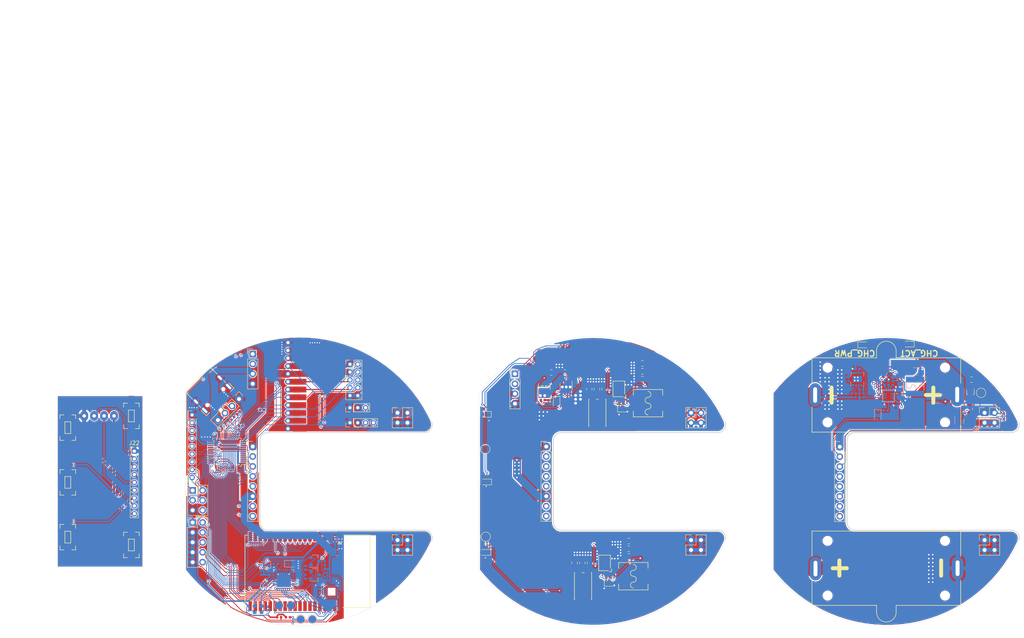
<source format=kicad_pcb>
(kicad_pcb (version 20171130) (host pcbnew 5.1.4+dfsg1-1)
  (layers (0 F.Cu signal) (31 B.Cu signal) (34 B.Paste user) (35 F.Paste user) (36 B.SilkS user) (37 F.SilkS user) (38 B.Mask user) (39 F.Mask user) (44 Edge.Cuts user))
  (net 0 "")
  (net 1 "Net-(BT1-Pad2)")
  (net 2 "Net-(C7-Pad1)")
  (net 3 "Net-(C8-Pad1)")
  (net 4 "Net-(C9-Pad1)")
  (net 5 "Net-(C10-Pad1)")
  (net 6 "Net-(C11-Pad1)")
  (net 7 "Net-(C12-Pad2)")
  (net 8 "Net-(C12-Pad1)")
  (net 9 "Net-(C14-Pad2)")
  (net 10 "Net-(C14-Pad1)")
  (net 11 "Net-(C15-Pad1)")
  (net 12 "Net-(C16-Pad1)")
  (net 13 "Net-(C17-Pad1)")
  (net 14 "Net-(C18-Pad2)")
  (net 15 "Net-(C18-Pad1)")
  (net 16 "Net-(C19-Pad1)")
  (net 17 "Net-(C20-Pad2)")
  (net 18 "Net-(C20-Pad1)")
  (net 19 "Net-(C21-Pad1)")
  (net 20 "Net-(C22-Pad2)")
  (net 21 "Net-(C22-Pad1)")
  (net 22 "Net-(C28-Pad2)")
  (net 23 "Net-(C29-Pad2)")
  (net 24 "Net-(C29-Pad1)")
  (net 25 "Net-(C32-Pad1)")
  (net 26 "Net-(C33-Pad2)")
  (net 27 "Net-(C33-Pad1)")
  (net 28 "Net-(C34-Pad1)")
  (net 29 "Net-(C37-Pad1)")
  (net 30 "Net-(C43-Pad2)")
  (net 31 ESP_EN)
  (net 32 "Net-(D3-Pad1)")
  (net 33 "Net-(D6-Pad1)")
  (net 34 "Net-(D7-Pad1)")
  (net 35 "Net-(D8-Pad1)")
  (net 36 "Net-(D9-Pad2)")
  (net 37 "Net-(D9-Pad1)")
  (net 38 "Net-(D10-Pad2)")
  (net 39 "Net-(D10-Pad1)")
  (net 40 ESP_TDI)
  (net 41 ESP_TDO)
  (net 42 ESP_TCK)
  (net 43 ESP_TMS)
  (net 44 BIOS_SCL)
  (net 45 BIOS_SDA)
  (net 46 USB_C_D+)
  (net 47 USB_C_D-)
  (net 48 SPI_MISO_MOSI)
  (net 49 SPI_SCK)
  (net 50 DOCK_1_CE)
  (net 51 DOCK_2_CE)
  (net 52 DOCK_3_CE)
  (net 53 MOTORS_TX)
  (net 54 MOTORS_RX)
  (net 55 DOCK_6_CE)
  (net 56 DOCK_5_CE)
  (net 57 DOCK_4_CE)
  (net 58 SWRST)
  (net 59 SWDIO)
  (net 60 SWCLK)
  (net 61 USB_BRIDGE_EN)
  (net 62 "Net-(L4-Pad1)")
  (net 63 "Net-(Q1-Pad4)")
  (net 64 RTS)
  (net 65 "Net-(Q4-Pad1)")
  (net 66 IO0)
  (net 67 DTR)
  (net 68 "Net-(Q5-Pad1)")
  (net 69 "Net-(R4-Pad2)")
  (net 70 "Net-(R5-Pad2)")
  (net 71 "Net-(R6-Pad2)")
  (net 72 "Net-(R7-Pad2)")
  (net 73 "Net-(R10-Pad2)")
  (net 74 "Net-(R14-Pad2)")
  (net 75 "Net-(R14-Pad1)")
  (net 76 "Net-(R19-Pad1)")
  (net 77 "Net-(R21-Pad1)")
  (net 78 "Net-(R22-Pad1)")
  (net 79 QC_2_M)
  (net 80 QC_10_N)
  (net 81 QC_2_P)
  (net 82 QC_10_P)
  (net 83 "Net-(R51-Pad1)")
  (net 84 RXD0)
  (net 85 TXD0)
  (net 86 "Net-(U5-Pad8)")
  (net 87 BIOS_TX)
  (net 88 BIOS_RX)
  (net 89 USB_SUSPEND)
  (net 90 USB_CLK)
  (net 91 "Net-(D14-Pad2)")
  (net 92 "Net-(D15-Pad2)")
  (net 93 /battery/INT)
  (net 94 /battery/PWR_START)
  (net 95 /battery/PWR_SHUTDOWN)
  (net 96 /battery/CHG_EN)
  (net 97 /battery/CHG_OK)
  (net 98 /battery/CHG_AC_OK)
  (net 99 /battery/3V3)
  (net 100 /battery/BATT_VOLTAGE)
  (net 101 /battery/BAT_VDD)
  (net 102 /battery/BAT+)
  (net 103 /battery/GND)
  (net 104 /power/GND)
  (net 105 /power/BATT_VDD)
  (net 106 /power/3V3)
  (net 107 /power/USB_TO_BUS_EN)
  (net 108 /power/BATT_TO_BUS_EN)
  (net 109 /power/INT)
  (net 110 /power/USB_C_VDD)
  (net 111 /bios/3V3)
  (net 112 /bios/CHG_OK)
  (net 113 /bios/CHG_AC_OK)
  (net 114 /bios/PWR_START)
  (net 115 /bios/PWR_SHUTDOWN)
  (net 116 /bios/BATT_VOLTAGE)
  (net 117 /bios/CHG_EN)
  (net 118 /bios/GND)
  (net 119 /interface/GND)
  (net 120 /interface/SW_LEFT)
  (net 121 /interface/SW_MID)
  (net 122 /interface/SW_RIGHT)
  (net 123 /interface/3V3)
  (net 124 /bios/USB_C_VDD)
  (net 125 /bios/USB_VOLTAGE)
  (net 126 /bios/BUS_VOLTAGE)
  (net 127 /interface/STOP_BUTTON)
  (net 128 /interface/START_BUTTON)
  (net 129 /bios/USB_TO_BUS_EN)
  (net 130 /bios/BATT_TO_BUS_EN)
  (net 131 /interface/SCL)
  (net 132 /interface/SDA)
  (net 133 /control/EXT)
  (net 134 /bios/INT)
  (net 135 /bios/SW_RIGHT)
  (net 136 /bios/SW_MID)
  (net 137 /bios/SW_LEFT)
  (net 138 "Net-(D16-Pad2)")
  (net 139 "Net-(D17-Pad2)")
  (net 140 "Net-(D18-Pad2)")
  (net 141 /control/BATT_VDD)
  (module TestPoint:TestPoint_Pad_D2.0mm (layer F.Cu) (at 137.55 134.15)
    (fp_text reference TP6 hide)
    (fp_text value TP_BUS)
    (pad 1 smd circle (at 0 0) (size 2 2) (layers F.Cu F.Mask) (net 109 /power/INT))
  )
  (module TestPoint:TestPoint_Pad_D2.0mm (layer F.Cu) (at 137.45 111.75)
    (fp_text reference TP5 hide)
    (fp_text value TP_USB_VDD)
    (pad 1 smd circle (at 0 0) (size 2 2) (layers F.Cu F.Mask) (net 110 /power/USB_C_VDD))
  )
  (module Resistor_SMD:R_0402_1005Metric (layer F.Cu) (at 137.35 136.75)
    (fp_text reference R56 hide)
    (fp_text value 1k)
    (pad 2 smd roundrect (at 0.485 0) (size 0.59 0.64) (layers F.Cu F.Paste F.Mask) (net 109 /power/INT))
    (pad 1 smd roundrect (at -0.485 0) (size 0.59 0.64) (layers F.Cu F.Paste F.Mask) (net 140 "Net-(D18-Pad2)"))
  )
  (module Resistor_SMD:R_0402_1005Metric (layer F.Cu) (at 137.55 101.45)
    (fp_text reference R55 hide)
    (fp_text value 1k)
    (pad 2 smd roundrect (at 0.485 0) (size 0.59 0.64) (layers F.Cu F.Paste F.Mask) (net 106 /power/3V3))
    (pad 1 smd roundrect (at -0.485 0) (size 0.59 0.64) (layers F.Cu F.Paste F.Mask) (net 139 "Net-(D17-Pad2)"))
  )
  (module Resistor_SMD:R_0402_1005Metric (layer F.Cu) (at 137.55 118.85)
    (fp_text reference R54 hide)
    (fp_text value 1k)
    (pad 2 smd roundrect (at 0.485 0) (size 0.59 0.64) (layers F.Cu F.Paste F.Mask) (net 105 /power/BATT_VDD))
    (pad 1 smd roundrect (at -0.485 0) (size 0.59 0.64) (layers F.Cu F.Paste F.Mask) (net 138 "Net-(D16-Pad2)"))
  )
  (module LED_SMD:LED_0603_1608Metric (layer F.Cu) (at 137.3375 138.15 180)
    (fp_text reference D18 hide)
    (fp_text value GREEN)
    (pad 2 smd roundrect (at 0.7875 0 180) (size 0.875 0.95) (layers F.Cu F.Paste F.Mask) (net 140 "Net-(D18-Pad2)"))
    (pad 1 smd roundrect (at -0.7875 0 180) (size 0.875 0.95) (layers F.Cu F.Paste F.Mask) (net 104 /power/GND))
  )
  (module LED_SMD:LED_0603_1608Metric (layer F.Cu) (at 137.45 102.85 180)
    (fp_text reference D17 hide)
    (fp_text value GREEN)
    (pad 2 smd roundrect (at 0.7875 0 180) (size 0.875 0.95) (layers F.Cu F.Paste F.Mask) (net 139 "Net-(D17-Pad2)"))
    (pad 1 smd roundrect (at -0.7875 0 180) (size 0.875 0.95) (layers F.Cu F.Paste F.Mask) (net 104 /power/GND))
  )
  (module LED_SMD:LED_0603_1608Metric (layer F.Cu) (at 137.5375 120.15 180)
    (fp_text reference D16 hide)
    (fp_text value GREEN)
    (pad 2 smd roundrect (at 0.7875 0 180) (size 0.875 0.95) (layers F.Cu F.Paste F.Mask) (net 138 "Net-(D16-Pad2)"))
    (pad 1 smd roundrect (at -0.7875 0 180) (size 0.875 0.95) (layers F.Cu F.Paste F.Mask) (net 104 /power/GND))
  )
  (module rofi:slipRingBrush (layer F.Cu) (at 90 95.5)
    (fp_text reference J7 hide)
    (fp_text value ShoeBConnectors)
    (pad 12 smd rect (at 0 11) (size 3.4 1.5) (layers F.Cu F.Paste F.Mask) (net 118 /bios/GND))
    (pad 11 smd rect (at 0 9) (size 3.4 1.5) (layers F.Cu F.Paste F.Mask) (net 55 DOCK_6_CE))
    (pad 10 smd rect (at 0 7) (size 3.4 1.5) (layers F.Cu F.Paste F.Mask) (net 56 DOCK_5_CE))
    (pad 9 smd rect (at 0 5) (size 3.4 1.5) (layers F.Cu F.Paste F.Mask) (net 57 DOCK_4_CE))
    (pad 8 smd rect (at 0 3) (size 3.4 1.5) (layers F.Cu F.Paste F.Mask) (net 48 SPI_MISO_MOSI))
    (pad 7 smd rect (at 0 1) (size 3.4 1.5) (layers F.Cu F.Paste F.Mask) (net 49 SPI_SCK))
    (pad 6 smd rect (at 0 -1) (size 3.4 1.5) (layers F.Cu F.Paste F.Mask) (net 133 /control/EXT))
    (pad 5 smd rect (at 0 -3) (size 3.4 1.5) (layers F.Cu F.Paste F.Mask) (net 134 /bios/INT))
    (pad 4 smd rect (at 0 -5) (size 3.4 1.5) (layers F.Cu F.Paste F.Mask) (net 53 MOTORS_TX))
    (pad 3 smd rect (at 0 -7) (size 3.4 1.5) (layers F.Cu F.Paste F.Mask) (net 54 MOTORS_RX))
    (pad 2 smd rect (at 0 -9) (size 3.4 1.5) (layers F.Cu F.Paste F.Mask) (net 141 /control/BATT_VDD))
    (pad 1 smd rect (at 0 -11) (size 3.4 1.5) (layers F.Cu F.Paste F.Mask) (net 118 /bios/GND))
    (pad 12 thru_hole circle (at -3 11) (size 1.35 1.35) (drill 0.8) (layers *.Cu *.Mask) (net 118 /bios/GND))
    (pad 11 thru_hole circle (at -3 9) (size 1.35 1.35) (drill 0.8) (layers *.Cu *.Mask) (net 55 DOCK_6_CE))
    (pad 10 thru_hole circle (at -3 7) (size 1.35 1.35) (drill 0.8) (layers *.Cu *.Mask) (net 56 DOCK_5_CE))
    (pad 9 thru_hole circle (at -3 5) (size 1.35 1.35) (drill 0.8) (layers *.Cu *.Mask) (net 57 DOCK_4_CE))
    (pad 8 thru_hole circle (at -3 3) (size 1.35 1.35) (drill 0.8) (layers *.Cu *.Mask) (net 48 SPI_MISO_MOSI))
    (pad 7 thru_hole circle (at -3 1) (size 1.35 1.35) (drill 0.8) (layers *.Cu *.Mask) (net 49 SPI_SCK))
    (pad 6 thru_hole circle (at -3 -1) (size 1.35 1.35) (drill 0.8) (layers *.Cu *.Mask) (net 133 /control/EXT))
    (pad 5 thru_hole circle (at -3 -3) (size 1.35 1.35) (drill 0.8) (layers *.Cu *.Mask) (net 134 /bios/INT))
    (pad 4 thru_hole circle (at -3 -5) (size 1.35 1.35) (drill 0.8) (layers *.Cu *.Mask) (net 53 MOTORS_TX))
    (pad 3 thru_hole circle (at -3 -7) (size 1.35 1.35) (drill 0.8) (layers *.Cu *.Mask) (net 54 MOTORS_RX))
    (pad 2 thru_hole circle (at -3 -9) (size 1.35 1.35) (drill 0.8) (layers *.Cu *.Mask) (net 141 /control/BATT_VDD))
    (pad 1 thru_hole circle (at -3 -11) (size 1.35 1.35) (drill 0.8) (layers *.Cu *.Mask) (net 118 /bios/GND))
  )
  (module TestPoint:TestPoint_Pad_D2.0mm (layer B.Cu) (at 87.75 151.75)
    (fp_text reference TP2 hide)
    (fp_text value TP_BTX)
    (pad 1 smd circle (at 0 0) (size 2 2) (layers B.Cu B.Mask) (net 87 BIOS_TX))
  )
  (module TestPoint:TestPoint_Pad_D2.0mm (layer B.Cu) (at 84.75 151.75)
    (fp_text reference TP1 hide)
    (fp_text value TP_BRX)
    (pad 1 smd circle (at 0 0) (size 2 2) (layers B.Cu B.Mask) (net 88 BIOS_RX))
  )
  (module Connector_PinHeader_2.54mm:PinHeader_2x03_P2.54mm_Vertical (layer F.Cu) (at 62.65 122.3)
    (fp_text reference J8 hide)
    (fp_text value BIOS_SWD)
    (pad 6 thru_hole oval (at 2.54 5.08) (size 1.7 1.7) (drill 1) (layers *.Cu *.Mask))
    (pad 5 thru_hole oval (at 0 5.08) (size 1.7 1.7) (drill 1) (layers *.Cu *.Mask) (net 118 /bios/GND))
    (pad 4 thru_hole oval (at 2.54 2.54) (size 1.7 1.7) (drill 1) (layers *.Cu *.Mask) (net 111 /bios/3V3))
    (pad 3 thru_hole oval (at 0 2.54) (size 1.7 1.7) (drill 1) (layers *.Cu *.Mask) (net 58 SWRST))
    (pad 2 thru_hole oval (at 2.54 0) (size 1.7 1.7) (drill 1) (layers *.Cu *.Mask) (net 59 SWDIO))
    (pad 1 thru_hole rect (at 0 0) (size 1.7 1.7) (drill 1) (layers *.Cu *.Mask) (net 60 SWCLK))
  )
  (module rofi:PA4548 (layer F.Cu) (at 175.25 144.25 180)
    (fp_text reference L2 hide)
    (fp_text value PA4548.152NLT)
    (pad 2 smd rect (at 2.55 0 180) (size 2.6 3.5) (layers F.Cu F.Paste F.Mask) (net 9 "Net-(C14-Pad2)"))
    (pad 1 smd rect (at -2.55 0 180) (size 2.6 3.5) (layers F.Cu F.Paste F.Mask) (net 110 /power/USB_C_VDD))
  )
  (module rofi:PA4548 (layer F.Cu) (at 179 100 180)
    (fp_text reference L1 hide)
    (fp_text value PA4548.152NLT)
    (pad 2 smd rect (at 2.55 0 180) (size 2.6 3.5) (layers F.Cu F.Paste F.Mask) (net 7 "Net-(C12-Pad2)"))
    (pad 1 smd rect (at -2.55 0 180) (size 2.6 3.5) (layers F.Cu F.Paste F.Mask) (net 105 /power/BATT_VDD))
  )
  (module Connector_PinHeader_2.00mm:PinHeader_1x09_P2.00mm_Vertical (layer F.Cu) (at 47.75 112.25)
    (fp_text reference J22 (at 0 -2.06) (layer F.SilkS))
    (fp_text value INT_1)
    (pad 9 thru_hole oval (at 0 16) (size 1.35 1.35) (drill 0.8) (layers *.Cu *.Mask) (net 132 /interface/SDA))
    (pad 8 thru_hole oval (at 0 14) (size 1.35 1.35) (drill 0.8) (layers *.Cu *.Mask) (net 131 /interface/SCL))
    (pad 7 thru_hole oval (at 0 12) (size 1.35 1.35) (drill 0.8) (layers *.Cu *.Mask) (net 122 /interface/SW_RIGHT))
    (pad 6 thru_hole oval (at 0 10) (size 1.35 1.35) (drill 0.8) (layers *.Cu *.Mask) (net 121 /interface/SW_MID))
    (pad 5 thru_hole oval (at 0 8) (size 1.35 1.35) (drill 0.8) (layers *.Cu *.Mask) (net 120 /interface/SW_LEFT))
    (pad 4 thru_hole oval (at 0 6) (size 1.35 1.35) (drill 0.8) (layers *.Cu *.Mask) (net 127 /interface/STOP_BUTTON))
    (pad 3 thru_hole oval (at 0 4) (size 1.35 1.35) (drill 0.8) (layers *.Cu *.Mask) (net 128 /interface/START_BUTTON))
    (pad 2 thru_hole oval (at 0 2) (size 1.35 1.35) (drill 0.8) (layers *.Cu *.Mask) (net 123 /interface/3V3))
    (pad 1 thru_hole rect (at 0 0) (size 1.35 1.35) (drill 0.8) (layers *.Cu *.Mask) (net 119 /interface/GND))
  )
  (module Connector_PinHeader_2.00mm:PinHeader_1x09_P2.00mm_Vertical (layer F.Cu) (at 62.5 103)
    (fp_text reference J21 hide)
    (fp_text value CTL_4)
    (pad 9 thru_hole oval (at 0 16) (size 1.35 1.35) (drill 0.8) (layers *.Cu *.Mask) (net 45 BIOS_SDA))
    (pad 8 thru_hole oval (at 0 14) (size 1.35 1.35) (drill 0.8) (layers *.Cu *.Mask) (net 44 BIOS_SCL))
    (pad 7 thru_hole oval (at 0 12) (size 1.35 1.35) (drill 0.8) (layers *.Cu *.Mask) (net 135 /bios/SW_RIGHT))
    (pad 6 thru_hole oval (at 0 10) (size 1.35 1.35) (drill 0.8) (layers *.Cu *.Mask) (net 136 /bios/SW_MID))
    (pad 5 thru_hole oval (at 0 8) (size 1.35 1.35) (drill 0.8) (layers *.Cu *.Mask) (net 137 /bios/SW_LEFT))
    (pad 4 thru_hole oval (at 0 6) (size 1.35 1.35) (drill 0.8) (layers *.Cu *.Mask) (net 115 /bios/PWR_SHUTDOWN))
    (pad 3 thru_hole oval (at 0 4) (size 1.35 1.35) (drill 0.8) (layers *.Cu *.Mask) (net 114 /bios/PWR_START))
    (pad 2 thru_hole oval (at 0 2) (size 1.35 1.35) (drill 0.8) (layers *.Cu *.Mask) (net 111 /bios/3V3))
    (pad 1 thru_hole rect (at 0 0) (size 1.35 1.35) (drill 0.8) (layers *.Cu *.Mask) (net 118 /bios/GND))
  )
  (module Connector_PinHeader_2.54mm:PinHeader_1x04_P2.54mm_Vertical (layer F.Cu) (at 78 87.42)
    (fp_text reference J20 hide)
    (fp_text value CTL_5)
    (pad 4 thru_hole oval (at 0 7.62) (size 1.7 1.7) (drill 1) (layers *.Cu *.Mask) (net 118 /bios/GND))
    (pad 3 thru_hole oval (at 0 5.08) (size 1.7 1.7) (drill 1) (layers *.Cu *.Mask) (net 124 /bios/USB_C_VDD))
    (pad 2 thru_hole oval (at 0 2.54) (size 1.7 1.7) (drill 1) (layers *.Cu *.Mask) (net 129 /bios/USB_TO_BUS_EN))
    (pad 1 thru_hole rect (at 0 0) (size 1.7 1.7) (drill 1) (layers *.Cu *.Mask) (net 130 /bios/BATT_TO_BUS_EN))
  )
  (module Connector_PinHeader_2.54mm:PinHeader_1x04_P2.54mm_Vertical (layer F.Cu) (at 145 92.5)
    (fp_text reference J19 hide)
    (fp_text value PWR_4)
    (pad 4 thru_hole oval (at 0 7.62) (size 1.7 1.7) (drill 1) (layers *.Cu *.Mask) (net 104 /power/GND))
    (pad 3 thru_hole oval (at 0 5.08) (size 1.7 1.7) (drill 1) (layers *.Cu *.Mask) (net 110 /power/USB_C_VDD))
    (pad 2 thru_hole oval (at 0 2.54) (size 1.7 1.7) (drill 1) (layers *.Cu *.Mask) (net 107 /power/USB_TO_BUS_EN))
    (pad 1 thru_hole rect (at 0 0) (size 1.7 1.7) (drill 1) (layers *.Cu *.Mask) (net 108 /power/BATT_TO_BUS_EN))
  )
  (module rofi:BATTERY_18350 (layer F.Cu) (at 239.9 142.2 90)
    (fp_text reference BT2 hide)
    (fp_text value Battery_Cell)
    (pad "" np_thru_hole circle (at -7 15 90) (size 2 2) (drill 2) (layers *.Cu *.Mask))
    (pad "" np_thru_hole circle (at -7 -15 90) (size 2 2) (drill 2) (layers *.Cu *.Mask))
    (pad "" np_thru_hole circle (at 7 -15 90) (size 2 2) (drill 2) (layers *.Cu *.Mask))
    (pad "" np_thru_hole circle (at 7 15 90) (size 2 2) (drill 2) (layers *.Cu *.Mask))
    (pad 2 thru_hole oval (at 0 18.2 90) (size 6 3) (drill oval 4 1) (layers *.Cu *.Mask) (net 103 /battery/GND))
    (pad 1 thru_hole oval (at -0.1 -18.1 90) (size 6 3) (drill oval 4 1) (layers *.Cu *.Mask) (net 1 "Net-(BT1-Pad2)"))
  )
  (module rofi:BATTERY_18350 (layer F.Cu) (at 239.9 97.9 270)
    (fp_text reference BT1 hide)
    (fp_text value Battery_Cell)
    (pad "" np_thru_hole circle (at -7 15 270) (size 2 2) (drill 2) (layers *.Cu *.Mask))
    (pad "" np_thru_hole circle (at -7 -15 270) (size 2 2) (drill 2) (layers *.Cu *.Mask))
    (pad "" np_thru_hole circle (at 7 -15 270) (size 2 2) (drill 2) (layers *.Cu *.Mask))
    (pad "" np_thru_hole circle (at 7 15 270) (size 2 2) (drill 2) (layers *.Cu *.Mask))
    (pad 2 thru_hole oval (at 0 18.2 270) (size 6 3) (drill oval 4 1) (layers *.Cu *.Mask) (net 1 "Net-(BT1-Pad2)"))
    (pad 1 thru_hole oval (at -0.1 -18.1 270) (size 6 3) (drill oval 4 1) (layers *.Cu *.Mask) (net 102 /battery/BAT+))
  )
  (module rofi:OLED_128_32_I2C (layer F.Cu) (at 38.75 103.25 270)
    (fp_text reference J2 hide)
    (fp_text value OLED_DISPLAY)
    (pad 4 thru_hole oval (at 0 3.81) (size 2 2.54) (drill 0.9) (layers *.Cu *.Mask) (net 119 /interface/GND))
    (pad 3 thru_hole oval (at 0 1.27) (size 2 2.54) (drill 0.9) (layers *.Cu *.Mask) (net 123 /interface/3V3))
    (pad 2 thru_hole oval (at 0 -1.27) (size 2 2.54) (drill 0.9) (layers *.Cu *.Mask) (net 131 /interface/SCL))
    (pad 1 thru_hole oval (at 0 -3.81) (size 2 2.54) (drill 0.9) (layers *.Cu *.Mask) (net 132 /interface/SDA))
  )
  (module Connector_PinHeader_2.54mm:PinHeader_2x02_P2.54mm_Vertical (layer F.Cu) (at 115 135)
    (fp_text reference J18 hide)
    (fp_text value CTL_2)
    (pad 4 thru_hole oval (at 2.54 2.54) (size 1.7 1.7) (drill 1) (layers *.Cu *.Mask) (net 118 /bios/GND))
    (pad 3 thru_hole oval (at 0 2.54) (size 1.7 1.7) (drill 1) (layers *.Cu *.Mask) (net 118 /bios/GND))
    (pad 2 thru_hole oval (at 2.54 0) (size 1.7 1.7) (drill 1) (layers *.Cu *.Mask) (net 118 /bios/GND))
    (pad 1 thru_hole rect (at 0 0) (size 1.7 1.7) (drill 1) (layers *.Cu *.Mask) (net 118 /bios/GND))
  )
  (module Connector_PinHeader_2.54mm:PinHeader_2x02_P2.54mm_Vertical (layer F.Cu) (at 115 102.46)
    (fp_text reference J17 hide)
    (fp_text value CTL_1)
    (pad 4 thru_hole oval (at 2.54 2.54) (size 1.7 1.7) (drill 1) (layers *.Cu *.Mask) (net 118 /bios/GND))
    (pad 3 thru_hole oval (at 0 2.54) (size 1.7 1.7) (drill 1) (layers *.Cu *.Mask) (net 118 /bios/GND))
    (pad 2 thru_hole oval (at 2.54 0) (size 1.7 1.7) (drill 1) (layers *.Cu *.Mask) (net 141 /control/BATT_VDD))
    (pad 1 thru_hole rect (at 0 0) (size 1.7 1.7) (drill 1) (layers *.Cu *.Mask) (net 141 /control/BATT_VDD))
  )
  (module Connector_PinHeader_2.54mm:PinHeader_1x08_P2.54mm_Vertical (layer F.Cu) (at 78 111.09)
    (fp_text reference J16 hide)
    (fp_text value CTL_3)
    (pad 8 thru_hole oval (at 0 17.78) (size 1.7 1.7) (drill 1) (layers *.Cu *.Mask) (net 112 /bios/CHG_OK))
    (pad 7 thru_hole oval (at 0 15.24) (size 1.7 1.7) (drill 1) (layers *.Cu *.Mask) (net 113 /bios/CHG_AC_OK))
    (pad 6 thru_hole oval (at 0 12.7) (size 1.7 1.7) (drill 1) (layers *.Cu *.Mask) (net 111 /bios/3V3))
    (pad 5 thru_hole oval (at 0 10.16) (size 1.7 1.7) (drill 1) (layers *.Cu *.Mask) (net 114 /bios/PWR_START))
    (pad 4 thru_hole oval (at 0 7.62) (size 1.7 1.7) (drill 1) (layers *.Cu *.Mask) (net 115 /bios/PWR_SHUTDOWN))
    (pad 3 thru_hole oval (at 0 5.08) (size 1.7 1.7) (drill 1) (layers *.Cu *.Mask) (net 116 /bios/BATT_VOLTAGE))
    (pad 2 thru_hole oval (at 0 2.54) (size 1.7 1.7) (drill 1) (layers *.Cu *.Mask) (net 117 /bios/CHG_EN))
    (pad 1 thru_hole rect (at 0 0) (size 1.7 1.7) (drill 1) (layers *.Cu *.Mask) (net 134 /bios/INT))
  )
  (module Connector_PinHeader_2.54mm:PinHeader_1x08_P2.54mm_Vertical (layer F.Cu) (at 153 111.09)
    (fp_text reference J15 hide)
    (fp_text value PWR_3)
    (pad 8 thru_hole oval (at 0 17.78) (size 1.7 1.7) (drill 1) (layers *.Cu *.Mask))
    (pad 7 thru_hole oval (at 0 15.24) (size 1.7 1.7) (drill 1) (layers *.Cu *.Mask))
    (pad 6 thru_hole oval (at 0 12.7) (size 1.7 1.7) (drill 1) (layers *.Cu *.Mask) (net 106 /power/3V3))
    (pad 5 thru_hole oval (at 0 10.16) (size 1.7 1.7) (drill 1) (layers *.Cu *.Mask))
    (pad 4 thru_hole oval (at 0 7.62) (size 1.7 1.7) (drill 1) (layers *.Cu *.Mask))
    (pad 3 thru_hole oval (at 0 5.08) (size 1.7 1.7) (drill 1) (layers *.Cu *.Mask))
    (pad 2 thru_hole oval (at 0 2.54) (size 1.7 1.7) (drill 1) (layers *.Cu *.Mask))
    (pad 1 thru_hole rect (at 0 0) (size 1.7 1.7) (drill 1) (layers *.Cu *.Mask) (net 109 /power/INT))
  )
  (module Connector_PinHeader_2.54mm:PinHeader_2x02_P2.54mm_Vertical (layer F.Cu) (at 190 135)
    (fp_text reference J14 hide)
    (fp_text value BATT_2)
    (pad 4 thru_hole oval (at 2.54 2.54) (size 1.7 1.7) (drill 1) (layers *.Cu *.Mask) (net 104 /power/GND))
    (pad 3 thru_hole oval (at 0 2.54) (size 1.7 1.7) (drill 1) (layers *.Cu *.Mask) (net 104 /power/GND))
    (pad 2 thru_hole oval (at 2.54 0) (size 1.7 1.7) (drill 1) (layers *.Cu *.Mask) (net 104 /power/GND))
    (pad 1 thru_hole rect (at 0 0) (size 1.7 1.7) (drill 1) (layers *.Cu *.Mask) (net 104 /power/GND))
  )
  (module Connector_PinHeader_2.54mm:PinHeader_2x02_P2.54mm_Vertical (layer F.Cu) (at 190 102.46)
    (fp_text reference J13 hide)
    (fp_text value PWR_1)
    (pad 4 thru_hole oval (at 2.54 2.54) (size 1.7 1.7) (drill 1) (layers *.Cu *.Mask) (net 104 /power/GND))
    (pad 3 thru_hole oval (at 0 2.54) (size 1.7 1.7) (drill 1) (layers *.Cu *.Mask) (net 104 /power/GND))
    (pad 2 thru_hole oval (at 2.54 0) (size 1.7 1.7) (drill 1) (layers *.Cu *.Mask) (net 105 /power/BATT_VDD))
    (pad 1 thru_hole rect (at 0 0) (size 1.7 1.7) (drill 1) (layers *.Cu *.Mask) (net 105 /power/BATT_VDD))
  )
  (module Connector_PinHeader_2.54mm:PinHeader_2x02_P2.54mm_Vertical (layer F.Cu) (at 265 135)
    (fp_text reference J12 hide)
    (fp_text value BATT_2)
    (pad 4 thru_hole oval (at 2.54 2.54) (size 1.7 1.7) (drill 1) (layers *.Cu *.Mask) (net 103 /battery/GND))
    (pad 3 thru_hole oval (at 0 2.54) (size 1.7 1.7) (drill 1) (layers *.Cu *.Mask) (net 103 /battery/GND))
    (pad 2 thru_hole oval (at 2.54 0) (size 1.7 1.7) (drill 1) (layers *.Cu *.Mask) (net 103 /battery/GND))
    (pad 1 thru_hole rect (at 0 0) (size 1.7 1.7) (drill 1) (layers *.Cu *.Mask) (net 103 /battery/GND))
  )
  (module Connector_PinHeader_2.54mm:PinHeader_2x02_P2.54mm_Vertical (layer F.Cu) (at 265 102.46)
    (fp_text reference J10 hide)
    (fp_text value BATT_1)
    (pad 4 thru_hole oval (at 2.54 2.54) (size 1.7 1.7) (drill 1) (layers *.Cu *.Mask) (net 103 /battery/GND))
    (pad 3 thru_hole oval (at 0 2.54) (size 1.7 1.7) (drill 1) (layers *.Cu *.Mask) (net 103 /battery/GND))
    (pad 2 thru_hole oval (at 2.54 0) (size 1.7 1.7) (drill 1) (layers *.Cu *.Mask) (net 101 /battery/BAT_VDD))
    (pad 1 thru_hole rect (at 0 0) (size 1.7 1.7) (drill 1) (layers *.Cu *.Mask) (net 101 /battery/BAT_VDD))
  )
  (module Connector_PinHeader_2.54mm:PinHeader_1x08_P2.54mm_Vertical (layer F.Cu) (at 228 111.14)
    (fp_text reference J11 hide)
    (fp_text value BATT_3)
    (pad 8 thru_hole oval (at 0 17.78) (size 1.7 1.7) (drill 1) (layers *.Cu *.Mask) (net 97 /battery/CHG_OK))
    (pad 7 thru_hole oval (at 0 15.24) (size 1.7 1.7) (drill 1) (layers *.Cu *.Mask) (net 98 /battery/CHG_AC_OK))
    (pad 6 thru_hole oval (at 0 12.7) (size 1.7 1.7) (drill 1) (layers *.Cu *.Mask) (net 99 /battery/3V3))
    (pad 5 thru_hole oval (at 0 10.16) (size 1.7 1.7) (drill 1) (layers *.Cu *.Mask) (net 94 /battery/PWR_START))
    (pad 4 thru_hole oval (at 0 7.62) (size 1.7 1.7) (drill 1) (layers *.Cu *.Mask) (net 95 /battery/PWR_SHUTDOWN))
    (pad 3 thru_hole oval (at 0 5.08) (size 1.7 1.7) (drill 1) (layers *.Cu *.Mask) (net 100 /battery/BATT_VOLTAGE))
    (pad 2 thru_hole oval (at 0 2.54) (size 1.7 1.7) (drill 1) (layers *.Cu *.Mask) (net 96 /battery/CHG_EN))
    (pad 1 thru_hole rect (at 0 0) (size 1.7 1.7) (drill 1) (layers *.Cu *.Mask) (net 93 /battery/INT))
  )
  (module Resistor_SMD:R_0402_1005Metric (layer F.Cu) (at 236.5 85 270)
    (fp_text reference R53 hide)
    (fp_text value 1k)
    (pad 2 smd roundrect (at 0.485 0 270) (size 0.59 0.64) (layers F.Cu F.Paste F.Mask) (net 93 /battery/INT))
    (pad 1 smd roundrect (at -0.485 0 270) (size 0.59 0.64) (layers F.Cu F.Paste F.Mask) (net 92 "Net-(D15-Pad2)"))
  )
  (module Resistor_SMD:R_0402_1005Metric (layer F.Cu) (at 243.3 85 270)
    (fp_text reference R52 hide)
    (fp_text value 1k)
    (pad 2 smd roundrect (at 0.485 0 270) (size 0.59 0.64) (layers F.Cu F.Paste F.Mask) (net 93 /battery/INT))
    (pad 1 smd roundrect (at -0.485 0 270) (size 0.59 0.64) (layers F.Cu F.Paste F.Mask) (net 91 "Net-(D14-Pad2)"))
  )
  (module LED_SMD:LED_0603_1608Metric (layer F.Cu) (at 234.1 85.1)
    (fp_text reference D15 hide)
    (fp_text value GREEN)
    (pad 2 smd roundrect (at 0.7875 0) (size 0.875 0.95) (layers F.Cu F.Paste F.Mask) (net 92 "Net-(D15-Pad2)"))
    (pad 1 smd roundrect (at -0.7875 0) (size 0.875 0.95) (layers F.Cu F.Paste F.Mask) (net 98 /battery/CHG_AC_OK))
  )
  (module LED_SMD:LED_0603_1608Metric (layer F.Cu) (at 245.5125 84.9 180)
    (fp_text reference D14 hide)
    (fp_text value RED)
    (pad 2 smd roundrect (at 0.7875 0 180) (size 0.875 0.95) (layers F.Cu F.Paste F.Mask) (net 91 "Net-(D14-Pad2)"))
    (pad 1 smd roundrect (at -0.7875 0 180) (size 0.875 0.95) (layers F.Cu F.Paste F.Mask) (net 97 /battery/CHG_OK))
  )
  (module rofi:SRN5020TA (layer B.Cu) (at 247.25 95.75 270)
    (fp_text reference L4 hide)
    (fp_text value SRN5020TA-5R6M)
    (pad 2 smd rect (at 1.8 0 270) (size 1.5 4.7) (layers B.Cu B.Paste B.Mask) (net 27 "Net-(C33-Pad1)"))
    (pad 1 smd rect (at -1.8 0 270) (size 1.5 4.7) (layers B.Cu B.Paste B.Mask) (net 62 "Net-(L4-Pad1)"))
  )
  (module rofi:USB_C_Female-16Pin-HPJF (layer F.Cu) (at 69.5 99.5 225)
    (fp_text reference J9 hide)
    (fp_text value USB_C_Receptacle_USB2.0)
    (pad A12 smd rect (at 3.35 0 225) (size 0.3 2) (layers F.Cu F.Paste F.Mask) (net 118 /bios/GND))
    (pad B1 smd rect (at 3.05 0 225) (size 0.3 2) (layers F.Cu F.Paste F.Mask) (net 118 /bios/GND))
    (pad A9 smd rect (at 2.55 0 225) (size 0.3 2) (layers F.Cu F.Paste F.Mask) (net 124 /bios/USB_C_VDD))
    (pad B4 smd rect (at 2.25 0 225) (size 0.3 2) (layers F.Cu F.Paste F.Mask) (net 124 /bios/USB_C_VDD))
    (pad B9 smd rect (at -2.25 0 225) (size 0.3 2) (layers F.Cu F.Paste F.Mask) (net 124 /bios/USB_C_VDD))
    (pad A4 smd rect (at -2.55 0 225) (size 0.3 2) (layers F.Cu F.Paste F.Mask) (net 124 /bios/USB_C_VDD))
    (pad B12 smd rect (at -3.05 0 225) (size 0.3 2) (layers F.Cu F.Paste F.Mask) (net 118 /bios/GND))
    (pad A1 smd rect (at -3.35 0 225) (size 0.3 2) (layers F.Cu F.Paste F.Mask) (net 118 /bios/GND))
    (pad "" np_thru_hole circle (at 2.89 1.5 315) (size 0.7 0.7) (drill 0.7) (layers *.Cu *.Mask))
    (pad "" np_thru_hole circle (at -2.89 1.5 315) (size 0.7 0.7) (drill 0.7) (layers *.Cu *.Mask))
    (pad S1 thru_hole oval (at 4.32 4.18 225) (size 1 1.8) (drill oval 0.6 1.4) (layers *.Cu *.Mask) (net 118 /bios/GND))
    (pad S1 thru_hole oval (at -4.32 4.18 225) (size 1 1.8) (drill oval 0.6 1.4) (layers *.Cu *.Mask) (net 118 /bios/GND))
    (pad S1 thru_hole oval (at 4.32 1 225) (size 1 2.1) (drill oval 0.6 1.7) (layers *.Cu *.Mask) (net 118 /bios/GND))
    (pad S1 thru_hole oval (at -4.32 1 225) (size 1 2.1) (drill oval 0.6 1.7) (layers *.Cu *.Mask) (net 118 /bios/GND))
    (pad B5 smd rect (at 1.75 0 225) (size 0.3 2) (layers F.Cu F.Paste F.Mask))
    (pad B8 smd rect (at -1.75 0 225) (size 0.3 2) (layers F.Cu F.Paste F.Mask))
    (pad A8 smd rect (at 1.25 0 225) (size 0.3 2) (layers F.Cu F.Paste F.Mask))
    (pad A5 smd rect (at -1.25 0 225) (size 0.3 2) (layers F.Cu F.Paste F.Mask))
    (pad B6 smd rect (at 0.75 0 225) (size 0.3 2) (layers F.Cu F.Paste F.Mask) (net 46 USB_C_D+))
    (pad B7 smd rect (at -0.75 0 225) (size 0.3 2) (layers F.Cu F.Paste F.Mask) (net 47 USB_C_D-))
    (pad A7 smd rect (at 0.25 0 225) (size 0.3 2) (layers F.Cu F.Paste F.Mask) (net 47 USB_C_D-))
    (pad A6 smd rect (at -0.25 0 225) (size 0.3 2) (layers F.Cu F.Paste F.Mask) (net 46 USB_C_D+))
  )
  (module Package_QFP:LQFP-48_7x7mm_P0.5mm (layer F.Cu) (at 71.425 112.55 180)
    (fp_text reference U9 hide)
    (fp_text value STM32F030C8Tx)
    (pad 48 smd roundrect (at -2.75 -4.1625 180) (size 0.3 1.475) (layers F.Cu F.Paste F.Mask) (net 111 /bios/3V3))
    (pad 47 smd roundrect (at -2.25 -4.1625 180) (size 0.3 1.475) (layers F.Cu F.Paste F.Mask) (net 118 /bios/GND))
    (pad 46 smd roundrect (at -1.75 -4.1625 180) (size 0.3 1.475) (layers F.Cu F.Paste F.Mask) (net 45 BIOS_SDA))
    (pad 45 smd roundrect (at -1.25 -4.1625 180) (size 0.3 1.475) (layers F.Cu F.Paste F.Mask) (net 44 BIOS_SCL))
    (pad 44 smd roundrect (at -0.75 -4.1625 180) (size 0.3 1.475) (layers F.Cu F.Paste F.Mask))
    (pad 43 smd roundrect (at -0.25 -4.1625 180) (size 0.3 1.475) (layers F.Cu F.Paste F.Mask) (net 88 BIOS_RX))
    (pad 42 smd roundrect (at 0.25 -4.1625 180) (size 0.3 1.475) (layers F.Cu F.Paste F.Mask) (net 87 BIOS_TX))
    (pad 41 smd roundrect (at 0.75 -4.1625 180) (size 0.3 1.475) (layers F.Cu F.Paste F.Mask) (net 89 USB_SUSPEND))
    (pad 40 smd roundrect (at 1.25 -4.1625 180) (size 0.3 1.475) (layers F.Cu F.Paste F.Mask) (net 61 USB_BRIDGE_EN))
    (pad 39 smd roundrect (at 1.75 -4.1625 180) (size 0.3 1.475) (layers F.Cu F.Paste F.Mask) (net 90 USB_CLK))
    (pad 38 smd roundrect (at 2.25 -4.1625 180) (size 0.3 1.475) (layers F.Cu F.Paste F.Mask))
    (pad 37 smd roundrect (at 2.75 -4.1625 180) (size 0.3 1.475) (layers F.Cu F.Paste F.Mask) (net 60 SWCLK))
    (pad 36 smd roundrect (at 4.1625 -2.75 180) (size 1.475 0.3) (layers F.Cu F.Paste F.Mask))
    (pad 35 smd roundrect (at 4.1625 -2.25 180) (size 1.475 0.3) (layers F.Cu F.Paste F.Mask))
    (pad 34 smd roundrect (at 4.1625 -1.75 180) (size 1.475 0.3) (layers F.Cu F.Paste F.Mask) (net 59 SWDIO))
    (pad 33 smd roundrect (at 4.1625 -1.25 180) (size 1.475 0.3) (layers F.Cu F.Paste F.Mask))
    (pad 32 smd roundrect (at 4.1625 -0.75 180) (size 1.475 0.3) (layers F.Cu F.Paste F.Mask) (net 135 /bios/SW_RIGHT))
    (pad 31 smd roundrect (at 4.1625 -0.25 180) (size 1.475 0.3) (layers F.Cu F.Paste F.Mask) (net 136 /bios/SW_MID))
    (pad 30 smd roundrect (at 4.1625 0.25 180) (size 1.475 0.3) (layers F.Cu F.Paste F.Mask))
    (pad 29 smd roundrect (at 4.1625 0.75 180) (size 1.475 0.3) (layers F.Cu F.Paste F.Mask) (net 137 /bios/SW_LEFT))
    (pad 28 smd roundrect (at 4.1625 1.25 180) (size 1.475 0.3) (layers F.Cu F.Paste F.Mask))
    (pad 27 smd roundrect (at 4.1625 1.75 180) (size 1.475 0.3) (layers F.Cu F.Paste F.Mask))
    (pad 26 smd roundrect (at 4.1625 2.25 180) (size 1.475 0.3) (layers F.Cu F.Paste F.Mask))
    (pad 25 smd roundrect (at 4.1625 2.75 180) (size 1.475 0.3) (layers F.Cu F.Paste F.Mask))
    (pad 24 smd roundrect (at 2.75 4.1625 180) (size 0.3 1.475) (layers F.Cu F.Paste F.Mask) (net 111 /bios/3V3))
    (pad 23 smd roundrect (at 2.25 4.1625 180) (size 0.3 1.475) (layers F.Cu F.Paste F.Mask) (net 118 /bios/GND))
    (pad 22 smd roundrect (at 1.75 4.1625 180) (size 0.3 1.475) (layers F.Cu F.Paste F.Mask))
    (pad 21 smd roundrect (at 1.25 4.1625 180) (size 0.3 1.475) (layers F.Cu F.Paste F.Mask) (net 115 /bios/PWR_SHUTDOWN))
    (pad 20 smd roundrect (at 0.75 4.1625 180) (size 0.3 1.475) (layers F.Cu F.Paste F.Mask) (net 82 QC_10_P))
    (pad 19 smd roundrect (at 0.25 4.1625 180) (size 0.3 1.475) (layers F.Cu F.Paste F.Mask) (net 81 QC_2_P))
    (pad 18 smd roundrect (at -0.25 4.1625 180) (size 0.3 1.475) (layers F.Cu F.Paste F.Mask) (net 129 /bios/USB_TO_BUS_EN))
    (pad 17 smd roundrect (at -0.75 4.1625 180) (size 0.3 1.475) (layers F.Cu F.Paste F.Mask) (net 130 /bios/BATT_TO_BUS_EN))
    (pad 16 smd roundrect (at -1.25 4.1625 180) (size 0.3 1.475) (layers F.Cu F.Paste F.Mask) (net 80 QC_10_N))
    (pad 15 smd roundrect (at -1.75 4.1625 180) (size 0.3 1.475) (layers F.Cu F.Paste F.Mask))
    (pad 14 smd roundrect (at -2.25 4.1625 180) (size 0.3 1.475) (layers F.Cu F.Paste F.Mask) (net 79 QC_2_M))
    (pad 13 smd roundrect (at -2.75 4.1625 180) (size 0.3 1.475) (layers F.Cu F.Paste F.Mask) (net 125 /bios/USB_VOLTAGE))
    (pad 12 smd roundrect (at -4.1625 2.75 180) (size 1.475 0.3) (layers F.Cu F.Paste F.Mask) (net 126 /bios/BUS_VOLTAGE))
    (pad 11 smd roundrect (at -4.1625 2.25 180) (size 1.475 0.3) (layers F.Cu F.Paste F.Mask))
    (pad 10 smd roundrect (at -4.1625 1.75 180) (size 1.475 0.3) (layers F.Cu F.Paste F.Mask) (net 116 /bios/BATT_VOLTAGE))
    (pad 9 smd roundrect (at -4.1625 1.25 180) (size 1.475 0.3) (layers F.Cu F.Paste F.Mask) (net 111 /bios/3V3))
    (pad 8 smd roundrect (at -4.1625 0.75 180) (size 1.475 0.3) (layers F.Cu F.Paste F.Mask) (net 118 /bios/GND))
    (pad 7 smd roundrect (at -4.1625 0.25 180) (size 1.475 0.3) (layers F.Cu F.Paste F.Mask) (net 58 SWRST))
    (pad 6 smd roundrect (at -4.1625 -0.25 180) (size 1.475 0.3) (layers F.Cu F.Paste F.Mask))
    (pad 5 smd roundrect (at -4.1625 -0.75 180) (size 1.475 0.3) (layers F.Cu F.Paste F.Mask))
    (pad 4 smd roundrect (at -4.1625 -1.25 180) (size 1.475 0.3) (layers F.Cu F.Paste F.Mask) (net 117 /bios/CHG_EN))
    (pad 3 smd roundrect (at -4.1625 -1.75 180) (size 1.475 0.3) (layers F.Cu F.Paste F.Mask) (net 113 /bios/CHG_AC_OK))
    (pad 2 smd roundrect (at -4.1625 -2.25 180) (size 1.475 0.3) (layers F.Cu F.Paste F.Mask) (net 112 /bios/CHG_OK))
    (pad 1 smd roundrect (at -4.1625 -2.75 180) (size 1.475 0.3) (layers F.Cu F.Paste F.Mask) (net 111 /bios/3V3))
  )
  (module Package_DFN_QFN:QFN-28-1EP_5x5mm_P0.5mm_EP3.35x3.35mm (layer B.Cu) (at 85.9 145.15)
    (fp_text reference U8 hide)
    (fp_text value CP2102N-A01-GQFN28)
    (pad 28 smd roundrect (at -1.5 2.45) (size 0.25 0.8) (layers B.Cu B.Paste B.Mask) (net 67 DTR))
    (pad 27 smd roundrect (at -1 2.45) (size 0.25 0.8) (layers B.Cu B.Paste B.Mask))
    (pad 26 smd roundrect (at -0.5 2.45) (size 0.25 0.8) (layers B.Cu B.Paste B.Mask) (net 84 RXD0))
    (pad 25 smd roundrect (at 0 2.45) (size 0.25 0.8) (layers B.Cu B.Paste B.Mask) (net 85 TXD0))
    (pad 24 smd roundrect (at 0.5 2.45) (size 0.25 0.8) (layers B.Cu B.Paste B.Mask) (net 64 RTS))
    (pad 23 smd roundrect (at 1 2.45) (size 0.25 0.8) (layers B.Cu B.Paste B.Mask))
    (pad 22 smd roundrect (at 1.5 2.45) (size 0.25 0.8) (layers B.Cu B.Paste B.Mask))
    (pad 21 smd roundrect (at 2.45 1.5) (size 0.8 0.25) (layers B.Cu B.Paste B.Mask))
    (pad 20 smd roundrect (at 2.45 1) (size 0.8 0.25) (layers B.Cu B.Paste B.Mask))
    (pad 19 smd roundrect (at 2.45 0.5) (size 0.8 0.25) (layers B.Cu B.Paste B.Mask) (net 37 "Net-(D9-Pad1)"))
    (pad 18 smd roundrect (at 2.45 0) (size 0.8 0.25) (layers B.Cu B.Paste B.Mask) (net 39 "Net-(D10-Pad1)"))
    (pad 17 smd roundrect (at 2.45 -0.5) (size 0.8 0.25) (layers B.Cu B.Paste B.Mask))
    (pad 16 smd roundrect (at 2.45 -1) (size 0.8 0.25) (layers B.Cu B.Paste B.Mask))
    (pad 15 smd roundrect (at 2.45 -1.5) (size 0.8 0.25) (layers B.Cu B.Paste B.Mask))
    (pad 14 smd roundrect (at 1.5 -2.45) (size 0.25 0.8) (layers B.Cu B.Paste B.Mask))
    (pad 13 smd roundrect (at 1 -2.45) (size 0.25 0.8) (layers B.Cu B.Paste B.Mask))
    (pad 12 smd roundrect (at 0.5 -2.45) (size 0.25 0.8) (layers B.Cu B.Paste B.Mask) (net 89 USB_SUSPEND))
    (pad 11 smd roundrect (at 0 -2.45) (size 0.25 0.8) (layers B.Cu B.Paste B.Mask))
    (pad 10 smd roundrect (at -0.5 -2.45) (size 0.25 0.8) (layers B.Cu B.Paste B.Mask))
    (pad 9 smd roundrect (at -1 -2.45) (size 0.25 0.8) (layers B.Cu B.Paste B.Mask) (net 61 USB_BRIDGE_EN))
    (pad 8 smd roundrect (at -1.5 -2.45) (size 0.25 0.8) (layers B.Cu B.Paste B.Mask) (net 35 "Net-(D8-Pad1)"))
    (pad 7 smd roundrect (at -2.45 -1.5) (size 0.8 0.25) (layers B.Cu B.Paste B.Mask) (net 111 /bios/3V3))
    (pad 6 smd roundrect (at -2.45 -1) (size 0.8 0.25) (layers B.Cu B.Paste B.Mask) (net 111 /bios/3V3))
    (pad 5 smd roundrect (at -2.45 -0.5) (size 0.8 0.25) (layers B.Cu B.Paste B.Mask) (net 47 USB_C_D-))
    (pad 4 smd roundrect (at -2.45 0) (size 0.8 0.25) (layers B.Cu B.Paste B.Mask) (net 46 USB_C_D+))
    (pad 3 smd roundrect (at -2.45 0.5) (size 0.8 0.25) (layers B.Cu B.Paste B.Mask) (net 118 /bios/GND))
    (pad 2 smd roundrect (at -2.45 1) (size 0.8 0.25) (layers B.Cu B.Paste B.Mask) (net 90 USB_CLK))
    (pad 1 smd roundrect (at -2.45 1.5) (size 0.8 0.25) (layers B.Cu B.Paste B.Mask))
    (pad 29 smd roundrect (at 0 0) (size 3.35 3.35) (layers B.Cu B.Mask) (roundrect_rratio 0.074627) (net 118 /bios/GND))
  )
  (module Sensor_Motion:InvenSense_QFN-24_3x3mm_P0.4mm (layer B.Cu) (at 98.15 148.2 90)
    (fp_text reference U7 hide)
    (fp_text value ICM-20948)
    (pad 24 smd roundrect (at -1 1.5) (size 0.55 0.2) (layers B.Cu B.Paste B.Mask) (net 45 BIOS_SDA))
    (pad 23 smd roundrect (at -0.6 1.5) (size 0.55 0.2) (layers B.Cu B.Paste B.Mask) (net 44 BIOS_SCL))
    (pad 22 smd roundrect (at -0.2 1.5) (size 0.55 0.2) (layers B.Cu B.Paste B.Mask) (net 111 /bios/3V3))
    (pad 21 smd roundrect (at 0.2 1.5) (size 0.55 0.2) (layers B.Cu B.Paste B.Mask))
    (pad 20 smd roundrect (at 0.6 1.5) (size 0.55 0.2) (layers B.Cu B.Paste B.Mask) (net 118 /bios/GND))
    (pad 19 smd roundrect (at 1 1.5) (size 0.55 0.2) (layers B.Cu B.Paste B.Mask))
    (pad 18 smd roundrect (at 1.5 1 90) (size 0.55 0.2) (layers B.Cu B.Paste B.Mask) (net 118 /bios/GND))
    (pad 17 smd roundrect (at 1.5 0.6 90) (size 0.55 0.2) (layers B.Cu B.Paste B.Mask))
    (pad 16 smd roundrect (at 1.5 0.2 90) (size 0.55 0.2) (layers B.Cu B.Paste B.Mask))
    (pad 15 smd roundrect (at 1.5 -0.2 90) (size 0.55 0.2) (layers B.Cu B.Paste B.Mask))
    (pad 14 smd roundrect (at 1.5 -0.6 90) (size 0.55 0.2) (layers B.Cu B.Paste B.Mask))
    (pad 13 smd roundrect (at 1.5 -1 90) (size 0.55 0.2) (layers B.Cu B.Paste B.Mask) (net 111 /bios/3V3))
    (pad 12 smd roundrect (at 1 -1.5) (size 0.55 0.2) (layers B.Cu B.Paste B.Mask))
    (pad 11 smd roundrect (at 0.6 -1.5) (size 0.55 0.2) (layers B.Cu B.Paste B.Mask) (net 118 /bios/GND))
    (pad 10 smd roundrect (at 0.2 -1.5) (size 0.55 0.2) (layers B.Cu B.Paste B.Mask) (net 30 "Net-(C43-Pad2)"))
    (pad 9 smd roundrect (at -0.2 -1.5) (size 0.55 0.2) (layers B.Cu B.Paste B.Mask) (net 83 "Net-(R51-Pad1)"))
    (pad 8 smd roundrect (at -0.6 -1.5) (size 0.55 0.2) (layers B.Cu B.Paste B.Mask) (net 111 /bios/3V3))
    (pad 7 smd roundrect (at -1 -1.5) (size 0.55 0.2) (layers B.Cu B.Paste B.Mask))
    (pad 6 smd roundrect (at -1.5 -1 90) (size 0.55 0.2) (layers B.Cu B.Paste B.Mask))
    (pad 5 smd roundrect (at -1.5 -0.6 90) (size 0.55 0.2) (layers B.Cu B.Paste B.Mask))
    (pad 4 smd roundrect (at -1.5 -0.2 90) (size 0.55 0.2) (layers B.Cu B.Paste B.Mask))
    (pad 3 smd roundrect (at -1.5 0.2 90) (size 0.55 0.2) (layers B.Cu B.Paste B.Mask))
    (pad 2 smd roundrect (at -1.5 0.6 90) (size 0.55 0.2) (layers B.Cu B.Paste B.Mask))
    (pad 1 smd roundrect (at -1.5 1 90) (size 0.55 0.2) (layers B.Cu B.Paste B.Mask))
  )
  (module rofi:ESP32-WROVER (layer F.Cu) (at 100.25 143 270)
    (fp_text reference U6 hide)
    (fp_text value ESP32-WROVER)
    (pad 39 smd rect (at -1.5 7.5 270) (size 5 5) (layers F.Cu F.Paste F.Mask) (net 118 /bios/GND))
    (pad 38 smd rect (at 8.89 0 270) (size 2.5 0.9) (layers F.Cu F.Paste F.Mask) (net 118 /bios/GND))
    (pad 37 smd rect (at 8.89 1.27 270) (size 2.5 0.9) (layers F.Cu F.Paste F.Mask) (net 44 BIOS_SCL))
    (pad 36 smd rect (at 8.89 2.54 270) (size 2.5 0.9) (layers F.Cu F.Paste F.Mask) (net 45 BIOS_SDA))
    (pad 35 smd rect (at 8.89 3.81 270) (size 2.5 0.9) (layers F.Cu F.Paste F.Mask) (net 85 TXD0))
    (pad 34 smd rect (at 8.89 5.08 270) (size 2.5 0.9) (layers F.Cu F.Paste F.Mask) (net 84 RXD0))
    (pad 33 smd rect (at 8.89 6.35 270) (size 2.5 0.9) (layers F.Cu F.Paste F.Mask) (net 87 BIOS_TX))
    (pad 32 smd rect (at 8.89 7.62 270) (size 2.5 0.9) (layers F.Cu F.Paste F.Mask))
    (pad 31 smd rect (at 8.89 8.89 270) (size 2.5 0.9) (layers F.Cu F.Paste F.Mask) (net 88 BIOS_RX))
    (pad 30 smd rect (at 8.89 10.16 270) (size 2.5 0.9) (layers F.Cu F.Paste F.Mask) (net 48 SPI_MISO_MOSI))
    (pad 29 smd rect (at 8.89 11.43 270) (size 2.5 0.9) (layers F.Cu F.Paste F.Mask) (net 49 SPI_SCK))
    (pad 28 smd rect (at 8.89 12.7 270) (size 2.5 0.9) (layers F.Cu F.Paste F.Mask))
    (pad 27 smd rect (at 8.89 13.97 270) (size 2.5 0.9) (layers F.Cu F.Paste F.Mask))
    (pad 26 smd rect (at 8.89 15.24 270) (size 2.5 0.9) (layers F.Cu F.Paste F.Mask) (net 53 MOTORS_TX))
    (pad 25 smd rect (at 8.89 16.51 270) (size 2.5 0.9) (layers F.Cu F.Paste F.Mask) (net 66 IO0))
    (pad 24 smd rect (at 8.89 17.78 270) (size 2.5 0.9) (layers F.Cu F.Paste F.Mask) (net 54 MOTORS_RX))
    (pad 23 smd rect (at 8.89 19.05 270) (size 2.5 0.9) (layers F.Cu F.Paste F.Mask) (net 41 ESP_TDO))
    (pad 22 smd rect (at 8.89 20.32 270) (size 2.5 0.9) (layers F.Cu F.Paste F.Mask))
    (pad 21 smd rect (at 8.89 21.59 270) (size 2.5 0.9) (layers F.Cu F.Paste F.Mask))
    (pad 20 smd rect (at 8.89 22.86 270) (size 2.5 0.9) (layers F.Cu F.Paste F.Mask))
    (pad 19 smd rect (at -8.89 22.86 270) (size 2.5 0.9) (layers F.Cu F.Paste F.Mask))
    (pad 18 smd rect (at -8.89 21.59 270) (size 2.5 0.9) (layers F.Cu F.Paste F.Mask))
    (pad 17 smd rect (at -8.89 20.32 270) (size 2.5 0.9) (layers F.Cu F.Paste F.Mask))
    (pad 16 smd rect (at -8.89 19.05 270) (size 2.5 0.9) (layers F.Cu F.Paste F.Mask) (net 42 ESP_TCK))
    (pad 15 smd rect (at -8.89 17.78 270) (size 2.5 0.9) (layers F.Cu F.Paste F.Mask) (net 118 /bios/GND))
    (pad 14 smd rect (at -8.89 16.51 270) (size 2.5 0.9) (layers F.Cu F.Paste F.Mask) (net 40 ESP_TDI))
    (pad 13 smd rect (at -8.89 15.24 270) (size 2.5 0.9) (layers F.Cu F.Paste F.Mask) (net 43 ESP_TMS))
    (pad 12 smd rect (at -8.89 13.97 270) (size 2.5 0.9) (layers F.Cu F.Paste F.Mask) (net 50 DOCK_1_CE))
    (pad 11 smd rect (at -8.89 12.7 270) (size 2.5 0.9) (layers F.Cu F.Paste F.Mask) (net 55 DOCK_6_CE))
    (pad 10 smd rect (at -8.89 11.43 270) (size 2.5 0.9) (layers F.Cu F.Paste F.Mask) (net 51 DOCK_2_CE))
    (pad 9 smd rect (at -8.89 10.16 270) (size 2.5 0.9) (layers F.Cu F.Paste F.Mask) (net 56 DOCK_5_CE))
    (pad 8 smd rect (at -8.89 8.89 270) (size 2.5 0.9) (layers F.Cu F.Paste F.Mask) (net 52 DOCK_3_CE))
    (pad 7 smd rect (at -8.89 7.62 270) (size 2.5 0.9) (layers F.Cu F.Paste F.Mask) (net 57 DOCK_4_CE))
    (pad 6 smd rect (at -8.89 6.35 270) (size 2.5 0.9) (layers F.Cu F.Paste F.Mask))
    (pad 5 smd rect (at -8.89 5.08 270) (size 2.5 0.9) (layers F.Cu F.Paste F.Mask))
    (pad 4 smd rect (at -8.89 3.81 270) (size 2.5 0.9) (layers F.Cu F.Paste F.Mask))
    (pad 3 smd rect (at -8.89 2.54 270) (size 2.5 0.9) (layers F.Cu F.Paste F.Mask) (net 31 ESP_EN))
    (pad 2 smd rect (at -8.89 1.27 270) (size 2.5 0.9) (layers F.Cu F.Paste F.Mask) (net 111 /bios/3V3))
    (pad 1 smd rect (at -8.89 0 270) (size 2.5 0.9) (layers F.Cu F.Paste F.Mask) (net 118 /bios/GND))
  )
  (module Package_SON:Texas_S-PVSON-N8 (layer B.Cu) (at 232.5 93.85 90)
    (fp_text reference U5 hide)
    (fp_text value BQ29200)
    (pad 8 smd oval (at 1.55 0.975 90) (size 0.65 0.4) (layers B.Cu B.Paste B.Mask) (net 86 "Net-(U5-Pad8)"))
    (pad 7 smd oval (at 1.55 0.325 90) (size 0.65 0.4) (layers B.Cu B.Paste B.Mask) (net 102 /battery/BAT+))
    (pad 6 smd rect (at 1.75 -0.325 90) (size 0.3 0.4) (layers B.Cu B.Paste B.Mask) (net 103 /battery/GND))
    (pad 5 smd rect (at 1.75 -0.975 90) (size 0.3 0.4) (layers B.Cu B.Paste B.Mask) (net 103 /battery/GND))
    (pad 4 smd rect (at -1.75 -0.975 90) (size 0.3 0.4) (layers B.Cu B.Paste B.Mask) (net 25 "Net-(C32-Pad1)"))
    (pad 3 smd oval (at -1.55 -0.325 90) (size 0.65 0.4) (layers B.Cu B.Paste B.Mask) (net 77 "Net-(R21-Pad1)"))
    (pad 2 smd rect (at -1.75 0.325 90) (size 0.3 0.4) (layers B.Cu B.Paste B.Mask) (net 23 "Net-(C29-Pad2)"))
    (pad 1 smd rect (at -1.75 0.975 90) (size 0.3 0.4) (layers B.Cu B.Paste B.Mask) (net 24 "Net-(C29-Pad1)"))
    (pad 9 smd rect (at 0 0 90) (size 1.65 2.4) (layers B.Cu B.Mask) (net 103 /battery/GND))
    (pad 9 smd rect (at 0.45 -0.625 90) (size 0.65 1) (layers B.Cu B.Paste B.Mask) (net 103 /battery/GND))
    (pad 9 smd rect (at -0.45 -0.625 90) (size 0.65 1) (layers B.Cu B.Paste B.Mask) (net 103 /battery/GND))
    (pad 9 smd rect (at 0.45 0.625 90) (size 0.65 1) (layers B.Cu B.Paste B.Mask) (net 103 /battery/GND))
    (pad 9 smd rect (at -0.45 0.625 90) (size 0.65 1) (layers B.Cu B.Paste B.Mask) (net 103 /battery/GND))
    (pad 8 smd rect (at 1.75 0.975 90) (size 0.3 0.4) (layers B.Cu B.Paste B.Mask) (net 86 "Net-(U5-Pad8)"))
    (pad 7 smd rect (at 1.75 0.325 90) (size 0.3 0.4) (layers B.Cu B.Paste B.Mask) (net 102 /battery/BAT+))
    (pad 6 smd oval (at 1.55 -0.325 90) (size 0.65 0.4) (layers B.Cu B.Paste B.Mask) (net 103 /battery/GND))
    (pad 5 smd oval (at 1.55 -0.975 90) (size 0.65 0.4) (layers B.Cu B.Paste B.Mask) (net 103 /battery/GND))
    (pad 4 smd oval (at -1.55 -0.975 90) (size 0.65 0.4) (layers B.Cu B.Paste B.Mask) (net 25 "Net-(C32-Pad1)"))
    (pad 3 smd rect (at -1.75 -0.325 90) (size 0.3 0.4) (layers B.Cu B.Paste B.Mask) (net 77 "Net-(R21-Pad1)"))
    (pad 2 smd oval (at -1.55 0.325 90) (size 0.65 0.4) (layers B.Cu B.Paste B.Mask) (net 23 "Net-(C29-Pad2)"))
    (pad 1 smd oval (at -1.55 0.975 90) (size 0.65 0.4) (layers B.Cu B.Paste B.Mask) (net 24 "Net-(C29-Pad1)"))
  )
  (module rofi:QFN-16 (layer B.Cu) (at 240.45 98.15 180)
    (fp_text reference U4 hide)
    (fp_text value MP2615)
    (pad 16 smd rect (at -1 1.45 180) (size 0.25 0.7) (layers B.Cu B.Paste B.Mask) (net 103 /battery/GND))
    (pad 15 smd rect (at -0.5 1.45 180) (size 0.25 0.7) (layers B.Cu B.Paste B.Mask) (net 26 "Net-(C33-Pad2)"))
    (pad 14 smd rect (at 0 1.45 180) (size 0.25 0.7) (layers B.Cu B.Paste B.Mask) (net 28 "Net-(C34-Pad1)"))
    (pad 13 smd rect (at 0.5 1.45 180) (size 0.25 0.7) (layers B.Cu B.Paste B.Mask) (net 76 "Net-(R19-Pad1)"))
    (pad 12 smd rect (at 1 1.45 180) (size 0.25 0.7) (layers B.Cu B.Paste B.Mask) (net 98 /battery/CHG_AC_OK))
    (pad 8 smd rect (at 1 -1.45 180) (size 0.25 0.7) (layers B.Cu B.Paste B.Mask) (net 103 /battery/GND))
    (pad 7 smd rect (at 0.5 -1.45 180) (size 0.25 0.7) (layers B.Cu B.Paste B.Mask))
    (pad 6 smd rect (at 0 -1.45 180) (size 0.25 0.7) (layers B.Cu B.Paste B.Mask) (net 78 "Net-(R22-Pad1)"))
    (pad 5 smd rect (at -0.5 -1.45 180) (size 0.25 0.7) (layers B.Cu B.Paste B.Mask) (net 103 /battery/GND))
    (pad 4 smd rect (at -1 -1.45 180) (size 0.25 0.7) (layers B.Cu B.Paste B.Mask) (net 103 /battery/GND))
    (pad 11 smd rect (at 1.15 0.5 180) (size 1.3 0.25) (layers B.Cu B.Paste B.Mask) (net 97 /battery/CHG_OK))
    (pad 10 smd rect (at 1.15 0 180) (size 1.3 0.25) (layers B.Cu B.Paste B.Mask) (net 62 "Net-(L4-Pad1)"))
    (pad 9 smd rect (at 1.15 -0.5 180) (size 1.3 0.25) (layers B.Cu B.Paste B.Mask) (net 102 /battery/BAT+))
    (pad 3 smd rect (at -1.15 -0.5 180) (size 1.3 0.25) (layers B.Cu B.Paste B.Mask) (net 22 "Net-(C28-Pad2)"))
    (pad 2 smd rect (at -1.15 0 180) (size 1.3 0.25) (layers B.Cu B.Paste B.Mask) (net 93 /battery/INT))
    (pad 1 smd rect (at -1.15 0.5 180) (size 1.3 0.25) (layers B.Cu B.Paste B.Mask) (net 27 "Net-(C33-Pad1)"))
  )
  (module Package_TO_SOT_SMD:TSOT-23-8 (layer F.Cu) (at 158.1 95.85 270)
    (fp_text reference U3 hide)
    (fp_text value MP1496)
    (pad 8 smd rect (at 1.31 -0.97 270) (size 1.22 0.4) (layers F.Cu F.Paste F.Mask) (net 74 "Net-(R14-Pad2)"))
    (pad 7 smd rect (at 1.31 -0.33 270) (size 1.22 0.4) (layers F.Cu F.Paste F.Mask) (net 6 "Net-(C11-Pad1)"))
    (pad 6 smd rect (at 1.31 0.33 270) (size 1.22 0.4) (layers F.Cu F.Paste F.Mask) (net 32 "Net-(D3-Pad1)"))
    (pad 5 smd rect (at 1.31 0.97 270) (size 1.22 0.4) (layers F.Cu F.Paste F.Mask) (net 73 "Net-(R10-Pad2)"))
    (pad 4 smd rect (at -1.31 0.97 270) (size 1.22 0.4) (layers F.Cu F.Paste F.Mask) (net 104 /power/GND))
    (pad 3 smd rect (at -1.31 0.33 270) (size 1.22 0.4) (layers F.Cu F.Paste F.Mask) (net 14 "Net-(C18-Pad2)"))
    (pad 2 smd rect (at -1.31 -0.33 270) (size 1.22 0.4) (layers F.Cu F.Paste F.Mask) (net 105 /power/BATT_VDD))
    (pad 1 smd rect (at -1.31 -0.97 270) (size 1.22 0.4) (layers F.Cu F.Paste F.Mask) (net 11 "Net-(C15-Pad1)"))
  )
  (module rofi:QFN-13 (layer F.Cu) (at 167.9 140.85 180)
    (fp_text reference U2 hide)
    (fp_text value MP3431)
    (pad 13 smd rect (at -1 -2 180) (size 0.25 1) (layers F.Cu F.Paste F.Mask) (net 10 "Net-(C14-Pad1)"))
    (pad 12 smd rect (at -0.5 -2 180) (size 0.25 1) (layers F.Cu F.Paste F.Mask) (net 110 /power/USB_C_VDD))
    (pad 11 smd rect (at 0 -2 180) (size 0.25 1) (layers F.Cu F.Paste F.Mask) (net 107 /power/USB_TO_BUS_EN))
    (pad 10 smd rect (at 0.5 -2 180) (size 0.25 1) (layers F.Cu F.Paste F.Mask) (net 110 /power/USB_C_VDD))
    (pad 9 smd rect (at 1 -2 180) (size 0.25 1) (layers F.Cu F.Paste F.Mask) (net 71 "Net-(R6-Pad2)"))
    (pad 6 smd rect (at 1 2 180) (size 0.25 1) (layers F.Cu F.Paste F.Mask) (net 104 /power/GND))
    (pad 5 smd rect (at 0.5 2 180) (size 0.25 1) (layers F.Cu F.Paste F.Mask) (net 72 "Net-(R7-Pad2)"))
    (pad 4 smd rect (at 0 2 180) (size 0.25 1) (layers F.Cu F.Paste F.Mask) (net 20 "Net-(C22-Pad2)"))
    (pad 3 smd rect (at -0.5 2 180) (size 0.25 1) (layers F.Cu F.Paste F.Mask) (net 5 "Net-(C10-Pad1)"))
    (pad 2 smd rect (at -1 2 180) (size 0.25 1) (layers F.Cu F.Paste F.Mask) (net 3 "Net-(C8-Pad1)"))
    (pad 8 smd rect (at 0.65 -0.6 180) (size 2.5 0.3) (layers F.Cu F.Paste F.Mask) (net 19 "Net-(C21-Pad1)"))
    (pad 7 smd rect (at 0.65 0.6 180) (size 2.5 0.3) (layers F.Cu F.Paste F.Mask) (net 104 /power/GND))
    (pad 1 smd rect (at -0.65 0 180) (size 2.5 0.3) (layers F.Cu F.Paste F.Mask) (net 9 "Net-(C14-Pad2)"))
  )
  (module rofi:QFN-13 (layer F.Cu) (at 171.55 96.35 180)
    (fp_text reference U1 hide)
    (fp_text value MP3431)
    (pad 13 smd rect (at -1 -2 180) (size 0.25 1) (layers F.Cu F.Paste F.Mask) (net 8 "Net-(C12-Pad1)"))
    (pad 12 smd rect (at -0.5 -2 180) (size 0.25 1) (layers F.Cu F.Paste F.Mask) (net 105 /power/BATT_VDD))
    (pad 11 smd rect (at 0 -2 180) (size 0.25 1) (layers F.Cu F.Paste F.Mask) (net 108 /power/BATT_TO_BUS_EN))
    (pad 10 smd rect (at 0.5 -2 180) (size 0.25 1) (layers F.Cu F.Paste F.Mask) (net 105 /power/BATT_VDD))
    (pad 9 smd rect (at 1 -2 180) (size 0.25 1) (layers F.Cu F.Paste F.Mask) (net 69 "Net-(R4-Pad2)"))
    (pad 6 smd rect (at 1 2 180) (size 0.25 1) (layers F.Cu F.Paste F.Mask) (net 104 /power/GND))
    (pad 5 smd rect (at 0.5 2 180) (size 0.25 1) (layers F.Cu F.Paste F.Mask) (net 70 "Net-(R5-Pad2)"))
    (pad 4 smd rect (at 0 2 180) (size 0.25 1) (layers F.Cu F.Paste F.Mask) (net 17 "Net-(C20-Pad2)"))
    (pad 3 smd rect (at -0.5 2 180) (size 0.25 1) (layers F.Cu F.Paste F.Mask) (net 4 "Net-(C9-Pad1)"))
    (pad 2 smd rect (at -1 2 180) (size 0.25 1) (layers F.Cu F.Paste F.Mask) (net 2 "Net-(C7-Pad1)"))
    (pad 8 smd rect (at 0.65 -0.6 180) (size 2.5 0.3) (layers F.Cu F.Paste F.Mask) (net 16 "Net-(C19-Pad1)"))
    (pad 7 smd rect (at 0.65 0.6 180) (size 2.5 0.3) (layers F.Cu F.Paste F.Mask) (net 104 /power/GND))
    (pad 1 smd rect (at -0.65 0 180) (size 2.5 0.3) (layers F.Cu F.Paste F.Mask) (net 7 "Net-(C12-Pad2)"))
  )
  (module TestPoint:TestPoint_Pad_D2.0mm (layer F.Cu) (at 264.1 97.35)
    (fp_text reference TP10 hide)
    (fp_text value TP_BAT)
    (pad 1 smd circle (at 0 0) (size 2 2) (layers F.Cu F.Mask) (net 101 /battery/BAT_VDD))
  )
  (module TestPoint:TestPoint_Pad_D2.0mm (layer B.Cu) (at 90.25 155.25)
    (fp_text reference TP4 hide)
    (fp_text value TP_SDA)
    (pad 1 smd circle (at 0 0) (size 2 2) (layers B.Cu B.Mask) (net 44 BIOS_SCL))
  )
  (module TestPoint:TestPoint_Pad_D2.0mm (layer B.Cu) (at 93.25 155.25)
    (fp_text reference TP3 hide)
    (fp_text value TP_SCL)
    (pad 1 smd circle (at 0 0) (size 2 2) (layers B.Cu B.Mask) (net 45 BIOS_SDA))
  )
  (module Resistor_SMD:R_0603_1608Metric (layer F.Cu) (at 240 93)
    (fp_text reference TH1 hide)
    (fp_text value NCP18XH103)
    (pad 2 smd roundrect (at 0.7875 0) (size 0.875 0.95) (layers F.Cu F.Paste F.Mask) (net 103 /battery/GND))
    (pad 1 smd roundrect (at -0.7875 0) (size 0.875 0.95) (layers F.Cu F.Paste F.Mask) (net 76 "Net-(R19-Pad1)"))
  )
  (module rofi:BUTTON_SMT_G_4_3 (layer F.Cu) (at 30.75 134.25 270)
    (fp_text reference SW5 hide)
    (fp_text value SW_Push)
    (pad 2 smd rect (at 4.1 0 270) (size 2 1.5) (layers F.Cu F.Paste F.Mask) (net 119 /interface/GND))
    (pad 1 smd rect (at -4.1 0 270) (size 2 1.5) (layers F.Cu F.Paste F.Mask) (net 122 /interface/SW_RIGHT))
  )
  (module rofi:BUTTON_SMT_G_4_3 (layer F.Cu) (at 47 103.25 90)
    (fp_text reference SW4 hide)
    (fp_text value START_BUTTON)
    (pad 2 smd rect (at 4.1 0 90) (size 2 1.5) (layers F.Cu F.Paste F.Mask) (net 119 /interface/GND))
    (pad 1 smd rect (at -4.1 0 90) (size 2 1.5) (layers F.Cu F.Paste F.Mask) (net 128 /interface/START_BUTTON))
  )
  (module rofi:BUTTON_SMT_G_4_3 (layer F.Cu) (at 30.75 120.25 270)
    (fp_text reference SW3 hide)
    (fp_text value SW_Push)
    (pad 2 smd rect (at 4.1 0 270) (size 2 1.5) (layers F.Cu F.Paste F.Mask) (net 119 /interface/GND))
    (pad 1 smd rect (at -4.1 0 270) (size 2 1.5) (layers F.Cu F.Paste F.Mask) (net 121 /interface/SW_MID))
  )
  (module rofi:BUTTON_SMT_G_4_3 (layer F.Cu) (at 47 136.25 270)
    (fp_text reference SW2 hide)
    (fp_text value STOP_BUTTON)
    (pad 2 smd rect (at 4.1 0 270) (size 2 1.5) (layers F.Cu F.Paste F.Mask) (net 119 /interface/GND))
    (pad 1 smd rect (at -4.1 0 270) (size 2 1.5) (layers F.Cu F.Paste F.Mask) (net 127 /interface/STOP_BUTTON))
  )
  (module rofi:BUTTON_SMT_G_4_3 (layer F.Cu) (at 30.75 106.25 270)
    (fp_text reference SW1 hide)
    (fp_text value SW_Push)
    (pad 2 smd rect (at 4.1 0 270) (size 2 1.5) (layers F.Cu F.Paste F.Mask) (net 119 /interface/GND))
    (pad 1 smd rect (at -4.1 0 270) (size 2 1.5) (layers F.Cu F.Paste F.Mask) (net 120 /interface/SW_LEFT))
  )
  (module Resistor_SMD:R_0402_1005Metric (layer B.Cu) (at 94.55 148.45 180)
    (fp_text reference R51 hide)
    (fp_text value 100k)
    (pad 2 smd roundrect (at 0.485 0 180) (size 0.59 0.64) (layers B.Cu B.Paste B.Mask) (net 118 /bios/GND))
    (pad 1 smd roundrect (at -0.485 0 180) (size 0.59 0.64) (layers B.Cu B.Paste B.Mask) (net 83 "Net-(R51-Pad1)"))
  )
  (module Resistor_SMD:R_0402_1005Metric (layer B.Cu) (at 269.5 104 180)
    (fp_text reference R47 hide)
    (fp_text value 10k)
    (pad 2 smd roundrect (at 0.485 0 180) (size 0.59 0.64) (layers B.Cu B.Paste B.Mask) (net 103 /battery/GND))
    (pad 1 smd roundrect (at -0.485 0 180) (size 0.59 0.64) (layers B.Cu B.Paste B.Mask) (net 100 /battery/BATT_VOLTAGE))
  )
  (module Resistor_SMD:R_0402_1005Metric (layer B.Cu) (at 269.5 102.616)
    (fp_text reference R46 hide)
    (fp_text value 20k)
    (pad 2 smd roundrect (at 0.485 0) (size 0.59 0.64) (layers B.Cu B.Paste B.Mask) (net 100 /battery/BATT_VOLTAGE))
    (pad 1 smd roundrect (at -0.485 0) (size 0.59 0.64) (layers B.Cu B.Paste B.Mask) (net 101 /battery/BAT_VDD))
  )
  (module Resistor_SMD:R_0402_1005Metric (layer F.Cu) (at 79.85 101.198 90)
    (fp_text reference R45 hide)
    (fp_text value 10k)
    (pad 2 smd roundrect (at 0.485 0 90) (size 0.59 0.64) (layers F.Cu F.Paste F.Mask) (net 118 /bios/GND))
    (pad 1 smd roundrect (at -0.485 0 90) (size 0.59 0.64) (layers F.Cu F.Paste F.Mask) (net 126 /bios/BUS_VOLTAGE))
  )
  (module Resistor_SMD:R_0402_1005Metric (layer F.Cu) (at 81.375 101.706 180)
    (fp_text reference R44 hide)
    (fp_text value 68k)
    (pad 2 smd roundrect (at 0.485 0 180) (size 0.59 0.64) (layers F.Cu F.Paste F.Mask) (net 126 /bios/BUS_VOLTAGE))
    (pad 1 smd roundrect (at -0.485 0 180) (size 0.59 0.64) (layers F.Cu F.Paste F.Mask) (net 134 /bios/INT))
  )
  (module Resistor_SMD:R_0402_1005Metric (layer F.Cu) (at 74.95 106.786)
    (fp_text reference R43 hide)
    (fp_text value 10k)
    (pad 2 smd roundrect (at 0.485 0) (size 0.59 0.64) (layers F.Cu F.Paste F.Mask) (net 118 /bios/GND))
    (pad 1 smd roundrect (at -0.485 0) (size 0.59 0.64) (layers F.Cu F.Paste F.Mask) (net 125 /bios/USB_VOLTAGE))
  )
  (module Resistor_SMD:R_0402_1005Metric (layer F.Cu) (at 74.95 105.77)
    (fp_text reference R42 hide)
    (fp_text value 68k)
    (pad 2 smd roundrect (at 0.485 0) (size 0.59 0.64) (layers F.Cu F.Paste F.Mask) (net 125 /bios/USB_VOLTAGE))
    (pad 1 smd roundrect (at -0.485 0) (size 0.59 0.64) (layers F.Cu F.Paste F.Mask) (net 124 /bios/USB_C_VDD))
  )
  (module Resistor_SMD:R_0402_1005Metric (layer B.Cu) (at 71.574809 104.25015 225)
    (fp_text reference R41 hide)
    (fp_text value 10k)
    (pad 2 smd roundrect (at 0.485 0 225) (size 0.59 0.64) (layers B.Cu B.Paste B.Mask) (net 82 QC_10_P))
    (pad 1 smd roundrect (at -0.485 0 225) (size 0.59 0.64) (layers B.Cu B.Paste B.Mask) (net 46 USB_C_D+))
  )
  (module Resistor_SMD:R_0402_1005Metric (layer B.Cu) (at 73.01165 102.813309 225)
    (fp_text reference R40 hide)
    (fp_text value 2k2)
    (pad 2 smd roundrect (at 0.485 0 225) (size 0.59 0.64) (layers B.Cu B.Paste B.Mask) (net 46 USB_C_D+))
    (pad 1 smd roundrect (at -0.485 0 225) (size 0.59 0.64) (layers B.Cu B.Paste B.Mask) (net 81 QC_2_P))
  )
  (module Resistor_SMD:R_0402_1005Metric (layer F.Cu) (at 72.907053 103.892947 225)
    (fp_text reference R39 hide)
    (fp_text value 10k)
    (pad 2 smd roundrect (at 0.485 0 225) (size 0.59 0.64) (layers F.Cu F.Paste F.Mask) (net 80 QC_10_N))
    (pad 1 smd roundrect (at -0.485 0 225) (size 0.59 0.64) (layers F.Cu F.Paste F.Mask) (net 47 USB_C_D-))
  )
  (module Resistor_SMD:R_0402_1005Metric (layer F.Cu) (at 74.35 102.45 225)
    (fp_text reference R38 hide)
    (fp_text value 2k2)
    (pad 2 smd roundrect (at 0.485 0 225) (size 0.59 0.64) (layers F.Cu F.Paste F.Mask) (net 47 USB_C_D-))
    (pad 1 smd roundrect (at -0.485 0 225) (size 0.59 0.64) (layers F.Cu F.Paste F.Mask) (net 79 QC_2_M))
  )
  (module Resistor_SMD:R_0402_1005Metric (layer B.Cu) (at 77 152.5 270)
    (fp_text reference R37 hide)
    (fp_text value 330R)
    (pad 2 smd roundrect (at 0.485 0 270) (size 0.59 0.64) (layers B.Cu B.Paste B.Mask) (net 38 "Net-(D10-Pad2)"))
    (pad 1 smd roundrect (at -0.485 0 270) (size 0.59 0.64) (layers B.Cu B.Paste B.Mask) (net 111 /bios/3V3))
  )
  (module Resistor_SMD:R_0402_1005Metric (layer B.Cu) (at 81.75 152.5 270)
    (fp_text reference R36 hide)
    (fp_text value 330R)
    (pad 2 smd roundrect (at 0.485 0 270) (size 0.59 0.64) (layers B.Cu B.Paste B.Mask) (net 36 "Net-(D9-Pad2)"))
    (pad 1 smd roundrect (at -0.485 0 270) (size 0.59 0.64) (layers B.Cu B.Paste B.Mask) (net 111 /bios/3V3))
  )
  (module Resistor_SMD:R_0402_1005Metric (layer B.Cu) (at 80.1 143.365 90)
    (fp_text reference R35 hide)
    (fp_text value 100k)
    (pad 2 smd roundrect (at 0.485 0 90) (size 0.59 0.64) (layers B.Cu B.Paste B.Mask) (net 61 USB_BRIDGE_EN))
    (pad 1 smd roundrect (at -0.485 0 90) (size 0.59 0.64) (layers B.Cu B.Paste B.Mask) (net 111 /bios/3V3))
  )
  (module Resistor_SMD:R_0402_1005Metric (layer B.Cu) (at 83.85 141.05 180)
    (fp_text reference R34 hide)
    (fp_text value 100k)
    (pad 2 smd roundrect (at 0.485 0 180) (size 0.59 0.64) (layers B.Cu B.Paste B.Mask) (net 34 "Net-(D7-Pad1)"))
    (pad 1 smd roundrect (at -0.485 0 180) (size 0.59 0.64) (layers B.Cu B.Paste B.Mask) (net 35 "Net-(D8-Pad1)"))
  )
  (module Resistor_SMD:R_0402_1005Metric (layer B.Cu) (at 96.4 142.9 270)
    (fp_text reference R33 hide)
    (fp_text value 10k)
    (pad 2 smd roundrect (at 0.485 0 270) (size 0.59 0.64) (layers B.Cu B.Paste B.Mask) (net 31 ESP_EN))
    (pad 1 smd roundrect (at -0.485 0 270) (size 0.59 0.64) (layers B.Cu B.Paste B.Mask) (net 111 /bios/3V3))
  )
  (module Resistor_SMD:R_0402_1005Metric (layer B.Cu) (at 96.4 140.9 270)
    (fp_text reference R32 hide)
    (fp_text value 10k)
    (pad 2 smd roundrect (at 0.485 0 270) (size 0.59 0.64) (layers B.Cu B.Paste B.Mask) (net 111 /bios/3V3))
    (pad 1 smd roundrect (at -0.485 0 270) (size 0.59 0.64) (layers B.Cu B.Paste B.Mask) (net 68 "Net-(Q5-Pad1)"))
  )
  (module Resistor_SMD:R_0402_1005Metric (layer B.Cu) (at 91.4 142.1 270)
    (fp_text reference R31 hide)
    (fp_text value 10k)
    (pad 2 smd roundrect (at 0.485 0 270) (size 0.59 0.64) (layers B.Cu B.Paste B.Mask) (net 64 RTS))
    (pad 1 smd roundrect (at -0.485 0 270) (size 0.59 0.64) (layers B.Cu B.Paste B.Mask) (net 68 "Net-(Q5-Pad1)"))
  )
  (module Resistor_SMD:R_0402_1005Metric (layer B.Cu) (at 91.4 144.4 90)
    (fp_text reference R30 hide)
    (fp_text value 10k)
    (pad 2 smd roundrect (at 0.485 0 90) (size 0.59 0.64) (layers B.Cu B.Paste B.Mask) (net 67 DTR))
    (pad 1 smd roundrect (at -0.485 0 90) (size 0.59 0.64) (layers B.Cu B.Paste B.Mask) (net 65 "Net-(Q4-Pad1)"))
  )
  (module Resistor_SMD:R_0402_1005Metric (layer F.Cu) (at 87 154.75 180)
    (fp_text reference R29 hide)
    (fp_text value 3k3)
    (pad 2 smd roundrect (at 0.485 0 180) (size 0.59 0.64) (layers F.Cu F.Paste F.Mask) (net 111 /bios/3V3))
    (pad 1 smd roundrect (at -0.485 0 180) (size 0.59 0.64) (layers F.Cu F.Paste F.Mask) (net 44 BIOS_SCL))
  )
  (module Resistor_SMD:R_0402_1005Metric (layer F.Cu) (at 84.75 154.75)
    (fp_text reference R28 hide)
    (fp_text value 3k3)
    (pad 2 smd roundrect (at 0.485 0) (size 0.59 0.64) (layers F.Cu F.Paste F.Mask) (net 45 BIOS_SDA))
    (pad 1 smd roundrect (at -0.485 0) (size 0.59 0.64) (layers F.Cu F.Paste F.Mask) (net 111 /bios/3V3))
  )
  (module Resistor_SMD:R_0402_1005Metric (layer F.Cu) (at 261.39 92.38)
    (fp_text reference R27 hide)
    (fp_text value 10k)
    (pad 2 smd roundrect (at 0.485 0) (size 0.59 0.64) (layers F.Cu F.Paste F.Mask) (net 95 /battery/PWR_SHUTDOWN))
    (pad 1 smd roundrect (at -0.485 0) (size 0.59 0.64) (layers F.Cu F.Paste F.Mask) (net 99 /battery/3V3))
  )
  (module Resistor_SMD:R_0402_1005Metric (layer F.Cu) (at 261.37 95.5 180)
    (fp_text reference R26 hide)
    (fp_text value 750k)
    (pad 2 smd roundrect (at 0.485 0 180) (size 0.59 0.64) (layers F.Cu F.Paste F.Mask) (net 103 /battery/GND))
    (pad 1 smd roundrect (at -0.485 0 180) (size 0.59 0.64) (layers F.Cu F.Paste F.Mask) (net 95 /battery/PWR_SHUTDOWN))
  )
  (module Resistor_SMD:R_0402_1005Metric (layer F.Cu) (at 261.22 99.14 180)
    (fp_text reference R25 hide)
    (fp_text value 750k)
    (pad 2 smd roundrect (at 0.485 0 180) (size 0.59 0.64) (layers F.Cu F.Paste F.Mask) (net 94 /battery/PWR_START))
    (pad 1 smd roundrect (at -0.485 0 180) (size 0.59 0.64) (layers F.Cu F.Paste F.Mask) (net 29 "Net-(C37-Pad1)"))
  )
  (module Resistor_SMD:R_0402_1005Metric (layer B.Cu) (at 258.85 102.65 180)
    (fp_text reference R24 hide)
    (fp_text value 100k)
    (pad 2 smd roundrect (at 0.485 0 180) (size 0.59 0.64) (layers B.Cu B.Paste B.Mask) (net 63 "Net-(Q1-Pad4)"))
    (pad 1 smd roundrect (at -0.485 0 180) (size 0.59 0.64) (layers B.Cu B.Paste B.Mask) (net 29 "Net-(C37-Pad1)"))
  )
  (module Resistor_SMD:R_1206_3216Metric (layer B.Cu) (at 247.35 91.85)
    (fp_text reference R23 hide)
    (fp_text value 50m)
    (pad 2 smd roundrect (at 1.4 0) (size 1.25 1.75) (layers B.Cu B.Paste B.Mask) (roundrect_rratio 0.2) (net 62 "Net-(L4-Pad1)"))
    (pad 1 smd roundrect (at -1.4 0) (size 1.25 1.75) (layers B.Cu B.Paste B.Mask) (roundrect_rratio 0.2) (net 102 /battery/BAT+))
  )
  (module Resistor_SMD:R_0402_1005Metric (layer B.Cu) (at 239.738 101.854 180)
    (fp_text reference R22 hide)
    (fp_text value 100k)
    (pad 2 smd roundrect (at 0.485 0 180) (size 0.59 0.64) (layers B.Cu B.Paste B.Mask) (net 33 "Net-(D6-Pad1)"))
    (pad 1 smd roundrect (at -0.485 0 180) (size 0.59 0.64) (layers B.Cu B.Paste B.Mask) (net 78 "Net-(R22-Pad1)"))
  )
  (module Resistor_SMD:R_0402_1005Metric (layer B.Cu) (at 231.05 98 270)
    (fp_text reference R21 hide)
    (fp_text value 100R)
    (pad 2 smd roundrect (at 0.485 0 270) (size 0.59 0.64) (layers B.Cu B.Paste B.Mask) (net 1 "Net-(BT1-Pad2)"))
    (pad 1 smd roundrect (at -0.485 0 270) (size 0.59 0.64) (layers B.Cu B.Paste B.Mask) (net 77 "Net-(R21-Pad1)"))
  )
  (module Resistor_SMD:R_0402_1005Metric (layer B.Cu) (at 232.05 98 270)
    (fp_text reference R20 hide)
    (fp_text value 261R)
    (pad 2 smd roundrect (at 0.485 0 270) (size 0.59 0.64) (layers B.Cu B.Paste B.Mask) (net 1 "Net-(BT1-Pad2)"))
    (pad 1 smd roundrect (at -0.485 0 270) (size 0.59 0.64) (layers B.Cu B.Paste B.Mask) (net 23 "Net-(C29-Pad2)"))
  )
  (module Resistor_SMD:R_0402_1005Metric (layer B.Cu) (at 239.45 94.85 90)
    (fp_text reference R19 hide)
    (fp_text value 10k)
    (pad 2 smd roundrect (at 0.485 0 90) (size 0.59 0.64) (layers B.Cu B.Paste B.Mask) (net 22 "Net-(C28-Pad2)"))
    (pad 1 smd roundrect (at -0.485 0 90) (size 0.59 0.64) (layers B.Cu B.Paste B.Mask) (net 76 "Net-(R19-Pad1)"))
  )
  (module Resistor_SMD:R_0402_1005Metric (layer B.Cu) (at 234.05 98 270)
    (fp_text reference R18 hide)
    (fp_text value 160R)
    (pad 2 smd roundrect (at 0.485 0 270) (size 0.59 0.64) (layers B.Cu B.Paste B.Mask) (net 102 /battery/BAT+))
    (pad 1 smd roundrect (at -0.485 0 270) (size 0.59 0.64) (layers B.Cu B.Paste B.Mask) (net 24 "Net-(C29-Pad1)"))
  )
  (module Resistor_SMD:R_0402_1005Metric (layer F.Cu) (at 157.8 99.95 180)
    (fp_text reference R17 hide)
    (fp_text value 13k)
    (pad 2 smd roundrect (at 0.485 0 180) (size 0.59 0.64) (layers F.Cu F.Paste F.Mask) (net 104 /power/GND))
    (pad 1 smd roundrect (at -0.485 0 180) (size 0.59 0.64) (layers F.Cu F.Paste F.Mask) (net 75 "Net-(R14-Pad1)"))
  )
  (module Resistor_SMD:R_0402_1005Metric (layer F.Cu) (at 157.8 100.95)
    (fp_text reference R16 hide)
    (fp_text value 40k2)
    (pad 2 smd roundrect (at 0.485 0) (size 0.59 0.64) (layers F.Cu F.Paste F.Mask) (net 75 "Net-(R14-Pad1)"))
    (pad 1 smd roundrect (at -0.485 0) (size 0.59 0.64) (layers F.Cu F.Paste F.Mask) (net 106 /power/3V3))
  )
  (module Resistor_SMD:R_0402_1005Metric (layer F.Cu) (at 168.4 135.2)
    (fp_text reference R15 hide)
    (fp_text value 6k8)
    (pad 2 smd roundrect (at 0.485 0) (size 0.59 0.64) (layers F.Cu F.Paste F.Mask) (net 104 /power/GND))
    (pad 1 smd roundrect (at -0.485 0) (size 0.59 0.64) (layers F.Cu F.Paste F.Mask) (net 21 "Net-(C22-Pad1)"))
  )
  (module Resistor_SMD:R_0402_1005Metric (layer F.Cu) (at 159.4 99.15 90)
    (fp_text reference R14 hide)
    (fp_text value 33k)
    (pad 2 smd roundrect (at 0.485 0 90) (size 0.59 0.64) (layers F.Cu F.Paste F.Mask) (net 74 "Net-(R14-Pad2)"))
    (pad 1 smd roundrect (at -0.485 0 90) (size 0.59 0.64) (layers F.Cu F.Paste F.Mask) (net 75 "Net-(R14-Pad1)"))
  )
  (module Resistor_SMD:R_0402_1005Metric (layer F.Cu) (at 172.05 90.6)
    (fp_text reference R13 hide)
    (fp_text value 6k8)
    (pad 2 smd roundrect (at 0.485 0) (size 0.59 0.64) (layers F.Cu F.Paste F.Mask) (net 104 /power/GND))
    (pad 1 smd roundrect (at -0.485 0) (size 0.59 0.64) (layers F.Cu F.Paste F.Mask) (net 18 "Net-(C20-Pad1)"))
  )
  (module Resistor_SMD:R_0402_1005Metric (layer F.Cu) (at 167.15 146.95 270)
    (fp_text reference R12 hide)
    (fp_text value 56k)
    (pad 2 smd roundrect (at 0.485 0 270) (size 0.59 0.64) (layers F.Cu F.Paste F.Mask) (net 104 /power/GND))
    (pad 1 smd roundrect (at -0.485 0 270) (size 0.59 0.64) (layers F.Cu F.Paste F.Mask) (net 13 "Net-(C17-Pad1)"))
  )
  (module Resistor_SMD:R_0402_1005Metric (layer F.Cu) (at 170.55 102.4 270)
    (fp_text reference R11 hide)
    (fp_text value 56k)
    (pad 2 smd roundrect (at 0.485 0 270) (size 0.59 0.64) (layers F.Cu F.Paste F.Mask) (net 104 /power/GND))
    (pad 1 smd roundrect (at -0.485 0 270) (size 0.59 0.64) (layers F.Cu F.Paste F.Mask) (net 12 "Net-(C16-Pad1)"))
  )
  (module Resistor_SMD:R_0402_1005Metric (layer F.Cu) (at 152.1 99.2 180)
    (fp_text reference R10 hide)
    (fp_text value 10R)
    (pad 2 smd roundrect (at 0.485 0 180) (size 0.59 0.64) (layers F.Cu F.Paste F.Mask) (net 73 "Net-(R10-Pad2)"))
    (pad 1 smd roundrect (at -0.485 0 180) (size 0.59 0.64) (layers F.Cu F.Paste F.Mask) (net 15 "Net-(C18-Pad1)"))
  )
  (module Resistor_SMD:R_0402_1005Metric (layer F.Cu) (at 166.4 137.15)
    (fp_text reference R9 hide)
    (fp_text value 68k)
    (pad 2 smd roundrect (at 0.485 0) (size 0.59 0.64) (layers F.Cu F.Paste F.Mask) (net 72 "Net-(R7-Pad2)"))
    (pad 1 smd roundrect (at -0.485 0) (size 0.59 0.64) (layers F.Cu F.Paste F.Mask) (net 104 /power/GND))
  )
  (module Resistor_SMD:R_0402_1005Metric (layer F.Cu) (at 169.95 92.6)
    (fp_text reference R8 hide)
    (fp_text value 68k)
    (pad 2 smd roundrect (at 0.485 0) (size 0.59 0.64) (layers F.Cu F.Paste F.Mask) (net 70 "Net-(R5-Pad2)"))
    (pad 1 smd roundrect (at -0.485 0) (size 0.59 0.64) (layers F.Cu F.Paste F.Mask) (net 104 /power/GND))
  )
  (module Resistor_SMD:R_0402_1005Metric (layer F.Cu) (at 166.4 136.125)
    (fp_text reference R7 hide)
    (fp_text value 750k)
    (pad 2 smd roundrect (at 0.485 0) (size 0.59 0.64) (layers F.Cu F.Paste F.Mask) (net 72 "Net-(R7-Pad2)"))
    (pad 1 smd roundrect (at -0.485 0) (size 0.59 0.64) (layers F.Cu F.Paste F.Mask) (net 19 "Net-(C21-Pad1)"))
  )
  (module Resistor_SMD:R_0402_1005Metric (layer F.Cu) (at 166.715 145.45 180)
    (fp_text reference R6 hide)
    (fp_text value 1k)
    (pad 2 smd roundrect (at 0.485 0 180) (size 0.59 0.64) (layers F.Cu F.Paste F.Mask) (net 71 "Net-(R6-Pad2)"))
    (pad 1 smd roundrect (at -0.485 0 180) (size 0.59 0.64) (layers F.Cu F.Paste F.Mask) (net 13 "Net-(C17-Pad1)"))
  )
  (module Resistor_SMD:R_0402_1005Metric (layer F.Cu) (at 169.95 91.5)
    (fp_text reference R5 hide)
    (fp_text value 750k)
    (pad 2 smd roundrect (at 0.485 0) (size 0.59 0.64) (layers F.Cu F.Paste F.Mask) (net 70 "Net-(R5-Pad2)"))
    (pad 1 smd roundrect (at -0.485 0) (size 0.59 0.64) (layers F.Cu F.Paste F.Mask) (net 16 "Net-(C19-Pad1)"))
  )
  (module Resistor_SMD:R_0402_1005Metric (layer F.Cu) (at 170.1 100.95 180)
    (fp_text reference R4 hide)
    (fp_text value 1k)
    (pad 2 smd roundrect (at 0.485 0 180) (size 0.59 0.64) (layers F.Cu F.Paste F.Mask) (net 69 "Net-(R4-Pad2)"))
    (pad 1 smd roundrect (at -0.485 0 180) (size 0.59 0.64) (layers F.Cu F.Paste F.Mask) (net 12 "Net-(C16-Pad1)"))
  )
  (module Resistor_SMD:R_0402_1005Metric (layer F.Cu) (at 160.9 92.95 180)
    (fp_text reference R3 hide)
    (fp_text value 100k)
    (pad 2 smd roundrect (at 0.485 0 180) (size 0.59 0.64) (layers F.Cu F.Paste F.Mask) (net 105 /power/BATT_VDD))
    (pad 1 smd roundrect (at -0.485 0 180) (size 0.59 0.64) (layers F.Cu F.Paste F.Mask) (net 32 "Net-(D3-Pad1)"))
  )
  (module Resistor_SMD:R_0402_1005Metric (layer F.Cu) (at 168.8 144.45)
    (fp_text reference R2 hide)
    (fp_text value 100k)
    (pad 2 smd roundrect (at 0.485 0) (size 0.59 0.64) (layers F.Cu F.Paste F.Mask) (net 110 /power/USB_C_VDD))
    (pad 1 smd roundrect (at -0.485 0) (size 0.59 0.64) (layers F.Cu F.Paste F.Mask) (net 107 /power/USB_TO_BUS_EN))
  )
  (module Resistor_SMD:R_0402_1005Metric (layer F.Cu) (at 172.15 99.875)
    (fp_text reference R1 hide)
    (fp_text value 100k)
    (pad 2 smd roundrect (at 0.485 0) (size 0.59 0.64) (layers F.Cu F.Paste F.Mask) (net 105 /power/BATT_VDD))
    (pad 1 smd roundrect (at -0.485 0) (size 0.59 0.64) (layers F.Cu F.Paste F.Mask) (net 108 /power/BATT_TO_BUS_EN))
  )
  (module Package_TO_SOT_SMD:SOT-23 (layer B.Cu) (at 93.9 140.4)
    (fp_text reference Q5 hide)
    (fp_text value BC817)
    (pad 3 smd rect (at 1 0) (size 0.9 0.8) (layers B.Cu B.Paste B.Mask) (net 66 IO0))
    (pad 2 smd rect (at -1 -0.95) (size 0.9 0.8) (layers B.Cu B.Paste B.Mask) (net 67 DTR))
    (pad 1 smd rect (at -1 0.95) (size 0.9 0.8) (layers B.Cu B.Paste B.Mask) (net 68 "Net-(Q5-Pad1)"))
  )
  (module Package_TO_SOT_SMD:SOT-23 (layer B.Cu) (at 93.9 143.9)
    (fp_text reference Q4 hide)
    (fp_text value BC817)
    (pad 3 smd rect (at 1 0) (size 0.9 0.8) (layers B.Cu B.Paste B.Mask) (net 31 ESP_EN))
    (pad 2 smd rect (at -1 -0.95) (size 0.9 0.8) (layers B.Cu B.Paste B.Mask) (net 64 RTS))
    (pad 1 smd rect (at -1 0.95) (size 0.9 0.8) (layers B.Cu B.Paste B.Mask) (net 65 "Net-(Q4-Pad1)"))
  )
  (module Package_TO_SOT_SMD:SOT-416 (layer F.Cu) (at 261.39 97.28 270)
    (fp_text reference Q3 hide)
    (fp_text value SSM3K72CFS)
    (pad 3 smd rect (at 0.65 0 270) (size 0.6 0.5) (layers F.Cu F.Paste F.Mask) (net 29 "Net-(C37-Pad1)"))
    (pad 2 smd rect (at -0.65 0.5 270) (size 0.6 0.5) (layers F.Cu F.Paste F.Mask) (net 103 /battery/GND))
    (pad 1 smd rect (at -0.65 -0.5 270) (size 0.6 0.5) (layers F.Cu F.Paste F.Mask) (net 95 /battery/PWR_SHUTDOWN))
  )
  (module Package_TO_SOT_SMD:Vishay_PowerPAK_SC70-6L_Single (layer B.Cu) (at 258.55 104.55 270)
    (fp_text reference Q2 hide)
    (fp_text value SiA449DJ)
    (pad 1 smd rect (at -0.925 0.65 270) (size 0.35 0.3) (layers B.Cu B.Paste B.Mask) (net 63 "Net-(Q1-Pad4)"))
    (pad 1 smd rect (at -0.925 0 270) (size 0.35 0.3) (layers B.Cu B.Paste B.Mask) (net 63 "Net-(Q1-Pad4)"))
    (pad 3 smd rect (at -0.925 -0.65 270) (size 0.35 0.3) (layers B.Cu B.Paste B.Mask) (net 29 "Net-(C37-Pad1)"))
    (pad 1 smd rect (at 0.925 0 270) (size 0.35 0.3) (layers B.Cu B.Paste B.Mask) (net 63 "Net-(Q1-Pad4)"))
    (pad 4 smd rect (at 0.925 -0.65 270) (size 0.35 0.3) (layers B.Cu B.Paste B.Mask) (net 101 /battery/BAT_VDD))
    (pad 1 smd rect (at 0.925 0.65 270) (size 0.35 0.3) (layers B.Cu B.Paste B.Mask) (net 63 "Net-(Q1-Pad4)"))
    (pad 1 smd rect (at 0 0.325 270) (size 1.5 0.95) (layers B.Cu B.Mask) (net 63 "Net-(Q1-Pad4)"))
    (pad 4 smd rect (at 0.04 -0.65 270) (size 0.87 0.235) (layers B.Cu B.Paste B.Mask) (net 101 /battery/BAT_VDD))
  )
  (module Package_TO_SOT_SMD:Vishay_PowerPAK_SC70-6L_Single (layer B.Cu) (at 253.022 98.85 180)
    (fp_text reference Q1 hide)
    (fp_text value SiA449DJ)
    (pad 4 smd rect (at 0.04 -0.65 180) (size 0.87 0.235) (layers B.Cu B.Paste B.Mask) (net 63 "Net-(Q1-Pad4)"))
    (pad 1 smd rect (at 0 0.325 180) (size 1.5 0.95) (layers B.Cu B.Mask) (net 102 /battery/BAT+))
    (pad 1 smd rect (at 0.925 0.65 180) (size 0.35 0.3) (layers B.Cu B.Paste B.Mask) (net 102 /battery/BAT+))
    (pad 4 smd rect (at 0.925 -0.65 180) (size 0.35 0.3) (layers B.Cu B.Paste B.Mask) (net 63 "Net-(Q1-Pad4)"))
    (pad 1 smd rect (at 0.925 0 180) (size 0.35 0.3) (layers B.Cu B.Paste B.Mask) (net 102 /battery/BAT+))
    (pad 3 smd rect (at -0.925 -0.65 180) (size 0.35 0.3) (layers B.Cu B.Paste B.Mask) (net 103 /battery/GND))
    (pad 1 smd rect (at -0.925 0 180) (size 0.35 0.3) (layers B.Cu B.Paste B.Mask) (net 102 /battery/BAT+))
    (pad 1 smd rect (at -0.925 0.65 180) (size 0.35 0.3) (layers B.Cu B.Paste B.Mask) (net 102 /battery/BAT+))
  )
  (module rofi:VLS3015CX-1 (layer F.Cu) (at 152.5 95.75 90)
    (fp_text reference L3 hide)
    (fp_text value VLS3015CX-4R7M-1)
    (pad 2 smd rect (at 1 0 90) (size 1 3) (layers F.Cu F.Paste F.Mask) (net 106 /power/3V3))
    (pad 1 smd rect (at -1 0 90) (size 1 3) (layers F.Cu F.Paste F.Mask) (net 14 "Net-(C18-Pad2)"))
  )
  (module Connector_PinHeader_2.00mm:PinHeader_1x03_P2.00mm_Vertical (layer F.Cu) (at 102.835001 101.15 90)
    (fp_text reference J6 hide)
    (fp_text value MOTOR_BUS_ALT)
    (pad 3 thru_hole oval (at 0 4 90) (size 1.35 1.35) (drill 0.8) (layers *.Cu *.Mask) (net 53 MOTORS_TX))
    (pad 2 thru_hole oval (at 0 2 90) (size 1.35 1.35) (drill 0.8) (layers *.Cu *.Mask) (net 141 /control/BATT_VDD))
    (pad 1 thru_hole rect (at 0 0 90) (size 1.35 1.35) (drill 0.8) (layers *.Cu *.Mask) (net 118 /bios/GND))
  )
  (module Connector_PinHeader_2.00mm:PinHeader_1x04_P2.00mm_Vertical (layer F.Cu) (at 102.835001 105 90)
    (fp_text reference J5 hide)
    (fp_text value MOTOR_BUS)
    (pad 4 thru_hole oval (at 0 6 90) (size 1.35 1.35) (drill 0.8) (layers *.Cu *.Mask) (net 53 MOTORS_TX))
    (pad 3 thru_hole oval (at 0 4 90) (size 1.35 1.35) (drill 0.8) (layers *.Cu *.Mask) (net 54 MOTORS_RX))
    (pad 2 thru_hole oval (at 0 2 90) (size 1.35 1.35) (drill 0.8) (layers *.Cu *.Mask) (net 141 /control/BATT_VDD))
    (pad 1 thru_hole rect (at 0 0 90) (size 1.35 1.35) (drill 0.8) (layers *.Cu *.Mask) (net 118 /bios/GND))
  )
  (module Connector_PinHeader_2.00mm:PinHeader_2x05_P2.00mm_Vertical (layer F.Cu) (at 102.85 90.05)
    (fp_text reference J4 hide)
    (fp_text value ShoeAConnectors)
    (pad 10 thru_hole oval (at 2 8) (size 1.35 1.35) (drill 0.8) (layers *.Cu *.Mask) (net 118 /bios/GND))
    (pad 9 thru_hole oval (at 0 8) (size 1.35 1.35) (drill 0.8) (layers *.Cu *.Mask) (net 118 /bios/GND))
    (pad 8 thru_hole oval (at 2 6) (size 1.35 1.35) (drill 0.8) (layers *.Cu *.Mask) (net 48 SPI_MISO_MOSI))
    (pad 7 thru_hole oval (at 0 6) (size 1.35 1.35) (drill 0.8) (layers *.Cu *.Mask) (net 49 SPI_SCK))
    (pad 6 thru_hole oval (at 2 4) (size 1.35 1.35) (drill 0.8) (layers *.Cu *.Mask) (net 50 DOCK_1_CE))
    (pad 5 thru_hole oval (at 0 4) (size 1.35 1.35) (drill 0.8) (layers *.Cu *.Mask) (net 133 /control/EXT))
    (pad 4 thru_hole oval (at 2 2) (size 1.35 1.35) (drill 0.8) (layers *.Cu *.Mask) (net 51 DOCK_2_CE))
    (pad 3 thru_hole oval (at 0 2) (size 1.35 1.35) (drill 0.8) (layers *.Cu *.Mask) (net 134 /bios/INT))
    (pad 2 thru_hole oval (at 2 0) (size 1.35 1.35) (drill 0.8) (layers *.Cu *.Mask) (net 52 DOCK_3_CE))
    (pad 1 thru_hole rect (at 0 0) (size 1.35 1.35) (drill 0.8) (layers *.Cu *.Mask) (net 141 /control/BATT_VDD))
  )
  (module Connector_PinHeader_2.54mm:PinHeader_1x04_P2.54mm_Vertical (layer F.Cu) (at 74.5 98.944328 315)
    (fp_text reference J3 hide)
    (fp_text value USB_ALT)
    (pad 4 thru_hole oval (at 0 7.62 315) (size 1.7 1.7) (drill 1) (layers *.Cu *.Mask) (net 124 /bios/USB_C_VDD))
    (pad 3 thru_hole oval (at 0 5.08 315) (size 1.7 1.7) (drill 1) (layers *.Cu *.Mask) (net 46 USB_C_D+))
    (pad 2 thru_hole oval (at 0 2.54 315) (size 1.7 1.7) (drill 1) (layers *.Cu *.Mask) (net 47 USB_C_D-))
    (pad 1 thru_hole rect (at 0 0 315) (size 1.7 1.7) (drill 1) (layers *.Cu *.Mask) (net 118 /bios/GND))
  )
  (module Connector_PinHeader_2.54mm:PinHeader_2x05_P2.54mm_Vertical (layer F.Cu) (at 62.65 130.5)
    (fp_text reference J1 hide)
    (fp_text value ESP_JTAG)
    (pad 10 thru_hole oval (at 2.54 10.16) (size 1.7 1.7) (drill 1) (layers *.Cu *.Mask))
    (pad 9 thru_hole oval (at 0 10.16) (size 1.7 1.7) (drill 1) (layers *.Cu *.Mask) (net 118 /bios/GND))
    (pad 8 thru_hole oval (at 2.54 7.62) (size 1.7 1.7) (drill 1) (layers *.Cu *.Mask) (net 40 ESP_TDI))
    (pad 7 thru_hole oval (at 0 7.62) (size 1.7 1.7) (drill 1) (layers *.Cu *.Mask) (net 118 /bios/GND))
    (pad 6 thru_hole oval (at 2.54 5.08) (size 1.7 1.7) (drill 1) (layers *.Cu *.Mask) (net 41 ESP_TDO))
    (pad 5 thru_hole oval (at 0 5.08) (size 1.7 1.7) (drill 1) (layers *.Cu *.Mask) (net 118 /bios/GND))
    (pad 4 thru_hole oval (at 2.54 2.54) (size 1.7 1.7) (drill 1) (layers *.Cu *.Mask) (net 42 ESP_TCK))
    (pad 3 thru_hole oval (at 0 2.54) (size 1.7 1.7) (drill 1) (layers *.Cu *.Mask) (net 118 /bios/GND))
    (pad 2 thru_hole oval (at 2.54 0) (size 1.7 1.7) (drill 1) (layers *.Cu *.Mask) (net 43 ESP_TMS))
    (pad 1 thru_hole rect (at 0 0) (size 1.7 1.7) (drill 1) (layers *.Cu *.Mask) (net 111 /bios/3V3))
  )
  (module LED_SMD:LED_0603_1608Metric (layer B.Cu) (at 78.5 152.675 270)
    (fp_text reference D10 hide)
    (fp_text value YELLOW)
    (pad 2 smd roundrect (at 0.7875 0 270) (size 0.875 0.95) (layers B.Cu B.Paste B.Mask) (net 38 "Net-(D10-Pad2)"))
    (pad 1 smd roundrect (at -0.7875 0 270) (size 0.875 0.95) (layers B.Cu B.Paste B.Mask) (net 39 "Net-(D10-Pad1)"))
  )
  (module LED_SMD:LED_0603_1608Metric (layer B.Cu) (at 80.25 152.675 270)
    (fp_text reference D9 hide)
    (fp_text value RED)
    (pad 2 smd roundrect (at 0.7875 0 270) (size 0.875 0.95) (layers B.Cu B.Paste B.Mask) (net 36 "Net-(D9-Pad2)"))
    (pad 1 smd roundrect (at -0.7875 0 270) (size 0.875 0.95) (layers B.Cu B.Paste B.Mask) (net 37 "Net-(D9-Pad1)"))
  )
  (module Diode_SMD:D_SOD-323 (layer B.Cu) (at 87.6 141.05)
    (fp_text reference D8 hide)
    (fp_text value 5V1)
    (pad 2 smd rect (at 1.05 0) (size 0.6 0.45) (layers B.Cu B.Paste B.Mask) (net 118 /bios/GND))
    (pad 1 smd rect (at -1.05 0) (size 0.6 0.45) (layers B.Cu B.Paste B.Mask) (net 35 "Net-(D8-Pad1)"))
  )
  (module Diode_SMD:D_SOD-323 (layer B.Cu) (at 81.1 141.35 180)
    (fp_text reference D7 hide)
    (fp_text value BAT54J,115)
    (pad 2 smd rect (at 1.05 0 180) (size 0.6 0.45) (layers B.Cu B.Paste B.Mask) (net 124 /bios/USB_C_VDD))
    (pad 1 smd rect (at -1.05 0 180) (size 0.6 0.45) (layers B.Cu B.Paste B.Mask) (net 34 "Net-(D7-Pad1)"))
  )
  (module Diode_SMD:D_SOD-323 (layer B.Cu) (at 237.706 103.124 270)
    (fp_text reference D6 hide)
    (fp_text value BAT54J,115)
    (pad 2 smd rect (at 1.05 0 270) (size 0.6 0.45) (layers B.Cu B.Paste B.Mask) (net 96 /battery/CHG_EN))
    (pad 1 smd rect (at -1.05 0 270) (size 0.6 0.45) (layers B.Cu B.Paste B.Mask) (net 33 "Net-(D6-Pad1)"))
  )
  (module rofi:D_SOT1289 (layer F.Cu) (at 162.398 147.936)
    (fp_text reference D5 hide)
    (fp_text value PMEG045V100EPDAZ)
    (pad 2 smd rect (at 1.2 -3.9) (size 1.6 1.6) (layers F.Cu F.Paste F.Mask) (net 19 "Net-(C21-Pad1)"))
    (pad 2 smd rect (at -1.2 -3.9) (size 1.6 1.6) (layers F.Cu F.Paste F.Mask) (net 19 "Net-(C21-Pad1)"))
    (pad 1 smd rect (at 0 0) (size 4 5) (layers F.Cu F.Paste F.Mask) (net 109 /power/INT))
  )
  (module rofi:D_SOT1289 (layer F.Cu) (at 166.05 103.6)
    (fp_text reference D4 hide)
    (fp_text value PMEG045V100EPDAZ)
    (pad 2 smd rect (at 1.2 -3.9) (size 1.6 1.6) (layers F.Cu F.Paste F.Mask) (net 16 "Net-(C19-Pad1)"))
    (pad 2 smd rect (at -1.2 -3.9) (size 1.6 1.6) (layers F.Cu F.Paste F.Mask) (net 16 "Net-(C19-Pad1)"))
    (pad 1 smd rect (at 0 0) (size 4 5) (layers F.Cu F.Paste F.Mask) (net 109 /power/INT))
  )
  (module Diode_SMD:D_SOD-323 (layer F.Cu) (at 155.65 99.75 270)
    (fp_text reference D3 hide)
    (fp_text value 3V3)
    (pad 2 smd rect (at 1.05 0 270) (size 0.6 0.45) (layers F.Cu F.Paste F.Mask) (net 104 /power/GND))
    (pad 1 smd rect (at -1.05 0 270) (size 0.6 0.45) (layers F.Cu F.Paste F.Mask) (net 32 "Net-(D3-Pad1)"))
  )
  (module Diode_SMD:D_SOD-323 (layer F.Cu) (at 172.7 101.4)
    (fp_text reference D2 hide)
    (fp_text value 3V3)
    (pad 2 smd rect (at 1.05 0) (size 0.6 0.45) (layers F.Cu F.Paste F.Mask) (net 104 /power/GND))
    (pad 1 smd rect (at -1.05 0) (size 0.6 0.45) (layers F.Cu F.Paste F.Mask) (net 108 /power/BATT_TO_BUS_EN))
  )
  (module Diode_SMD:D_SOD-323 (layer F.Cu) (at 169.35 145.95)
    (fp_text reference D1 hide)
    (fp_text value 3V3)
    (pad 2 smd rect (at 1.05 0) (size 0.6 0.45) (layers F.Cu F.Paste F.Mask) (net 104 /power/GND))
    (pad 1 smd rect (at -1.05 0) (size 0.6 0.45) (layers F.Cu F.Paste F.Mask) (net 107 /power/USB_TO_BUS_EN))
  )
  (module Capacitor_SMD:C_0402_1005Metric (layer F.Cu) (at 74.665 118.35 180)
    (fp_text reference C52 hide)
    (fp_text value 470n)
    (pad 2 smd roundrect (at 0.485 0 180) (size 0.59 0.64) (layers F.Cu F.Paste F.Mask) (net 118 /bios/GND))
    (pad 1 smd roundrect (at -0.485 0 180) (size 0.59 0.64) (layers F.Cu F.Paste F.Mask) (net 111 /bios/3V3))
  )
  (module Capacitor_SMD:C_0805_2012Metric (layer F.Cu) (at 74.45 119.85 180)
    (fp_text reference C51 hide)
    (fp_text value 22u)
    (pad 2 smd roundrect (at 0.9375 0 180) (size 0.975 1.4) (layers F.Cu F.Paste F.Mask) (net 118 /bios/GND))
    (pad 1 smd roundrect (at -0.9375 0 180) (size 0.975 1.4) (layers F.Cu F.Paste F.Mask) (net 111 /bios/3V3))
  )
  (module Capacitor_SMD:C_0402_1005Metric (layer B.Cu) (at 82.25 143.4 90)
    (fp_text reference C50 hide)
    (fp_text value 470n)
    (pad 2 smd roundrect (at 0.485 0 90) (size 0.59 0.64) (layers B.Cu B.Paste B.Mask) (net 118 /bios/GND))
    (pad 1 smd roundrect (at -0.485 0 90) (size 0.59 0.64) (layers B.Cu B.Paste B.Mask) (net 111 /bios/3V3))
  )
  (module Capacitor_SMD:C_0402_1005Metric (layer F.Cu) (at 30.75 128.25)
    (fp_text reference C47 hide)
    (fp_text value 100n)
    (pad 2 smd roundrect (at 0.485 0) (size 0.59 0.64) (layers F.Cu F.Paste F.Mask) (net 119 /interface/GND))
    (pad 1 smd roundrect (at -0.485 0) (size 0.59 0.64) (layers F.Cu F.Paste F.Mask) (net 122 /interface/SW_RIGHT))
  )
  (module Capacitor_SMD:C_0402_1005Metric (layer F.Cu) (at 30.75 114.25)
    (fp_text reference C46 hide)
    (fp_text value 100n)
    (pad 2 smd roundrect (at 0.485 0) (size 0.59 0.64) (layers F.Cu F.Paste F.Mask) (net 119 /interface/GND))
    (pad 1 smd roundrect (at -0.485 0) (size 0.59 0.64) (layers F.Cu F.Paste F.Mask) (net 121 /interface/SW_MID))
  )
  (module Capacitor_SMD:C_0402_1005Metric (layer F.Cu) (at 30.75 100.25)
    (fp_text reference C45 hide)
    (fp_text value 100n)
    (pad 2 smd roundrect (at 0.485 0) (size 0.59 0.64) (layers F.Cu F.Paste F.Mask) (net 119 /interface/GND))
    (pad 1 smd roundrect (at -0.485 0) (size 0.59 0.64) (layers F.Cu F.Paste F.Mask) (net 120 /interface/SW_LEFT))
  )
  (module Capacitor_SMD:C_0402_1005Metric (layer B.Cu) (at 96.4 144.9 270)
    (fp_text reference C44 hide)
    (fp_text value 470n)
    (pad 2 smd roundrect (at 0.485 0 270) (size 0.59 0.64) (layers B.Cu B.Paste B.Mask) (net 118 /bios/GND))
    (pad 1 smd roundrect (at -0.485 0 270) (size 0.59 0.64) (layers B.Cu B.Paste B.Mask) (net 31 ESP_EN))
  )
  (module Capacitor_SMD:C_0402_1005Metric (layer B.Cu) (at 94.55 147.45)
    (fp_text reference C43 hide)
    (fp_text value 470n)
    (pad 2 smd roundrect (at 0.485 0) (size 0.59 0.64) (layers B.Cu B.Paste B.Mask) (net 30 "Net-(C43-Pad2)"))
    (pad 1 smd roundrect (at -0.485 0) (size 0.59 0.64) (layers B.Cu B.Paste B.Mask) (net 118 /bios/GND))
  )
  (module Capacitor_SMD:C_0402_1005Metric (layer B.Cu) (at 98.15 145.45)
    (fp_text reference C42 hide)
    (fp_text value 470n)
    (pad 2 smd roundrect (at 0.485 0) (size 0.59 0.64) (layers B.Cu B.Paste B.Mask) (net 118 /bios/GND))
    (pad 1 smd roundrect (at -0.485 0) (size 0.59 0.64) (layers B.Cu B.Paste B.Mask) (net 111 /bios/3V3))
  )
  (module Capacitor_SMD:C_0402_1005Metric (layer B.Cu) (at 94.55 149.45 180)
    (fp_text reference C41 hide)
    (fp_text value 470n)
    (pad 2 smd roundrect (at 0.485 0 180) (size 0.59 0.64) (layers B.Cu B.Paste B.Mask) (net 118 /bios/GND))
    (pad 1 smd roundrect (at -0.485 0 180) (size 0.59 0.64) (layers B.Cu B.Paste B.Mask) (net 111 /bios/3V3))
  )
  (module Capacitor_SMD:C_0402_1005Metric (layer B.Cu) (at 99.5 136.5)
    (fp_text reference C40 hide)
    (fp_text value 470n)
    (pad 2 smd roundrect (at 0.485 0) (size 0.59 0.64) (layers B.Cu B.Paste B.Mask) (net 118 /bios/GND))
    (pad 1 smd roundrect (at -0.485 0) (size 0.59 0.64) (layers B.Cu B.Paste B.Mask) (net 111 /bios/3V3))
  )
  (module Capacitor_SMD:C_0805_2012Metric (layer B.Cu) (at 99.5 138.25)
    (fp_text reference C39 hide)
    (fp_text value 22u)
    (pad 2 smd roundrect (at 0.9375 0) (size 0.975 1.4) (layers B.Cu B.Paste B.Mask) (net 118 /bios/GND))
    (pad 1 smd roundrect (at -0.9375 0) (size 0.975 1.4) (layers B.Cu B.Paste B.Mask) (net 111 /bios/3V3))
  )
  (module Capacitor_SMD:C_0805_2012Metric (layer F.Cu) (at 261.6605 93.98 180)
    (fp_text reference C38 hide)
    (fp_text value 22u)
    (pad 2 smd roundrect (at 0.9375 0 180) (size 0.975 1.4) (layers F.Cu F.Paste F.Mask) (net 103 /battery/GND))
    (pad 1 smd roundrect (at -0.9375 0 180) (size 0.975 1.4) (layers F.Cu F.Paste F.Mask) (net 95 /battery/PWR_SHUTDOWN))
  )
  (module Capacitor_SMD:C_0805_2012Metric (layer F.Cu) (at 261.24 101.48 90)
    (fp_text reference C37 hide)
    (fp_text value 22u)
    (pad 2 smd roundrect (at 0.9375 0 90) (size 0.975 1.4) (layers F.Cu F.Paste F.Mask) (net 94 /battery/PWR_START))
    (pad 1 smd roundrect (at -0.9375 0 90) (size 0.975 1.4) (layers F.Cu F.Paste F.Mask) (net 29 "Net-(C37-Pad1)"))
  )
  (module Capacitor_SMD:C_0805_2012Metric (layer B.Cu) (at 243.35 94.05 270)
    (fp_text reference C36 hide)
    (fp_text value 22u)
    (pad 2 smd roundrect (at 0.9375 0 270) (size 0.975 1.4) (layers B.Cu B.Paste B.Mask) (net 103 /battery/GND))
    (pad 1 smd roundrect (at -0.9375 0 270) (size 0.975 1.4) (layers B.Cu B.Paste B.Mask) (net 102 /battery/BAT+))
  )
  (module Capacitor_SMD:C_0402_1005Metric (layer B.Cu) (at 232.5 91.2 180)
    (fp_text reference C35 hide)
    (fp_text value 100n)
    (pad 2 smd roundrect (at 0.485 0 180) (size 0.59 0.64) (layers B.Cu B.Paste B.Mask) (net 103 /battery/GND))
    (pad 1 smd roundrect (at -0.485 0 180) (size 0.59 0.64) (layers B.Cu B.Paste B.Mask) (net 102 /battery/BAT+))
  )
  (module Capacitor_SMD:C_0402_1005Metric (layer B.Cu) (at 240.45 94.85 90)
    (fp_text reference C34 hide)
    (fp_text value 1u)
    (pad 2 smd roundrect (at 0.485 0 90) (size 0.59 0.64) (layers B.Cu B.Paste B.Mask) (net 103 /battery/GND))
    (pad 1 smd roundrect (at -0.485 0 90) (size 0.59 0.64) (layers B.Cu B.Paste B.Mask) (net 28 "Net-(C34-Pad1)"))
  )
  (module Capacitor_SMD:C_0402_1005Metric (layer B.Cu) (at 241.55 94.85 270)
    (fp_text reference C33 hide)
    (fp_text value 100n)
    (pad 2 smd roundrect (at 0.485 0 270) (size 0.59 0.64) (layers B.Cu B.Paste B.Mask) (net 26 "Net-(C33-Pad2)"))
    (pad 1 smd roundrect (at -0.485 0 270) (size 0.59 0.64) (layers B.Cu B.Paste B.Mask) (net 27 "Net-(C33-Pad1)"))
  )
  (module Capacitor_SMD:C_0402_1005Metric (layer B.Cu) (at 230.2 93.8 90)
    (fp_text reference C32 hide)
    (fp_text value 470n)
    (pad 2 smd roundrect (at 0.485 0 90) (size 0.59 0.64) (layers B.Cu B.Paste B.Mask) (net 103 /battery/GND))
    (pad 1 smd roundrect (at -0.485 0 90) (size 0.59 0.64) (layers B.Cu B.Paste B.Mask) (net 25 "Net-(C32-Pad1)"))
  )
  (module Capacitor_SMD:C_0805_2012Metric (layer B.Cu) (at 243.35 97.55 270)
    (fp_text reference C31 hide)
    (fp_text value 22u)
    (pad 2 smd roundrect (at 0.9375 0 270) (size 0.975 1.4) (layers B.Cu B.Paste B.Mask) (net 93 /battery/INT))
    (pad 1 smd roundrect (at -0.9375 0 270) (size 0.975 1.4) (layers B.Cu B.Paste B.Mask) (net 103 /battery/GND))
  )
  (module Capacitor_SMD:C_0402_1005Metric (layer B.Cu) (at 233.05 98 270)
    (fp_text reference C30 hide)
    (fp_text value 100n)
    (pad 2 smd roundrect (at 0.485 0 270) (size 0.59 0.64) (layers B.Cu B.Paste B.Mask) (net 103 /battery/GND))
    (pad 1 smd roundrect (at -0.485 0 270) (size 0.59 0.64) (layers B.Cu B.Paste B.Mask) (net 23 "Net-(C29-Pad2)"))
  )
  (module Capacitor_SMD:C_0402_1005Metric (layer B.Cu) (at 233.535 96.5 180)
    (fp_text reference C29 hide)
    (fp_text value 100n)
    (pad 2 smd roundrect (at 0.485 0 180) (size 0.59 0.64) (layers B.Cu B.Paste B.Mask) (net 23 "Net-(C29-Pad2)"))
    (pad 1 smd roundrect (at -0.485 0 180) (size 0.59 0.64) (layers B.Cu B.Paste B.Mask) (net 24 "Net-(C29-Pad1)"))
  )
  (module Capacitor_SMD:C_0402_1005Metric (layer B.Cu) (at 242.85 100.25 90)
    (fp_text reference C28 hide)
    (fp_text value 1u)
    (pad 2 smd roundrect (at 0.485 0 90) (size 0.59 0.64) (layers B.Cu B.Paste B.Mask) (net 22 "Net-(C28-Pad2)"))
    (pad 1 smd roundrect (at -0.485 0 90) (size 0.59 0.64) (layers B.Cu B.Paste B.Mask) (net 103 /battery/GND))
  )
  (module Capacitor_SMD:C_0805_2012Metric (layer F.Cu) (at 154.3 92.15)
    (fp_text reference C27 hide)
    (fp_text value 47u)
    (pad 2 smd roundrect (at 0.9375 0) (size 0.975 1.4) (layers F.Cu F.Paste F.Mask) (net 104 /power/GND))
    (pad 1 smd roundrect (at -0.9375 0) (size 0.975 1.4) (layers F.Cu F.Paste F.Mask) (net 106 /power/3V3))
  )
  (module Capacitor_SMD:C_0805_2012Metric (layer F.Cu) (at 160.2 140.85 90)
    (fp_text reference C26 hide)
    (fp_text value 22u)
    (pad 2 smd roundrect (at 0.9375 0 90) (size 0.975 1.4) (layers F.Cu F.Paste F.Mask) (net 104 /power/GND))
    (pad 1 smd roundrect (at -0.9375 0 90) (size 0.975 1.4) (layers F.Cu F.Paste F.Mask) (net 19 "Net-(C21-Pad1)"))
  )
  (module Capacitor_SMD:C_0805_2012Metric (layer F.Cu) (at 163.975 96.4 90)
    (fp_text reference C25 hide)
    (fp_text value 22u)
    (pad 2 smd roundrect (at 0.9375 0 90) (size 0.975 1.4) (layers F.Cu F.Paste F.Mask) (net 104 /power/GND))
    (pad 1 smd roundrect (at -0.9375 0 90) (size 0.975 1.4) (layers F.Cu F.Paste F.Mask) (net 16 "Net-(C19-Pad1)"))
  )
  (module Capacitor_SMD:C_0805_2012Metric (layer F.Cu) (at 162.2 140.85 90)
    (fp_text reference C24 hide)
    (fp_text value 22u)
    (pad 2 smd roundrect (at 0.9375 0 90) (size 0.975 1.4) (layers F.Cu F.Paste F.Mask) (net 104 /power/GND))
    (pad 1 smd roundrect (at -0.9375 0 90) (size 0.975 1.4) (layers F.Cu F.Paste F.Mask) (net 19 "Net-(C21-Pad1)"))
  )
  (module Capacitor_SMD:C_0805_2012Metric (layer F.Cu) (at 165.95 96.4 90)
    (fp_text reference C23 hide)
    (fp_text value 22u)
    (pad 2 smd roundrect (at 0.9375 0 90) (size 0.975 1.4) (layers F.Cu F.Paste F.Mask) (net 104 /power/GND))
    (pad 1 smd roundrect (at -0.9375 0 90) (size 0.975 1.4) (layers F.Cu F.Paste F.Mask) (net 16 "Net-(C19-Pad1)"))
  )
  (module Capacitor_SMD:C_0402_1005Metric (layer F.Cu) (at 167.9 136.7 270)
    (fp_text reference C22 hide)
    (fp_text value 6n8)
    (pad 2 smd roundrect (at 0.485 0 270) (size 0.59 0.64) (layers F.Cu F.Paste F.Mask) (net 20 "Net-(C22-Pad2)"))
    (pad 1 smd roundrect (at -0.485 0 270) (size 0.59 0.64) (layers F.Cu F.Paste F.Mask) (net 21 "Net-(C22-Pad1)"))
  )
  (module Capacitor_SMD:C_0805_2012Metric (layer F.Cu) (at 164.2 140.85 90)
    (fp_text reference C21 hide)
    (fp_text value 22u)
    (pad 2 smd roundrect (at 0.9375 0 90) (size 0.975 1.4) (layers F.Cu F.Paste F.Mask) (net 104 /power/GND))
    (pad 1 smd roundrect (at -0.9375 0 90) (size 0.975 1.4) (layers F.Cu F.Paste F.Mask) (net 19 "Net-(C21-Pad1)"))
  )
  (module Capacitor_SMD:C_0402_1005Metric (layer F.Cu) (at 171.55 92.1 270)
    (fp_text reference C20 hide)
    (fp_text value 6n8)
    (pad 2 smd roundrect (at 0.485 0 270) (size 0.59 0.64) (layers F.Cu F.Paste F.Mask) (net 17 "Net-(C20-Pad2)"))
    (pad 1 smd roundrect (at -0.485 0 270) (size 0.59 0.64) (layers F.Cu F.Paste F.Mask) (net 18 "Net-(C20-Pad1)"))
  )
  (module Capacitor_SMD:C_0805_2012Metric (layer F.Cu) (at 167.95 96.4 90)
    (fp_text reference C19 hide)
    (fp_text value 22u)
    (pad 2 smd roundrect (at 0.9375 0 90) (size 0.975 1.4) (layers F.Cu F.Paste F.Mask) (net 104 /power/GND))
    (pad 1 smd roundrect (at -0.9375 0 90) (size 0.975 1.4) (layers F.Cu F.Paste F.Mask) (net 16 "Net-(C19-Pad1)"))
  )
  (module Capacitor_SMD:C_0402_1005Metric (layer F.Cu) (at 153.6 98.75 90)
    (fp_text reference C18 hide)
    (fp_text value 100n)
    (pad 2 smd roundrect (at 0.485 0 90) (size 0.59 0.64) (layers F.Cu F.Paste F.Mask) (net 14 "Net-(C18-Pad2)"))
    (pad 1 smd roundrect (at -0.485 0 90) (size 0.59 0.64) (layers F.Cu F.Paste F.Mask) (net 15 "Net-(C18-Pad1)"))
  )
  (module Capacitor_SMD:C_0402_1005Metric (layer F.Cu) (at 166.1 146.95 270)
    (fp_text reference C17 hide)
    (fp_text value 4n7)
    (pad 2 smd roundrect (at 0.485 0 270) (size 0.59 0.64) (layers F.Cu F.Paste F.Mask) (net 104 /power/GND))
    (pad 1 smd roundrect (at -0.485 0 270) (size 0.59 0.64) (layers F.Cu F.Paste F.Mask) (net 13 "Net-(C17-Pad1)"))
  )
  (module Capacitor_SMD:C_0402_1005Metric (layer F.Cu) (at 169.5 102.4 270)
    (fp_text reference C16 hide)
    (fp_text value 4n7)
    (pad 2 smd roundrect (at 0.485 0 270) (size 0.59 0.64) (layers F.Cu F.Paste F.Mask) (net 104 /power/GND))
    (pad 1 smd roundrect (at -0.485 0 270) (size 0.59 0.64) (layers F.Cu F.Paste F.Mask) (net 12 "Net-(C16-Pad1)"))
  )
  (module Capacitor_SMD:C_0402_1005Metric (layer F.Cu) (at 160.35 94.75 270)
    (fp_text reference C15 hide)
    (fp_text value 22n)
    (pad 2 smd roundrect (at 0.485 0 270) (size 0.59 0.64) (layers F.Cu F.Paste F.Mask) (net 104 /power/GND))
    (pad 1 smd roundrect (at -0.485 0 270) (size 0.59 0.64) (layers F.Cu F.Paste F.Mask) (net 11 "Net-(C15-Pad1)"))
  )
  (module Capacitor_SMD:C_0402_1005Metric (layer F.Cu) (at 170.3 143.55 90)
    (fp_text reference C14 hide)
    (fp_text value 100n)
    (pad 2 smd roundrect (at 0.485 0 90) (size 0.59 0.64) (layers F.Cu F.Paste F.Mask) (net 9 "Net-(C14-Pad2)"))
    (pad 1 smd roundrect (at -0.485 0 90) (size 0.59 0.64) (layers F.Cu F.Paste F.Mask) (net 10 "Net-(C14-Pad1)"))
  )
  (module Capacitor_SMD:C_0805_2012Metric (layer F.Cu) (at 157.775 92.15 180)
    (fp_text reference C13 hide)
    (fp_text value 22u)
    (pad 2 smd roundrect (at 0.9375 0 180) (size 0.975 1.4) (layers F.Cu F.Paste F.Mask) (net 104 /power/GND))
    (pad 1 smd roundrect (at -0.9375 0 180) (size 0.975 1.4) (layers F.Cu F.Paste F.Mask) (net 105 /power/BATT_VDD))
  )
  (module Capacitor_SMD:C_0402_1005Metric (layer F.Cu) (at 173.95 99 90)
    (fp_text reference C12 hide)
    (fp_text value 100n)
    (pad 2 smd roundrect (at 0.485 0 90) (size 0.59 0.64) (layers F.Cu F.Paste F.Mask) (net 7 "Net-(C12-Pad2)"))
    (pad 1 smd roundrect (at -0.485 0 90) (size 0.59 0.64) (layers F.Cu F.Paste F.Mask) (net 8 "Net-(C12-Pad1)"))
  )
  (module Capacitor_SMD:C_0402_1005Metric (layer F.Cu) (at 157.8 98.95 180)
    (fp_text reference C11 hide)
    (fp_text value 100n)
    (pad 2 smd roundrect (at 0.485 0 180) (size 0.59 0.64) (layers F.Cu F.Paste F.Mask) (net 104 /power/GND))
    (pad 1 smd roundrect (at -0.485 0 180) (size 0.59 0.64) (layers F.Cu F.Paste F.Mask) (net 6 "Net-(C11-Pad1)"))
  )
  (module Capacitor_SMD:C_0402_1005Metric (layer F.Cu) (at 168.95 136.7 90)
    (fp_text reference C10 hide)
    (fp_text value 22n)
    (pad 2 smd roundrect (at 0.485 0 90) (size 0.59 0.64) (layers F.Cu F.Paste F.Mask) (net 104 /power/GND))
    (pad 1 smd roundrect (at -0.485 0 90) (size 0.59 0.64) (layers F.Cu F.Paste F.Mask) (net 5 "Net-(C10-Pad1)"))
  )
  (module Capacitor_SMD:C_0402_1005Metric (layer F.Cu) (at 172.65 92.1 90)
    (fp_text reference C9 hide)
    (fp_text value 22n)
    (pad 2 smd roundrect (at 0.485 0 90) (size 0.59 0.64) (layers F.Cu F.Paste F.Mask) (net 104 /power/GND))
    (pad 1 smd roundrect (at -0.485 0 90) (size 0.59 0.64) (layers F.Cu F.Paste F.Mask) (net 4 "Net-(C9-Pad1)"))
  )
  (module Capacitor_SMD:C_0402_1005Metric (layer F.Cu) (at 170.4 138.35 270)
    (fp_text reference C8 hide)
    (fp_text value 4u7)
    (pad 2 smd roundrect (at 0.485 0 270) (size 0.59 0.64) (layers F.Cu F.Paste F.Mask) (net 104 /power/GND))
    (pad 1 smd roundrect (at -0.485 0 270) (size 0.59 0.64) (layers F.Cu F.Paste F.Mask) (net 3 "Net-(C8-Pad1)"))
  )
  (module Capacitor_SMD:C_0402_1005Metric (layer F.Cu) (at 173.95 94 270)
    (fp_text reference C7 hide)
    (fp_text value 4u7)
    (pad 2 smd roundrect (at 0.485 0 270) (size 0.59 0.64) (layers F.Cu F.Paste F.Mask) (net 104 /power/GND))
    (pad 1 smd roundrect (at -0.485 0 270) (size 0.59 0.64) (layers F.Cu F.Paste F.Mask) (net 2 "Net-(C7-Pad1)"))
  )
  (module Capacitor_SMD:C_0805_2012Metric (layer F.Cu) (at 174.09 135.25 180)
    (fp_text reference C6 hide)
    (fp_text value 22u)
    (pad 2 smd roundrect (at 0.9375 0 180) (size 0.975 1.4) (layers F.Cu F.Paste F.Mask) (net 104 /power/GND))
    (pad 1 smd roundrect (at -0.9375 0 180) (size 0.975 1.4) (layers F.Cu F.Paste F.Mask) (net 110 /power/USB_C_VDD))
  )
  (module Capacitor_SMD:C_0805_2012Metric (layer F.Cu) (at 177.55 89.85 180)
    (fp_text reference C5 hide)
    (fp_text value 22u)
    (pad 2 smd roundrect (at 0.9375 0 180) (size 0.975 1.4) (layers F.Cu F.Paste F.Mask) (net 104 /power/GND))
    (pad 1 smd roundrect (at -0.9375 0 180) (size 0.975 1.4) (layers F.Cu F.Paste F.Mask) (net 105 /power/BATT_VDD))
  )
  (module Capacitor_SMD:C_0805_2012Metric (layer F.Cu) (at 174.09 137.25 180)
    (fp_text reference C4 hide)
    (fp_text value 22u)
    (pad 2 smd roundrect (at 0.9375 0 180) (size 0.975 1.4) (layers F.Cu F.Paste F.Mask) (net 104 /power/GND))
    (pad 1 smd roundrect (at -0.9375 0 180) (size 0.975 1.4) (layers F.Cu F.Paste F.Mask) (net 110 /power/USB_C_VDD))
  )
  (module Capacitor_SMD:C_0805_2012Metric (layer F.Cu) (at 177.55 91.85 180)
    (fp_text reference C3 hide)
    (fp_text value 22u)
    (pad 2 smd roundrect (at 0.9375 0 180) (size 0.975 1.4) (layers F.Cu F.Paste F.Mask) (net 104 /power/GND))
    (pad 1 smd roundrect (at -0.9375 0 180) (size 0.975 1.4) (layers F.Cu F.Paste F.Mask) (net 105 /power/BATT_VDD))
  )
  (module Capacitor_SMD:C_0805_2012Metric (layer F.Cu) (at 174.09 139.25 180)
    (fp_text reference C2 hide)
    (fp_text value 22u)
    (pad 2 smd roundrect (at 0.9375 0 180) (size 0.975 1.4) (layers F.Cu F.Paste F.Mask) (net 104 /power/GND))
    (pad 1 smd roundrect (at -0.9375 0 180) (size 0.975 1.4) (layers F.Cu F.Paste F.Mask) (net 110 /power/USB_C_VDD))
  )
  (module Capacitor_SMD:C_0805_2012Metric (layer F.Cu) (at 177.55 93.85 180)
    (fp_text reference C1 hide)
    (fp_text value 22u)
    (pad 2 smd roundrect (at 0.9375 0 180) (size 0.975 1.4) (layers F.Cu F.Paste F.Mask) (net 104 /power/GND))
    (pad 1 smd roundrect (at -0.9375 0 180) (size 0.975 1.4) (layers F.Cu F.Paste F.Mask) (net 105 /power/BATT_VDD))
  )
  (gr_arc (start 90 120) (end 123.638853 104.605574) (angle -117.5492382) (layer Edge.Cuts) (width 0.05))
  (gr_line (start 122 132.5) (end 121.5 132.5) (layer Edge.Cuts) (width 0.2))
  (gr_arc (start 121.85 105.5) (end 122 107.5) (angle -107.2518387) (layer Edge.Cuts) (width 0.2))
  (gr_line (start 121.25 107.5) (end 122 107.5) (layer Edge.Cuts) (width 0.2))
  (gr_line (start 60.792761 97.295419) (end 60.792761 142.704581) (layer Edge.Cuts) (width 0.05))
  (gr_arc (start 81.85 109.5) (end 81.85 107.5) (angle -90) (layer Edge.Cuts) (width 0.2))
  (gr_line (start 79.85 109.5) (end 79.85 130.5) (layer Edge.Cuts) (width 0.2))
  (gr_line (start 121.25 107.5) (end 81.85 107.5) (layer Edge.Cuts) (width 0.2))
  (gr_line (start 123.789581 135.010416) (end 123.638854 135.394427) (layer Edge.Cuts) (width 0.05))
  (gr_line (start 121.5 132.5) (end 81.85 132.5) (layer Edge.Cuts) (width 0.2))
  (gr_arc (start 81.85 130.5) (end 79.85 130.5) (angle -90) (layer Edge.Cuts) (width 0.2))
  (gr_arc (start 121.85 134.5) (end 122 132.5) (angle 100.4544095) (layer Edge.Cuts) (width 0.2))
  (gr_line (start 123.715535 104.763604) (end 123.638853 104.605574) (layer Edge.Cuts) (width 0.05))
  (gr_arc (start 90 120) (end 123.638854 135.394427) (angle 117.5492371) (layer Edge.Cuts) (width 0.05))
  (gr_line (start 198.715535 104.763604) (end 198.638853 104.605574) (layer Edge.Cuts) (width 0.05))
  (gr_line (start 198.789581 135.010416) (end 198.638854 135.394427) (layer Edge.Cuts) (width 0.05))
  (gr_line (start 197 132.5) (end 196.5 132.5) (layer Edge.Cuts) (width 0.2))
  (gr_line (start 196.25 107.5) (end 197 107.5) (layer Edge.Cuts) (width 0.2))
  (gr_line (start 196.25 107.5) (end 156.85 107.5) (layer Edge.Cuts) (width 0.2))
  (gr_line (start 196.5 132.5) (end 156.85 132.5) (layer Edge.Cuts) (width 0.2))
  (gr_line (start 154.85 109.5) (end 154.85 130.5) (layer Edge.Cuts) (width 0.2))
  (gr_arc (start 156.85 109.5) (end 156.85 107.5) (angle -90) (layer Edge.Cuts) (width 0.2))
  (gr_arc (start 156.85 130.5) (end 154.85 130.5) (angle -90) (layer Edge.Cuts) (width 0.2))
  (gr_arc (start 196.85 105.5) (end 197 107.5) (angle -107.2518387) (layer Edge.Cuts) (width 0.2))
  (gr_arc (start 196.85 134.5) (end 197 132.5) (angle 100.4544095) (layer Edge.Cuts) (width 0.2))
  (gr_line (start 135.792761 97.295419) (end 135.792761 142.704581) (layer Edge.Cuts) (width 0.05))
  (gr_arc (start 165 120) (end 198.638853 104.605574) (angle -117.5492382) (layer Edge.Cuts) (width 0.05))
  (gr_arc (start 165 120) (end 198.638854 135.394427) (angle 117.5492371) (layer Edge.Cuts) (width 0.05))
  (gr_line (start 271.25 107.5) (end 272 107.5) (layer Edge.Cuts) (width 0.2))
  (gr_line (start 272 132.5) (end 271.5 132.5) (layer Edge.Cuts) (width 0.2))
  (gr_line (start 273.789581 135.010416) (end 273.638854 135.394427) (layer Edge.Cuts) (width 0.05))
  (gr_line (start 273.715535 104.763604) (end 273.638853 104.605574) (layer Edge.Cuts) (width 0.05))
  (gr_line (start 28 142) (end 50 142) (layer Edge.Cuts) (width 0.05))
  (gr_line (start 28 98) (end 28 142) (layer Edge.Cuts) (width 0.05))
  (gr_line (start 50 98) (end 28 98) (layer Edge.Cuts) (width 0.05))
  (gr_line (start 50 98) (end 50 142) (layer Edge.Cuts) (width 0.05))
  (gr_arc (start 240 120) (end 273.638854 135.394427) (angle 117.5492371) (layer Edge.Cuts) (width 0.05))
  (gr_arc (start 240 120) (end 273.638853 104.605574) (angle -117.5492382) (layer Edge.Cuts) (width 0.05))
  (gr_line (start 210.792761 97.295419) (end 210.792761 142.704581) (layer Edge.Cuts) (width 0.05))
  (gr_text CHG_ACT (at 248.3 87.2 180) (layer F.SilkS) (effects (font (size 1.5 1.5) (thickness 0.3))))
  (gr_text CHG_PWR (at 231.8 87.2 180) (layer F.SilkS) (effects (font (size 1.5 1.5) (thickness 0.3))))
  (gr_arc (start 271.85 134.5) (end 272 132.5) (angle 100.4544095) (layer Edge.Cuts) (width 0.2))
  (gr_arc (start 271.85 105.5) (end 272 107.5) (angle -107.2518387) (layer Edge.Cuts) (width 0.2))
  (gr_arc (start 231.85 130.5) (end 229.85 130.5) (angle -90) (layer Edge.Cuts) (width 0.2))
  (gr_arc (start 231.85 109.5) (end 231.85 107.5) (angle -90) (layer Edge.Cuts) (width 0.2))
  (gr_line (start 229.85 109.5) (end 229.85 130.5) (layer Edge.Cuts) (width 0.2))
  (gr_line (start 271.5 132.5) (end 231.85 132.5) (layer Edge.Cuts) (width 0.2))
  (gr_line (start 271.25 107.5) (end 231.85 107.5) (layer Edge.Cuts) (width 0.2))
  (via (at 68.622 111.442315) (size 0.6) (drill 0.3) (layers F.Cu B.Cu) (net 137))
  (segment (start 67.2625 111.8) (end 68.264315 111.8) (width 0.15) (layer F.Cu) (net 137))
  (segment (start 68.264315 111.8) (end 68.622 111.442315) (width 0.15) (layer F.Cu) (net 137))
  (segment (start 232.05 98.485) (end 231.05 98.485) (width 0.2) (layer B.Cu) (net 1))
  (segment (start 222.285 98.485) (end 221.7 97.9) (width 0.5) (layer B.Cu) (net 1))
  (segment (start 231.05 98.485) (end 222.285 98.485) (width 0.5) (layer B.Cu) (net 1))
  (segment (start 221.7 142.2) (end 221.8 142.3) (width 0.2) (layer F.Cu) (net 1))
  (segment (start 220.75 141.25) (end 221.7 142.2) (width 5) (layer F.Cu) (net 1))
  (segment (start 221.7 97.9) (end 220.75 98.85) (width 5) (layer F.Cu) (net 1))
  (segment (start 220.75 98.85) (end 220.75 141.25) (width 5) (layer F.Cu) (net 1))
  (segment (start 173.385 93.515) (end 173.95 93.515) (width 0.3) (layer F.Cu) (net 2))
  (segment (start 172.55 94.35) (end 173.385 93.515) (width 0.3) (layer F.Cu) (net 2))
  (segment (start 169.885 137.865) (end 170.4 137.865) (width 0.3) (layer F.Cu) (net 3))
  (segment (start 168.9 138.85) (end 169.885 137.865) (width 0.3) (layer F.Cu) (net 3))
  (segment (start 172.05 93.185) (end 172.65 92.585) (width 0.3) (layer F.Cu) (net 4))
  (segment (start 172.05 94.35) (end 172.05 93.185) (width 0.3) (layer F.Cu) (net 4))
  (segment (start 168.4 137.735) (end 168.95 137.185) (width 0.3) (layer F.Cu) (net 5))
  (segment (start 168.4 138.85) (end 168.4 137.735) (width 0.3) (layer F.Cu) (net 5))
  (segment (start 158.43 97.16) (end 158.430007 97.160007) (width 0.3) (layer F.Cu) (net 6))
  (segment (start 158.430007 97.160007) (end 158.430007 98.454993) (width 0.3) (layer F.Cu) (net 6))
  (segment (start 158.430007 98.454993) (end 158.285 98.6) (width 0.3) (layer F.Cu) (net 6))
  (segment (start 158.285 98.95) (end 158.285 98.6) (width 0.3) (layer F.Cu) (net 6))
  (segment (start 173.685 99.485) (end 173.95 99.485) (width 0.3) (layer F.Cu) (net 8))
  (segment (start 172.55 98.35) (end 173.685 99.485) (width 0.3) (layer F.Cu) (net 8))
  (segment (start 170.085 144.035) (end 170.3 144.035) (width 0.3) (layer F.Cu) (net 10))
  (segment (start 168.9 142.85) (end 170.085 144.035) (width 0.3) (layer F.Cu) (net 10))
  (segment (start 159.345 94.265) (end 159.07 94.54) (width 0.3) (layer F.Cu) (net 11))
  (segment (start 160.35 94.265) (end 159.345 94.265) (width 0.3) (layer F.Cu) (net 11))
  (segment (start 170.55 100.985) (end 170.585 100.95) (width 0.3) (layer F.Cu) (net 12))
  (segment (start 170.55 101.915) (end 170.55 100.985) (width 0.3) (layer F.Cu) (net 12))
  (segment (start 170.55 101.915) (end 169.5 101.915) (width 0.3) (layer F.Cu) (net 12))
  (segment (start 167.2 146.415) (end 167.15 146.465) (width 0.3) (layer F.Cu) (net 13))
  (segment (start 167.2 145.45) (end 167.2 146.415) (width 0.3) (layer F.Cu) (net 13))
  (segment (start 167.15 146.465) (end 166.1 146.465) (width 0.3) (layer F.Cu) (net 13))
  (segment (start 157.77 94.54) (end 157.77 93.57) (width 0.3) (layer F.Cu) (net 14))
  (via (at 157.75 93.55) (size 0.6) (drill 0.3) (layers F.Cu B.Cu) (net 14))
  (segment (start 157.77 93.57) (end 157.75 93.55) (width 0.3) (layer F.Cu) (net 14))
  (via (at 157.75 92.95) (size 0.6) (drill 0.3) (layers F.Cu B.Cu) (net 14))
  (segment (start 157.75 93.55) (end 157.75 92.95) (width 0.3) (layer F.Cu) (net 14))
  (via (at 151.5 98.05) (size 1) (drill 0.7) (layers F.Cu B.Cu) (net 14))
  (via (at 152.6 98.05) (size 1) (drill 0.7) (layers F.Cu B.Cu) (net 14))
  (segment (start 153.565 99.2) (end 153.6 99.235) (width 0.4) (layer F.Cu) (net 15))
  (segment (start 152.585 99.2) (end 153.565 99.2) (width 0.4) (layer F.Cu) (net 15))
  (via (at 168.7 91.5) (size 0.7) (drill 0.4) (layers F.Cu B.Cu) (net 16))
  (segment (start 169.465 91.5) (end 168.7 91.5) (width 0.3) (layer F.Cu) (net 16))
  (via (at 169.1 97.2) (size 0.7) (drill 0.4) (layers F.Cu B.Cu) (net 16))
  (segment (start 168.7 91.5) (end 168.7 96.8) (width 0.3) (layer B.Cu) (net 16))
  (segment (start 168.7 96.8) (end 169.1 97.2) (width 0.3) (layer B.Cu) (net 16))
  (segment (start 171.55 92.585) (end 171.55 94.35) (width 0.3) (layer F.Cu) (net 17))
  (segment (start 171.55 90.615) (end 171.565 90.6) (width 0.3) (layer F.Cu) (net 18))
  (segment (start 171.55 91.615) (end 171.55 90.615) (width 0.3) (layer F.Cu) (net 18))
  (via (at 165.175 136.15) (size 0.7) (drill 0.4) (layers F.Cu B.Cu) (net 19))
  (segment (start 165.915 136.125) (end 165.2 136.125) (width 0.3) (layer F.Cu) (net 19))
  (segment (start 165.2 136.125) (end 165.175 136.15) (width 0.3) (layer F.Cu) (net 19))
  (via (at 165.55 141.65) (size 0.7) (drill 0.4) (layers F.Cu B.Cu) (net 19))
  (segment (start 165.175 136.15) (end 165.175 141.275) (width 0.3) (layer B.Cu) (net 19))
  (segment (start 165.175 141.275) (end 165.55 141.65) (width 0.3) (layer B.Cu) (net 19))
  (segment (start 167.9 138.85) (end 167.9 137.185) (width 0.3) (layer F.Cu) (net 20))
  (segment (start 167.9 135.215) (end 167.915 135.2) (width 0.3) (layer F.Cu) (net 21))
  (segment (start 167.9 136.215) (end 167.9 135.215) (width 0.3) (layer F.Cu) (net 21))
  (segment (start 242.715 99.765) (end 241.6 98.65) (width 0.3) (layer B.Cu) (net 22))
  (segment (start 242.85 99.765) (end 242.715 99.765) (width 0.3) (layer B.Cu) (net 22))
  (segment (start 242.85 99.765) (end 243.27 99.765) (width 0.3) (layer B.Cu) (net 22))
  (segment (start 243.8 100.405028) (end 243.8 100.900002) (width 0.3) (layer B.Cu) (net 22))
  (via (at 243.8 100.900002) (size 0.7) (drill 0.4) (layers F.Cu B.Cu) (net 22))
  (segment (start 243.27 99.765) (end 243.8 100.295) (width 0.3) (layer B.Cu) (net 22))
  (segment (start 243.8 100.295) (end 243.8 100.405028) (width 0.3) (layer B.Cu) (net 22))
  (segment (start 243.8 100.900002) (end 243.8 98.963996) (width 0.2) (layer F.Cu) (net 22))
  (segment (start 241.593169 92.18924) (end 242.088143 92.18924) (width 0.3) (layer B.Cu) (net 22))
  (segment (start 241.23076 92.18924) (end 241.593169 92.18924) (width 0.3) (layer B.Cu) (net 22))
  (segment (start 239.45 93.97) (end 241.23076 92.18924) (width 0.3) (layer B.Cu) (net 22))
  (segment (start 239.45 94.365) (end 239.45 93.97) (width 0.3) (layer B.Cu) (net 22))
  (via (at 242.088143 92.18924) (size 0.7) (drill 0.4) (layers F.Cu B.Cu) (net 22))
  (segment (start 243.8 98.963996) (end 244.149999 98.613997) (width 0.2) (layer F.Cu) (net 22))
  (segment (start 244.149999 94.251096) (end 242.438142 92.539239) (width 0.2) (layer F.Cu) (net 22))
  (segment (start 242.438142 92.539239) (end 242.088143 92.18924) (width 0.2) (layer F.Cu) (net 22))
  (segment (start 244.149999 98.613997) (end 244.149999 94.251096) (width 0.2) (layer F.Cu) (net 22))
  (segment (start 232.825 96.275) (end 232.825 95.4) (width 0.25) (layer B.Cu) (net 23))
  (segment (start 233.05 96.5) (end 232.825 96.275) (width 0.25) (layer B.Cu) (net 23))
  (segment (start 233.05 96.5) (end 233.05 97.515) (width 0.2) (layer B.Cu) (net 23))
  (segment (start 232.05 97.515) (end 233.05 97.515) (width 0.2) (layer B.Cu) (net 23))
  (segment (start 234.02 95.945) (end 234.02 96.5) (width 0.25) (layer B.Cu) (net 24))
  (segment (start 233.475 95.4) (end 234.02 95.945) (width 0.25) (layer B.Cu) (net 24))
  (segment (start 234.02 97.485) (end 234.05 97.515) (width 0.25) (layer B.Cu) (net 24))
  (segment (start 234.02 96.5) (end 234.02 97.485) (width 0.25) (layer B.Cu) (net 24))
  (segment (start 231.315 95.4) (end 230.2 94.285) (width 0.2) (layer B.Cu) (net 25))
  (segment (start 231.525 95.4) (end 231.315 95.4) (width 0.2) (layer B.Cu) (net 25))
  (segment (start 240.95 95.935) (end 240.95 96.7) (width 0.3) (layer B.Cu) (net 26))
  (segment (start 241.55 95.335) (end 240.95 95.935) (width 0.3) (layer B.Cu) (net 26))
  (segment (start 245.65 97.65) (end 247.25 97.65) (width 0.3) (layer B.Cu) (net 27))
  (segment (start 244.549999 96.549999) (end 245.65 97.65) (width 0.3) (layer B.Cu) (net 27))
  (segment (start 244.549999 94.647793) (end 244.549999 96.549999) (width 0.3) (layer B.Cu) (net 27))
  (segment (start 244.052196 94.14999) (end 244.549999 94.647793) (width 0.3) (layer B.Cu) (net 27))
  (segment (start 242.18501 94.14999) (end 244.052196 94.14999) (width 0.3) (layer B.Cu) (net 27))
  (segment (start 241.97 94.365) (end 242.18501 94.14999) (width 0.3) (layer B.Cu) (net 27))
  (segment (start 241.55 94.365) (end 241.97 94.365) (width 0.3) (layer B.Cu) (net 27))
  (segment (start 241.65001 97.59999) (end 241.625001 97.624999) (width 0.4) (layer B.Cu) (net 27))
  (segment (start 247.25 97.65) (end 247.19999 97.59999) (width 0.4) (layer B.Cu) (net 27))
  (segment (start 247.19999 97.59999) (end 241.65001 97.59999) (width 0.4) (layer B.Cu) (net 27))
  (segment (start 240.45 95.335) (end 240.45 96.7) (width 0.3) (layer B.Cu) (net 28))
  (segment (start 259.2 102.785) (end 259.335 102.65) (width 0.3) (layer B.Cu) (net 29))
  (segment (start 259.2 103.625) (end 259.2 102.785) (width 0.3) (layer B.Cu) (net 29))
  (segment (start 262.039168 99.474168) (end 261.705 99.14) (width 0.3) (layer F.Cu) (net 29))
  (segment (start 262.29001 99.72501) (end 262.039168 99.474168) (width 0.3) (layer F.Cu) (net 29))
  (segment (start 262.29001 101.36749) (end 262.29001 99.72501) (width 0.3) (layer F.Cu) (net 29))
  (segment (start 261.24 102.4175) (end 262.29001 101.36749) (width 0.3) (layer F.Cu) (net 29))
  (segment (start 261.39 98.825) (end 261.705 99.14) (width 0.3) (layer F.Cu) (net 29))
  (segment (start 261.39 97.93) (end 261.39 98.825) (width 0.3) (layer F.Cu) (net 29))
  (via (at 260.504767 102.161297) (size 0.8) (drill 0.4) (layers F.Cu B.Cu) (net 29))
  (segment (start 261.24 102.330845) (end 261.070452 102.161297) (width 0.3) (layer F.Cu) (net 29))
  (segment (start 260.104768 102.561296) (end 260.504767 102.161297) (width 0.3) (layer B.Cu) (net 29))
  (segment (start 261.24 102.4175) (end 261.24 102.330845) (width 0.3) (layer F.Cu) (net 29))
  (segment (start 261.070452 102.161297) (end 260.504767 102.161297) (width 0.3) (layer F.Cu) (net 29))
  (segment (start 259.335 102.65) (end 260.016064 102.65) (width 0.3) (layer B.Cu) (net 29))
  (segment (start 260.016064 102.65) (end 260.104768 102.561296) (width 0.3) (layer B.Cu) (net 29))
  (segment (start 95.585 148) (end 95.035 147.45) (width 0.2) (layer B.Cu) (net 30))
  (segment (start 96.65 148) (end 95.585 148) (width 0.2) (layer B.Cu) (net 30))
  (segment (start 95.885 143.9) (end 96.4 144.415) (width 0.2) (layer B.Cu) (net 31))
  (segment (start 94.9 143.9) (end 95.885 143.9) (width 0.2) (layer B.Cu) (net 31))
  (segment (start 95.885 143.9) (end 96.4 143.385) (width 0.2) (layer B.Cu) (net 31))
  (segment (start 96.4 143.385) (end 95.65 142.635) (width 0.2) (layer B.Cu) (net 31))
  (segment (start 95.65 142.635) (end 95.65 139.7) (width 0.2) (layer B.Cu) (net 31))
  (via (at 95.703554 139.646446) (size 0.6) (drill 0.3) (layers F.Cu B.Cu) (net 31))
  (segment (start 97.71 134.11) (end 97.71 135.56) (width 0.2) (layer F.Cu) (net 31))
  (segment (start 97.71 135.56) (end 96.72001 136.54999) (width 0.2) (layer F.Cu) (net 31))
  (segment (start 96.72001 138.62999) (end 95.703554 139.646446) (width 0.2) (layer F.Cu) (net 31))
  (segment (start 96.72001 136.54999) (end 96.72001 138.62999) (width 0.2) (layer F.Cu) (net 31))
  (via (at 157.74605 98.04734) (size 0.6) (drill 0.3) (layers F.Cu B.Cu) (net 32))
  (segment (start 157.74605 97.18395) (end 157.77 97.16) (width 0.3) (layer F.Cu) (net 32))
  (segment (start 157.74605 98.04734) (end 157.74605 97.18395) (width 0.3) (layer F.Cu) (net 32))
  (via (at 161.500004 93.9) (size 0.6) (drill 0.3) (layers F.Cu B.Cu) (net 32))
  (segment (start 161.385 93.784996) (end 161.500004 93.9) (width 0.3) (layer F.Cu) (net 32))
  (segment (start 161.385 92.95) (end 161.385 93.784996) (width 0.3) (layer F.Cu) (net 32))
  (segment (start 161.500004 95.499996) (end 161.500004 94.324264) (width 0.3) (layer B.Cu) (net 32))
  (segment (start 157.74605 98.04734) (end 158.95266 98.04734) (width 0.3) (layer B.Cu) (net 32))
  (segment (start 161.500004 94.324264) (end 161.500004 93.9) (width 0.3) (layer B.Cu) (net 32))
  (segment (start 158.95266 98.04734) (end 161.500004 95.499996) (width 0.3) (layer B.Cu) (net 32))
  (segment (start 157.723389 98.070001) (end 156.504999 98.070001) (width 0.2) (layer F.Cu) (net 32))
  (segment (start 156.504999 98.070001) (end 156.225 98.35) (width 0.2) (layer F.Cu) (net 32))
  (segment (start 157.74605 98.04734) (end 157.723389 98.070001) (width 0.2) (layer F.Cu) (net 32))
  (segment (start 156.075 98.7) (end 155.65 98.7) (width 0.2) (layer F.Cu) (net 32))
  (segment (start 156.225 98.55) (end 156.075 98.7) (width 0.2) (layer F.Cu) (net 32))
  (segment (start 156.225 98.35) (end 156.225 98.55) (width 0.2) (layer F.Cu) (net 32))
  (segment (start 237.926 101.854) (end 237.706 102.074) (width 0.3) (layer B.Cu) (net 33))
  (segment (start 239.253 101.854) (end 237.926 101.854) (width 0.3) (layer B.Cu) (net 33))
  (segment (start 82.95 141.05) (end 82.65 141.35) (width 0.2) (layer B.Cu) (net 34))
  (segment (start 82.65 141.35) (end 82.15 141.35) (width 0.2) (layer B.Cu) (net 34))
  (segment (start 83.365 141.05) (end 82.95 141.05) (width 0.2) (layer B.Cu) (net 34))
  (segment (start 84.335 142.635) (end 84.4 142.7) (width 0.2) (layer B.Cu) (net 35))
  (segment (start 84.335 141.05) (end 84.335 142.635) (width 0.2) (layer B.Cu) (net 35))
  (segment (start 84.335 141.05) (end 86.55 141.05) (width 0.2) (layer B.Cu) (net 35))
  (segment (start 80.7275 152.985) (end 80.25 153.4625) (width 0.2) (layer B.Cu) (net 36))
  (segment (start 81.75 152.985) (end 80.7275 152.985) (width 0.2) (layer B.Cu) (net 36))
  (segment (start 89.050794 145.938126) (end 89.050794 146.024597) (width 0.2) (layer B.Cu) (net 37))
  (segment (start 88.35 145.65) (end 88.762668 145.65) (width 0.2) (layer B.Cu) (net 37))
  (segment (start 89.050794 146.024597) (end 89.350793 146.324596) (width 0.2) (layer B.Cu) (net 37))
  (via (at 89.350793 146.324596) (size 0.6) (drill 0.3) (layers F.Cu B.Cu) (net 37))
  (segment (start 88.762668 145.65) (end 89.050794 145.938126) (width 0.2) (layer B.Cu) (net 37))
  (segment (start 89.350793 146.324596) (end 83.428305 146.324596) (width 0.2) (layer F.Cu) (net 37))
  (via (at 82.435694 147.317207) (size 0.6) (drill 0.3) (layers F.Cu B.Cu) (net 37))
  (segment (start 82.735693 147.017208) (end 82.435694 147.317207) (width 0.2) (layer F.Cu) (net 37))
  (segment (start 82.135695 147.617206) (end 82.435694 147.317207) (width 0.2) (layer B.Cu) (net 37))
  (segment (start 80.25 151.8875) (end 80.25 149.502901) (width 0.2) (layer B.Cu) (net 37))
  (segment (start 83.428305 146.324596) (end 82.735693 147.017208) (width 0.2) (layer F.Cu) (net 37))
  (segment (start 80.25 149.502901) (end 82.135695 147.617206) (width 0.2) (layer B.Cu) (net 37))
  (segment (start 78.0225 152.985) (end 78.5 153.4625) (width 0.2) (layer B.Cu) (net 38))
  (segment (start 77 152.985) (end 78.0225 152.985) (width 0.2) (layer B.Cu) (net 38))
  (via (at 89.35621 145.394999) (size 0.6) (drill 0.3) (layers F.Cu B.Cu) (net 39))
  (segment (start 89.111211 145.15) (end 89.35621 145.394999) (width 0.2) (layer B.Cu) (net 39))
  (segment (start 88.35 145.15) (end 89.111211 145.15) (width 0.2) (layer B.Cu) (net 39))
  (segment (start 89.35621 145.394999) (end 83.294882 145.394999) (width 0.2) (layer F.Cu) (net 39))
  (segment (start 78.5 151.8875) (end 78.5 150.189881) (width 0.2) (layer B.Cu) (net 39))
  (segment (start 81.649999 147.039882) (end 81.35 147.339881) (width 0.2) (layer F.Cu) (net 39))
  (segment (start 81.050001 147.63988) (end 81.35 147.339881) (width 0.2) (layer B.Cu) (net 39))
  (segment (start 83.294882 145.394999) (end 81.649999 147.039882) (width 0.2) (layer F.Cu) (net 39))
  (segment (start 78.5 150.189881) (end 81.050001 147.63988) (width 0.2) (layer B.Cu) (net 39))
  (via (at 81.35 147.339881) (size 0.6) (drill 0.3) (layers F.Cu B.Cu) (net 39))
  (segment (start 84.073299 138.026703) (end 84.373298 138.326702) (width 0.2) (layer F.Cu) (net 40))
  (segment (start 83.74 134.11) (end 83.74 137.693404) (width 0.2) (layer F.Cu) (net 40))
  (segment (start 83.74 137.693404) (end 84.073299 138.026703) (width 0.2) (layer F.Cu) (net 40))
  (via (at 84.373298 138.326702) (size 0.6) (drill 0.3) (layers F.Cu B.Cu) (net 40))
  (via (at 71.525045 144.094549) (size 0.6) (drill 0.3) (layers F.Cu B.Cu) (net 40))
  (segment (start 71.100781 144.094549) (end 71.525045 144.094549) (width 0.2) (layer F.Cu) (net 40))
  (segment (start 75.405451 144.094549) (end 71.949309 144.094549) (width 0.2) (layer B.Cu) (net 40))
  (segment (start 84.373298 138.326702) (end 81.173298 138.326702) (width 0.2) (layer B.Cu) (net 40))
  (segment (start 81.173298 138.326702) (end 75.405451 144.094549) (width 0.2) (layer B.Cu) (net 40))
  (segment (start 71.949309 144.094549) (end 71.525045 144.094549) (width 0.2) (layer B.Cu) (net 40))
  (segment (start 65.19 138.12) (end 66.039999 138.969999) (width 0.2) (layer F.Cu) (net 40))
  (segment (start 66.039999 138.969999) (end 66.039999 139.558639) (width 0.2) (layer F.Cu) (net 40))
  (segment (start 66.039999 139.558639) (end 70.575909 144.094549) (width 0.2) (layer F.Cu) (net 40))
  (segment (start 70.575909 144.094549) (end 71.100781 144.094549) (width 0.2) (layer F.Cu) (net 40))
  (segment (start 64.340001 136.429999) (end 65.19 135.58) (width 0.2) (layer F.Cu) (net 41))
  (segment (start 76.450496 150.663545) (end 73.363576 150.663545) (width 0.2) (layer F.Cu) (net 41))
  (segment (start 76.774042 150.339999) (end 76.450496 150.663545) (width 0.2) (layer F.Cu) (net 41))
  (segment (start 81.2 151.89) (end 81.2 150.919998) (width 0.2) (layer F.Cu) (net 41))
  (segment (start 80.620001 150.339999) (end 76.774042 150.339999) (width 0.2) (layer F.Cu) (net 41))
  (segment (start 81.2 150.919998) (end 80.620001 150.339999) (width 0.2) (layer F.Cu) (net 41))
  (segment (start 64.039999 136.730001) (end 64.340001 136.429999) (width 0.2) (layer F.Cu) (net 41))
  (segment (start 71.492769 148.792738) (end 71.492769 148.342769) (width 0.2) (layer F.Cu) (net 41))
  (segment (start 73.363576 150.663545) (end 71.492769 148.792738) (width 0.2) (layer F.Cu) (net 41))
  (segment (start 64.960001 141.810001) (end 64.637999 141.810001) (width 0.2) (layer F.Cu) (net 41))
  (segment (start 71.492769 148.342769) (end 64.960001 141.810001) (width 0.2) (layer F.Cu) (net 41))
  (segment (start 64.637999 141.810001) (end 64.039999 141.212001) (width 0.2) (layer F.Cu) (net 41))
  (segment (start 64.039999 141.212001) (end 64.039999 136.730001) (width 0.2) (layer F.Cu) (net 41))
  (segment (start 77.174264 136.249992) (end 76.75 136.249992) (width 0.2) (layer F.Cu) (net 42))
  (via (at 76.75 136.249992) (size 0.6) (drill 0.3) (layers F.Cu B.Cu) (net 42))
  (segment (start 81.2 135.56) (end 80.510008 136.249992) (width 0.2) (layer F.Cu) (net 42))
  (segment (start 81.2 134.11) (end 81.2 135.56) (width 0.2) (layer F.Cu) (net 42))
  (segment (start 80.510008 136.249992) (end 77.174264 136.249992) (width 0.2) (layer F.Cu) (net 42))
  (segment (start 65.19 133.04) (end 66.75 134.6) (width 0.2) (layer F.Cu) (net 42))
  (segment (start 76.75 136.249992) (end 76.75 141.75) (width 0.2) (layer B.Cu) (net 42))
  (segment (start 71.100781 143.294538) (end 71.525045 143.294538) (width 0.2) (layer F.Cu) (net 42))
  (segment (start 66.75 134.6) (end 66.75 138.943757) (width 0.2) (layer F.Cu) (net 42))
  (segment (start 75.205462 143.294538) (end 71.949309 143.294538) (width 0.2) (layer B.Cu) (net 42))
  (segment (start 66.75 138.943757) (end 71.100781 143.294538) (width 0.2) (layer F.Cu) (net 42))
  (segment (start 76.75 141.75) (end 75.205462 143.294538) (width 0.2) (layer B.Cu) (net 42))
  (via (at 71.525045 143.294538) (size 0.6) (drill 0.3) (layers F.Cu B.Cu) (net 42))
  (segment (start 71.949309 143.294538) (end 71.525045 143.294538) (width 0.2) (layer B.Cu) (net 42))
  (segment (start 85.01 135.44) (end 85 135.45) (width 0.2) (layer F.Cu) (net 43))
  (segment (start 85.01 134.11) (end 85.01 135.44) (width 0.2) (layer F.Cu) (net 43))
  (segment (start 86.25 138.075791) (end 86.25 138.500055) (width 0.2) (layer F.Cu) (net 43))
  (segment (start 86.25 136.68) (end 86.25 138.075791) (width 0.2) (layer F.Cu) (net 43))
  (via (at 86.25 138.500055) (size 0.6) (drill 0.3) (layers F.Cu B.Cu) (net 43))
  (segment (start 85.01 135.44) (end 86.25 136.68) (width 0.2) (layer F.Cu) (net 43))
  (segment (start 76.461999 135.649991) (end 76.149999 135.961991) (width 0.2) (layer B.Cu) (net 43))
  (segment (start 86.25 138.500055) (end 85.395195 138.500055) (width 0.2) (layer B.Cu) (net 43))
  (segment (start 84.545129 137.649989) (end 79.038001 137.649989) (width 0.2) (layer B.Cu) (net 43))
  (via (at 71.525045 142.326033) (size 0.6) (drill 0.3) (layers F.Cu B.Cu) (net 43))
  (segment (start 79.038001 137.649989) (end 77.038001 135.649991) (width 0.2) (layer B.Cu) (net 43))
  (segment (start 71.992328 142.793316) (end 71.825044 142.626032) (width 0.2) (layer B.Cu) (net 43))
  (segment (start 76.149999 135.961991) (end 76.149999 141.784303) (width 0.2) (layer B.Cu) (net 43))
  (segment (start 77.038001 135.649991) (end 76.461999 135.649991) (width 0.2) (layer B.Cu) (net 43))
  (segment (start 71.825044 142.626032) (end 71.525045 142.326033) (width 0.2) (layer B.Cu) (net 43))
  (segment (start 85.395195 138.500055) (end 84.545129 137.649989) (width 0.2) (layer B.Cu) (net 43))
  (segment (start 76.149999 141.784303) (end 75.140986 142.793316) (width 0.2) (layer B.Cu) (net 43))
  (segment (start 75.140986 142.793316) (end 71.992328 142.793316) (width 0.2) (layer B.Cu) (net 43))
  (segment (start 67.15 132.563095) (end 67.15 138.375252) (width 0.2) (layer F.Cu) (net 43))
  (segment (start 67.15 138.375252) (end 71.100781 142.326033) (width 0.2) (layer F.Cu) (net 43))
  (segment (start 65.19 130.5) (end 65.19 130.603095) (width 0.2) (layer F.Cu) (net 43))
  (segment (start 71.100781 142.326033) (end 71.525045 142.326033) (width 0.2) (layer F.Cu) (net 43))
  (segment (start 65.19 130.603095) (end 67.15 132.563095) (width 0.2) (layer F.Cu) (net 43))
  (via (at 99 153.75) (size 0.6) (drill 0.3) (layers F.Cu B.Cu) (net 44))
  (segment (start 98.98 151.89) (end 98.98 153.73) (width 0.2) (layer F.Cu) (net 44))
  (segment (start 98.98 153.73) (end 99 153.75) (width 0.2) (layer F.Cu) (net 44))
  (segment (start 100.05 148.8) (end 99.65 148.8) (width 0.2) (layer B.Cu) (net 44))
  (segment (start 100.22501 148.97501) (end 100.05 148.8) (width 0.2) (layer B.Cu) (net 44))
  (segment (start 99 153.75) (end 100.22501 152.52499) (width 0.2) (layer B.Cu) (net 44))
  (segment (start 100.22501 152.52499) (end 100.22501 148.97501) (width 0.2) (layer B.Cu) (net 44))
  (segment (start 99 153.75) (end 96.825356 155.924644) (width 0.2) (layer F.Cu) (net 44))
  (via (at 88.25 154.75) (size 0.6) (drill 0.3) (layers F.Cu B.Cu) (net 44))
  (segment (start 87.485 154.75) (end 88.25 154.75) (width 0.2) (layer F.Cu) (net 44))
  (via (at 88.25 156.25) (size 0.6) (drill 0.3) (layers F.Cu B.Cu) (net 44))
  (segment (start 88.25 154.75) (end 88.25 156.25) (width 0.2) (layer B.Cu) (net 44))
  (segment (start 88.25 156) (end 88.174644 155.924644) (width 0.2) (layer F.Cu) (net 44))
  (segment (start 88.25 156.25) (end 88.25 156) (width 0.2) (layer F.Cu) (net 44))
  (segment (start 96.825356 155.924644) (end 88.174644 155.924644) (width 0.2) (layer F.Cu) (net 44))
  (segment (start 88.75 155.25) (end 88.25 154.75) (width 0.2) (layer B.Cu) (net 44))
  (segment (start 90.25 155.25) (end 88.75 155.25) (width 0.2) (layer B.Cu) (net 44))
  (segment (start 63.794899 117.115349) (end 63.794883 117.115349) (width 0.2) (layer F.Cu) (net 44))
  (segment (start 62.5 117) (end 63.679548 117) (width 0.2) (layer F.Cu) (net 44))
  (segment (start 64.106898 119.305098) (end 63.449998 119.961998) (width 0.2) (layer F.Cu) (net 44))
  (segment (start 64.106898 117.42735) (end 64.106898 119.305098) (width 0.2) (layer F.Cu) (net 44))
  (segment (start 63.679548 117) (end 64.106898 117.42735) (width 0.2) (layer F.Cu) (net 44))
  (segment (start 63.449998 120.859996) (end 64.039999 121.449997) (width 0.2) (layer F.Cu) (net 44))
  (segment (start 63.449998 119.961998) (end 63.449998 120.859996) (width 0.2) (layer F.Cu) (net 44))
  (segment (start 64.039999 121.449997) (end 64.039999 125.190489) (width 0.2) (layer F.Cu) (net 44))
  (via (at 63.912581 125.317907) (size 0.6) (drill 0.3) (layers F.Cu B.Cu) (net 44))
  (segment (start 64.039999 125.190489) (end 63.912581 125.317907) (width 0.2) (layer F.Cu) (net 44))
  (via (at 63.915732 129.223722) (size 0.6) (drill 0.3) (layers F.Cu B.Cu) (net 44))
  (segment (start 63.912581 129.220571) (end 63.915732 129.223722) (width 0.2) (layer B.Cu) (net 44))
  (segment (start 63.912581 125.317907) (end 63.912581 129.220571) (width 0.2) (layer B.Cu) (net 44))
  (segment (start 76.946955 154.266622) (end 76.946952 154.266623) (width 0.2) (layer F.Cu) (net 44))
  (segment (start 81.530336 155.6775) (end 81.159255 155.587364) (width 0.2) (layer F.Cu) (net 44))
  (via (at 66.776717 145.516548) (size 0.6) (drill 0.3) (layers F.Cu B.Cu) (net 44))
  (segment (start 76.590731 154.128798) (end 76.590728 154.128799) (width 0.2) (layer F.Cu) (net 44))
  (segment (start 76.590728 154.128799) (end 76.436988 154.068518) (width 0.2) (layer F.Cu) (net 44))
  (segment (start 76.436988 154.068518) (end 76.082843 153.925388) (width 0.2) (layer F.Cu) (net 44))
  (segment (start 81.902303 155.763761) (end 81.530336 155.6775) (width 0.2) (layer F.Cu) (net 44))
  (segment (start 73.991427 152.990073) (end 73.648726 152.821565) (width 0.2) (layer F.Cu) (net 44))
  (segment (start 73.648726 152.821565) (end 73.30782 152.649509) (width 0.2) (layer F.Cu) (net 44))
  (segment (start 75.029759 153.474037) (end 74.681947 153.31631) (width 0.2) (layer F.Cu) (net 44))
  (segment (start 80.419887 155.39549) (end 80.051918 155.293837) (width 0.2) (layer F.Cu) (net 44))
  (segment (start 74.681947 153.31631) (end 74.335807 153.154975) (width 0.2) (layer F.Cu) (net 44))
  (segment (start 82.648868 155.924644) (end 82.275211 155.846155) (width 0.2) (layer F.Cu) (net 44))
  (segment (start 66.776717 146.52672) (end 66.776717 145.940812) (width 0.2) (layer F.Cu) (net 44))
  (segment (start 75.730254 153.778597) (end 75.379229 153.628148) (width 0.2) (layer F.Cu) (net 44))
  (segment (start 72.968699 152.473899) (end 72.631495 152.294804) (width 0.2) (layer F.Cu) (net 44))
  (segment (start 74.335807 153.154975) (end 73.991427 152.990073) (width 0.2) (layer F.Cu) (net 44))
  (segment (start 72.44115 152.191153) (end 66.776717 146.52672) (width 0.2) (layer F.Cu) (net 44))
  (segment (start 72.631495 152.294804) (end 72.44115 152.191153) (width 0.2) (layer F.Cu) (net 44))
  (segment (start 79.319171 155.079041) (end 78.954321 154.965871) (width 0.2) (layer F.Cu) (net 44))
  (segment (start 77.867424 154.603754) (end 77.507655 154.475507) (width 0.2) (layer F.Cu) (net 44))
  (segment (start 80.789137 155.493369) (end 80.419887 155.39549) (width 0.2) (layer F.Cu) (net 44))
  (segment (start 76.082843 153.925388) (end 75.730254 153.778597) (width 0.2) (layer F.Cu) (net 44))
  (segment (start 76.792585 154.207944) (end 76.590731 154.128798) (width 0.2) (layer F.Cu) (net 44))
  (segment (start 77.149412 154.343582) (end 76.946955 154.266622) (width 0.2) (layer F.Cu) (net 44))
  (segment (start 76.946952 154.266623) (end 76.792585 154.207944) (width 0.2) (layer F.Cu) (net 44))
  (segment (start 78.228551 154.728262) (end 77.867424 154.603754) (width 0.2) (layer F.Cu) (net 44))
  (segment (start 66.776717 145.940812) (end 66.776717 145.516548) (width 0.2) (layer F.Cu) (net 44))
  (segment (start 88.174644 155.924644) (end 82.648868 155.924644) (width 0.2) (layer F.Cu) (net 44))
  (segment (start 75.379229 153.628148) (end 75.029759 153.474037) (width 0.2) (layer F.Cu) (net 44))
  (segment (start 78.590762 154.848938) (end 78.228551 154.728262) (width 0.2) (layer F.Cu) (net 44))
  (segment (start 78.954321 154.965871) (end 78.590762 154.848938) (width 0.2) (layer F.Cu) (net 44))
  (segment (start 79.685051 155.188365) (end 79.319171 155.079041) (width 0.2) (layer F.Cu) (net 44))
  (segment (start 80.051918 155.293837) (end 79.685051 155.188365) (width 0.2) (layer F.Cu) (net 44))
  (segment (start 81.159255 155.587364) (end 80.789137 155.493369) (width 0.2) (layer F.Cu) (net 44))
  (segment (start 82.275211 155.846155) (end 81.902303 155.763761) (width 0.2) (layer F.Cu) (net 44))
  (segment (start 73.30782 152.649509) (end 72.968699 152.473899) (width 0.2) (layer F.Cu) (net 44))
  (segment (start 77.507655 154.475507) (end 77.149412 154.343582) (width 0.2) (layer F.Cu) (net 44))
  (segment (start 66.776717 145.092284) (end 66.749909 145.065476) (width 0.2) (layer B.Cu) (net 44))
  (segment (start 66.749909 131.699264) (end 66.549909 131.499264) (width 0.2) (layer B.Cu) (net 44))
  (segment (start 66.749909 145.065476) (end 66.749909 131.699264) (width 0.2) (layer B.Cu) (net 44))
  (segment (start 63.915732 129.223722) (end 65.747986 129.223722) (width 0.2) (layer F.Cu) (net 44))
  (segment (start 66.549909 130.650736) (end 66.549909 131.075) (width 0.2) (layer F.Cu) (net 44))
  (segment (start 66.549909 131.499264) (end 66.549909 131.075) (width 0.2) (layer B.Cu) (net 44))
  (segment (start 65.747986 129.223722) (end 66.549909 130.025645) (width 0.2) (layer F.Cu) (net 44))
  (segment (start 66.776717 145.516548) (end 66.776717 145.092284) (width 0.2) (layer B.Cu) (net 44))
  (segment (start 66.549909 130.025645) (end 66.549909 130.650736) (width 0.2) (layer F.Cu) (net 44))
  (via (at 66.549909 131.075) (size 0.6) (drill 0.3) (layers F.Cu B.Cu) (net 44))
  (segment (start 72.675 116.7125) (end 72.675 115.944654) (width 0.2) (layer F.Cu) (net 44))
  (segment (start 72.675 115.944654) (end 71.611488 114.881142) (width 0.2) (layer F.Cu) (net 44))
  (segment (start 66.549909 131.075) (end 66.549909 130.650736) (width 0.2) (layer B.Cu) (net 44))
  (segment (start 69.545374 114.881142) (end 69.462634 114.963882) (width 0.2) (layer F.Cu) (net 44))
  (segment (start 67.785071 115.004569) (end 68.044383 115.263881) (width 0.2) (layer B.Cu) (net 44))
  (segment (start 67.089354 115.004569) (end 67.785071 115.004569) (width 0.2) (layer B.Cu) (net 44))
  (segment (start 69.462634 114.963882) (end 69.162635 115.263881) (width 0.2) (layer F.Cu) (net 44))
  (segment (start 71.611488 114.881142) (end 69.545374 114.881142) (width 0.2) (layer F.Cu) (net 44))
  (segment (start 68.044383 115.263881) (end 68.738371 115.263881) (width 0.2) (layer B.Cu) (net 44))
  (segment (start 66.740707 130.459938) (end 66.740707 119.415247) (width 0.2) (layer B.Cu) (net 44))
  (via (at 69.162635 115.263881) (size 0.6) (drill 0.3) (layers F.Cu B.Cu) (net 44))
  (segment (start 68.738371 115.263881) (end 69.162635 115.263881) (width 0.2) (layer B.Cu) (net 44))
  (segment (start 66.41857 115.675353) (end 67.089354 115.004569) (width 0.2) (layer B.Cu) (net 44))
  (segment (start 66.41857 119.09311) (end 66.41857 115.675353) (width 0.2) (layer B.Cu) (net 44))
  (segment (start 66.740707 119.415247) (end 66.41857 119.09311) (width 0.2) (layer B.Cu) (net 44))
  (segment (start 66.549909 130.650736) (end 66.740707 130.459938) (width 0.2) (layer B.Cu) (net 44))
  (via (at 97.75 153.75) (size 0.6) (drill 0.3) (layers F.Cu B.Cu) (net 45))
  (segment (start 97.71 151.89) (end 97.71 153.71) (width 0.2) (layer F.Cu) (net 45))
  (segment (start 97.71 153.71) (end 97.75 153.75) (width 0.2) (layer F.Cu) (net 45))
  (segment (start 99.65 151.85) (end 99.65 149.2) (width 0.2) (layer B.Cu) (net 45))
  (segment (start 97.75 153.75) (end 99.65 151.85) (width 0.2) (layer B.Cu) (net 45))
  (via (at 71.07573 149.90001) (size 0.6) (drill 0.3) (layers F.Cu B.Cu) (net 45))
  (segment (start 85.25 155.5) (end 82.573154 155.5) (width 0.2) (layer F.Cu) (net 45))
  (segment (start 80.6843 154.3) (end 78.21363 154.3) (width 0.2) (layer F.Cu) (net 45))
  (segment (start 76.95577 153.842037) (end 76.936419 153.83468) (width 0.2) (layer F.Cu) (net 45))
  (segment (start 81.990731 155.373641) (end 81.687656 155.303357) (width 0.2) (layer F.Cu) (net 45))
  (segment (start 75.885824 153.410071) (end 75.538874 153.261369) (width 0.2) (layer F.Cu) (net 45))
  (segment (start 78.21363 154.3) (end 77.999742 154.226256) (width 0.2) (layer F.Cu) (net 45))
  (segment (start 77.999742 154.226256) (end 77.643914 154.099413) (width 0.2) (layer F.Cu) (net 45))
  (segment (start 81.687656 155.303357) (end 80.6843 154.3) (width 0.2) (layer F.Cu) (net 45))
  (segment (start 75.538874 153.261369) (end 75.365334 153.18484) (width 0.2) (layer F.Cu) (net 45))
  (segment (start 82.573154 155.5) (end 82.359552 155.455131) (width 0.2) (layer F.Cu) (net 45))
  (segment (start 82.359552 155.455131) (end 81.990731 155.373641) (width 0.2) (layer F.Cu) (net 45))
  (segment (start 76.621423 153.69692) (end 76.601776 153.703469) (width 0.2) (layer F.Cu) (net 45))
  (segment (start 72.032269 149.90001) (end 71.499994 149.90001) (width 0.2) (layer F.Cu) (net 45))
  (segment (start 77.289553 153.968917) (end 77.107855 153.899848) (width 0.2) (layer F.Cu) (net 45))
  (segment (start 77.107855 153.899848) (end 76.977647 153.834744) (width 0.2) (layer F.Cu) (net 45))
  (segment (start 77.643914 154.099413) (end 77.289553 153.968917) (width 0.2) (layer F.Cu) (net 45))
  (segment (start 76.977647 153.834744) (end 76.95577 153.842037) (width 0.2) (layer F.Cu) (net 45))
  (segment (start 76.936419 153.83468) (end 76.753497 153.762957) (width 0.2) (layer F.Cu) (net 45))
  (segment (start 76.753497 153.762957) (end 76.621423 153.69692) (width 0.2) (layer F.Cu) (net 45))
  (segment (start 76.601776 153.703469) (end 76.584751 153.696793) (width 0.2) (layer F.Cu) (net 45))
  (segment (start 76.584751 153.696793) (end 76.234699 153.555317) (width 0.2) (layer F.Cu) (net 45))
  (segment (start 76.234699 153.555317) (end 75.885824 153.410071) (width 0.2) (layer F.Cu) (net 45))
  (segment (start 75.365334 153.18484) (end 75.244746 153.112487) (width 0.2) (layer F.Cu) (net 45))
  (segment (start 75.244746 153.112487) (end 72.032269 149.90001) (width 0.2) (layer F.Cu) (net 45))
  (segment (start 71.499994 149.90001) (end 71.07573 149.90001) (width 0.2) (layer F.Cu) (net 45))
  (segment (start 97.75 153.75) (end 96 155.5) (width 0.2) (layer F.Cu) (net 45))
  (segment (start 96 155.5) (end 85.25 155.5) (width 0.2) (layer F.Cu) (net 45))
  (segment (start 85.235 155.485) (end 85.25 155.5) (width 0.2) (layer F.Cu) (net 45))
  (segment (start 85.235 154.75) (end 85.235 155.485) (width 0.2) (layer F.Cu) (net 45))
  (segment (start 96 155.5) (end 97.75 153.75) (width 0.2) (layer B.Cu) (net 45))
  (segment (start 93.25 155.25) (end 93.5 155.5) (width 0.2) (layer B.Cu) (net 45))
  (segment (start 93.5 155.5) (end 96 155.5) (width 0.2) (layer B.Cu) (net 45))
  (segment (start 65.667002 121.075) (end 63.620406 121.075) (width 0.2) (layer B.Cu) (net 45))
  (segment (start 63.620406 121.075) (end 62.5 119.954594) (width 0.2) (layer B.Cu) (net 45))
  (segment (start 62.5 119.954594) (end 62.5 119) (width 0.2) (layer B.Cu) (net 45))
  (segment (start 66.176716 141.279006) (end 66.349898 141.105824) (width 0.2) (layer B.Cu) (net 45))
  (segment (start 64.039999 129.947999) (end 65.457997 128.530001) (width 0.2) (layer B.Cu) (net 45))
  (segment (start 65.742001 128.530001) (end 66.340001 127.932001) (width 0.2) (layer B.Cu) (net 45))
  (segment (start 66.340001 127.932001) (end 66.340001 121.747999) (width 0.2) (layer B.Cu) (net 45))
  (segment (start 71.07573 149.90001) (end 70.272177 149.90001) (width 0.2) (layer B.Cu) (net 45))
  (segment (start 65.689989 121.097987) (end 65.667002 121.075) (width 0.2) (layer B.Cu) (net 45))
  (segment (start 65.457997 128.530001) (end 65.742001 128.530001) (width 0.2) (layer B.Cu) (net 45))
  (segment (start 66.349898 141.105824) (end 66.349898 132.257899) (width 0.2) (layer B.Cu) (net 45))
  (segment (start 64.039999 131.052001) (end 64.039999 129.947999) (width 0.2) (layer B.Cu) (net 45))
  (segment (start 64.637999 131.650001) (end 64.039999 131.052001) (width 0.2) (layer B.Cu) (net 45))
  (segment (start 66.349898 132.257899) (end 65.742001 131.650001) (width 0.2) (layer B.Cu) (net 45))
  (segment (start 65.742001 131.650001) (end 64.637999 131.650001) (width 0.2) (layer B.Cu) (net 45))
  (segment (start 66.340001 121.747999) (end 65.689989 121.097987) (width 0.2) (layer B.Cu) (net 45))
  (segment (start 66.176716 145.804549) (end 66.176716 141.279006) (width 0.2) (layer B.Cu) (net 45))
  (segment (start 70.272177 149.90001) (end 66.176716 145.804549) (width 0.2) (layer B.Cu) (net 45))
  (via (at 69.829217 114.281141) (size 0.6) (drill 0.3) (layers F.Cu B.Cu) (net 45))
  (segment (start 71.581141 114.281141) (end 70.253481 114.281141) (width 0.2) (layer F.Cu) (net 45))
  (segment (start 73.175 115.875) (end 71.581141 114.281141) (width 0.2) (layer F.Cu) (net 45))
  (segment (start 70.253481 114.281141) (end 69.829217 114.281141) (width 0.2) (layer F.Cu) (net 45))
  (segment (start 73.175 116.7125) (end 73.175 115.875) (width 0.2) (layer F.Cu) (net 45))
  (segment (start 69.404953 114.281141) (end 69.829217 114.281141) (width 0.2) (layer B.Cu) (net 45))
  (segment (start 66.018559 115.509664) (end 66.923665 114.604558) (width 0.2) (layer B.Cu) (net 45))
  (segment (start 66.923665 114.604558) (end 67.95076 114.604558) (width 0.2) (layer B.Cu) (net 45))
  (segment (start 67.95076 114.604558) (end 68.174254 114.828052) (width 0.2) (layer B.Cu) (net 45))
  (segment (start 66.018559 120.723443) (end 66.018559 115.509664) (width 0.2) (layer B.Cu) (net 45))
  (segment (start 69.297167 114.281141) (end 69.404953 114.281141) (width 0.2) (layer B.Cu) (net 45))
  (segment (start 68.174254 114.828052) (end 68.750256 114.828052) (width 0.2) (layer B.Cu) (net 45))
  (segment (start 65.667002 121.075) (end 66.018559 120.723443) (width 0.2) (layer B.Cu) (net 45))
  (segment (start 68.750256 114.828052) (end 69.297167 114.281141) (width 0.2) (layer B.Cu) (net 45))
  (segment (start 70.907898 101.968558) (end 70.907898 102.53643) (width 0.2) (layer F.Cu) (net 46))
  (segment (start 68.96967 100.03033) (end 70.907898 101.968558) (width 0.2) (layer F.Cu) (net 46))
  (segment (start 68.6161 98.545406) (end 68.89896 98.545406) (width 0.2) (layer F.Cu) (net 46))
  (segment (start 68.89896 98.545406) (end 69.676777 99.323223) (width 0.2) (layer F.Cu) (net 46))
  (segment (start 68.191853 98.969653) (end 68.6161 98.545406) (width 0.2) (layer F.Cu) (net 46))
  (segment (start 68.191853 99.252513) (end 68.191853 98.969653) (width 0.2) (layer F.Cu) (net 46))
  (segment (start 68.96967 100.03033) (end 68.191853 99.252513) (width 0.2) (layer F.Cu) (net 46))
  (segment (start 71.917756 103.907203) (end 72.668703 103.156256) (width 0.15) (layer B.Cu) (net 46))
  (segment (start 71.917756 103.546288) (end 71.917756 103.907203) (width 0.15) (layer B.Cu) (net 46))
  (segment (start 70.907898 102.53643) (end 71.917756 103.546288) (width 0.15) (layer B.Cu) (net 46))
  (segment (start 70.45 102.994328) (end 70.907898 102.53643) (width 0.2) (layer B.Cu) (net 46))
  (segment (start 70.45 105.15) (end 70.45 102.994328) (width 0.2) (layer B.Cu) (net 46))
  (segment (start 70.05 105.55) (end 70.45 105.15) (width 0.2) (layer B.Cu) (net 46))
  (segment (start 70.05 107.05) (end 70.05 105.55) (width 0.2) (layer B.Cu) (net 46))
  (segment (start 69.45 107.65) (end 70.05 107.05) (width 0.2) (layer B.Cu) (net 46))
  (segment (start 70.570002 109.970002) (end 69.45 108.85) (width 0.2) (layer B.Cu) (net 46))
  (segment (start 68.199946 143.965978) (end 68.199946 118.832041) (width 0.2) (layer B.Cu) (net 46))
  (segment (start 68.199946 118.832041) (end 68.171615 118.80371) (width 0.2) (layer B.Cu) (net 46))
  (segment (start 69.45 108.85) (end 69.45 107.65) (width 0.2) (layer B.Cu) (net 46))
  (segment (start 68.171615 117.853421) (end 69.927048 116.097988) (width 0.2) (layer B.Cu) (net 46))
  (segment (start 69.927048 116.097988) (end 70.177173 116.097988) (width 0.2) (layer B.Cu) (net 46))
  (segment (start 70.573837 146.339868) (end 68.199946 143.965978) (width 0.2) (layer B.Cu) (net 46))
  (segment (start 83.45 145.15) (end 83.003704 145.15) (width 0.2) (layer B.Cu) (net 46))
  (segment (start 83.003704 145.15) (end 81.813836 146.339868) (width 0.2) (layer B.Cu) (net 46))
  (segment (start 81.813836 146.339868) (end 70.573837 146.339868) (width 0.2) (layer B.Cu) (net 46))
  (segment (start 70.177173 116.097988) (end 70.570002 115.705159) (width 0.2) (layer B.Cu) (net 46))
  (segment (start 68.171615 118.80371) (end 68.171615 117.853421) (width 0.2) (layer B.Cu) (net 46))
  (segment (start 70.570002 115.705159) (end 70.570002 109.970002) (width 0.2) (layer B.Cu) (net 46))
  (segment (start 71.801039 100.740379) (end 72.703949 100.740379) (width 0.2) (layer F.Cu) (net 47))
  (segment (start 70.03033 98.96967) (end 71.801039 100.740379) (width 0.2) (layer F.Cu) (net 47))
  (segment (start 70.808147 100.030347) (end 70.808147 99.747487) (width 0.2) (layer F.Cu) (net 47))
  (segment (start 70.3839 100.454594) (end 70.808147 100.030347) (width 0.2) (layer F.Cu) (net 47))
  (segment (start 70.808147 99.747487) (end 70.03033 98.96967) (width 0.2) (layer F.Cu) (net 47))
  (segment (start 70.10104 100.454594) (end 70.3839 100.454594) (width 0.2) (layer F.Cu) (net 47))
  (segment (start 69.323223 99.676777) (end 70.10104 100.454594) (width 0.2) (layer F.Cu) (net 47))
  (segment (start 72.736379 100.740379) (end 72.703949 100.740379) (width 0.2) (layer B.Cu) (net 47))
  (segment (start 74.464 102.468) (end 72.736379 100.740379) (width 0.2) (layer B.Cu) (net 47))
  (segment (start 73.139888 103.458571) (end 73.874571 102.723888) (width 0.15) (layer F.Cu) (net 47))
  (via (at 74.464 102.964) (size 0.6) (drill 0.3) (layers F.Cu B.Cu) (net 47))
  (segment (start 73.874571 102.723888) (end 74.223888 102.723888) (width 0.15) (layer F.Cu) (net 47))
  (segment (start 74.223888 102.723888) (end 74.464 102.964) (width 0.15) (layer F.Cu) (net 47))
  (segment (start 74.464 102.964) (end 74.464 102.468) (width 0.2) (layer B.Cu) (net 47))
  (segment (start 81.648147 145.939857) (end 70.739526 145.939857) (width 0.2) (layer B.Cu) (net 47))
  (segment (start 68.571626 118.01911) (end 70.092737 116.497999) (width 0.2) (layer B.Cu) (net 47))
  (segment (start 70.092737 116.497999) (end 70.421428 116.497999) (width 0.2) (layer B.Cu) (net 47))
  (segment (start 68.571626 118.638021) (end 68.571626 118.01911) (width 0.2) (layer B.Cu) (net 47))
  (segment (start 73.35 104.550235) (end 73.35 104.45) (width 0.2) (layer B.Cu) (net 47))
  (segment (start 68.599957 143.800289) (end 68.599957 118.666352) (width 0.2) (layer B.Cu) (net 47))
  (segment (start 70.739526 145.939857) (end 68.599957 143.800289) (width 0.2) (layer B.Cu) (net 47))
  (segment (start 73.35 104.45) (end 74.164001 103.635999) (width 0.2) (layer B.Cu) (net 47))
  (segment (start 74.164001 103.635999) (end 74.164001 103.263999) (width 0.2) (layer B.Cu) (net 47))
  (segment (start 82.938004 144.65) (end 81.648147 145.939857) (width 0.2) (layer B.Cu) (net 47))
  (segment (start 68.599957 118.666352) (end 68.571626 118.638021) (width 0.2) (layer B.Cu) (net 47))
  (segment (start 74.164001 103.263999) (end 74.464 102.964) (width 0.2) (layer B.Cu) (net 47))
  (segment (start 70.970013 115.949414) (end 70.970013 106.930222) (width 0.2) (layer B.Cu) (net 47))
  (segment (start 83.45 144.65) (end 82.938004 144.65) (width 0.2) (layer B.Cu) (net 47))
  (segment (start 70.970013 106.930222) (end 73.35 104.550235) (width 0.2) (layer B.Cu) (net 47))
  (segment (start 70.421428 116.497999) (end 70.970013 115.949414) (width 0.2) (layer B.Cu) (net 47))
  (segment (start 87 98.5) (end 90 98.5) (width 1.5) (layer F.Cu) (net 48))
  (segment (start 87 96.5) (end 90 96.5) (width 1.5) (layer F.Cu) (net 49))
  (via (at 86.311642 135.7) (size 0.6) (drill 0.3) (layers F.Cu B.Cu) (net 50))
  (segment (start 86.28 135.668358) (end 86.311642 135.7) (width 0.15) (layer F.Cu) (net 50))
  (segment (start 86.28 134.11) (end 86.28 135.668358) (width 0.15) (layer F.Cu) (net 50))
  (via (at 91.349998 135.7) (size 0.6) (drill 0.3) (layers F.Cu B.Cu) (net 52))
  (segment (start 91.36 134.11) (end 91.36 135.689998) (width 0.15) (layer F.Cu) (net 52))
  (segment (start 91.36 135.689998) (end 91.349998 135.7) (width 0.15) (layer F.Cu) (net 52))
  (segment (start 88.82 135.73) (end 88.75 135.8) (width 0.15) (layer F.Cu) (net 51))
  (via (at 88.75 135.8) (size 0.6) (drill 0.3) (layers F.Cu B.Cu) (net 51))
  (segment (start 88.82 134.11) (end 88.82 135.73) (width 0.15) (layer F.Cu) (net 51))
  (segment (start 87 90.5) (end 90 90.5) (width 1.5) (layer F.Cu) (net 53))
  (segment (start 87 88.5) (end 90 88.5) (width 1.5) (layer F.Cu) (net 54))
  (segment (start 90.09 151.89) (end 90.09 150.44) (width 0.2) (layer F.Cu) (net 48))
  (segment (start 82.754416 149) (end 82.637195 149.117221) (width 0.2) (layer F.Cu) (net 48))
  (segment (start 88.65 149) (end 82.754416 149) (width 0.2) (layer F.Cu) (net 48))
  (segment (start 82.637195 149.117221) (end 81.660023 149.117221) (width 0.2) (layer F.Cu) (net 48))
  (segment (start 90.09 150.44) (end 88.65 149) (width 0.2) (layer F.Cu) (net 48))
  (segment (start 81.660023 149.117221) (end 81.282757 148.739955) (width 0.2) (layer F.Cu) (net 48))
  (segment (start 81.282757 148.739955) (end 76.442666 148.739954) (width 0.2) (layer F.Cu) (net 48))
  (segment (start 81.282755 148.739954) (end 81.282757 148.739956) (width 0.2) (layer F.Cu) (net 48))
  (segment (start 76.442666 148.739954) (end 81.282755 148.739954) (width 0.2) (layer F.Cu) (net 48))
  (via (at 73.715444 141.653424) (size 0.6) (drill 0.3) (layers F.Cu B.Cu) (net 48))
  (segment (start 74.015443 148.080753) (end 74.015443 141.953423) (width 0.2) (layer F.Cu) (net 48))
  (segment (start 74.68469 148.75) (end 74.015443 148.080753) (width 0.2) (layer F.Cu) (net 48))
  (segment (start 74.015443 141.953423) (end 73.715444 141.653424) (width 0.2) (layer F.Cu) (net 48))
  (segment (start 76.101241 148.75) (end 74.68469 148.75) (width 0.2) (layer F.Cu) (net 48))
  (segment (start 76.442666 148.739954) (end 76.111284 148.739957) (width 0.2) (layer F.Cu) (net 48))
  (segment (start 76.111284 148.739957) (end 76.101241 148.75) (width 0.2) (layer F.Cu) (net 48))
  (segment (start 72.924978 109.574687) (end 72.924978 116.752239) (width 0.2) (layer B.Cu) (net 48))
  (segment (start 87 98.5) (end 83.999665 98.5) (width 0.2) (layer B.Cu) (net 48))
  (segment (start 73.715444 141.22916) (end 73.715444 141.653424) (width 0.2) (layer B.Cu) (net 48))
  (segment (start 71.275 119.799706) (end 71.275 138.788716) (width 0.2) (layer B.Cu) (net 48))
  (segment (start 71.275 138.788716) (end 73.715444 141.22916) (width 0.2) (layer B.Cu) (net 48))
  (segment (start 72.444945 117.232271) (end 72.444945 118.629761) (width 0.2) (layer B.Cu) (net 48))
  (segment (start 72.924978 116.752239) (end 72.444945 117.232271) (width 0.2) (layer B.Cu) (net 48))
  (segment (start 83.999665 98.5) (end 72.924978 109.574687) (width 0.2) (layer B.Cu) (net 48))
  (segment (start 72.444945 118.629761) (end 71.275 119.799706) (width 0.2) (layer B.Cu) (net 48))
  (segment (start 103.84999 97.05001) (end 104.175001 96.724999) (width 0.2) (layer F.Cu) (net 48))
  (segment (start 104.175001 96.724999) (end 104.85 96.05) (width 0.2) (layer F.Cu) (net 48))
  (segment (start 93.34999 97.05001) (end 103.84999 97.05001) (width 0.2) (layer F.Cu) (net 48))
  (segment (start 91.9 98.5) (end 93.34999 97.05001) (width 0.2) (layer F.Cu) (net 48))
  (segment (start 90 98.5) (end 91.9 98.5) (width 0.2) (layer F.Cu) (net 48))
  (segment (start 88.82 151.89) (end 88.82 150.44) (width 0.2) (layer F.Cu) (net 49))
  (segment (start 88.82 150.44) (end 87.880022 149.500022) (width 0.2) (layer F.Cu) (net 49))
  (via (at 73.125067 142.193306) (size 0.6) (drill 0.3) (layers F.Cu B.Cu) (net 49))
  (segment (start 82.820094 149.500022) (end 82.802884 149.517232) (width 0.2) (layer F.Cu) (net 49))
  (segment (start 82.802884 149.517232) (end 81.494334 149.517232) (width 0.2) (layer F.Cu) (net 49))
  (segment (start 87.880022 149.500022) (end 82.820094 149.500022) (width 0.2) (layer F.Cu) (net 49))
  (segment (start 74.81899 149.45) (end 73.125067 147.756077) (width 0.2) (layer F.Cu) (net 49))
  (segment (start 76.276975 149.139966) (end 75.966941 149.45) (width 0.2) (layer F.Cu) (net 49))
  (segment (start 75.966941 149.45) (end 74.81899 149.45) (width 0.2) (layer F.Cu) (net 49))
  (segment (start 73.125067 142.61757) (end 73.125067 142.193306) (width 0.2) (layer F.Cu) (net 49))
  (segment (start 81.494334 149.517232) (end 81.117068 149.139966) (width 0.2) (layer F.Cu) (net 49))
  (segment (start 73.125067 147.756077) (end 73.125067 142.61757) (width 0.2) (layer F.Cu) (net 49))
  (segment (start 81.117068 149.139966) (end 76.276975 149.139966) (width 0.2) (layer F.Cu) (net 49))
  (segment (start 73.125067 141.769042) (end 73.125067 142.193306) (width 0.2) (layer B.Cu) (net 49))
  (segment (start 72.524967 116.58655) (end 72.044934 117.066582) (width 0.2) (layer B.Cu) (net 49))
  (segment (start 84.750001 97.174999) (end 72.524967 109.400033) (width 0.2) (layer B.Cu) (net 49))
  (segment (start 70.874989 139.051427) (end 73.075067 141.251505) (width 0.2) (layer B.Cu) (net 49))
  (segment (start 86.325001 97.174999) (end 84.750001 97.174999) (width 0.2) (layer B.Cu) (net 49))
  (segment (start 72.044934 117.066582) (end 72.044934 118.464072) (width 0.2) (layer B.Cu) (net 49))
  (segment (start 72.044934 118.464072) (end 70.874989 119.634017) (width 0.2) (layer B.Cu) (net 49))
  (segment (start 70.874989 119.634017) (end 70.874989 139.051427) (width 0.2) (layer B.Cu) (net 49))
  (segment (start 72.524967 109.400033) (end 72.524967 116.58655) (width 0.2) (layer B.Cu) (net 49))
  (segment (start 87 96.5) (end 86.325001 97.174999) (width 0.2) (layer B.Cu) (net 49))
  (segment (start 73.075067 141.251505) (end 73.075067 141.719042) (width 0.2) (layer B.Cu) (net 49))
  (segment (start 73.075067 141.719042) (end 73.125067 141.769042) (width 0.2) (layer B.Cu) (net 49))
  (segment (start 102.4 96.5) (end 102.85 96.05) (width 0.3) (layer F.Cu) (net 49))
  (segment (start 90 96.5) (end 102.4 96.5) (width 0.3) (layer F.Cu) (net 49))
  (segment (start 86.011643 135.400001) (end 86.311642 135.7) (width 0.15) (layer B.Cu) (net 50))
  (segment (start 76.1 110.075) (end 76.1 117.04499) (width 0.15) (layer B.Cu) (net 50))
  (segment (start 85.861565 135.249923) (end 86.011643 135.400001) (width 0.15) (layer B.Cu) (net 50))
  (segment (start 80.65 105.525) (end 76.1 110.075) (width 0.15) (layer B.Cu) (net 50))
  (segment (start 74.570011 118.574979) (end 74.570011 119.509989) (width 0.15) (layer B.Cu) (net 50))
  (segment (start 76.1 117.04499) (end 74.570011 118.574979) (width 0.15) (layer B.Cu) (net 50))
  (segment (start 94.6 105.525) (end 80.65 105.525) (width 0.15) (layer B.Cu) (net 50))
  (segment (start 80.032127 135.249923) (end 85.861565 135.249923) (width 0.15) (layer B.Cu) (net 50))
  (segment (start 74.570011 119.509989) (end 73.460001 120.619999) (width 0.15) (layer B.Cu) (net 50))
  (segment (start 73.460001 120.619999) (end 73.460001 129.167138) (width 0.15) (layer B.Cu) (net 50))
  (segment (start 73.460001 129.167138) (end 77.542795 133.249932) (width 0.15) (layer B.Cu) (net 50))
  (segment (start 78.032136 133.249932) (end 80.032127 135.249923) (width 0.15) (layer B.Cu) (net 50))
  (segment (start 77.542795 133.249932) (end 78.032136 133.249932) (width 0.15) (layer B.Cu) (net 50))
  (segment (start 102.431997 97.025001) (end 103.318001 97.025001) (width 0.2) (layer B.Cu) (net 50))
  (segment (start 94.6 104.856998) (end 102.431997 97.025001) (width 0.2) (layer B.Cu) (net 50))
  (segment (start 103.874999 96.468003) (end 103.874999 95.025001) (width 0.2) (layer B.Cu) (net 50))
  (segment (start 103.318001 97.025001) (end 103.874999 96.468003) (width 0.2) (layer B.Cu) (net 50))
  (segment (start 94.6 105.525) (end 94.6 104.856998) (width 0.2) (layer B.Cu) (net 50))
  (segment (start 104.85 94.05) (end 103.874999 95.025001) (width 0.2) (layer B.Cu) (net 50))
  (segment (start 84.876507 136.849967) (end 85.526574 137.500034) (width 0.15) (layer B.Cu) (net 52))
  (segment (start 77.36938 134.849976) (end 79.369371 136.849967) (width 0.15) (layer B.Cu) (net 52))
  (segment (start 77.036427 134.849976) (end 77.36938 134.849976) (width 0.15) (layer B.Cu) (net 52))
  (segment (start 72.019979 120.080061) (end 72.019979 129.833528) (width 0.15) (layer B.Cu) (net 52))
  (segment (start 89.549964 137.500034) (end 91.049999 135.999999) (width 0.15) (layer B.Cu) (net 52))
  (segment (start 73.169967 118.930074) (end 72.019979 120.080061) (width 0.15) (layer B.Cu) (net 52))
  (segment (start 73.169967 117.532584) (end 73.169967 118.930074) (width 0.15) (layer B.Cu) (net 52))
  (segment (start 73.65 117.052551) (end 73.169967 117.532584) (width 0.15) (layer B.Cu) (net 52))
  (segment (start 72.019979 129.833528) (end 77.036427 134.849976) (width 0.15) (layer B.Cu) (net 52))
  (segment (start 82.05 101.475) (end 73.65 109.875) (width 0.15) (layer B.Cu) (net 52))
  (segment (start 79.369371 136.849967) (end 84.876507 136.849967) (width 0.15) (layer B.Cu) (net 52))
  (segment (start 73.65 109.875) (end 73.65 117.052551) (width 0.15) (layer B.Cu) (net 52))
  (segment (start 93.7 101.475) (end 82.05 101.475) (width 0.15) (layer B.Cu) (net 52))
  (segment (start 91.049999 135.999999) (end 91.349998 135.7) (width 0.15) (layer B.Cu) (net 52))
  (segment (start 85.526574 137.500034) (end 89.549964 137.500034) (width 0.15) (layer B.Cu) (net 52))
  (segment (start 85.207885 136.049945) (end 85.857952 136.700012) (width 0.15) (layer B.Cu) (net 51))
  (segment (start 75.399989 116.750011) (end 73.869989 118.280011) (width 0.15) (layer B.Cu) (net 51))
  (segment (start 77.352837 134.049954) (end 77.700758 134.049954) (width 0.15) (layer B.Cu) (net 51))
  (segment (start 92.125 103.5) (end 81.68001 103.5) (width 0.15) (layer B.Cu) (net 51))
  (segment (start 85.857952 136.700012) (end 87.849988 136.700012) (width 0.15) (layer B.Cu) (net 51))
  (segment (start 87.849988 136.700012) (end 88.450001 136.099999) (width 0.15) (layer B.Cu) (net 51))
  (segment (start 77.700758 134.049954) (end 79.700749 136.049945) (width 0.15) (layer B.Cu) (net 51))
  (segment (start 79.700749 136.049945) (end 85.207885 136.049945) (width 0.15) (layer B.Cu) (net 51))
  (segment (start 81.68001 103.5) (end 75.399989 109.780021) (width 0.15) (layer B.Cu) (net 51))
  (segment (start 73.869989 118.280011) (end 73.869988 119.220033) (width 0.15) (layer B.Cu) (net 51))
  (segment (start 75.399989 109.780021) (end 75.399989 116.750011) (width 0.15) (layer B.Cu) (net 51))
  (segment (start 72.759979 129.457096) (end 77.352837 134.049954) (width 0.15) (layer B.Cu) (net 51))
  (segment (start 73.869988 119.220033) (end 72.759979 120.330042) (width 0.15) (layer B.Cu) (net 51))
  (segment (start 72.759979 120.330042) (end 72.759979 129.457096) (width 0.15) (layer B.Cu) (net 51))
  (segment (start 88.450001 136.099999) (end 88.75 135.8) (width 0.15) (layer B.Cu) (net 51))
  (segment (start 103.259303 95.074999) (end 103.874999 94.459303) (width 0.2) (layer B.Cu) (net 51))
  (segment (start 102.381999 95.074999) (end 103.259303 95.074999) (width 0.2) (layer B.Cu) (net 51))
  (segment (start 103.874999 94.459303) (end 103.874999 93.025001) (width 0.2) (layer B.Cu) (net 51))
  (segment (start 93.956998 103.5) (end 102.381999 95.074999) (width 0.2) (layer B.Cu) (net 51))
  (segment (start 92.125 103.5) (end 93.956998 103.5) (width 0.2) (layer B.Cu) (net 51))
  (segment (start 103.874999 93.025001) (end 104.85 92.05) (width 0.2) (layer B.Cu) (net 51))
  (segment (start 103.874999 91.025001) (end 104.175001 90.724999) (width 0.2) (layer B.Cu) (net 52))
  (segment (start 102.431997 91.025001) (end 103.874999 91.025001) (width 0.2) (layer B.Cu) (net 52))
  (segment (start 104.175001 90.724999) (end 104.85 90.05) (width 0.2) (layer B.Cu) (net 52))
  (segment (start 101.874999 91.581999) (end 102.431997 91.025001) (width 0.2) (layer B.Cu) (net 52))
  (segment (start 101.874999 93.513003) (end 101.874999 91.581999) (width 0.2) (layer B.Cu) (net 52))
  (segment (start 93.913002 101.475) (end 101.874999 93.513003) (width 0.2) (layer B.Cu) (net 52))
  (segment (start 93.7 101.475) (end 93.913002 101.475) (width 0.2) (layer B.Cu) (net 52))
  (via (at 72.356748 141.42119) (size 0.6) (drill 0.3) (layers F.Cu B.Cu) (net 53))
  (segment (start 81.328645 149.917243) (end 80.951379 149.539977) (width 0.2) (layer F.Cu) (net 53))
  (segment (start 72.525057 147.721767) (end 72.525057 141.589499) (width 0.2) (layer F.Cu) (net 53))
  (segment (start 76.13263 149.850011) (end 74.653301 149.850011) (width 0.2) (layer F.Cu) (net 53))
  (segment (start 74.653301 149.850011) (end 72.525057 147.721767) (width 0.2) (layer F.Cu) (net 53))
  (segment (start 85.01 151.89) (end 85.01 150.44) (width 0.2) (layer F.Cu) (net 53))
  (segment (start 85.01 150.44) (end 84.487243 149.917243) (width 0.2) (layer F.Cu) (net 53))
  (segment (start 84.487243 149.917243) (end 81.328645 149.917243) (width 0.2) (layer F.Cu) (net 53))
  (segment (start 80.951379 149.539977) (end 76.442664 149.539977) (width 0.2) (layer F.Cu) (net 53))
  (segment (start 76.442664 149.539977) (end 76.13263 149.850011) (width 0.2) (layer F.Cu) (net 53))
  (segment (start 72.525057 141.589499) (end 72.356748 141.42119) (width 0.2) (layer F.Cu) (net 53))
  (segment (start 72.124956 109.225044) (end 72.124956 116.420861) (width 0.2) (layer B.Cu) (net 53))
  (segment (start 71.644923 116.900893) (end 71.644923 118.298383) (width 0.2) (layer B.Cu) (net 53))
  (segment (start 72.124956 116.420861) (end 71.644923 116.900893) (width 0.2) (layer B.Cu) (net 53))
  (segment (start 87 90.5) (end 85.150012 92.349988) (width 0.2) (layer B.Cu) (net 53))
  (segment (start 70.474978 119.468328) (end 70.474978 139.53942) (width 0.2) (layer B.Cu) (net 53))
  (segment (start 72.056749 141.121191) (end 72.356748 141.42119) (width 0.2) (layer B.Cu) (net 53))
  (segment (start 85.150012 96.199988) (end 72.124956 109.225044) (width 0.2) (layer B.Cu) (net 53))
  (segment (start 85.150012 92.349988) (end 85.150012 96.199988) (width 0.2) (layer B.Cu) (net 53))
  (segment (start 70.474978 139.53942) (end 72.056749 141.121191) (width 0.2) (layer B.Cu) (net 53))
  (segment (start 71.644923 118.298383) (end 70.474978 119.468328) (width 0.2) (layer B.Cu) (net 53))
  (via (at 95.15 98.25) (size 0.6) (drill 0.3) (layers F.Cu B.Cu) (net 53))
  (segment (start 95.15 105.75) (end 95.45 106.05) (width 0.2) (layer F.Cu) (net 53))
  (segment (start 95.15 98.25) (end 95.15 105.75) (width 0.2) (layer F.Cu) (net 53))
  (via (at 95.45 106.05) (size 0.6) (drill 0.3) (layers F.Cu B.Cu) (net 53))
  (segment (start 94.75 98.25) (end 95.15 98.25) (width 0.2) (layer B.Cu) (net 53))
  (segment (start 87 90.5) (end 94.75 98.25) (width 0.2) (layer B.Cu) (net 53))
  (segment (start 107.084991 106.75001) (end 108.835001 105) (width 0.2) (layer B.Cu) (net 53))
  (segment (start 95.45 106.05) (end 96.15001 106.75001) (width 0.2) (layer B.Cu) (net 53))
  (segment (start 96.15001 106.75001) (end 107.084991 106.75001) (width 0.2) (layer B.Cu) (net 53))
  (segment (start 106.835001 103) (end 108.835001 105) (width 0.2) (layer F.Cu) (net 53))
  (segment (start 106.835001 101.044999) (end 106.835001 103) (width 0.2) (layer F.Cu) (net 53))
  (via (at 71.525043 141.526022) (size 0.6) (drill 0.3) (layers F.Cu B.Cu) (net 54))
  (segment (start 82.47 150.44) (end 82.347254 150.317254) (width 0.2) (layer F.Cu) (net 54))
  (segment (start 81.162956 150.317254) (end 80.78569 149.939988) (width 0.2) (layer F.Cu) (net 54))
  (segment (start 72.125046 142.038032) (end 71.613036 141.526022) (width 0.2) (layer F.Cu) (net 54))
  (segment (start 72.125046 148.097424) (end 72.125046 142.038032) (width 0.2) (layer F.Cu) (net 54))
  (segment (start 82.47 151.89) (end 82.47 150.44) (width 0.2) (layer F.Cu) (net 54))
  (segment (start 82.347254 150.317254) (end 81.162956 150.317254) (width 0.2) (layer F.Cu) (net 54))
  (segment (start 80.78569 149.939988) (end 76.608353 149.939988) (width 0.2) (layer F.Cu) (net 54))
  (segment (start 74.291156 150.263534) (end 72.125046 148.097424) (width 0.2) (layer F.Cu) (net 54))
  (segment (start 76.608353 149.939988) (end 76.284807 150.263534) (width 0.2) (layer F.Cu) (net 54))
  (segment (start 76.284807 150.263534) (end 74.291156 150.263534) (width 0.2) (layer F.Cu) (net 54))
  (segment (start 71.613036 141.526022) (end 71.525043 141.526022) (width 0.2) (layer F.Cu) (net 54))
  (segment (start 75.764023 104.810977) (end 75.764023 105.017324) (width 0.2) (layer B.Cu) (net 54))
  (segment (start 87 88.5) (end 84.750001 90.749999) (width 0.2) (layer B.Cu) (net 54))
  (segment (start 70.050001 119.327605) (end 70.050001 140.05098) (width 0.2) (layer B.Cu) (net 54))
  (segment (start 71.225044 141.226023) (end 71.525043 141.526022) (width 0.2) (layer B.Cu) (net 54))
  (segment (start 84.750001 95.824999) (end 75.764023 104.810977) (width 0.2) (layer B.Cu) (net 54))
  (segment (start 70.050001 140.05098) (end 71.225044 141.226023) (width 0.2) (layer B.Cu) (net 54))
  (segment (start 71.244912 116.735204) (end 71.244912 118.132694) (width 0.2) (layer B.Cu) (net 54))
  (segment (start 84.750001 90.749999) (end 84.750001 95.824999) (width 0.2) (layer B.Cu) (net 54))
  (segment (start 75.764023 105.017324) (end 71.724945 109.056402) (width 0.2) (layer B.Cu) (net 54))
  (segment (start 71.724945 116.255172) (end 71.244912 116.735204) (width 0.2) (layer B.Cu) (net 54))
  (segment (start 71.724945 109.056402) (end 71.724945 116.255172) (width 0.2) (layer B.Cu) (net 54))
  (segment (start 71.244912 118.132694) (end 70.050001 119.327605) (width 0.2) (layer B.Cu) (net 54))
  (segment (start 87 88.5) (end 96.25 97.75) (width 0.2) (layer B.Cu) (net 54))
  (via (at 96.25 104.95) (size 0.6) (drill 0.3) (layers F.Cu B.Cu) (net 54))
  (segment (start 96.25 98.674264) (end 96.25 104.95) (width 0.2) (layer F.Cu) (net 54))
  (segment (start 96.25 98.25) (end 96.25 98.674264) (width 0.2) (layer F.Cu) (net 54))
  (segment (start 96.25 97.75) (end 96.25 98.25) (width 0.2) (layer B.Cu) (net 54))
  (via (at 96.25 98.25) (size 0.6) (drill 0.3) (layers F.Cu B.Cu) (net 54))
  (segment (start 105.485001 106.35) (end 106.160002 105.674999) (width 0.2) (layer B.Cu) (net 54))
  (segment (start 96.75 106.35) (end 105.485001 106.35) (width 0.2) (layer B.Cu) (net 54))
  (segment (start 106.160002 105.674999) (end 106.835001 105) (width 0.2) (layer B.Cu) (net 54))
  (segment (start 96.25 104.95) (end 96.25 105.85) (width 0.2) (layer B.Cu) (net 54))
  (segment (start 96.25 105.85) (end 96.75 106.35) (width 0.2) (layer B.Cu) (net 54))
  (segment (start 87.55 135.56) (end 87.55 135.6) (width 0.15) (layer F.Cu) (net 55))
  (segment (start 87.55 134.11) (end 87.55 135.56) (width 0.15) (layer F.Cu) (net 55))
  (via (at 87.55 135.6) (size 0.6) (drill 0.3) (layers F.Cu B.Cu) (net 55))
  (segment (start 87 104.5) (end 90 104.5) (width 1.5) (layer F.Cu) (net 55))
  (segment (start 86.045406 104.5) (end 87 104.5) (width 0.15) (layer B.Cu) (net 55))
  (segment (start 75.75 109.925) (end 81.175 104.5) (width 0.15) (layer B.Cu) (net 55))
  (segment (start 75.75 116.9) (end 75.75 109.925) (width 0.15) (layer B.Cu) (net 55))
  (segment (start 73.10999 120.475021) (end 74.22 119.36501) (width 0.15) (layer B.Cu) (net 55))
  (segment (start 73.10999 129.312117) (end 73.10999 120.475021) (width 0.15) (layer B.Cu) (net 55))
  (segment (start 77.447816 133.649943) (end 73.10999 129.312117) (width 0.15) (layer B.Cu) (net 55))
  (segment (start 77.866447 133.649943) (end 77.447816 133.649943) (width 0.15) (layer B.Cu) (net 55))
  (segment (start 86.85 136.3) (end 86.023641 136.300001) (width 0.15) (layer B.Cu) (net 55))
  (segment (start 85.373574 135.649934) (end 79.866438 135.649934) (width 0.15) (layer B.Cu) (net 55))
  (segment (start 79.866438 135.649934) (end 77.866447 133.649943) (width 0.15) (layer B.Cu) (net 55))
  (segment (start 74.22 119.36501) (end 74.22 118.43) (width 0.15) (layer B.Cu) (net 55))
  (segment (start 74.22 118.43) (end 75.75 116.9) (width 0.15) (layer B.Cu) (net 55))
  (segment (start 86.023641 136.300001) (end 85.373574 135.649934) (width 0.15) (layer B.Cu) (net 55))
  (segment (start 81.175 104.5) (end 86.045406 104.5) (width 0.15) (layer B.Cu) (net 55))
  (segment (start 87.55 135.6) (end 86.85 136.3) (width 0.15) (layer B.Cu) (net 55))
  (segment (start 87 102.5) (end 90 102.5) (width 1.5) (layer F.Cu) (net 56))
  (via (at 90.049994 135.7) (size 0.6) (drill 0.3) (layers F.Cu B.Cu) (net 56))
  (segment (start 90.09 135.659994) (end 90.049994 135.7) (width 0.15) (layer F.Cu) (net 56))
  (segment (start 90.09 134.11) (end 90.09 135.659994) (width 0.15) (layer F.Cu) (net 56))
  (segment (start 88.649971 137.100023) (end 89.749995 135.999999) (width 0.15) (layer B.Cu) (net 56))
  (segment (start 89.749995 135.999999) (end 90.049994 135.7) (width 0.15) (layer B.Cu) (net 56))
  (segment (start 82.18502 102.5) (end 75.049978 109.635042) (width 0.15) (layer B.Cu) (net 56))
  (segment (start 73.519978 118.080022) (end 73.519978 119.075053) (width 0.15) (layer B.Cu) (net 56))
  (segment (start 85.042196 136.449956) (end 85.692263 137.100023) (width 0.15) (layer B.Cu) (net 56))
  (segment (start 87 102.5) (end 82.18502 102.5) (width 0.15) (layer B.Cu) (net 56))
  (segment (start 77.257858 134.449965) (end 77.535069 134.449965) (width 0.15) (layer B.Cu) (net 56))
  (segment (start 79.53506 136.449956) (end 85.042196 136.449956) (width 0.15) (layer B.Cu) (net 56))
  (segment (start 72.409968 120.185063) (end 72.409969 129.602076) (width 0.15) (layer B.Cu) (net 56))
  (segment (start 75.049978 109.635042) (end 75.049978 116.550022) (width 0.15) (layer B.Cu) (net 56))
  (segment (start 85.692263 137.100023) (end 88.649971 137.100023) (width 0.15) (layer B.Cu) (net 56))
  (segment (start 73.519978 119.075053) (end 72.409968 120.185063) (width 0.15) (layer B.Cu) (net 56))
  (segment (start 75.049978 116.550022) (end 73.519978 118.080022) (width 0.15) (layer B.Cu) (net 56))
  (segment (start 77.535069 134.449965) (end 79.53506 136.449956) (width 0.15) (layer B.Cu) (net 56))
  (segment (start 72.409969 129.602076) (end 77.257858 134.449965) (width 0.15) (layer B.Cu) (net 56))
  (via (at 92.63 135.700004) (size 0.6) (drill 0.3) (layers F.Cu B.Cu) (net 57))
  (segment (start 92.63 134.11) (end 92.63 135.700004) (width 0.15) (layer F.Cu) (net 57))
  (segment (start 87 100.5) (end 90 100.5) (width 1.5) (layer F.Cu) (net 57))
  (segment (start 73.299989 116.907572) (end 73.299989 109.730021) (width 0.15) (layer B.Cu) (net 57))
  (segment (start 82.53001 100.5) (end 86.045406 100.5) (width 0.15) (layer B.Cu) (net 57))
  (segment (start 90.429959 137.900045) (end 85.360885 137.900045) (width 0.15) (layer B.Cu) (net 57))
  (segment (start 84.710818 137.249978) (end 79.203682 137.249978) (width 0.15) (layer B.Cu) (net 57))
  (segment (start 77.203691 135.249987) (end 76.941448 135.249987) (width 0.15) (layer B.Cu) (net 57))
  (segment (start 72.819956 117.387605) (end 73.299989 116.907572) (width 0.15) (layer B.Cu) (net 57))
  (segment (start 86.045406 100.5) (end 87 100.5) (width 0.15) (layer B.Cu) (net 57))
  (segment (start 72.819956 118.785095) (end 72.819956 117.387605) (width 0.15) (layer B.Cu) (net 57))
  (segment (start 73.299989 109.730021) (end 82.53001 100.5) (width 0.15) (layer B.Cu) (net 57))
  (segment (start 71.669968 119.935082) (end 72.819956 118.785095) (width 0.15) (layer B.Cu) (net 57))
  (segment (start 71.669968 129.978507) (end 71.669968 119.935082) (width 0.15) (layer B.Cu) (net 57))
  (segment (start 79.203682 137.249978) (end 77.203691 135.249987) (width 0.15) (layer B.Cu) (net 57))
  (segment (start 92.63 135.700004) (end 90.429959 137.900045) (width 0.15) (layer B.Cu) (net 57))
  (segment (start 76.941448 135.249987) (end 71.669968 129.978507) (width 0.15) (layer B.Cu) (net 57))
  (segment (start 85.360885 137.900045) (end 84.710818 137.249978) (width 0.15) (layer B.Cu) (net 57))
  (segment (start 63.206898 118.01535) (end 63.506897 117.715351) (width 0.2) (layer F.Cu) (net 58))
  (segment (start 63.197249 118.024999) (end 63.206898 118.01535) (width 0.2) (layer F.Cu) (net 58))
  (segment (start 62.65 124.84) (end 61.499999 123.689999) (width 0.2) (layer F.Cu) (net 58))
  (segment (start 61.499999 118.556999) (end 62.031999 118.024999) (width 0.2) (layer F.Cu) (net 58))
  (segment (start 61.499999 123.689999) (end 61.499999 118.556999) (width 0.2) (layer F.Cu) (net 58))
  (segment (start 62.031999 118.024999) (end 63.197249 118.024999) (width 0.2) (layer F.Cu) (net 58))
  (via (at 63.506897 117.715351) (size 0.6) (drill 0.3) (layers F.Cu B.Cu) (net 58))
  (via (at 69.89 112.66) (size 0.6) (drill 0.3) (layers F.Cu B.Cu) (net 58))
  (segment (start 75.5875 112.3) (end 70.25 112.3) (width 0.2) (layer F.Cu) (net 58))
  (segment (start 70.25 112.3) (end 70.189999 112.360001) (width 0.2) (layer F.Cu) (net 58))
  (segment (start 70.189999 112.360001) (end 69.89 112.66) (width 0.2) (layer F.Cu) (net 58))
  (segment (start 66.603084 113.228039) (end 69.321961 113.228039) (width 0.2) (layer B.Cu) (net 58))
  (segment (start 63.506897 116.324226) (end 66.603084 113.228039) (width 0.2) (layer B.Cu) (net 58))
  (segment (start 69.321961 113.228039) (end 69.590001 112.959999) (width 0.2) (layer B.Cu) (net 58))
  (segment (start 69.590001 112.959999) (end 69.89 112.66) (width 0.2) (layer B.Cu) (net 58))
  (segment (start 63.506897 117.715351) (end 63.506897 116.324226) (width 0.2) (layer B.Cu) (net 58))
  (via (at 64.05 120.25) (size 0.6) (drill 0.3) (layers F.Cu B.Cu) (net 59))
  (segment (start 65.19 122.3) (end 65.19 121.814264) (width 0.2) (layer F.Cu) (net 59))
  (segment (start 64.05 120.674264) (end 64.05 120.25) (width 0.2) (layer F.Cu) (net 59))
  (segment (start 65.19 121.814264) (end 64.05 120.674264) (width 0.2) (layer F.Cu) (net 59))
  (segment (start 66.77769 114.184833) (end 68.419037 114.184833) (width 0.2) (layer B.Cu) (net 59))
  (segment (start 68.419037 114.184833) (end 68.462255 114.228051) (width 0.2) (layer B.Cu) (net 59))
  (via (at 68.462255 114.228051) (size 0.6) (drill 0.3) (layers F.Cu B.Cu) (net 59))
  (segment (start 65.618544 118.681456) (end 65.618544 115.343979) (width 0.2) (layer B.Cu) (net 59))
  (segment (start 64.05 120.25) (end 65.618544 118.681456) (width 0.2) (layer B.Cu) (net 59))
  (segment (start 67.2625 114.3) (end 68.390306 114.3) (width 0.2) (layer F.Cu) (net 59))
  (segment (start 65.618544 115.343979) (end 66.77769 114.184833) (width 0.2) (layer B.Cu) (net 59))
  (segment (start 68.390306 114.3) (end 68.462255 114.228051) (width 0.2) (layer F.Cu) (net 59))
  (via (at 69.913014 113.48553) (size 0.6) (drill 0.3) (layers F.Cu B.Cu) (net 60))
  (segment (start 68.45429 116.49179) (end 68.45429 115.123068) (width 0.2) (layer F.Cu) (net 60))
  (segment (start 68.675 116.7125) (end 68.45429 116.49179) (width 0.2) (layer F.Cu) (net 60))
  (segment (start 68.45429 115.123068) (end 69.113568 114.46379) (width 0.2) (layer F.Cu) (net 60))
  (segment (start 69.48875 113.48553) (end 69.913014 113.48553) (width 0.2) (layer F.Cu) (net 60))
  (segment (start 69.113568 113.860712) (end 69.48875 113.48553) (width 0.2) (layer F.Cu) (net 60))
  (segment (start 69.113568 114.46379) (end 69.113568 113.860712) (width 0.2) (layer F.Cu) (net 60))
  (segment (start 61.524999 121.174999) (end 61.524999 118.531999) (width 0.2) (layer B.Cu) (net 60))
  (segment (start 69.770503 113.628041) (end 69.913014 113.48553) (width 0.2) (layer B.Cu) (net 60))
  (segment (start 66.768782 113.628041) (end 69.770503 113.628041) (width 0.2) (layer B.Cu) (net 60))
  (segment (start 61.524999 118.531999) (end 62.031999 118.024999) (width 0.2) (layer B.Cu) (net 60))
  (segment (start 62.031999 118.024999) (end 62.968001 118.024999) (width 0.2) (layer B.Cu) (net 60))
  (segment (start 62.65 122.3) (end 61.524999 121.174999) (width 0.2) (layer B.Cu) (net 60))
  (segment (start 65.218533 115.17829) (end 66.768782 113.628041) (width 0.2) (layer B.Cu) (net 60))
  (segment (start 65.218533 118.481467) (end 65.218533 115.17829) (width 0.2) (layer B.Cu) (net 60))
  (segment (start 64.321501 119.378499) (end 65.218533 118.481467) (width 0.2) (layer B.Cu) (net 60))
  (segment (start 62.968001 118.024999) (end 64.321501 119.378499) (width 0.2) (layer B.Cu) (net 60))
  (segment (start 68.974968 143.644956) (end 68.974968 118.546679) (width 0.15) (layer B.Cu) (net 61))
  (segment (start 68.974968 118.546679) (end 69.171627 118.35002) (width 0.15) (layer B.Cu) (net 61))
  (segment (start 80.250715 142.589285) (end 77.319976 145.520024) (width 0.15) (layer B.Cu) (net 61))
  (segment (start 70.850036 145.520024) (end 68.974968 143.644956) (width 0.15) (layer B.Cu) (net 61))
  (via (at 69.171627 118.35002) (size 0.6) (drill 0.3) (layers F.Cu B.Cu) (net 61))
  (segment (start 77.319976 145.520024) (end 70.850036 145.520024) (width 0.15) (layer B.Cu) (net 61))
  (segment (start 69.595891 118.35002) (end 69.171627 118.35002) (width 0.15) (layer F.Cu) (net 61))
  (segment (start 70.175 117.424028) (end 70.069901 117.529127) (width 0.15) (layer F.Cu) (net 61))
  (segment (start 70.069901 117.87601) (end 69.595891 118.35002) (width 0.15) (layer F.Cu) (net 61))
  (segment (start 70.175 116.7125) (end 70.175 117.424028) (width 0.15) (layer F.Cu) (net 61))
  (segment (start 70.069901 117.529127) (end 70.069901 117.87601) (width 0.15) (layer F.Cu) (net 61))
  (segment (start 80.1 142.126062) (end 80.149988 142.076074) (width 0.2) (layer B.Cu) (net 61))
  (segment (start 84.9 142.2) (end 85.524999 141.575001) (width 0.2) (layer B.Cu) (net 61))
  (segment (start 84.9 142.7) (end 84.9 142.2) (width 0.2) (layer B.Cu) (net 61))
  (segment (start 85.524999 141.575001) (end 87.090001 141.575001) (width 0.2) (layer B.Cu) (net 61))
  (segment (start 81.47606 142.076074) (end 81.55 142.150014) (width 0.2) (layer F.Cu) (net 61))
  (segment (start 87.150001 140.585007) (end 86.994993 140.429999) (width 0.2) (layer B.Cu) (net 61))
  (segment (start 82.408007 140.429999) (end 82.013005 140.824999) (width 0.2) (layer B.Cu) (net 61))
  (via (at 81.55 142.150014) (size 0.6) (drill 0.3) (layers F.Cu B.Cu) (net 61))
  (segment (start 82.013005 140.824999) (end 81.609999 140.824999) (width 0.2) (layer B.Cu) (net 61))
  (segment (start 80.1 142.88) (end 80.1 142.126062) (width 0.2) (layer B.Cu) (net 61))
  (segment (start 81.55 140.884998) (end 81.55 141.72575) (width 0.2) (layer B.Cu) (net 61))
  (segment (start 86.994993 140.429999) (end 82.408007 140.429999) (width 0.2) (layer B.Cu) (net 61))
  (segment (start 81.55 141.72575) (end 81.55 142.150014) (width 0.2) (layer B.Cu) (net 61))
  (segment (start 87.150001 141.515001) (end 87.150001 140.585007) (width 0.2) (layer B.Cu) (net 61))
  (segment (start 80.149988 142.076074) (end 81.47606 142.076074) (width 0.2) (layer F.Cu) (net 61))
  (segment (start 87.090001 141.575001) (end 87.150001 141.515001) (width 0.2) (layer B.Cu) (net 61))
  (segment (start 80.238935 142.589285) (end 80.149988 142.500338) (width 0.2) (layer B.Cu) (net 61))
  (via (at 80.149988 142.076074) (size 0.6) (drill 0.3) (layers F.Cu B.Cu) (net 61))
  (segment (start 81.609999 140.824999) (end 81.55 140.884998) (width 0.2) (layer B.Cu) (net 61))
  (segment (start 80.250715 142.589285) (end 80.238935 142.589285) (width 0.2) (layer B.Cu) (net 61))
  (segment (start 80.149988 142.500338) (end 80.149988 142.076074) (width 0.2) (layer B.Cu) (net 61))
  (segment (start 248.75 92.45) (end 247.25 93.95) (width 1.5) (layer B.Cu) (net 62))
  (segment (start 248.75 91.85) (end 248.75 92.45) (width 1.5) (layer B.Cu) (net 62))
  (segment (start 248.688419 91.674999) (end 249.038418 91.325) (width 0.3) (layer B.Cu) (net 62))
  (segment (start 248.688419 91.788419) (end 248.688419 91.674999) (width 0.3) (layer B.Cu) (net 62))
  (segment (start 248.75 91.85) (end 248.688419 91.788419) (width 0.3) (layer B.Cu) (net 62))
  (via (at 249.038418 91.325) (size 0.7) (drill 0.4) (layers F.Cu B.Cu) (net 62))
  (via (at 237.65 96.95) (size 0.7) (drill 0.4) (layers F.Cu B.Cu) (net 62))
  (segment (start 239.3 98.15) (end 238.35 98.15) (width 0.3) (layer B.Cu) (net 62))
  (segment (start 238.35 98.15) (end 237.65 97.45) (width 0.3) (layer B.Cu) (net 62))
  (segment (start 237.65 97.45) (end 237.65 97.444974) (width 0.3) (layer B.Cu) (net 62))
  (segment (start 237.65 97.444974) (end 237.65 96.95) (width 0.3) (layer B.Cu) (net 62))
  (segment (start 249.038418 91.325) (end 248.402646 90.689228) (width 0.3) (layer F.Cu) (net 62))
  (segment (start 248.402646 90.689228) (end 239.5368 90.689228) (width 0.3) (layer F.Cu) (net 62))
  (segment (start 237.849999 94.527586) (end 237.849999 96.750001) (width 0.3) (layer F.Cu) (net 62))
  (segment (start 237.137808 93.815395) (end 237.849999 94.527586) (width 0.3) (layer F.Cu) (net 62))
  (segment (start 239.5368 90.689228) (end 237.137808 93.08822) (width 0.3) (layer F.Cu) (net 62))
  (segment (start 237.137808 93.08822) (end 237.137808 93.815395) (width 0.3) (layer F.Cu) (net 62))
  (segment (start 237.849999 96.750001) (end 237.65 96.95) (width 0.3) (layer F.Cu) (net 62))
  (segment (start 92.585 142.635) (end 92.9 142.95) (width 0.2) (layer B.Cu) (net 64))
  (segment (start 92.535 142.585) (end 92.9 142.95) (width 0.2) (layer B.Cu) (net 64))
  (segment (start 91.4 142.585) (end 92.535 142.585) (width 0.2) (layer B.Cu) (net 64))
  (segment (start 92.9 143.55) (end 93.650001 144.300001) (width 0.2) (layer B.Cu) (net 64))
  (segment (start 90.63062 148.099976) (end 90.180596 148.55) (width 0.2) (layer B.Cu) (net 64))
  (segment (start 90.180596 148.55) (end 86.937332 148.55) (width 0.2) (layer B.Cu) (net 64))
  (segment (start 93.650001 145.490001) (end 91.040026 148.099976) (width 0.2) (layer B.Cu) (net 64))
  (segment (start 86.937332 148.55) (end 86.4 148.012668) (width 0.2) (layer B.Cu) (net 64))
  (segment (start 86.4 148.012668) (end 86.4 147.6) (width 0.2) (layer B.Cu) (net 64))
  (segment (start 92.9 142.95) (end 92.9 143.55) (width 0.2) (layer B.Cu) (net 64))
  (segment (start 91.040026 148.099976) (end 90.63062 148.099976) (width 0.2) (layer B.Cu) (net 64))
  (segment (start 93.650001 144.300001) (end 93.650001 145.490001) (width 0.2) (layer B.Cu) (net 64))
  (segment (start 92.865 144.885) (end 92.9 144.85) (width 0.2) (layer B.Cu) (net 65))
  (segment (start 91.4 144.885) (end 92.865 144.885) (width 0.2) (layer B.Cu) (net 65))
  (via (at 83.74 153.490004) (size 0.6) (drill 0.3) (layers F.Cu B.Cu) (net 66))
  (segment (start 83.74 151.89) (end 83.74 153.490004) (width 0.2) (layer F.Cu) (net 66))
  (segment (start 83.749996 153.5) (end 83.74 153.490004) (width 0.2) (layer B.Cu) (net 66))
  (segment (start 93.149999 146.650001) (end 93.149999 149.849999) (width 0.2) (layer B.Cu) (net 66))
  (segment (start 94.9 140.4) (end 94.9 141) (width 0.2) (layer B.Cu) (net 66))
  (segment (start 94.149999 141.750001) (end 94.149999 145.650001) (width 0.2) (layer B.Cu) (net 66))
  (segment (start 94.9 141) (end 94.149999 141.750001) (width 0.2) (layer B.Cu) (net 66))
  (segment (start 93.149999 149.849999) (end 96.75 153.45) (width 0.2) (layer B.Cu) (net 66))
  (segment (start 94.875 154.5) (end 93.875 153.5) (width 0.2) (layer B.Cu) (net 66))
  (segment (start 94.149999 145.650001) (end 93.149999 146.650001) (width 0.2) (layer B.Cu) (net 66))
  (segment (start 96.75 153.45) (end 96.75 153.949998) (width 0.2) (layer B.Cu) (net 66))
  (segment (start 96.199998 154.5) (end 94.875 154.5) (width 0.2) (layer B.Cu) (net 66))
  (segment (start 96.75 153.949998) (end 96.199998 154.5) (width 0.2) (layer B.Cu) (net 66))
  (segment (start 93.875 153.5) (end 83.749996 153.5) (width 0.2) (layer B.Cu) (net 66))
  (segment (start 92.25 139.45) (end 92.9 139.45) (width 0.2) (layer B.Cu) (net 67))
  (segment (start 90.77999 140.92001) (end 92.25 139.45) (width 0.2) (layer B.Cu) (net 67))
  (segment (start 91.4 143.915) (end 90.77999 143.29499) (width 0.2) (layer B.Cu) (net 67))
  (segment (start 90.77999 143.29499) (end 90.77999 140.92001) (width 0.2) (layer B.Cu) (net 67))
  (via (at 83.8 147.35) (size 0.6) (drill 0.3) (layers F.Cu B.Cu) (net 67))
  (segment (start 84.4 147.6) (end 84.05 147.6) (width 0.2) (layer B.Cu) (net 67))
  (segment (start 84.05 147.6) (end 83.8 147.35) (width 0.2) (layer B.Cu) (net 67))
  (via (at 88.150002 147.3) (size 0.6) (drill 0.3) (layers F.Cu B.Cu) (net 67))
  (segment (start 83.8 147.35) (end 88.100002 147.35) (width 0.2) (layer F.Cu) (net 67))
  (segment (start 88.100002 147.35) (end 88.150002 147.3) (width 0.2) (layer F.Cu) (net 67))
  (segment (start 88.574266 147.3) (end 88.150002 147.3) (width 0.2) (layer B.Cu) (net 67))
  (segment (start 90.77999 146.32001) (end 89.8 147.3) (width 0.2) (layer B.Cu) (net 67))
  (segment (start 89.8 147.3) (end 88.574266 147.3) (width 0.2) (layer B.Cu) (net 67))
  (segment (start 91.4 143.915) (end 90.77999 144.53501) (width 0.2) (layer B.Cu) (net 67))
  (segment (start 90.77999 144.53501) (end 90.77999 146.32001) (width 0.2) (layer B.Cu) (net 67))
  (segment (start 92.635 141.615) (end 92.9 141.35) (width 0.2) (layer B.Cu) (net 68))
  (segment (start 91.4 141.615) (end 92.635 141.615) (width 0.2) (layer B.Cu) (net 68))
  (segment (start 94.65 139) (end 92.9 140.75) (width 0.2) (layer B.Cu) (net 68))
  (segment (start 96 139) (end 94.65 139) (width 0.2) (layer B.Cu) (net 68))
  (segment (start 92.9 140.75) (end 92.9 141.35) (width 0.2) (layer B.Cu) (net 68))
  (segment (start 96.4 140.415) (end 96.4 139.4) (width 0.2) (layer B.Cu) (net 68))
  (segment (start 96.4 139.4) (end 96 139) (width 0.2) (layer B.Cu) (net 68))
  (segment (start 170.55 99.15) (end 170.55 98.35) (width 0.3) (layer F.Cu) (net 69))
  (segment (start 170.100009 100.044991) (end 170.100009 99.599991) (width 0.3) (layer F.Cu) (net 69))
  (segment (start 170.100009 99.599991) (end 170.55 99.15) (width 0.3) (layer F.Cu) (net 69))
  (segment (start 169.615 100.95) (end 169.615 100.53) (width 0.3) (layer F.Cu) (net 69))
  (segment (start 169.615 100.53) (end 170.100009 100.044991) (width 0.3) (layer F.Cu) (net 69))
  (segment (start 171.05 93.215) (end 170.435 92.6) (width 0.3) (layer F.Cu) (net 70))
  (segment (start 171.05 94.35) (end 171.05 93.215) (width 0.3) (layer F.Cu) (net 70))
  (segment (start 170.435 91.5) (end 170.435 92.6) (width 0.3) (layer F.Cu) (net 70))
  (segment (start 166.23 143.52) (end 166.23 145.45) (width 0.3) (layer F.Cu) (net 71))
  (segment (start 166.9 142.85) (end 166.23 143.52) (width 0.3) (layer F.Cu) (net 71))
  (segment (start 167.219168 137.484168) (end 166.885 137.15) (width 0.3) (layer F.Cu) (net 72))
  (segment (start 167.219168 137.527754) (end 167.219168 137.484168) (width 0.3) (layer F.Cu) (net 72))
  (segment (start 167.4 137.708586) (end 167.219168 137.527754) (width 0.3) (layer F.Cu) (net 72))
  (segment (start 167.4 138.85) (end 167.4 137.708586) (width 0.3) (layer F.Cu) (net 72))
  (segment (start 166.885 137.15) (end 166.885 136.125) (width 0.3) (layer F.Cu) (net 72))
  (segment (start 151.615 99.454018) (end 152.057804 99.896822) (width 0.4) (layer F.Cu) (net 73))
  (segment (start 151.615 99.2) (end 151.615 99.454018) (width 0.4) (layer F.Cu) (net 73))
  (via (at 152.057804 99.896822) (size 0.6) (drill 0.3) (layers F.Cu B.Cu) (net 73))
  (segment (start 156.09 97.16) (end 156 97.25) (width 0.3) (layer F.Cu) (net 73))
  (via (at 156 97.25) (size 0.6) (drill 0.3) (layers F.Cu B.Cu) (net 73))
  (segment (start 152.057804 99.896822) (end 153.353178 99.896822) (width 0.3) (layer B.Cu) (net 73))
  (segment (start 157.13 97.16) (end 156.09 97.16) (width 0.3) (layer F.Cu) (net 73))
  (segment (start 155.700001 97.549999) (end 156 97.25) (width 0.3) (layer B.Cu) (net 73))
  (segment (start 153.353178 99.896822) (end 155.700001 97.549999) (width 0.3) (layer B.Cu) (net 73))
  (segment (start 159.07 98.335) (end 159.4 98.665) (width 0.3) (layer F.Cu) (net 74))
  (segment (start 159.07 97.16) (end 159.07 98.335) (width 0.3) (layer F.Cu) (net 74))
  (segment (start 158.285 99.65) (end 158.285 100.75) (width 0.3) (layer F.Cu) (net 75))
  (segment (start 159.385 99.65) (end 159.4 99.635) (width 0.3) (layer F.Cu) (net 75))
  (segment (start 158.285 99.65) (end 159.385 99.65) (width 0.3) (layer F.Cu) (net 75))
  (segment (start 239.95 96.23) (end 239.95 96.7) (width 0.3) (layer B.Cu) (net 76))
  (segment (start 239.45 95.73) (end 239.95 96.23) (width 0.3) (layer B.Cu) (net 76))
  (segment (start 239.45 95.335) (end 239.45 95.73) (width 0.3) (layer B.Cu) (net 76))
  (segment (start 239.45 95.335) (end 238.749546 94.634546) (width 0.2) (layer B.Cu) (net 76))
  (via (at 238.749546 93.659335) (size 0.8) (drill 0.4) (layers F.Cu B.Cu) (net 76))
  (segment (start 238.749546 94.634546) (end 238.749546 94.22502) (width 0.2) (layer B.Cu) (net 76))
  (segment (start 239.2125 93) (end 238.749546 93.462954) (width 0.2) (layer F.Cu) (net 76))
  (segment (start 238.749546 93.462954) (end 238.749546 93.659335) (width 0.2) (layer F.Cu) (net 76))
  (segment (start 238.749546 94.22502) (end 238.749546 93.659335) (width 0.2) (layer B.Cu) (net 76))
  (segment (start 232.175 96.39) (end 231.05 97.515) (width 0.2) (layer B.Cu) (net 77))
  (segment (start 232.175 95.4) (end 232.175 96.39) (width 0.2) (layer B.Cu) (net 77))
  (segment (start 240.45 101.627) (end 240.223 101.854) (width 0.3) (layer B.Cu) (net 78))
  (segment (start 240.45 99.6) (end 240.45 101.627) (width 0.3) (layer B.Cu) (net 78))
  (segment (start 74.187993 103.671005) (end 73.65 104.208998) (width 0.15) (layer F.Cu) (net 79))
  (segment (start 74.739995 103.671005) (end 74.187993 103.671005) (width 0.15) (layer F.Cu) (net 79))
  (segment (start 75.039001 103.371999) (end 74.739995 103.671005) (width 0.15) (layer F.Cu) (net 79))
  (segment (start 74.560465 102.037994) (end 75.039001 102.51653) (width 0.15) (layer F.Cu) (net 79))
  (segment (start 75.039001 102.51653) (end 75.039001 103.371999) (width 0.15) (layer F.Cu) (net 79))
  (segment (start 73.65 104.208998) (end 73.65 105.35) (width 0.15) (layer F.Cu) (net 79))
  (segment (start 73.65 105.35) (end 73.65 105.704006) (width 0.15) (layer F.Cu) (net 79))
  (segment (start 73.80001 105.854016) (end 73.80001 107.19999) (width 0.15) (layer F.Cu) (net 79))
  (segment (start 73.65 105.704006) (end 73.80001 105.854016) (width 0.15) (layer F.Cu) (net 79))
  (segment (start 73.80001 107.19999) (end 73.75 107.25) (width 0.15) (layer F.Cu) (net 79))
  (segment (start 73.675 107.325) (end 73.675 108.3875) (width 0.15) (layer F.Cu) (net 79))
  (segment (start 73.80001 107.19999) (end 73.675 107.325) (width 0.15) (layer F.Cu) (net 79))
  (segment (start 72.453994 105.002988) (end 72.453994 104.144465) (width 0.15) (layer F.Cu) (net 80))
  (segment (start 73.45 106.81419) (end 73.45 105.998994) (width 0.15) (layer F.Cu) (net 80))
  (segment (start 73.45 105.998994) (end 72.453994 105.002988) (width 0.15) (layer F.Cu) (net 80))
  (segment (start 72.675 107.589189) (end 73.45 106.81419) (width 0.15) (layer F.Cu) (net 80))
  (segment (start 72.675 108.3875) (end 72.675 107.589189) (width 0.15) (layer F.Cu) (net 80))
  (segment (start 72.075845 104.975847) (end 71.775846 105.275846) (width 0.15) (layer B.Cu) (net 81))
  (segment (start 71.775846 105.70011) (end 71.775846 105.275846) (width 0.15) (layer F.Cu) (net 81))
  (segment (start 71.175 108.3875) (end 71.175 106.525) (width 0.15) (layer F.Cu) (net 81))
  (segment (start 71.775846 105.924154) (end 71.775846 105.70011) (width 0.15) (layer F.Cu) (net 81))
  (segment (start 73.354597 102.470362) (end 73.354597 103.697095) (width 0.15) (layer B.Cu) (net 81))
  (segment (start 71.175 106.525) (end 71.775846 105.924154) (width 0.15) (layer F.Cu) (net 81))
  (segment (start 73.354597 103.697095) (end 72.075845 104.975847) (width 0.15) (layer B.Cu) (net 81))
  (via (at 71.775846 105.275846) (size 0.6) (drill 0.3) (layers F.Cu B.Cu) (net 81))
  (via (at 70.674265 105.774265) (size 0.6) (drill 0.3) (layers F.Cu B.Cu) (net 82))
  (segment (start 70.674265 105.774265) (end 70.674265 107.025735) (width 0.15) (layer F.Cu) (net 82))
  (segment (start 70.675 107.02647) (end 70.675 108.3875) (width 0.15) (layer F.Cu) (net 82))
  (segment (start 70.674265 107.025735) (end 70.675 107.02647) (width 0.15) (layer F.Cu) (net 82))
  (segment (start 70.952556 104.872403) (end 70.952556 105.495974) (width 0.15) (layer B.Cu) (net 82))
  (segment (start 70.952556 105.495974) (end 70.674265 105.774265) (width 0.15) (layer B.Cu) (net 82))
  (segment (start 71.231862 104.593097) (end 70.952556 104.872403) (width 0.15) (layer B.Cu) (net 82))
  (segment (start 95.085 148.4) (end 95.035 148.45) (width 0.2) (layer B.Cu) (net 83))
  (segment (start 96.65 148.4) (end 95.085 148.4) (width 0.2) (layer B.Cu) (net 83))
  (segment (start 95.15 153.7) (end 95.15 151.91) (width 0.2) (layer F.Cu) (net 84))
  (segment (start 95.15 151.91) (end 95.17 151.89) (width 0.2) (layer F.Cu) (net 84))
  (via (at 95.15 153.7) (size 0.6) (drill 0.3) (layers F.Cu B.Cu) (net 84))
  (segment (start 90.961998 148.899998) (end 90.061996 149.8) (width 0.2) (layer B.Cu) (net 84))
  (segment (start 95.15 153.7) (end 91.850002 150.400002) (width 0.2) (layer B.Cu) (net 84))
  (segment (start 91.850002 149.211998) (end 91.538002 148.899998) (width 0.2) (layer B.Cu) (net 84))
  (segment (start 91.538002 148.899998) (end 90.961998 148.899998) (width 0.2) (layer B.Cu) (net 84))
  (segment (start 90.061996 149.8) (end 87.055932 149.8) (width 0.2) (layer B.Cu) (net 84))
  (segment (start 87.055932 149.8) (end 85.4 148.144068) (width 0.2) (layer B.Cu) (net 84))
  (segment (start 85.4 148.144068) (end 85.4 148.1) (width 0.2) (layer B.Cu) (net 84))
  (segment (start 85.4 148.1) (end 85.4 147.6) (width 0.2) (layer B.Cu) (net 84))
  (segment (start 91.850002 150.400002) (end 91.850002 149.211998) (width 0.2) (layer B.Cu) (net 84))
  (segment (start 96.400728 153.450726) (end 96.100729 153.750725) (width 0.2) (layer F.Cu) (net 85))
  (segment (start 96.44 153.411454) (end 96.400728 153.450726) (width 0.2) (layer F.Cu) (net 85))
  (via (at 96.100729 153.750725) (size 0.6) (drill 0.3) (layers F.Cu B.Cu) (net 85))
  (segment (start 96.44 151.89) (end 96.44 153.411454) (width 0.2) (layer F.Cu) (net 85))
  (segment (start 91.703691 148.499987) (end 92.250013 149.046309) (width 0.2) (layer B.Cu) (net 85))
  (segment (start 92.250013 149.900009) (end 95.80073 153.450726) (width 0.2) (layer B.Cu) (net 85))
  (segment (start 95.80073 153.450726) (end 96.100729 153.750725) (width 0.2) (layer B.Cu) (net 85))
  (segment (start 85.9 147.6) (end 85.9 148.078368) (width 0.2) (layer B.Cu) (net 85))
  (segment (start 92.250013 149.046309) (end 92.250013 149.900009) (width 0.2) (layer B.Cu) (net 85))
  (segment (start 90.796309 148.499987) (end 91.703691 148.499987) (width 0.2) (layer B.Cu) (net 85))
  (segment (start 89.896307 149.399989) (end 90.796309 148.499987) (width 0.2) (layer B.Cu) (net 85))
  (segment (start 87.221621 149.399989) (end 89.896307 149.399989) (width 0.2) (layer B.Cu) (net 85))
  (segment (start 85.9 148.078368) (end 87.221621 149.399989) (width 0.2) (layer B.Cu) (net 85))
  (segment (start 93.9 151.89) (end 93.9 150.44) (width 0.2) (layer F.Cu) (net 87))
  (segment (start 88.749999 150.750001) (end 89.999999 150.750001) (width 0.2) (layer B.Cu) (net 87))
  (segment (start 87.75 151.75) (end 88.749999 150.750001) (width 0.2) (layer B.Cu) (net 87))
  (segment (start 89.999999 150.750001) (end 91.25 149.5) (width 0.2) (layer B.Cu) (net 87))
  (via (at 91.25 149.5) (size 0.6) (drill 0.3) (layers F.Cu B.Cu) (net 87))
  (segment (start 91.549999 149.200001) (end 92.105 148.645) (width 0.2) (layer F.Cu) (net 87))
  (segment (start 91.25 149.5) (end 91.549999 149.200001) (width 0.2) (layer F.Cu) (net 87))
  (segment (start 93.9 150.44) (end 92.105 148.645) (width 0.2) (layer F.Cu) (net 87))
  (segment (start 82.806487 148) (end 82.723696 147.917209) (width 0.2) (layer F.Cu) (net 87))
  (segment (start 77.549999 147.639888) (end 77.25 147.339889) (width 0.2) (layer F.Cu) (net 87))
  (segment (start 82.723696 147.917209) (end 81.636859 147.917209) (width 0.2) (layer F.Cu) (net 87))
  (segment (start 81.636859 147.917209) (end 81.614135 147.939933) (width 0.2) (layer F.Cu) (net 87))
  (segment (start 81.614135 147.939933) (end 77.850044 147.939933) (width 0.2) (layer F.Cu) (net 87))
  (segment (start 77.850044 147.939933) (end 77.549999 147.639888) (width 0.2) (layer F.Cu) (net 87))
  (segment (start 92.105 148.645) (end 91.46 148) (width 0.2) (layer F.Cu) (net 87))
  (segment (start 91.46 148) (end 82.806487 148) (width 0.2) (layer F.Cu) (net 87))
  (via (at 77.25 147.339889) (size 0.6) (drill 0.3) (layers F.Cu B.Cu) (net 87))
  (segment (start 69.749889 147.339889) (end 76.825736 147.339889) (width 0.2) (layer B.Cu) (net 87))
  (segment (start 76.825736 147.339889) (end 77.25 147.339889) (width 0.2) (layer B.Cu) (net 87))
  (segment (start 68.73 146.32) (end 69.749889 147.339889) (width 0.2) (layer B.Cu) (net 87))
  (segment (start 71.219903 118.081129) (end 70.376011 118.925021) (width 0.15) (layer F.Cu) (net 87))
  (segment (start 68.73 146.021035) (end 67.474924 144.765959) (width 0.15) (layer B.Cu) (net 87))
  (segment (start 70.376011 118.925021) (end 68.459536 118.925021) (width 0.15) (layer F.Cu) (net 87))
  (segment (start 67.143585 116.332047) (end 67.15631 116.319322) (width 0.15) (layer B.Cu) (net 87))
  (segment (start 71.175 117.55) (end 71.219903 117.594903) (width 0.15) (layer F.Cu) (net 87))
  (segment (start 68.73 146.32) (end 68.73 146.021035) (width 0.15) (layer B.Cu) (net 87))
  (segment (start 67.143585 118.79279) (end 67.143585 116.332047) (width 0.15) (layer B.Cu) (net 87))
  (segment (start 71.219903 117.594903) (end 71.219903 118.081129) (width 0.15) (layer F.Cu) (net 87))
  (segment (start 67.143586 117.609071) (end 67.143586 116.332046) (width 0.15) (layer F.Cu) (net 87))
  (segment (start 67.474924 144.765959) (end 67.474924 119.124129) (width 0.15) (layer B.Cu) (net 87))
  (segment (start 67.143586 116.332046) (end 67.15631 116.319322) (width 0.15) (layer F.Cu) (net 87))
  (segment (start 67.15631 116.319322) (end 67.456309 116.019323) (width 0.15) (layer B.Cu) (net 87))
  (segment (start 68.459536 118.925021) (end 67.143586 117.609071) (width 0.15) (layer F.Cu) (net 87))
  (segment (start 67.474924 119.124129) (end 67.143585 118.79279) (width 0.15) (layer B.Cu) (net 87))
  (segment (start 67.15631 116.319322) (end 67.456309 116.019323) (width 0.15) (layer F.Cu) (net 87))
  (via (at 67.456309 116.019323) (size 0.6) (drill 0.3) (layers F.Cu B.Cu) (net 87))
  (segment (start 71.175 116.7125) (end 71.175 117.55) (width 0.15) (layer F.Cu) (net 87))
  (segment (start 89.361998 148.5) (end 82.550022 148.5) (width 0.2) (layer F.Cu) (net 88))
  (segment (start 91.36 151.89) (end 91.36 150.498002) (width 0.2) (layer F.Cu) (net 88))
  (segment (start 91.36 150.498002) (end 89.361998 148.5) (width 0.2) (layer F.Cu) (net 88))
  (via (at 82.349193 148.517219) (size 0.6) (drill 0.3) (layers F.Cu B.Cu) (net 88))
  (segment (start 82.550022 148.5) (end 82.366412 148.5) (width 0.2) (layer F.Cu) (net 88))
  (segment (start 82.366412 148.5) (end 82.349193 148.517219) (width 0.2) (layer F.Cu) (net 88))
  (segment (start 82.349193 149.349193) (end 82.349193 148.941483) (width 0.2) (layer B.Cu) (net 88))
  (segment (start 82.349193 148.941483) (end 82.349193 148.517219) (width 0.2) (layer B.Cu) (net 88))
  (segment (start 84.75 151.75) (end 82.349193 149.349193) (width 0.2) (layer B.Cu) (net 88))
  (via (at 75.883447 148.14001) (size 0.6) (drill 0.3) (layers F.Cu B.Cu) (net 88))
  (segment (start 76.507645 148.339944) (end 76.307711 148.14001) (width 0.2) (layer F.Cu) (net 88))
  (segment (start 74.925642 148.14001) (end 75.459183 148.14001) (width 0.2) (layer B.Cu) (net 88))
  (segment (start 82.389966 148.339944) (end 76.507645 148.339944) (width 0.2) (layer F.Cu) (net 88))
  (segment (start 75.459183 148.14001) (end 75.883447 148.14001) (width 0.2) (layer B.Cu) (net 88))
  (segment (start 76.307711 148.14001) (end 75.883447 148.14001) (width 0.2) (layer F.Cu) (net 88))
  (segment (start 74.425652 148.64) (end 74.925642 148.14001) (width 0.2) (layer B.Cu) (net 88))
  (segment (start 70.42 148.64) (end 74.425652 148.64) (width 0.2) (layer B.Cu) (net 88))
  (segment (start 82.550022 148.5) (end 82.389966 148.339944) (width 0.2) (layer F.Cu) (net 88))
  (segment (start 68.4775 146.6975) (end 70.42 148.64) (width 0.2) (layer B.Cu) (net 88))
  (segment (start 68.4775 146.6975) (end 67.424989 145.644989) (width 0.15) (layer B.Cu) (net 88))
  (segment (start 67.424989 145.211014) (end 67.124913 144.910938) (width 0.15) (layer B.Cu) (net 88))
  (segment (start 67.124913 119.269108) (end 66.793581 118.937776) (width 0.15) (layer B.Cu) (net 88))
  (segment (start 67.853589 115.603074) (end 68.089406 115.838891) (width 0.15) (layer B.Cu) (net 88))
  (via (at 69.927627 115.497978) (size 0.6) (drill 0.3) (layers F.Cu B.Cu) (net 88))
  (segment (start 67.124913 144.910938) (end 67.124913 119.269108) (width 0.15) (layer B.Cu) (net 88))
  (segment (start 71.675 116.7125) (end 71.675 115.875) (width 0.15) (layer F.Cu) (net 88))
  (segment (start 67.244688 115.37958) (end 67.629738 115.37958) (width 0.15) (layer B.Cu) (net 88))
  (segment (start 69.627628 115.797977) (end 69.927627 115.497978) (width 0.15) (layer B.Cu) (net 88))
  (segment (start 69.586714 115.838891) (end 69.627628 115.797977) (width 0.15) (layer B.Cu) (net 88))
  (segment (start 71.297978 115.497978) (end 70.351891 115.497978) (width 0.15) (layer F.Cu) (net 88))
  (segment (start 67.424989 145.644989) (end 67.424989 145.211014) (width 0.15) (layer B.Cu) (net 88))
  (segment (start 71.675 115.875) (end 71.297978 115.497978) (width 0.15) (layer F.Cu) (net 88))
  (segment (start 67.853231 115.603074) (end 67.853589 115.603074) (width 0.15) (layer B.Cu) (net 88))
  (segment (start 70.351891 115.497978) (end 69.927627 115.497978) (width 0.15) (layer F.Cu) (net 88))
  (segment (start 66.793581 115.830687) (end 67.244688 115.37958) (width 0.15) (layer B.Cu) (net 88))
  (segment (start 68.089406 115.838891) (end 69.586714 115.838891) (width 0.15) (layer B.Cu) (net 88))
  (segment (start 67.629738 115.37958) (end 67.853231 115.603074) (width 0.15) (layer B.Cu) (net 88))
  (segment (start 66.793581 118.937776) (end 66.793581 115.830687) (width 0.15) (layer B.Cu) (net 88))
  (via (at 81.750011 140.224989) (size 0.6) (drill 0.3) (layers F.Cu B.Cu) (net 89))
  (segment (start 87.55001 141.68069) (end 87.55001 140.419317) (width 0.15) (layer B.Cu) (net 89))
  (segment (start 86.687342 141.99999) (end 87.230711 141.99999) (width 0.15) (layer B.Cu) (net 89))
  (segment (start 87.230711 141.99999) (end 87.55001 141.68069) (width 0.15) (layer B.Cu) (net 89))
  (segment (start 86.4 142.7) (end 86.4 142.287332) (width 0.15) (layer B.Cu) (net 89))
  (segment (start 86.4 142.287332) (end 86.687342 141.99999) (width 0.15) (layer B.Cu) (net 89))
  (segment (start 87.55001 140.419317) (end 87.160682 140.029989) (width 0.15) (layer B.Cu) (net 89))
  (segment (start 87.160682 140.029989) (end 81.945011 140.029989) (width 0.15) (layer B.Cu) (net 89))
  (segment (start 81.945011 140.029989) (end 81.750011 140.224989) (width 0.15) (layer B.Cu) (net 89))
  (segment (start 80.725 141.25) (end 79.674238 141.25) (width 0.15) (layer F.Cu) (net 89))
  (segment (start 81.750011 140.224989) (end 80.725 141.25) (width 0.15) (layer F.Cu) (net 89))
  (via (at 79.249974 141.25) (size 0.6) (drill 0.3) (layers F.Cu B.Cu) (net 89))
  (segment (start 79.674238 141.25) (end 79.249974 141.25) (width 0.15) (layer F.Cu) (net 89))
  (segment (start 70.344903 118.105127) (end 70.644902 117.805128) (width 0.15) (layer B.Cu) (net 89))
  (via (at 70.644902 117.805128) (size 0.6) (drill 0.3) (layers F.Cu B.Cu) (net 89))
  (segment (start 71.039994 144.720002) (end 69.67499 143.354998) (width 0.15) (layer B.Cu) (net 89))
  (segment (start 75.779972 144.720002) (end 71.039994 144.720002) (width 0.15) (layer B.Cu) (net 89))
  (segment (start 70.344903 118.502359) (end 70.344903 118.105127) (width 0.15) (layer B.Cu) (net 89))
  (segment (start 69.67499 143.354998) (end 69.67499 119.172272) (width 0.15) (layer B.Cu) (net 89))
  (segment (start 69.67499 119.172272) (end 70.344903 118.502359) (width 0.15) (layer B.Cu) (net 89))
  (segment (start 79.249974 141.25) (end 75.779972 144.720002) (width 0.15) (layer B.Cu) (net 89))
  (segment (start 70.675 116.7125) (end 70.675 117.77503) (width 0.15) (layer F.Cu) (net 89))
  (segment (start 70.675 117.77503) (end 70.644902 117.805128) (width 0.15) (layer F.Cu) (net 89))
  (via (at 67.718587 117.33307) (size 0.6) (drill 0.3) (layers F.Cu B.Cu) (net 90))
  (segment (start 67.824935 144.121313) (end 67.824935 118.97915) (width 0.15) (layer B.Cu) (net 90))
  (segment (start 67.824935 118.97915) (end 67.718587 118.872802) (width 0.15) (layer B.Cu) (net 90))
  (segment (start 82.714897 146.15) (end 82.125018 146.739879) (width 0.15) (layer B.Cu) (net 90))
  (segment (start 67.718587 118.872802) (end 67.718587 117.757334) (width 0.15) (layer B.Cu) (net 90))
  (segment (start 70.443501 146.739879) (end 67.824935 144.121313) (width 0.15) (layer B.Cu) (net 90))
  (segment (start 67.718587 117.757334) (end 67.718587 117.33307) (width 0.15) (layer B.Cu) (net 90))
  (segment (start 82.125018 146.739879) (end 70.443501 146.739879) (width 0.15) (layer B.Cu) (net 90))
  (segment (start 83.45 146.15) (end 82.714897 146.15) (width 0.15) (layer B.Cu) (net 90))
  (segment (start 69.405336 117.75001) (end 68.135527 117.75001) (width 0.2) (layer F.Cu) (net 90))
  (segment (start 68.018586 117.633069) (end 67.718587 117.33307) (width 0.2) (layer F.Cu) (net 90))
  (segment (start 69.675 117.480346) (end 69.405336 117.75001) (width 0.2) (layer F.Cu) (net 90))
  (segment (start 68.135527 117.75001) (end 68.018586 117.633069) (width 0.2) (layer F.Cu) (net 90))
  (segment (start 69.675 116.7125) (end 69.675 117.480346) (width 0.2) (layer F.Cu) (net 90))
  (segment (start 244.34 84.515) (end 244.725 84.9) (width 0.2) (layer F.Cu) (net 91))
  (segment (start 243.3 84.515) (end 244.34 84.515) (width 0.2) (layer F.Cu) (net 91))
  (segment (start 235.4725 84.515) (end 234.8875 85.1) (width 0.2) (layer F.Cu) (net 92))
  (segment (start 236.5 84.515) (end 235.4725 84.515) (width 0.2) (layer F.Cu) (net 92))
  (segment (start 243.0125 98.15) (end 243.35 98.4875) (width 0.2) (layer B.Cu) (net 93))
  (segment (start 241.6 98.15) (end 243.0125 98.15) (width 0.2) (layer B.Cu) (net 93))
  (segment (start 236.92 85.485) (end 243.3 85.485) (width 0.2) (layer F.Cu) (net 93))
  (segment (start 236.5 85.485) (end 236.92 85.485) (width 0.2) (layer F.Cu) (net 93))
  (via (at 244.75001 99.3) (size 0.8) (drill 0.4) (layers F.Cu B.Cu) (net 93))
  (segment (start 243.634168 85.819168) (end 244.619168 85.819168) (width 0.2) (layer F.Cu) (net 93))
  (segment (start 243.3 85.485) (end 243.634168 85.819168) (width 0.2) (layer F.Cu) (net 93))
  (segment (start 249.9 91.1) (end 249.9 94.15001) (width 0.2) (layer F.Cu) (net 93))
  (segment (start 244.619168 85.819168) (end 249.9 91.1) (width 0.2) (layer F.Cu) (net 93))
  (segment (start 245.150009 98.900001) (end 244.75001 99.3) (width 0.2) (layer F.Cu) (net 93))
  (segment (start 249.9 94.15001) (end 245.150009 98.900001) (width 0.2) (layer F.Cu) (net 93))
  (segment (start 244.804 99.3) (end 244.75001 99.3) (width 1) (layer B.Cu) (net 93))
  (segment (start 247.104 101.6) (end 244.804 99.3) (width 1) (layer B.Cu) (net 93))
  (segment (start 228 107.627202) (end 228 111.14) (width 2) (layer B.Cu) (net 93))
  (segment (start 229.963202 105.664) (end 228 107.627202) (width 2) (layer B.Cu) (net 93))
  (segment (start 236.510998 105.664) (end 229.963202 105.664) (width 2) (layer B.Cu) (net 93))
  (segment (start 236.520999 105.674001) (end 236.510998 105.664) (width 2) (layer B.Cu) (net 93))
  (segment (start 247.104 103.886) (end 245.326 105.664) (width 2) (layer B.Cu) (net 93))
  (segment (start 247.104 101.6) (end 247.104 103.886) (width 2) (layer B.Cu) (net 93))
  (segment (start 245.326 105.664) (end 238.901002 105.664) (width 2) (layer B.Cu) (net 93))
  (segment (start 238.901002 105.664) (end 238.891001 105.674001) (width 2) (layer B.Cu) (net 93))
  (segment (start 238.891001 105.674001) (end 236.520999 105.674001) (width 2) (layer B.Cu) (net 93))
  (segment (start 260.735 100.0375) (end 260.735 99.14) (width 0.3) (layer F.Cu) (net 94))
  (segment (start 261.24 100.5425) (end 260.735 100.0375) (width 0.3) (layer F.Cu) (net 94))
  (segment (start 226.276 109.208298) (end 226.276001 109.208298) (width 0.2) (layer F.Cu) (net 94))
  (segment (start 268.665999 106.200001) (end 229.284297 106.200001) (width 0.2) (layer F.Cu) (net 94))
  (segment (start 229.284297 106.200001) (end 226.276 109.208298) (width 0.2) (layer F.Cu) (net 94))
  (segment (start 269 105.866) (end 268.665999 106.200001) (width 0.2) (layer F.Cu) (net 94))
  (segment (start 269 104.25) (end 269 105.866) (width 0.2) (layer F.Cu) (net 94))
  (segment (start 259.804 102.450494) (end 261.103506 103.75) (width 0.2) (layer F.Cu) (net 94))
  (segment (start 261.103506 103.75) (end 268.5 103.75) (width 0.2) (layer F.Cu) (net 94))
  (segment (start 259.804 100.071) (end 259.804 102.450494) (width 0.2) (layer F.Cu) (net 94))
  (segment (start 260.735 99.14) (end 259.804 100.071) (width 0.2) (layer F.Cu) (net 94))
  (segment (start 268.5 103.75) (end 269 104.25) (width 0.2) (layer F.Cu) (net 94))
  (segment (start 226.249988 119.549988) (end 228 121.3) (width 0.2) (layer F.Cu) (net 94))
  (segment (start 226.276 109.208298) (end 226.249988 109.23431) (width 0.2) (layer F.Cu) (net 94))
  (segment (start 226.249988 109.23431) (end 226.249988 119.549988) (width 0.2) (layer F.Cu) (net 94))
  (segment (start 261.89 95.535) (end 261.855 95.5) (width 0.3) (layer F.Cu) (net 95))
  (segment (start 261.89 96.63) (end 261.89 95.535) (width 0.3) (layer F.Cu) (net 95))
  (segment (start 261.855 94.4425) (end 262.3175 93.98) (width 0.3) (layer F.Cu) (net 95))
  (segment (start 261.855 95.5) (end 261.855 94.4425) (width 0.3) (layer F.Cu) (net 95))
  (segment (start 262.3175 92.8225) (end 261.875 92.38) (width 0.3) (layer F.Cu) (net 95))
  (segment (start 262.3175 93.98) (end 262.3175 92.8225) (width 0.3) (layer F.Cu) (net 95))
  (segment (start 229.449986 106.600012) (end 226.649999 109.399999) (width 0.2) (layer F.Cu) (net 95))
  (segment (start 268.970288 106.600012) (end 229.449986 106.600012) (width 0.2) (layer F.Cu) (net 95))
  (segment (start 269.7 105.8703) (end 268.970288 106.600012) (width 0.2) (layer F.Cu) (net 95))
  (segment (start 226.649999 117.409999) (end 228 118.76) (width 0.2) (layer F.Cu) (net 95))
  (segment (start 226.649999 109.399999) (end 226.649999 117.409999) (width 0.2) (layer F.Cu) (net 95))
  (segment (start 269.7 102.747998) (end 269.7 105.8703) (width 0.2) (layer F.Cu) (net 95))
  (segment (start 263.78 93.98) (end 265.849989 96.049989) (width 0.2) (layer F.Cu) (net 95))
  (segment (start 262.598 93.98) (end 263.78 93.98) (width 0.2) (layer F.Cu) (net 95))
  (segment (start 265.849989 96.049989) (end 265.849989 98.897987) (width 0.2) (layer F.Cu) (net 95))
  (segment (start 265.849989 98.897987) (end 269.7 102.747998) (width 0.2) (layer F.Cu) (net 95))
  (segment (start 229.544 104.174) (end 237.706 104.174) (width 0.3) (layer B.Cu) (net 96))
  (segment (start 226.276 111.776) (end 226.276 107.442) (width 0.3) (layer B.Cu) (net 96))
  (segment (start 226.276 107.442) (end 229.544 104.174) (width 0.3) (layer B.Cu) (net 96))
  (segment (start 228 113.68) (end 228 113.5) (width 0.3) (layer B.Cu) (net 96))
  (segment (start 228 113.5) (end 226.276 111.776) (width 0.3) (layer B.Cu) (net 96))
  (segment (start 239.3 97.65) (end 238.775 97.65) (width 0.2) (layer B.Cu) (net 97))
  (segment (start 238.775 97.65) (end 238.45 97.325) (width 0.2) (layer B.Cu) (net 97))
  (via (at 237.095089 95.955799) (size 0.8) (drill 0.4) (layers F.Cu B.Cu) (net 97))
  (segment (start 238.45 97.325) (end 238.45 96.745025) (width 0.2) (layer B.Cu) (net 97))
  (segment (start 238.45 96.745025) (end 237.660774 95.955799) (width 0.2) (layer B.Cu) (net 97))
  (segment (start 237.660774 95.955799) (end 237.095089 95.955799) (width 0.2) (layer B.Cu) (net 97))
  (segment (start 234.14999 86.08429) (end 236.687797 88.622097) (width 0.2) (layer F.Cu) (net 97))
  (segment (start 246.3 84.9) (end 245.31999 83.91999) (width 0.2) (layer F.Cu) (net 97))
  (segment (start 237.399999 94.713997) (end 237.399999 95.650889) (width 0.2) (layer F.Cu) (net 97))
  (segment (start 236.687797 88.622097) (end 236.687797 94.001795) (width 0.2) (layer F.Cu) (net 97))
  (segment (start 245.31999 83.91999) (end 234.85887 83.91999) (width 0.2) (layer F.Cu) (net 97))
  (segment (start 236.687797 94.001795) (end 237.399999 94.713997) (width 0.2) (layer F.Cu) (net 97))
  (segment (start 234.14999 84.62887) (end 234.14999 86.08429) (width 0.2) (layer F.Cu) (net 97))
  (segment (start 237.399999 95.650889) (end 237.095089 95.955799) (width 0.2) (layer F.Cu) (net 97))
  (segment (start 234.85887 83.91999) (end 234.68143 84.09743) (width 0.2) (layer F.Cu) (net 97))
  (segment (start 234.68143 84.09743) (end 234.14999 84.62887) (width 0.2) (layer F.Cu) (net 97))
  (segment (start 225.26 125.73) (end 227.8 128.27) (width 0.2) (layer F.Cu) (net 97))
  (segment (start 225.26 106.426) (end 225.26 125.73) (width 0.2) (layer F.Cu) (net 97))
  (segment (start 226.200001 105.485999) (end 225.26 106.426) (width 0.2) (layer F.Cu) (net 97))
  (segment (start 226.200001 91.003859) (end 226.200001 105.485999) (width 0.2) (layer F.Cu) (net 97))
  (segment (start 233.74914 84.328) (end 233.74613 84.32499) (width 0.2) (layer F.Cu) (net 97))
  (segment (start 234.45086 84.328) (end 233.74914 84.328) (width 0.2) (layer F.Cu) (net 97))
  (segment (start 233.74613 84.32499) (end 232.87887 84.32499) (width 0.2) (layer F.Cu) (net 97))
  (segment (start 234.68143 84.09743) (end 234.45086 84.328) (width 0.2) (layer F.Cu) (net 97))
  (segment (start 232.87887 84.32499) (end 226.200001 91.003859) (width 0.2) (layer F.Cu) (net 97))
  (segment (start 239.45 96.7) (end 239.45 96.475) (width 0.3) (layer B.Cu) (net 98))
  (segment (start 239.125 96.7) (end 237.442893 95.017893) (width 0.2) (layer B.Cu) (net 98))
  (via (at 236.687785 95.017893) (size 0.8) (drill 0.4) (layers F.Cu B.Cu) (net 98))
  (segment (start 237.25347 95.017893) (end 236.687785 95.017893) (width 0.2) (layer B.Cu) (net 98))
  (segment (start 239.45 96.7) (end 239.125 96.7) (width 0.2) (layer B.Cu) (net 98))
  (segment (start 237.442893 95.017893) (end 237.25347 95.017893) (width 0.2) (layer B.Cu) (net 98))
  (segment (start 236.287786 94.617894) (end 236.687785 95.017893) (width 0.2) (layer F.Cu) (net 98))
  (segment (start 233.3125 85.1) (end 233.3125 85.8125) (width 0.2) (layer F.Cu) (net 98))
  (segment (start 236.287786 88.787786) (end 236.287786 94.617894) (width 0.2) (layer F.Cu) (net 98))
  (segment (start 233.3125 85.8125) (end 236.287786 88.787786) (width 0.2) (layer F.Cu) (net 98))
  (segment (start 225.768 106.934) (end 225.768 123.698) (width 0.2) (layer F.Cu) (net 98))
  (segment (start 232.850888 85.561612) (end 232.402386 85.561612) (width 0.2) (layer F.Cu) (net 98))
  (segment (start 233.3125 85.1) (end 232.850888 85.561612) (width 0.2) (layer F.Cu) (net 98))
  (segment (start 225.768 123.698) (end 227.8 125.73) (width 0.2) (layer F.Cu) (net 98))
  (segment (start 226.784 91.179998) (end 226.784 105.918) (width 0.2) (layer F.Cu) (net 98))
  (segment (start 232.402386 85.561612) (end 226.784 91.179998) (width 0.2) (layer F.Cu) (net 98))
  (segment (start 226.784 105.918) (end 225.768 106.934) (width 0.2) (layer F.Cu) (net 98))
  (segment (start 229.3 122.54) (end 228 123.84) (width 0.2) (layer F.Cu) (net 99))
  (segment (start 266.25 95.802124) (end 266.25 98.648) (width 0.2) (layer F.Cu) (net 99))
  (segment (start 262.207866 91.75999) (end 266.25 95.802124) (width 0.2) (layer F.Cu) (net 99))
  (segment (start 270.1 102.498) (end 270.1 106.036) (width 0.2) (layer F.Cu) (net 99))
  (segment (start 229.3 108.437629) (end 229.3 122.54) (width 0.2) (layer F.Cu) (net 99))
  (segment (start 261.10501 91.75999) (end 262.207866 91.75999) (width 0.2) (layer F.Cu) (net 99))
  (segment (start 260.905 92.38) (end 260.905 91.96) (width 0.2) (layer F.Cu) (net 99))
  (segment (start 266.25 98.648) (end 270.1 102.498) (width 0.2) (layer F.Cu) (net 99))
  (segment (start 270.1 106.036) (end 269.135977 107.000023) (width 0.2) (layer F.Cu) (net 99))
  (segment (start 269.135977 107.000023) (end 230.737606 107.000023) (width 0.2) (layer F.Cu) (net 99))
  (segment (start 260.905 91.96) (end 261.10501 91.75999) (width 0.2) (layer F.Cu) (net 99))
  (segment (start 230.737606 107.000023) (end 229.3 108.437629) (width 0.2) (layer F.Cu) (net 99))
  (segment (start 269.3005 103.3005) (end 269.3005 103.3155) (width 0.2) (layer B.Cu) (net 100))
  (segment (start 269.3005 103.3155) (end 269.985 104) (width 0.2) (layer B.Cu) (net 100))
  (segment (start 269.650832 102.950168) (end 269.985 102.616) (width 0.2) (layer B.Cu) (net 100))
  (segment (start 269.3005 103.3005) (end 269.650832 102.950168) (width 0.2) (layer B.Cu) (net 100))
  (segment (start 269.22101 103.37999) (end 269.3005 103.3005) (width 0.2) (layer B.Cu) (net 100))
  (segment (start 229.4 108.33142) (end 230.633873 107.097547) (width 0.2) (layer B.Cu) (net 100))
  (segment (start 229.4 115.172081) (end 229.4 108.33142) (width 0.2) (layer B.Cu) (net 100))
  (segment (start 263.417998 103.75) (end 267.870144 103.75) (width 0.2) (layer B.Cu) (net 100))
  (segment (start 230.633873 107.097547) (end 261.952453 107.097547) (width 0.2) (layer B.Cu) (net 100))
  (segment (start 227.8 115.57) (end 229.002081 115.57) (width 0.2) (layer B.Cu) (net 100))
  (segment (start 229.002081 115.57) (end 229.4 115.172081) (width 0.2) (layer B.Cu) (net 100))
  (segment (start 261.952453 107.097547) (end 263.319999 105.730001) (width 0.2) (layer B.Cu) (net 100))
  (segment (start 263.319999 105.730001) (end 263.319999 103.847999) (width 0.2) (layer B.Cu) (net 100))
  (segment (start 267.870144 103.75) (end 268.240154 103.37999) (width 0.2) (layer B.Cu) (net 100))
  (segment (start 263.319999 103.847999) (end 263.417998 103.75) (width 0.2) (layer B.Cu) (net 100))
  (segment (start 268.240154 103.37999) (end 269.22101 103.37999) (width 0.2) (layer B.Cu) (net 100))
  (segment (start 264.47 96.868) (end 264.122 96.52) (width 0.3) (layer F.Cu) (net 101))
  (segment (start 267.766 102.616) (end 267.01 101.86) (width 0.2) (layer B.Cu) (net 101))
  (segment (start 268.717 102.616) (end 267.766 102.616) (width 0.2) (layer B.Cu) (net 101))
  (segment (start 264.51 101.8) (end 264.51 101.82) (width 0.2) (layer F.Cu) (net 101))
  (segment (start 264.51 101.82) (end 264.47 101.86) (width 0.2) (layer F.Cu) (net 101))
  (segment (start 263.85 101.14) (end 264.51 101.8) (width 0.2) (layer F.Cu) (net 101))
  (segment (start 263.85 97.6) (end 263.85 101.14) (width 0.2) (layer F.Cu) (net 101))
  (segment (start 264.122 97.328) (end 263.85 97.6) (width 0.2) (layer F.Cu) (net 101))
  (segment (start 267.696 102.616) (end 267.54 102.46) (width 0.3) (layer B.Cu) (net 101))
  (segment (start 269.015 102.616) (end 267.696 102.616) (width 0.3) (layer B.Cu) (net 101))
  (segment (start 232.825 91.36) (end 232.825 92.3) (width 0.2) (layer B.Cu) (net 102))
  (segment (start 232.985 91.2) (end 232.825 91.36) (width 0.2) (layer B.Cu) (net 102))
  (segment (start 234.67001 97.86499) (end 234.384168 98.150832) (width 0.2) (layer B.Cu) (net 102))
  (segment (start 234.67001 92.49001) (end 234.67001 97.86499) (width 0.2) (layer B.Cu) (net 102))
  (segment (start 234.384168 98.150832) (end 234.05 98.485) (width 0.2) (layer B.Cu) (net 102))
  (segment (start 233.38 91.2) (end 234.67001 92.49001) (width 0.2) (layer B.Cu) (net 102))
  (segment (start 232.985 91.2) (end 233.38 91.2) (width 0.2) (layer B.Cu) (net 102))
  (via (at 241.409609 91.43923) (size 0.8) (drill 0.4) (layers F.Cu B.Cu) (net 102))
  (segment (start 241.25 91.5) (end 241.348839 91.5) (width 0.2) (layer F.Cu) (net 102))
  (segment (start 241.348839 91.5) (end 241.409609 91.43923) (width 0.2) (layer F.Cu) (net 102))
  (segment (start 237.315 98.485) (end 237.5 98.3) (width 0.3) (layer B.Cu) (net 102))
  (segment (start 234.05 98.485) (end 237.315 98.485) (width 0.3) (layer B.Cu) (net 102))
  (segment (start 237.849999 98.649999) (end 237.5 98.3) (width 0.3) (layer B.Cu) (net 102))
  (segment (start 239.3 98.65) (end 237.849999 98.649999) (width 0.3) (layer B.Cu) (net 102))
  (via (at 237.5 98.3) (size 0.7) (drill 0.4) (layers F.Cu B.Cu) (net 102))
  (segment (start 241.25 91.5) (end 239.43315 91.5) (width 0.3) (layer F.Cu) (net 102))
  (segment (start 238.350023 97.449977) (end 237.849999 97.950001) (width 0.3) (layer F.Cu) (net 102))
  (segment (start 238.350023 94.320488) (end 238.350023 97.449977) (width 0.3) (layer F.Cu) (net 102))
  (segment (start 237.637819 93.608284) (end 238.350023 94.320488) (width 0.3) (layer F.Cu) (net 102))
  (segment (start 237.637819 93.295331) (end 237.637819 93.608284) (width 0.3) (layer F.Cu) (net 102))
  (segment (start 239.43315 91.5) (end 237.637819 93.295331) (width 0.3) (layer F.Cu) (net 102))
  (segment (start 237.849999 97.950001) (end 237.5 98.3) (width 0.3) (layer F.Cu) (net 102))
  (segment (start 253.875 98.2) (end 253.875 98.85) (width 0.2) (layer B.Cu) (net 102))
  (segment (start 255.725 98.2) (end 255.725 98.85) (width 0.2) (layer B.Cu) (net 102))
  (via (at 232.6 94.2) (size 0.8) (drill 0.4) (layers F.Cu B.Cu) (net 103))
  (via (at 231.8 94.2) (size 0.8) (drill 0.4) (layers F.Cu B.Cu) (net 103))
  (via (at 232.6 93.4) (size 0.8) (drill 0.4) (layers F.Cu B.Cu) (net 103))
  (via (at 231.8 93.4) (size 0.8) (drill 0.4) (layers F.Cu B.Cu) (net 103))
  (via (at 243.35 95.85) (size 0.7) (drill 0.4) (layers F.Cu B.Cu) (net 103))
  (via (at 242.35 95.85) (size 0.7) (drill 0.4) (layers F.Cu B.Cu) (net 103))
  (via (at 242.15 96.75) (size 0.7) (drill 0.4) (layers F.Cu B.Cu) (net 103))
  (segment (start 240.95 99.6) (end 241.45 99.6) (width 0.3) (layer B.Cu) (net 103))
  (segment (start 242.43 100.735) (end 242.85 100.735) (width 0.3) (layer B.Cu) (net 103))
  (segment (start 242.429974 100.735) (end 242.43 100.735) (width 0.3) (layer B.Cu) (net 103))
  (segment (start 242.85 100.735) (end 242.265 100.735) (width 0.3) (layer B.Cu) (net 103))
  (segment (start 242.265 100.735) (end 242.25 100.75) (width 0.3) (layer B.Cu) (net 103))
  (segment (start 230.31 93.315) (end 231.525 92.1) (width 0.2) (layer B.Cu) (net 103))
  (segment (start 230.2 93.315) (end 230.31 93.315) (width 0.2) (layer B.Cu) (net 103))
  (segment (start 231.525 92.3) (end 232.175 92.3) (width 0.2) (layer B.Cu) (net 103))
  (segment (start 233.05 98.485) (end 233.05 99.2) (width 0.2) (layer B.Cu) (net 103))
  (via (at 231.25 91.2) (size 0.8) (drill 0.4) (layers F.Cu B.Cu) (net 103))
  (segment (start 232.015 91.2) (end 231.25 91.2) (width 0.2) (layer B.Cu) (net 103))
  (segment (start 239.409211 100.290789) (end 239.389957 100.290789) (width 0.3) (layer B.Cu) (net 103))
  (segment (start 239.45 100.25) (end 239.409211 100.290789) (width 0.3) (layer B.Cu) (net 103))
  (via (at 239.389957 100.290789) (size 0.7) (drill 0.4) (layers F.Cu B.Cu) (net 103))
  (segment (start 239.45 99.6) (end 239.45 100.25) (width 0.3) (layer B.Cu) (net 103))
  (segment (start 233.475 93.75) (end 233.125 93.4) (width 0.2) (layer B.Cu) (net 103))
  (segment (start 233.8 93.75) (end 233.475 93.75) (width 0.2) (layer B.Cu) (net 103))
  (via (at 227.5 97.5) (size 0.8) (drill 0.4) (layers F.Cu B.Cu) (net 103))
  (via (at 227.5 96.5) (size 0.8) (drill 0.4) (layers F.Cu B.Cu) (net 103))
  (via (at 227.5 95.5) (size 0.8) (drill 0.4) (layers F.Cu B.Cu) (net 103))
  (via (at 227.5 94.5) (size 0.8) (drill 0.4) (layers F.Cu B.Cu) (net 103))
  (via (at 227.5 93.5) (size 0.8) (drill 0.4) (layers F.Cu B.Cu) (net 103))
  (via (at 227.5 92.5) (size 0.8) (drill 0.4) (layers F.Cu B.Cu) (net 103))
  (via (at 227.5 91.5) (size 0.8) (drill 0.4) (layers F.Cu B.Cu) (net 103))
  (via (at 228.5 91.5) (size 0.8) (drill 0.4) (layers F.Cu B.Cu) (net 103))
  (via (at 228.5 92.5) (size 0.8) (drill 0.4) (layers F.Cu B.Cu) (net 103))
  (via (at 228.5 93.5) (size 0.8) (drill 0.4) (layers F.Cu B.Cu) (net 103))
  (via (at 228.5 94.5) (size 0.8) (drill 0.4) (layers F.Cu B.Cu) (net 103))
  (via (at 228.5 95.5) (size 0.8) (drill 0.4) (layers F.Cu B.Cu) (net 103))
  (via (at 228.5 96.5) (size 0.8) (drill 0.4) (layers F.Cu B.Cu) (net 103))
  (via (at 228.5 97.5) (size 0.8) (drill 0.4) (layers F.Cu B.Cu) (net 103))
  (via (at 227.5 99.5) (size 0.8) (drill 0.4) (layers F.Cu B.Cu) (net 103))
  (via (at 228.5 99.5) (size 0.8) (drill 0.4) (layers F.Cu B.Cu) (net 103))
  (via (at 227.5 100.5) (size 0.8) (drill 0.4) (layers F.Cu B.Cu) (net 103))
  (via (at 228.5 100.5) (size 0.8) (drill 0.4) (layers F.Cu B.Cu) (net 103))
  (via (at 227.5 101.5) (size 0.8) (drill 0.4) (layers F.Cu B.Cu) (net 103))
  (via (at 228.5 101.5) (size 0.8) (drill 0.4) (layers F.Cu B.Cu) (net 103))
  (segment (start 240.45 94.365) (end 240.45 93.959965) (width 0.3) (layer B.Cu) (net 103))
  (via (at 240.479215 93.93075) (size 0.7) (drill 0.4) (layers F.Cu B.Cu) (net 103))
  (segment (start 240.45 93.959965) (end 240.479215 93.93075) (width 0.3) (layer B.Cu) (net 103))
  (via (at 254.978 99.568) (size 0.8) (drill 0.4) (layers F.Cu B.Cu) (net 103))
  (segment (start 253.947 99.5) (end 254.91 99.5) (width 0.2) (layer B.Cu) (net 103))
  (segment (start 254.91 99.5) (end 254.978 99.568) (width 0.2) (layer B.Cu) (net 103))
  (segment (start 241.921 100.735) (end 242.85 100.735) (width 0.3) (layer B.Cu) (net 103))
  (segment (start 241.45 99.6) (end 241.45 100.264) (width 0.3) (layer B.Cu) (net 103))
  (segment (start 241.45 100.264) (end 241.77 100.584) (width 0.3) (layer B.Cu) (net 103))
  (segment (start 241.77 100.584) (end 241.921 100.735) (width 0.3) (layer B.Cu) (net 103))
  (via (at 241.77 100.584) (size 0.8) (drill 0.4) (layers F.Cu B.Cu) (net 103))
  (segment (start 260.885 94.4225) (end 260.4425 93.98) (width 0.4) (layer F.Cu) (net 103))
  (segment (start 260.885 95.5) (end 260.885 94.4225) (width 0.4) (layer F.Cu) (net 103))
  (via (at 225.25 97.5) (size 0.8) (drill 0.4) (layers F.Cu B.Cu) (net 103))
  (via (at 225.25 96.5) (size 0.8) (drill 0.4) (layers F.Cu B.Cu) (net 103))
  (via (at 225.25 95.5) (size 0.8) (drill 0.4) (layers F.Cu B.Cu) (net 103))
  (via (at 225.25 94.5) (size 0.8) (drill 0.4) (layers F.Cu B.Cu) (net 103))
  (via (at 225.25 93.5) (size 0.8) (drill 0.4) (layers F.Cu B.Cu) (net 103))
  (via (at 224.25 93.5) (size 0.8) (drill 0.4) (layers F.Cu B.Cu) (net 103))
  (via (at 224.25 94.5) (size 0.8) (drill 0.4) (layers F.Cu B.Cu) (net 103))
  (via (at 225.25 99.5) (size 0.8) (drill 0.4) (layers F.Cu B.Cu) (net 103))
  (via (at 225.25 100.5) (size 0.8) (drill 0.4) (layers F.Cu B.Cu) (net 103))
  (via (at 225.25 101.5) (size 0.8) (drill 0.4) (layers F.Cu B.Cu) (net 103))
  (via (at 224.25 101.5) (size 0.8) (drill 0.4) (layers F.Cu B.Cu) (net 103))
  (via (at 224.25 100.5) (size 0.8) (drill 0.4) (layers F.Cu B.Cu) (net 103))
  (via (at 251.75 138.75) (size 0.8) (drill 0.4) (layers F.Cu B.Cu) (net 103))
  (via (at 251.75 139.75) (size 0.8) (drill 0.4) (layers F.Cu B.Cu) (net 103))
  (via (at 251.75 140.75) (size 0.8) (drill 0.4) (layers F.Cu B.Cu) (net 103))
  (via (at 251.75 141.75) (size 0.8) (drill 0.4) (layers F.Cu B.Cu) (net 103))
  (via (at 251.75 142.75) (size 0.8) (drill 0.4) (layers F.Cu B.Cu) (net 103))
  (via (at 251.75 143.75) (size 0.8) (drill 0.4) (layers F.Cu B.Cu) (net 103))
  (via (at 251.75 144.75) (size 0.8) (drill 0.4) (layers F.Cu B.Cu) (net 103))
  (via (at 251.75 145.75) (size 0.8) (drill 0.4) (layers F.Cu B.Cu) (net 103))
  (via (at 250.75 145.75) (size 0.8) (drill 0.4) (layers F.Cu B.Cu) (net 103))
  (via (at 250.75 144.75) (size 0.8) (drill 0.4) (layers F.Cu B.Cu) (net 103))
  (via (at 250.75 143.75) (size 0.8) (drill 0.4) (layers F.Cu B.Cu) (net 103))
  (via (at 250.75 142.75) (size 0.8) (drill 0.4) (layers F.Cu B.Cu) (net 103))
  (via (at 250.75 141.75) (size 0.8) (drill 0.4) (layers F.Cu B.Cu) (net 103))
  (via (at 250.75 140.75) (size 0.8) (drill 0.4) (layers F.Cu B.Cu) (net 103))
  (via (at 250.75 139.75) (size 0.8) (drill 0.4) (layers F.Cu B.Cu) (net 103))
  (via (at 250.75 138.75) (size 0.8) (drill 0.4) (layers F.Cu B.Cu) (net 103))
  (via (at 223 94.5) (size 0.8) (drill 0.4) (layers F.Cu B.Cu) (net 103))
  (via (at 223 93.5) (size 0.8) (drill 0.4) (layers F.Cu B.Cu) (net 103))
  (via (at 223 92.5) (size 0.8) (drill 0.4) (layers F.Cu B.Cu) (net 103))
  (via (at 223 91.5) (size 0.8) (drill 0.4) (layers F.Cu B.Cu) (net 103))
  (via (at 223 90.5) (size 0.8) (drill 0.4) (layers F.Cu B.Cu) (net 103))
  (via (at 223 89.5) (size 0.8) (drill 0.4) (layers F.Cu B.Cu) (net 103))
  (via (at 159.1 95.85) (size 1) (drill 0.7) (layers F.Cu B.Cu) (net 104))
  (via (at 157.1 95.85) (size 1) (drill 0.7) (layers F.Cu B.Cu) (net 104))
  (via (at 158.1 95.85) (size 1) (drill 0.7) (layers F.Cu B.Cu) (net 104))
  (via (at 157.1 90.85) (size 0.7) (drill 0.4) (layers F.Cu B.Cu) (net 104))
  (via (at 156.35 90.85) (size 0.7) (drill 0.4) (layers F.Cu B.Cu) (net 104))
  (via (at 155.6 90.85) (size 0.7) (drill 0.4) (layers F.Cu B.Cu) (net 104))
  (via (at 157.1 90.1) (size 0.7) (drill 0.4) (layers F.Cu B.Cu) (net 104))
  (via (at 156.35 90.1) (size 0.7) (drill 0.4) (layers F.Cu B.Cu) (net 104))
  (via (at 155.6 90.1) (size 0.7) (drill 0.4) (layers F.Cu B.Cu) (net 104))
  (via (at 173.75 102.15) (size 0.7) (drill 0.4) (layers F.Cu B.Cu) (net 104))
  (segment (start 173.75 101.4) (end 173.75 102.15) (width 0.3) (layer F.Cu) (net 104))
  (segment (start 169.5 102.885) (end 170.55 102.885) (width 0.3) (layer F.Cu) (net 104))
  (segment (start 170.55 102.885) (end 171.585 102.885) (width 0.3) (layer F.Cu) (net 104))
  (via (at 171.6 102.9) (size 0.7) (drill 0.4) (layers F.Cu B.Cu) (net 104))
  (segment (start 171.585 102.885) (end 171.6 102.9) (width 0.3) (layer F.Cu) (net 104))
  (via (at 170.4 146.55) (size 0.7) (drill 0.4) (layers F.Cu B.Cu) (net 104))
  (segment (start 170.4 145.95) (end 170.4 146.55) (width 0.3) (layer F.Cu) (net 104))
  (segment (start 166.1 147.435) (end 167.15 147.435) (width 0.3) (layer F.Cu) (net 104))
  (via (at 167.8 147.35) (size 0.7) (drill 0.4) (layers F.Cu B.Cu) (net 104))
  (segment (start 167.15 147.435) (end 167.715 147.435) (width 0.3) (layer F.Cu) (net 104))
  (segment (start 167.715 147.435) (end 167.8 147.35) (width 0.3) (layer F.Cu) (net 104))
  (via (at 175.45 94.5) (size 0.7) (drill 0.4) (layers F.Cu B.Cu) (net 104))
  (via (at 175.45 93.8) (size 0.7) (drill 0.4) (layers F.Cu B.Cu) (net 104))
  (via (at 175.45 93.1) (size 0.7) (drill 0.4) (layers F.Cu B.Cu) (net 104))
  (via (at 175.45 92.4) (size 0.7) (drill 0.4) (layers F.Cu B.Cu) (net 104))
  (via (at 175.45 91.7) (size 0.7) (drill 0.4) (layers F.Cu B.Cu) (net 104))
  (via (at 175.45 91) (size 0.7) (drill 0.4) (layers F.Cu B.Cu) (net 104))
  (via (at 175.45 90.3) (size 0.7) (drill 0.4) (layers F.Cu B.Cu) (net 104))
  (via (at 175.45 89.6) (size 0.7) (drill 0.4) (layers F.Cu B.Cu) (net 104))
  (via (at 174.75 94.5) (size 0.7) (drill 0.4) (layers F.Cu B.Cu) (net 104))
  (via (at 174.75 92.4) (size 0.7) (drill 0.4) (layers F.Cu B.Cu) (net 104))
  (via (at 174.75 91.7) (size 0.7) (drill 0.4) (layers F.Cu B.Cu) (net 104))
  (via (at 174.75 91) (size 0.7) (drill 0.4) (layers F.Cu B.Cu) (net 104))
  (via (at 174.75 90.3) (size 0.7) (drill 0.4) (layers F.Cu B.Cu) (net 104))
  (via (at 174.75 89.6) (size 0.7) (drill 0.4) (layers F.Cu B.Cu) (net 104))
  (via (at 174.75 95.3) (size 0.7) (drill 0.4) (layers F.Cu B.Cu) (net 104))
  (via (at 173.95 95.3) (size 0.7) (drill 0.4) (layers F.Cu B.Cu) (net 104))
  (via (at 173.25 95.3) (size 0.7) (drill 0.4) (layers F.Cu B.Cu) (net 104))
  (via (at 169.45 95.6) (size 0.7) (drill 0.4) (layers F.Cu B.Cu) (net 104))
  (via (at 169.45 94.9) (size 0.7) (drill 0.4) (layers F.Cu B.Cu) (net 104))
  (via (at 169.45 94.2) (size 0.7) (drill 0.4) (layers F.Cu B.Cu) (net 104))
  (via (at 169.45 93.5) (size 0.7) (drill 0.4) (layers F.Cu B.Cu) (net 104))
  (via (at 167.85 94.5) (size 0.7) (drill 0.4) (layers F.Cu B.Cu) (net 104))
  (via (at 167.15 94.5) (size 0.7) (drill 0.4) (layers F.Cu B.Cu) (net 104))
  (via (at 166.45 94.5) (size 0.7) (drill 0.4) (layers F.Cu B.Cu) (net 104))
  (via (at 165.75 94.5) (size 0.7) (drill 0.4) (layers F.Cu B.Cu) (net 104))
  (via (at 165.05 94.5) (size 0.7) (drill 0.4) (layers F.Cu B.Cu) (net 104))
  (via (at 164.35 94.5) (size 0.7) (drill 0.4) (layers F.Cu B.Cu) (net 104))
  (via (at 163.65 94.5) (size 0.7) (drill 0.4) (layers F.Cu B.Cu) (net 104))
  (via (at 167.85 93.8) (size 0.7) (drill 0.4) (layers F.Cu B.Cu) (net 104))
  (via (at 167.15 93.8) (size 0.7) (drill 0.4) (layers F.Cu B.Cu) (net 104))
  (via (at 166.45 93.8) (size 0.7) (drill 0.4) (layers F.Cu B.Cu) (net 104))
  (via (at 165.75 93.8) (size 0.7) (drill 0.4) (layers F.Cu B.Cu) (net 104))
  (via (at 165.05 93.8) (size 0.7) (drill 0.4) (layers F.Cu B.Cu) (net 104))
  (via (at 164.35 93.8) (size 0.7) (drill 0.4) (layers F.Cu B.Cu) (net 104))
  (via (at 163.65 93.8) (size 0.7) (drill 0.4) (layers F.Cu B.Cu) (net 104))
  (via (at 163.7 138.85) (size 0.7) (drill 0.4) (layers F.Cu B.Cu) (net 104))
  (via (at 161.6 138.15) (size 0.7) (drill 0.4) (layers F.Cu B.Cu) (net 104))
  (via (at 162.3 138.85) (size 0.7) (drill 0.4) (layers F.Cu B.Cu) (net 104))
  (via (at 160.9 138.85) (size 0.7) (drill 0.4) (layers F.Cu B.Cu) (net 104))
  (via (at 160.2 138.85) (size 0.7) (drill 0.4) (layers F.Cu B.Cu) (net 104))
  (via (at 161.6 138.85) (size 0.7) (drill 0.4) (layers F.Cu B.Cu) (net 104))
  (via (at 163.7 138.15) (size 0.7) (drill 0.4) (layers F.Cu B.Cu) (net 104))
  (via (at 162.3 138.15) (size 0.7) (drill 0.4) (layers F.Cu B.Cu) (net 104))
  (via (at 164.4 138.15) (size 0.7) (drill 0.4) (layers F.Cu B.Cu) (net 104))
  (via (at 163 138.15) (size 0.7) (drill 0.4) (layers F.Cu B.Cu) (net 104))
  (via (at 160.2 138.15) (size 0.7) (drill 0.4) (layers F.Cu B.Cu) (net 104))
  (via (at 163 138.85) (size 0.7) (drill 0.4) (layers F.Cu B.Cu) (net 104))
  (via (at 160.9 138.15) (size 0.7) (drill 0.4) (layers F.Cu B.Cu) (net 104))
  (via (at 166 139.25) (size 0.7) (drill 0.4) (layers F.Cu B.Cu) (net 104))
  (via (at 166 139.95) (size 0.7) (drill 0.4) (layers F.Cu B.Cu) (net 104))
  (via (at 164.4 138.85) (size 0.7) (drill 0.4) (layers F.Cu B.Cu) (net 104))
  (via (at 166 138.55) (size 0.7) (drill 0.4) (layers F.Cu B.Cu) (net 104))
  (via (at 166 137.85) (size 0.7) (drill 0.4) (layers F.Cu B.Cu) (net 104))
  (via (at 172 138.95) (size 0.7) (drill 0.4) (layers F.Cu B.Cu) (net 104))
  (via (at 172 136.15) (size 0.7) (drill 0.4) (layers F.Cu B.Cu) (net 104))
  (via (at 171.3 139.75) (size 0.7) (drill 0.4) (layers F.Cu B.Cu) (net 104))
  (via (at 170.6 136.2) (size 0.7) (drill 0.4) (layers F.Cu B.Cu) (net 104))
  (via (at 169.9 135.45) (size 0.7) (drill 0.4) (layers F.Cu B.Cu) (net 104))
  (via (at 169.9 136.2) (size 0.7) (drill 0.4) (layers F.Cu B.Cu) (net 104))
  (via (at 170.5 139.75) (size 0.7) (drill 0.4) (layers F.Cu B.Cu) (net 104))
  (via (at 171.3 136.15) (size 0.7) (drill 0.4) (layers F.Cu B.Cu) (net 104))
  (via (at 170.6 135.45) (size 0.7) (drill 0.4) (layers F.Cu B.Cu) (net 104))
  (via (at 172 135.45) (size 0.7) (drill 0.4) (layers F.Cu B.Cu) (net 104))
  (via (at 172 138.25) (size 0.7) (drill 0.4) (layers F.Cu B.Cu) (net 104))
  (via (at 172 136.85) (size 0.7) (drill 0.4) (layers F.Cu B.Cu) (net 104))
  (via (at 171.3 135.45) (size 0.7) (drill 0.4) (layers F.Cu B.Cu) (net 104))
  (via (at 171.3 136.85) (size 0.7) (drill 0.4) (layers F.Cu B.Cu) (net 104))
  (via (at 169.8 139.75) (size 0.7) (drill 0.4) (layers F.Cu B.Cu) (net 104))
  (via (at 172 137.55) (size 0.7) (drill 0.4) (layers F.Cu B.Cu) (net 104))
  (via (at 171.3 138.95) (size 0.7) (drill 0.4) (layers F.Cu B.Cu) (net 104))
  (via (at 160.5 98) (size 1) (drill 0.7) (layers F.Cu B.Cu) (net 104))
  (via (at 160.5 99) (size 1) (drill 0.7) (layers F.Cu B.Cu) (net 104))
  (via (at 160.5 100) (size 1) (drill 0.7) (layers F.Cu B.Cu) (net 104))
  (via (at 161.75 97) (size 1) (drill 0.7) (layers F.Cu B.Cu) (net 104))
  (via (at 161.75 98) (size 1) (drill 0.7) (layers F.Cu B.Cu) (net 104))
  (via (at 161.75 99) (size 1) (drill 0.7) (layers F.Cu B.Cu) (net 104))
  (via (at 151.25 102.25) (size 0.8) (drill 0.4) (layers F.Cu B.Cu) (net 104))
  (via (at 152.25 102.25) (size 0.8) (drill 0.4) (layers F.Cu B.Cu) (net 104))
  (via (at 153.25 102.25) (size 0.8) (drill 0.4) (layers F.Cu B.Cu) (net 104))
  (via (at 151.25 103.25) (size 0.8) (drill 0.4) (layers F.Cu B.Cu) (net 104))
  (via (at 152.25 103.25) (size 0.8) (drill 0.4) (layers F.Cu B.Cu) (net 104))
  (via (at 151.25 104.25) (size 0.8) (drill 0.4) (layers F.Cu B.Cu) (net 104))
  (via (at 137.45 139.55) (size 0.6) (drill 0.3) (layers F.Cu B.Cu) (net 104))
  (segment (start 138.125 138.15) (end 138.125 138.875) (width 0.2) (layer F.Cu) (net 104))
  (segment (start 138.125 138.875) (end 137.45 139.55) (width 0.2) (layer F.Cu) (net 104))
  (segment (start 138.325 120.725) (end 137.8 121.25) (width 0.2) (layer F.Cu) (net 104))
  (segment (start 138.325 120.15) (end 138.325 120.725) (width 0.2) (layer F.Cu) (net 104))
  (via (at 137.65 121.25) (size 0.6) (drill 0.3) (layers F.Cu B.Cu) (net 104))
  (segment (start 137.8 121.25) (end 137.65 121.25) (width 0.2) (layer F.Cu) (net 104))
  (via (at 138.35 104.45) (size 0.6) (drill 0.3) (layers F.Cu B.Cu) (net 104))
  (segment (start 138.2375 102.85) (end 138.2375 104.3375) (width 0.2) (layer F.Cu) (net 104))
  (segment (start 138.2375 104.3375) (end 138.35 104.45) (width 0.2) (layer F.Cu) (net 104))
  (segment (start 172.300832 99.540832) (end 172.635 99.875) (width 0.3) (layer F.Cu) (net 105))
  (segment (start 172.300832 99.487246) (end 172.300832 99.540832) (width 0.3) (layer F.Cu) (net 105))
  (segment (start 172.05 99.236414) (end 172.300832 99.487246) (width 0.3) (layer F.Cu) (net 105))
  (segment (start 172.05 98.35) (end 172.05 99.236414) (width 0.3) (layer F.Cu) (net 105))
  (via (at 173.6 100.35) (size 0.7) (drill 0.4) (layers F.Cu B.Cu) (net 105))
  (segment (start 173.11 100.35) (end 172.635 99.875) (width 0.3) (layer F.Cu) (net 105))
  (segment (start 173.6 100.35) (end 173.11 100.35) (width 0.3) (layer F.Cu) (net 105))
  (segment (start 171.151762 100.238201) (end 170.801763 99.888202) (width 0.3) (layer B.Cu) (net 105))
  (segment (start 173.6 100.35) (end 171.263561 100.35) (width 0.3) (layer B.Cu) (net 105))
  (segment (start 170.801763 99.714651) (end 170.801763 99.888202) (width 0.3) (layer F.Cu) (net 105))
  (segment (start 171.263561 100.35) (end 171.151762 100.238201) (width 0.3) (layer B.Cu) (net 105))
  (segment (start 171.05 98.35) (end 171.05 99.466414) (width 0.3) (layer F.Cu) (net 105))
  (segment (start 171.05 99.466414) (end 170.801763 99.714651) (width 0.3) (layer F.Cu) (net 105))
  (via (at 170.801763 99.888202) (size 0.7) (drill 0.4) (layers F.Cu B.Cu) (net 105))
  (via (at 178.25 95.2) (size 0.7) (drill 0.4) (layers F.Cu B.Cu) (net 105))
  (segment (start 178.4875 93.85) (end 178.4875 94.9625) (width 0.3) (layer F.Cu) (net 105))
  (segment (start 178.4875 94.9625) (end 178.25 95.2) (width 0.3) (layer F.Cu) (net 105))
  (segment (start 173.6 98.05) (end 173.6 100.35) (width 0.3) (layer B.Cu) (net 105))
  (segment (start 178.25 95.2) (end 176.45 95.2) (width 0.3) (layer B.Cu) (net 105))
  (segment (start 176.45 95.2) (end 173.6 98.05) (width 0.3) (layer B.Cu) (net 105))
  (via (at 158.45 85.35) (size 0.6) (drill 0.3) (layers F.Cu B.Cu) (net 105))
  (segment (start 158.7125 92.15) (end 158.7125 85.6125) (width 0.2) (layer F.Cu) (net 105))
  (segment (start 158.7125 85.6125) (end 158.45 85.35) (width 0.2) (layer F.Cu) (net 105))
  (segment (start 150.730232 86.221412) (end 150.464844 86.335158) (width 0.2) (layer B.Cu) (net 105))
  (segment (start 151.082766 86.074642) (end 150.730232 86.221412) (width 0.2) (layer B.Cu) (net 105))
  (segment (start 151.436797 85.931557) (end 151.082766 86.074642) (width 0.2) (layer B.Cu) (net 105))
  (segment (start 151.79233 85.792153) (end 151.436797 85.931557) (width 0.2) (layer B.Cu) (net 105))
  (segment (start 153.001555 85.35) (end 152.867335 85.396276) (width 0.2) (layer B.Cu) (net 105))
  (segment (start 152.867335 85.396276) (end 152.507616 85.524506) (width 0.2) (layer B.Cu) (net 105))
  (segment (start 158.45 85.35) (end 153.001555 85.35) (width 0.2) (layer B.Cu) (net 105))
  (segment (start 152.507616 85.524506) (end 152.149411 85.656418) (width 0.2) (layer B.Cu) (net 105))
  (segment (start 152.149411 85.656418) (end 151.79233 85.792153) (width 0.2) (layer B.Cu) (net 105))
  (segment (start 150.464844 86.335158) (end 149.774266 87.025736) (width 0.2) (layer B.Cu) (net 105))
  (segment (start 149.774266 89.462266) (end 149.386532 89.85) (width 0.2) (layer B.Cu) (net 105))
  (segment (start 149.774266 87.025736) (end 149.774266 89.462266) (width 0.2) (layer B.Cu) (net 105))
  (segment (start 144.282129 90.230673) (end 144.238927 90.261074) (width 0.2) (layer B.Cu) (net 105))
  (segment (start 144.593387 90.016453) (end 144.282129 90.230673) (width 0.2) (layer B.Cu) (net 105))
  (segment (start 149.386532 89.85) (end 144.840717 89.85) (width 0.2) (layer B.Cu) (net 105))
  (segment (start 144.840717 89.85) (end 144.593387 90.016453) (width 0.2) (layer B.Cu) (net 105))
  (segment (start 144.238927 90.261074) (end 137.35 97.150001) (width 0.2) (layer B.Cu) (net 105))
  (via (at 137.85 117.85) (size 0.6) (drill 0.3) (layers F.Cu B.Cu) (net 105))
  (segment (start 137.35 97.150001) (end 137.35 117.35) (width 0.2) (layer B.Cu) (net 105))
  (segment (start 137.35 117.35) (end 137.85 117.85) (width 0.2) (layer B.Cu) (net 105))
  (segment (start 137.85 118.665) (end 138.035 118.85) (width 0.2) (layer F.Cu) (net 105))
  (segment (start 137.85 117.85) (end 137.85 118.665) (width 0.2) (layer F.Cu) (net 105))
  (via (at 152.5 93.55) (size 0.6) (drill 0.3) (layers F.Cu B.Cu) (net 106))
  (segment (start 155.957821 101.09999) (end 156.382085 101.09999) (width 0.3) (layer B.Cu) (net 106))
  (segment (start 157.315 100.75) (end 156.732075 100.75) (width 0.3) (layer F.Cu) (net 106))
  (segment (start 150.649999 99.451019) (end 152.29897 101.09999) (width 0.3) (layer B.Cu) (net 106))
  (segment (start 156.682084 100.799991) (end 156.382085 101.09999) (width 0.3) (layer F.Cu) (net 106))
  (segment (start 152.29897 101.09999) (end 155.957821 101.09999) (width 0.3) (layer B.Cu) (net 106))
  (via (at 156.382085 101.09999) (size 0.6) (drill 0.3) (layers F.Cu B.Cu) (net 106))
  (segment (start 150.649999 95.400001) (end 150.649999 99.451019) (width 0.3) (layer B.Cu) (net 106))
  (segment (start 156.732075 100.75) (end 156.682084 100.799991) (width 0.3) (layer F.Cu) (net 106))
  (segment (start 152.5 93.55) (end 150.649999 95.400001) (width 0.3) (layer B.Cu) (net 106))
  (segment (start 145.80998 118.71) (end 145.54999 118.45001) (width 2) (layer B.Cu) (net 106))
  (via (at 146 115.20005) (size 0.8) (drill 0.4) (layers F.Cu B.Cu) (net 106))
  (segment (start 145.54999 115.04999) (end 145.54999 115.20005) (width 2) (layer B.Cu) (net 106))
  (segment (start 145.54999 118.45001) (end 145.54999 115.20005) (width 2) (layer B.Cu) (net 106))
  (via (at 145 116) (size 0.8) (drill 0.4) (layers F.Cu B.Cu) (net 106))
  (via (at 146 116) (size 0.8) (drill 0.4) (layers F.Cu B.Cu) (net 106))
  (via (at 145 117) (size 0.8) (drill 0.4) (layers F.Cu B.Cu) (net 106))
  (via (at 146 117) (size 0.8) (drill 0.4) (layers F.Cu B.Cu) (net 106))
  (via (at 145 115.20005) (size 0.8) (drill 0.4) (layers F.Cu B.Cu) (net 106))
  (via (at 145.5 114.5) (size 0.8) (drill 0.4) (layers F.Cu B.Cu) (net 106))
  (via (at 145 118) (size 0.8) (drill 0.4) (layers F.Cu B.Cu) (net 106))
  (via (at 146 118) (size 0.8) (drill 0.4) (layers F.Cu B.Cu) (net 106))
  (segment (start 149.5 95.589998) (end 150.339998 94.75) (width 2) (layer F.Cu) (net 106))
  (segment (start 149.5 105.385942) (end 149.5 95.589998) (width 2) (layer F.Cu) (net 106))
  (segment (start 145.54999 118.45001) (end 145.54999 109.335951) (width 2) (layer F.Cu) (net 106))
  (segment (start 150.339998 94.75) (end 152.5 94.75) (width 2) (layer F.Cu) (net 106))
  (segment (start 145.54999 109.335951) (end 149.5 105.385942) (width 2) (layer F.Cu) (net 106))
  (via (at 145.5 119) (size 0.8) (drill 0.4) (layers F.Cu B.Cu) (net 106))
  (segment (start 150.88998 123.79) (end 145.54999 118.45001) (width 2) (layer B.Cu) (net 106))
  (segment (start 153 123.79) (end 150.88998 123.79) (width 2) (layer B.Cu) (net 106))
  (segment (start 153.3625 92.15) (end 152.15 92.15) (width 0.2) (layer F.Cu) (net 106))
  (via (at 149.174265 89.174265) (size 0.6) (drill 0.3) (layers F.Cu B.Cu) (net 106))
  (segment (start 152.15 92.15) (end 149.174265 89.174265) (width 0.2) (layer F.Cu) (net 106))
  (segment (start 149.174265 89.174265) (end 148.55 88.55) (width 0.2) (layer B.Cu) (net 106))
  (segment (start 144.368335 89.685751) (end 144.053683 89.902307) (width 0.2) (layer B.Cu) (net 106))
  (segment (start 145.004117 89.262662) (end 144.685163 89.472526) (width 0.2) (layer B.Cu) (net 106))
  (segment (start 144.053683 89.902307) (end 143.741443 90.122031) (width 0.2) (layer B.Cu) (net 106))
  (segment (start 144.685163 89.472526) (end 144.368335 89.685751) (width 0.2) (layer B.Cu) (net 106))
  (segment (start 146.145812 88.55) (end 145.974116 88.65299) (width 0.2) (layer B.Cu) (net 106))
  (segment (start 145.974116 88.65299) (end 145.648551 88.852917) (width 0.2) (layer B.Cu) (net 106))
  (segment (start 148.55 88.55) (end 146.145812 88.55) (width 0.2) (layer B.Cu) (net 106))
  (segment (start 145.325349 89.05606) (end 145.004117 89.262662) (width 0.2) (layer B.Cu) (net 106))
  (segment (start 143.741443 90.122031) (end 143.515269 90.284737) (width 0.2) (layer B.Cu) (net 106))
  (segment (start 145.648551 88.852917) (end 145.325349 89.05606) (width 0.2) (layer B.Cu) (net 106))
  (segment (start 143.515269 90.284737) (end 136.65 97.150006) (width 0.2) (layer B.Cu) (net 106))
  (via (at 136.65 100.35) (size 0.6) (drill 0.3) (layers F.Cu B.Cu) (net 106))
  (segment (start 136.65 97.150006) (end 136.65 100.35) (width 0.2) (layer B.Cu) (net 106))
  (segment (start 136.935 100.35) (end 138.035 101.45) (width 0.2) (layer F.Cu) (net 106))
  (segment (start 136.65 100.35) (end 136.935 100.35) (width 0.2) (layer F.Cu) (net 106))
  (segment (start 167.89999 143.812112) (end 167.89999 142.85) (width 0.3) (layer F.Cu) (net 107))
  (segment (start 168.215 144.45) (end 168.215 144.127122) (width 0.3) (layer F.Cu) (net 107))
  (segment (start 168.215 144.127122) (end 167.89999 143.812112) (width 0.3) (layer F.Cu) (net 107))
  (segment (start 168.3 144.465) (end 168.315 144.45) (width 0.3) (layer F.Cu) (net 107))
  (segment (start 168.3 145.95) (end 168.3 144.465) (width 0.3) (layer F.Cu) (net 107))
  (segment (start 145.849999 95.889999) (end 145 95.04) (width 0.2) (layer F.Cu) (net 107))
  (segment (start 146.150001 96.190001) (end 145.849999 95.889999) (width 0.2) (layer F.Cu) (net 107))
  (segment (start 168.3 145.95) (end 168.3 146.375) (width 0.2) (layer F.Cu) (net 107))
  (segment (start 165.45 151.05) (end 156.259296 151.05) (width 0.2) (layer F.Cu) (net 107))
  (segment (start 168.450001 148.049999) (end 165.45 151.05) (width 0.2) (layer F.Cu) (net 107))
  (segment (start 168.3 146.375) (end 168.450001 146.525001) (width 0.2) (layer F.Cu) (net 107))
  (segment (start 143.65 138.440704) (end 143.65 99.528) (width 0.2) (layer F.Cu) (net 107))
  (segment (start 143.65 99.528) (end 144.447999 98.730001) (width 0.2) (layer F.Cu) (net 107))
  (segment (start 168.450001 146.525001) (end 168.450001 148.049999) (width 0.2) (layer F.Cu) (net 107))
  (segment (start 144.447999 98.730001) (end 145.552001 98.730001) (width 0.2) (layer F.Cu) (net 107))
  (segment (start 156.259296 151.05) (end 143.65 138.440704) (width 0.2) (layer F.Cu) (net 107))
  (segment (start 146.150001 98.132001) (end 146.150001 96.190001) (width 0.2) (layer F.Cu) (net 107))
  (segment (start 145.552001 98.730001) (end 146.150001 98.132001) (width 0.2) (layer F.Cu) (net 107))
  (segment (start 171.55 99.76) (end 171.665 99.875) (width 0.3) (layer F.Cu) (net 108))
  (segment (start 171.55 98.35) (end 171.55 99.76) (width 0.3) (layer F.Cu) (net 108))
  (segment (start 171.665 101.385) (end 171.65 101.4) (width 0.3) (layer F.Cu) (net 108))
  (segment (start 171.665 99.875) (end 171.665 101.385) (width 0.3) (layer F.Cu) (net 108))
  (segment (start 151.15 86.35) (end 145 92.5) (width 0.2) (layer F.Cu) (net 108))
  (segment (start 155.45 86.35) (end 151.15 86.35) (width 0.2) (layer F.Cu) (net 108))
  (segment (start 174.375119 84.55) (end 157.25 84.55) (width 0.2) (layer F.Cu) (net 108))
  (segment (start 174.667759 84.628349) (end 174.375119 84.55) (width 0.2) (layer F.Cu) (net 108))
  (segment (start 194.65 100.85) (end 180.628839 86.828839) (width 0.2) (layer F.Cu) (net 108))
  (segment (start 179.704172 86.408237) (end 179.353556 86.256932) (width 0.2) (layer F.Cu) (net 108))
  (segment (start 175.402365 84.837377) (end 175.03569 84.730975) (width 0.2) (layer F.Cu) (net 108))
  (segment (start 180.400657 86.721793) (end 180.053223 86.563198) (width 0.2) (layer F.Cu) (net 108))
  (segment (start 179.001346 86.109271) (end 178.647669 85.965307) (width 0.2) (layer F.Cu) (net 108))
  (segment (start 180.628839 86.828839) (end 180.400657 86.721793) (width 0.2) (layer F.Cu) (net 108))
  (segment (start 171.65 101.4) (end 171.65 101.987998) (width 0.2) (layer F.Cu) (net 108))
  (segment (start 179.353556 86.256932) (end 179.001346 86.109271) (width 0.2) (layer F.Cu) (net 108))
  (segment (start 176.857698 85.301092) (end 176.495775 85.179511) (width 0.2) (layer F.Cu) (net 108))
  (segment (start 175.767995 84.947617) (end 175.402365 84.837377) (width 0.2) (layer F.Cu) (net 108))
  (segment (start 175.03569 84.730975) (end 174.667759 84.628349) (width 0.2) (layer F.Cu) (net 108))
  (segment (start 176.412002 106.75) (end 193.55 106.75) (width 0.2) (layer F.Cu) (net 108))
  (segment (start 193.55 106.75) (end 194.65 105.65) (width 0.2) (layer F.Cu) (net 108))
  (segment (start 180.053223 86.563198) (end 179.704172 86.408237) (width 0.2) (layer F.Cu) (net 108))
  (segment (start 194.65 105.65) (end 194.65 100.85) (width 0.2) (layer F.Cu) (net 108))
  (segment (start 178.647669 85.965307) (end 178.292499 85.825028) (width 0.2) (layer F.Cu) (net 108))
  (segment (start 177.577809 85.555581) (end 177.218472 85.426482) (width 0.2) (layer F.Cu) (net 108))
  (segment (start 178.292499 85.825028) (end 177.935878 85.688453) (width 0.2) (layer F.Cu) (net 108))
  (segment (start 177.935878 85.688453) (end 177.577809 85.555581) (width 0.2) (layer F.Cu) (net 108))
  (segment (start 171.65 101.987998) (end 176.412002 106.75) (width 0.2) (layer F.Cu) (net 108))
  (segment (start 177.218472 85.426482) (end 176.857698 85.301092) (width 0.2) (layer F.Cu) (net 108))
  (segment (start 157.25 84.55) (end 155.45 86.35) (width 0.2) (layer F.Cu) (net 108))
  (segment (start 176.495775 85.179511) (end 176.132411 85.061645) (width 0.2) (layer F.Cu) (net 108))
  (segment (start 176.132411 85.061645) (end 175.767995 84.947617) (width 0.2) (layer F.Cu) (net 108))
  (segment (start 156.398 147.936) (end 148.75 140.288) (width 4) (layer F.Cu) (net 109))
  (segment (start 162.398 147.936) (end 156.398 147.936) (width 4) (layer F.Cu) (net 109))
  (segment (start 148.75 140.288) (end 148.75 110.661438) (width 4) (layer F.Cu) (net 109))
  (segment (start 150.721438 110.661438) (end 148.75 110.661438) (width 1) (layer F.Cu) (net 109))
  (segment (start 149.721438 110.661438) (end 148.75 110.661438) (width 2) (layer F.Cu) (net 109))
  (segment (start 150.15 111.09) (end 149.721438 110.661438) (width 2) (layer F.Cu) (net 109))
  (segment (start 153 111.09) (end 150.15 111.09) (width 2) (layer F.Cu) (net 109))
  (segment (start 165.77998 103.87002) (end 166.05 103.6) (width 4) (layer F.Cu) (net 109))
  (segment (start 148.75 110.661438) (end 155.541418 103.87002) (width 4) (layer F.Cu) (net 109))
  (segment (start 155.541418 103.87002) (end 165.77998 103.87002) (width 4) (layer F.Cu) (net 109))
  (via (at 137.85 135.95) (size 0.6) (drill 0.3) (layers F.Cu B.Cu) (net 109))
  (segment (start 137.835 136.75) (end 137.835 135.965) (width 0.2) (layer F.Cu) (net 109))
  (segment (start 137.835 135.965) (end 137.85 135.95) (width 0.2) (layer F.Cu) (net 109))
  (via (at 156.398 147.936) (size 0.6) (drill 0.3) (layers F.Cu B.Cu) (net 109))
  (segment (start 146.036 147.936) (end 156.398 147.936) (width 0.2) (layer B.Cu) (net 109))
  (segment (start 139.55 141.45) (end 146.036 147.936) (width 0.2) (layer B.Cu) (net 109))
  (segment (start 137.85 135.95) (end 139.55 137.65) (width 0.2) (layer B.Cu) (net 109))
  (segment (start 139.55 137.65) (end 139.55 141.45) (width 0.2) (layer B.Cu) (net 109))
  (segment (start 137.85 134.45) (end 137.55 134.15) (width 0.4) (layer F.Cu) (net 109))
  (segment (start 137.85 135.95) (end 137.85 134.45) (width 0.4) (layer F.Cu) (net 109))
  (via (at 167.2 144.35) (size 0.7) (drill 0.4) (layers F.Cu B.Cu) (net 110))
  (segment (start 167.4 142.85) (end 167.4 144.15) (width 0.2) (layer F.Cu) (net 110))
  (segment (start 167.4 144.15) (end 167.2 144.35) (width 0.2) (layer F.Cu) (net 110))
  (via (at 170 144.95) (size 0.7) (drill 0.4) (layers F.Cu B.Cu) (net 110))
  (segment (start 169.285 144.45) (end 169.5 144.45) (width 0.2) (layer F.Cu) (net 110))
  (segment (start 169.5 144.45) (end 170 144.95) (width 0.2) (layer F.Cu) (net 110))
  (segment (start 167.8 144.95) (end 167.2 144.35) (width 0.2) (layer B.Cu) (net 110))
  (segment (start 170 144.95) (end 167.8 144.95) (width 0.2) (layer B.Cu) (net 110))
  (via (at 177.05 139.65) (size 0.7) (drill 0.4) (layers F.Cu B.Cu) (net 110))
  (segment (start 170 144.95) (end 175.3 139.65) (width 0.3) (layer B.Cu) (net 110))
  (segment (start 176.555026 139.65) (end 177.05 139.65) (width 0.3) (layer B.Cu) (net 110))
  (segment (start 175.3 139.65) (end 176.555026 139.65) (width 0.3) (layer B.Cu) (net 110))
  (segment (start 142.67 97.58) (end 140.75 99.5) (width 1.5) (layer F.Cu) (net 110))
  (segment (start 145 97.58) (end 142.67 97.58) (width 1.5) (layer F.Cu) (net 110))
  (segment (start 173.8 153.5) (end 155.5 153.5) (width 3.5) (layer F.Cu) (net 110))
  (segment (start 177.8 144.25) (end 177.8 149.5) (width 3.5) (layer F.Cu) (net 110))
  (segment (start 155.5 153.5) (end 140.75 138.75) (width 3.5) (layer F.Cu) (net 110))
  (segment (start 177.8 149.5) (end 173.8 153.5) (width 3.5) (layer F.Cu) (net 110))
  (segment (start 140.65 111.75) (end 140.75 111.85) (width 0.2) (layer F.Cu) (net 110))
  (segment (start 140.75 138.75) (end 140.75 111.85) (width 3.5) (layer F.Cu) (net 110))
  (segment (start 137.45 111.75) (end 140.65 111.75) (width 0.2) (layer F.Cu) (net 110))
  (segment (start 140.75 111.85) (end 140.75 99.5) (width 3.5) (layer F.Cu) (net 110))
  (segment (start 168.4 143.565) (end 168.4 142.85) (width 0.3) (layer F.Cu) (net 110))
  (segment (start 169.285 144.45) (end 168.4 143.565) (width 0.3) (layer F.Cu) (net 110))
  (segment (start 96.4 141.385) (end 96.4 142.415) (width 0.2) (layer B.Cu) (net 111))
  (segment (start 99.015 137.7975) (end 98.5625 138.25) (width 0.5) (layer B.Cu) (net 111))
  (segment (start 99.015 136.5) (end 99.015 137.7975) (width 0.5) (layer B.Cu) (net 111))
  (via (at 98.98 134.11) (size 0.6) (drill 0.3) (layers F.Cu B.Cu) (net 111))
  (segment (start 99.015 136.5) (end 99.015 134.735) (width 0.5) (layer B.Cu) (net 111))
  (segment (start 99.015 134.145) (end 98.98 134.11) (width 0.5) (layer B.Cu) (net 111))
  (segment (start 99.015 134.735) (end 99.015 134.145) (width 0.5) (layer B.Cu) (net 111))
  (via (at 99.015 134.735) (size 0.6) (drill 0.3) (layers F.Cu B.Cu) (net 111))
  (segment (start 97.15 145.965) (end 97.665 145.45) (width 0.2) (layer B.Cu) (net 111))
  (segment (start 97.15 146.7) (end 97.15 145.965) (width 0.2) (layer B.Cu) (net 111))
  (via (at 95.8 149.15) (size 0.6) (drill 0.3) (layers F.Cu B.Cu) (net 111))
  (segment (start 95.035 149.45) (end 95.5 149.45) (width 0.3) (layer B.Cu) (net 111))
  (segment (start 95.5 149.45) (end 95.8 149.15) (width 0.3) (layer B.Cu) (net 111))
  (via (at 96.002193 146.615772) (size 0.6) (drill 0.3) (layers F.Cu B.Cu) (net 111))
  (segment (start 95.8 146.817965) (end 96.002193 146.615772) (width 0.3) (layer F.Cu) (net 111))
  (segment (start 95.8 149.15) (end 95.8 146.817965) (width 0.3) (layer F.Cu) (net 111))
  (segment (start 97.015762 146.615772) (end 97.09999 146.7) (width 0.3) (layer B.Cu) (net 111))
  (segment (start 96.002193 146.615772) (end 97.015762 146.615772) (width 0.3) (layer B.Cu) (net 111))
  (segment (start 96.15 148.8) (end 95.8 149.15) (width 0.2) (layer B.Cu) (net 111))
  (segment (start 96.65 148.8) (end 96.15 148.8) (width 0.2) (layer B.Cu) (net 111))
  (segment (start 82.165 134.653491) (end 81.280079 133.76857) (width 0.5) (layer B.Cu) (net 111))
  (segment (start 82.485 143.65) (end 82.25 143.885) (width 0.2) (layer B.Cu) (net 111))
  (segment (start 83.45 143.65) (end 82.485 143.65) (width 0.2) (layer B.Cu) (net 111))
  (segment (start 82.515 144.15) (end 82.25 143.885) (width 0.2) (layer B.Cu) (net 111))
  (segment (start 83.45 144.15) (end 82.515 144.15) (width 0.2) (layer B.Cu) (net 111))
  (segment (start 80.135 143.885) (end 80.1 143.85) (width 0.5) (layer B.Cu) (net 111))
  (segment (start 82.25 143.885) (end 81.015 143.885) (width 0.5) (layer B.Cu) (net 111))
  (segment (start 81.015 143.885) (end 80.135 143.885) (width 0.5) (layer B.Cu) (net 111))
  (segment (start 98.5625 138.25) (end 97.665 139.1475) (width 0.5) (layer B.Cu) (net 111))
  (segment (start 99.65 148.4) (end 100.35 148.4) (width 0.2) (layer B.Cu) (net 111))
  (segment (start 100.35 148.4) (end 100.95 147.8) (width 0.2) (layer B.Cu) (net 111))
  (segment (start 97.820718 144.179282) (end 97.665 144.335) (width 0.2) (layer B.Cu) (net 111))
  (segment (start 100.95 145.36431) (end 99.76497 144.179282) (width 0.2) (layer B.Cu) (net 111))
  (segment (start 99.76497 144.179282) (end 97.820718 144.179282) (width 0.2) (layer B.Cu) (net 111))
  (segment (start 97.665 144.335) (end 97.665 145.45) (width 0.5) (layer B.Cu) (net 111))
  (segment (start 100.95 147.8) (end 100.95 145.36431) (width 0.2) (layer B.Cu) (net 111))
  (segment (start 96.4 142.415) (end 97.665 142.415) (width 0.5) (layer B.Cu) (net 111))
  (segment (start 97.665 139.1475) (end 97.665 142.415) (width 0.5) (layer B.Cu) (net 111))
  (segment (start 97.665 142.415) (end 97.665 144.335) (width 0.5) (layer B.Cu) (net 111))
  (segment (start 95.175 134.925) (end 98.5 138.25) (width 2) (layer B.Cu) (net 111))
  (segment (start 82.084168 152.349168) (end 81.75 152.015) (width 0.2) (layer B.Cu) (net 111))
  (segment (start 82.37001 153.317866) (end 82.37001 152.63501) (width 0.2) (layer B.Cu) (net 111))
  (segment (start 77.262134 154.20001) (end 81.487866 154.20001) (width 0.2) (layer B.Cu) (net 111))
  (segment (start 76.37999 153.317866) (end 77.262134 154.20001) (width 0.2) (layer B.Cu) (net 111))
  (segment (start 82.37001 152.63501) (end 82.084168 152.349168) (width 0.2) (layer B.Cu) (net 111))
  (segment (start 76.37999 152.21501) (end 76.37999 153.317866) (width 0.2) (layer B.Cu) (net 111))
  (segment (start 76.58 152.015) (end 76.37999 152.21501) (width 0.2) (layer B.Cu) (net 111))
  (segment (start 77 152.015) (end 76.58 152.015) (width 0.2) (layer B.Cu) (net 111))
  (segment (start 75.585011 150.600011) (end 77 152.015) (width 0.4) (layer B.Cu) (net 111))
  (segment (start 84.56501 154.02999) (end 84.265 154.33) (width 0.4) (layer F.Cu) (net 111))
  (segment (start 85.79499 154.02999) (end 84.56501 154.02999) (width 0.4) (layer F.Cu) (net 111))
  (segment (start 84.265 154.33) (end 84.265 154.75) (width 0.4) (layer F.Cu) (net 111))
  (segment (start 86.515 154.75) (end 85.79499 154.02999) (width 0.4) (layer F.Cu) (net 111))
  (via (at 81.718938 153.968938) (size 0.6) (drill 0.3) (layers F.Cu B.Cu) (net 111))
  (segment (start 82.5 154.75) (end 81.718938 153.968938) (width 0.4) (layer F.Cu) (net 111))
  (segment (start 81.487866 154.20001) (end 81.718938 153.968938) (width 0.2) (layer B.Cu) (net 111))
  (segment (start 84.265 154.75) (end 82.5 154.75) (width 0.4) (layer F.Cu) (net 111))
  (segment (start 81.718938 153.968938) (end 82.37001 153.317866) (width 0.2) (layer B.Cu) (net 111))
  (segment (start 80.325 146.391235) (end 81.076389 145.639846) (width 0.4) (layer F.Cu) (net 111))
  (segment (start 82.25 143.885) (end 82.25 144.466235) (width 0.4) (layer B.Cu) (net 111))
  (segment (start 80.325 147.175) (end 80.325 146.391235) (width 0.4) (layer F.Cu) (net 111))
  (segment (start 81.076389 145.639846) (end 81.376388 145.339847) (width 0.4) (layer F.Cu) (net 111))
  (segment (start 82.25 144.466235) (end 81.676387 145.039848) (width 0.4) (layer B.Cu) (net 111))
  (segment (start 81.676387 145.039848) (end 81.376388 145.339847) (width 0.4) (layer B.Cu) (net 111))
  (via (at 81.376388 145.339847) (size 0.6) (drill 0.3) (layers F.Cu B.Cu) (net 111))
  (segment (start 81.311519 133.80001) (end 94.05001 133.80001) (width 2) (layer B.Cu) (net 111))
  (segment (start 81.280079 133.76857) (end 81.311519 133.80001) (width 2) (layer B.Cu) (net 111))
  (segment (start 94.05001 133.80001) (end 95.175 134.925) (width 2) (layer B.Cu) (net 111))
  (segment (start 75.585011 150.600011) (end 76.989878 150.600011) (width 0.4) (layer B.Cu) (net 111))
  (segment (start 79.950001 147.639888) (end 80.25 147.339889) (width 0.4) (layer B.Cu) (net 111))
  (segment (start 76.989878 150.600011) (end 79.950001 147.639888) (width 0.4) (layer B.Cu) (net 111))
  (via (at 80.25 147.339889) (size 0.6) (drill 0.3) (layers F.Cu B.Cu) (net 111))
  (segment (start 80.25 147.25) (end 80.25 147.339889) (width 0.2) (layer F.Cu) (net 111))
  (segment (start 80.325 147.175) (end 80.25 147.25) (width 0.2) (layer F.Cu) (net 111))
  (segment (start 75.5875 115.3) (end 74.175 116.7125) (width 0.2) (layer F.Cu) (net 111))
  (segment (start 62.049999 123.589999) (end 63.939999 123.589999) (width 0.4) (layer B.Cu) (net 111))
  (segment (start 63.939999 123.589999) (end 64.340001 123.990001) (width 0.4) (layer B.Cu) (net 111))
  (segment (start 61.399999 124.239999) (end 62.049999 123.589999) (width 0.4) (layer B.Cu) (net 111))
  (segment (start 64.340001 123.990001) (end 65.19 124.84) (width 0.4) (layer B.Cu) (net 111))
  (segment (start 61.399999 127.999999) (end 61.399999 124.239999) (width 0.4) (layer B.Cu) (net 111))
  (segment (start 62.65 129.25) (end 61.399999 127.999999) (width 0.4) (layer B.Cu) (net 111))
  (segment (start 62.65 130.5) (end 62.65 129.25) (width 0.4) (layer B.Cu) (net 111))
  (segment (start 63.939999 144.274954) (end 70.265056 150.600011) (width 0.4) (layer B.Cu) (net 111))
  (segment (start 70.265056 150.600011) (end 75.585011 150.600011) (width 0.4) (layer B.Cu) (net 111))
  (segment (start 63.939999 131.789999) (end 63.939999 144.274954) (width 0.4) (layer B.Cu) (net 111))
  (segment (start 62.65 130.5) (end 63.939999 131.789999) (width 0.4) (layer B.Cu) (net 111))
  (segment (start 80.389267 133.76857) (end 81.280079 133.76857) (width 2) (layer B.Cu) (net 111))
  (segment (start 78.045921 131.949921) (end 78.570618 131.949921) (width 2) (layer B.Cu) (net 111))
  (segment (start 78.570618 131.949921) (end 80.389267 133.76857) (width 2) (layer B.Cu) (net 111))
  (segment (start 75.95 129.854) (end 78.045921 131.949921) (width 2) (layer B.Cu) (net 111))
  (segment (start 76.797919 123.79) (end 78 123.79) (width 2) (layer B.Cu) (net 111))
  (segment (start 75.949999 124.63792) (end 76.797919 123.79) (width 2) (layer B.Cu) (net 111))
  (segment (start 75.95 129.854) (end 75.949999 124.63792) (width 2) (layer B.Cu) (net 111))
  (segment (start 75.5875 111.3) (end 74.666992 111.3) (width 0.2) (layer F.Cu) (net 111))
  (via (at 74.225 110.858008) (size 0.6) (drill 0.3) (layers F.Cu B.Cu) (net 111))
  (segment (start 74.666992 111.3) (end 74.225 110.858008) (width 0.2) (layer F.Cu) (net 111))
  (via (at 74.474978 115.675) (size 0.6) (drill 0.3) (layers F.Cu B.Cu) (net 111))
  (segment (start 74.225 115.425022) (end 74.474978 115.675) (width 0.5) (layer B.Cu) (net 111))
  (segment (start 74.225 110.858008) (end 74.225 115.425022) (width 0.5) (layer B.Cu) (net 111))
  (via (at 68.327537 107.912056) (size 0.8) (drill 0.4) (layers F.Cu B.Cu) (net 111))
  (segment (start 68.57499 108.159509) (end 68.57499 108.3875) (width 0.5) (layer F.Cu) (net 111))
  (segment (start 68.327537 107.912056) (end 68.57499 108.159509) (width 0.5) (layer F.Cu) (net 111))
  (segment (start 68.327537 109.277537) (end 69.325001 110.275001) (width 0.5) (layer B.Cu) (net 111))
  (segment (start 68.327537 107.912056) (end 68.327537 109.277537) (width 0.5) (layer B.Cu) (net 111))
  (via (at 69.384 110.341986) (size 0.8) (drill 0.4) (layers F.Cu B.Cu) (net 111))
  (segment (start 69.900022 110.858008) (end 69.783999 110.741985) (width 0.5) (layer F.Cu) (net 111))
  (segment (start 69.783999 110.741985) (end 69.384 110.341986) (width 0.5) (layer F.Cu) (net 111))
  (segment (start 69.384 110.334) (end 69.384 110.341986) (width 0.5) (layer B.Cu) (net 111))
  (segment (start 74.225 110.858008) (end 69.900022 110.858008) (width 0.5) (layer F.Cu) (net 111))
  (segment (start 69.325001 110.275001) (end 69.384 110.334) (width 0.5) (layer B.Cu) (net 111))
  (segment (start 64.975001 110.275001) (end 69.325001 110.275001) (width 0.5) (layer B.Cu) (net 111))
  (segment (start 63.9 109.2) (end 64.975001 110.275001) (width 0.5) (layer B.Cu) (net 111))
  (segment (start 62.5 105) (end 63.9 106.4) (width 0.5) (layer B.Cu) (net 111))
  (segment (start 63.9 106.4) (end 63.9 109.2) (width 0.5) (layer B.Cu) (net 111))
  (segment (start 90.910004 139.449998) (end 95.175 135.185002) (width 0.5) (layer B.Cu) (net 111))
  (segment (start 80.849998 143.719998) (end 80.849998 139.839998) (width 0.5) (layer B.Cu) (net 111))
  (segment (start 81.015 143.885) (end 80.849998 143.719998) (width 0.5) (layer B.Cu) (net 111))
  (segment (start 81.239998 139.449998) (end 90.910004 139.449998) (width 0.5) (layer B.Cu) (net 111))
  (segment (start 80.849998 139.839998) (end 81.239998 139.449998) (width 0.5) (layer B.Cu) (net 111))
  (segment (start 95.175 135.185002) (end 95.175 134.925) (width 0.5) (layer B.Cu) (net 111))
  (segment (start 87 86.5) (end 90 86.5) (width 1.5) (layer F.Cu) (net 141))
  (segment (start 104.835001 101.044999) (end 104.835001 102.835001) (width 2) (layer F.Cu) (net 141))
  (segment (start 104.835001 102.835001) (end 104.835001 105) (width 2) (layer F.Cu) (net 141))
  (segment (start 117.54 102.46) (end 115 102.46) (width 2) (layer F.Cu) (net 141))
  (segment (start 90 86.5) (end 93.2 86.5) (width 1.5) (layer F.Cu) (net 141))
  (segment (start 96.75 90.05) (end 102.85 90.05) (width 1.5) (layer F.Cu) (net 141))
  (segment (start 93.2 86.5) (end 96.75 90.05) (width 1.5) (layer F.Cu) (net 141))
  (segment (start 105.21 100.264998) (end 105.21 100.67) (width 1.5) (layer F.Cu) (net 141))
  (segment (start 106.475001 98.999997) (end 105.21 100.264998) (width 1.5) (layer F.Cu) (net 141))
  (segment (start 102.85 89.644998) (end 104.069999 88.424999) (width 1.5) (layer F.Cu) (net 141))
  (segment (start 102.85 90.05) (end 102.85 89.644998) (width 1.5) (layer F.Cu) (net 141))
  (segment (start 104.069999 88.424999) (end 105.630001 88.424999) (width 1.5) (layer F.Cu) (net 141))
  (segment (start 105.630001 88.424999) (end 106.475001 89.269999) (width 1.5) (layer F.Cu) (net 141))
  (segment (start 105.21 100.67) (end 104.835001 101.044999) (width 1.5) (layer F.Cu) (net 141))
  (segment (start 106.475001 89.269999) (end 106.475001 98.999997) (width 1.5) (layer F.Cu) (net 141))
  (segment (start 107.565001 98.999997) (end 106.475001 98.999997) (width 2) (layer F.Cu) (net 141))
  (segment (start 111.025004 102.46) (end 107.565001 98.999997) (width 2) (layer F.Cu) (net 141))
  (segment (start 115 102.46) (end 111.025004 102.46) (width 2) (layer F.Cu) (net 141))
  (via (at 74.41 128.47) (size 0.6) (drill 0.3) (layers F.Cu B.Cu) (net 112))
  (segment (start 74.81 128.87) (end 74.41 128.47) (width 0.15) (layer F.Cu) (net 112))
  (segment (start 78 128.87) (end 74.81 128.87) (width 0.15) (layer F.Cu) (net 112))
  (via (at 76.549985 117.449998) (size 0.6) (drill 0.3) (layers F.Cu B.Cu) (net 112))
  (segment (start 76.425 114.8) (end 76.60001 114.97501) (width 0.15) (layer F.Cu) (net 112))
  (segment (start 76.60001 115.519982) (end 76.249986 115.870006) (width 0.15) (layer F.Cu) (net 112))
  (segment (start 76.249986 115.870006) (end 76.249986 117.149999) (width 0.15) (layer F.Cu) (net 112))
  (segment (start 76.249986 117.149999) (end 76.549985 117.449998) (width 0.15) (layer F.Cu) (net 112))
  (segment (start 76.60001 114.97501) (end 76.60001 115.519982) (width 0.15) (layer F.Cu) (net 112))
  (segment (start 75.5875 114.8) (end 76.425 114.8) (width 0.15) (layer F.Cu) (net 112))
  (segment (start 76.249986 117.749997) (end 76.549985 117.449998) (width 0.15) (layer B.Cu) (net 112))
  (segment (start 73.849999 127.909999) (end 73.849999 120.928829) (width 0.15) (layer B.Cu) (net 112))
  (segment (start 73.849999 120.928829) (end 75.96441 118.814418) (width 0.15) (layer B.Cu) (net 112))
  (segment (start 75.96441 118.814418) (end 75.96441 118.035573) (width 0.15) (layer B.Cu) (net 112))
  (segment (start 74.41 128.47) (end 73.849999 127.909999) (width 0.15) (layer B.Cu) (net 112))
  (segment (start 75.96441 118.035573) (end 76.249986 117.749997) (width 0.15) (layer B.Cu) (net 112))
  (segment (start 78 126.33) (end 74.51 126.33) (width 0.15) (layer F.Cu) (net 113))
  (segment (start 74.51 126.33) (end 74.45 126.33) (width 0.15) (layer F.Cu) (net 113))
  (via (at 74.45 126.33) (size 0.6) (drill 0.3) (layers F.Cu B.Cu) (net 113))
  (via (at 77.346094 117.528924) (size 0.6) (drill 0.3) (layers F.Cu B.Cu) (net 113))
  (segment (start 77.346094 117.10776) (end 77.346094 117.528924) (width 0.15) (layer F.Cu) (net 113))
  (segment (start 76.850001 115.764981) (end 76.850001 116.611667) (width 0.15) (layer F.Cu) (net 113))
  (segment (start 76.95002 115.664962) (end 76.850001 115.764981) (width 0.15) (layer F.Cu) (net 113))
  (segment (start 76.950021 114.935039) (end 76.95002 115.664962) (width 0.15) (layer F.Cu) (net 113))
  (segment (start 75.5875 114.3) (end 76.425 114.3) (width 0.15) (layer F.Cu) (net 113))
  (segment (start 76.95 114.935018) (end 76.950021 114.935039) (width 0.15) (layer F.Cu) (net 113))
  (segment (start 76.850001 116.611667) (end 77.346094 117.10776) (width 0.15) (layer F.Cu) (net 113))
  (segment (start 76.425 114.3) (end 76.95 114.825) (width 0.15) (layer F.Cu) (net 113))
  (segment (start 76.95 114.825) (end 76.95 114.935018) (width 0.15) (layer F.Cu) (net 113))
  (segment (start 77.046095 117.828923) (end 77.346094 117.528924) (width 0.15) (layer B.Cu) (net 113))
  (segment (start 76.650001 118.225017) (end 77.046095 117.828923) (width 0.15) (layer B.Cu) (net 113))
  (segment (start 76.650001 118.823999) (end 76.650001 118.225017) (width 0.15) (layer B.Cu) (net 113))
  (segment (start 74.45 126.33) (end 74.45 121.024) (width 0.15) (layer B.Cu) (net 113))
  (segment (start 74.45 121.024) (end 76.650001 118.823999) (width 0.15) (layer B.Cu) (net 113))
  (segment (start 81.198325 106.786) (end 81.576 106.786) (width 0.15) (layer B.Cu) (net 114))
  (segment (start 79.125001 108.859324) (end 81.198325 106.786) (width 0.15) (layer B.Cu) (net 114))
  (segment (start 78 121.25) (end 79.125001 120.124999) (width 0.15) (layer B.Cu) (net 114))
  (segment (start 79.125001 120.124999) (end 79.125001 108.859324) (width 0.15) (layer B.Cu) (net 114))
  (via (at 81.576 106.786) (size 0.6) (drill 0.3) (layers F.Cu B.Cu) (net 114))
  (via (at 73.702 87.99) (size 0.6) (drill 0.3) (layers F.Cu B.Cu) (net 114))
  (segment (start 61.4887 96.9013) (end 61.265765 97.179019) (width 0.15) (layer F.Cu) (net 114))
  (segment (start 69.912552 89.292983) (end 69.671284 89.451731) (width 0.15) (layer F.Cu) (net 114))
  (segment (start 68.41666 90.324878) (end 68.108816 90.551239) (width 0.15) (layer F.Cu) (net 114))
  (segment (start 69.039472 89.881738) (end 68.727049 90.101589) (width 0.15) (layer F.Cu) (net 114))
  (segment (start 61.265765 105.765765) (end 61.825001 106.325001) (width 0.15) (layer F.Cu) (net 114))
  (segment (start 70.635497 88.831596) (end 70.311874 89.035002) (width 0.15) (layer F.Cu) (net 114))
  (segment (start 69.354218 89.665118) (end 69.039472 89.881738) (width 0.15) (layer F.Cu) (net 114))
  (segment (start 67.803408 90.780746) (end 67.500268 91.01353) (width 0.15) (layer F.Cu) (net 114))
  (segment (start 61.825001 106.325001) (end 62.5 107) (width 0.15) (layer F.Cu) (net 114))
  (segment (start 70.311874 89.035002) (end 69.990634 89.241608) (width 0.15) (layer F.Cu) (net 114))
  (segment (start 66.902162 91.487845) (end 61.4887 96.9013) (width 0.15) (layer F.Cu) (net 114))
  (segment (start 61.265765 97.179019) (end 61.265765 105.765765) (width 0.15) (layer F.Cu) (net 114))
  (segment (start 73.702 87.99) (end 72.061751 87.99) (width 0.15) (layer F.Cu) (net 114))
  (segment (start 70.961037 88.631684) (end 70.635497 88.831596) (width 0.15) (layer F.Cu) (net 114))
  (segment (start 69.671284 89.451731) (end 69.354218 89.665118) (width 0.15) (layer F.Cu) (net 114))
  (segment (start 71.288842 88.435051) (end 70.961037 88.631684) (width 0.15) (layer F.Cu) (net 114))
  (segment (start 72.061751 87.99) (end 71.950157 88.052284) (width 0.15) (layer F.Cu) (net 114))
  (segment (start 71.950157 88.052284) (end 71.618669 88.241849) (width 0.15) (layer F.Cu) (net 114))
  (segment (start 71.618669 88.241849) (end 71.288842 88.435051) (width 0.15) (layer F.Cu) (net 114))
  (segment (start 68.727049 90.101589) (end 68.41666 90.324878) (width 0.15) (layer F.Cu) (net 114))
  (segment (start 67.199612 91.249422) (end 66.902162 91.487845) (width 0.15) (layer F.Cu) (net 114))
  (segment (start 67.500268 91.01353) (end 67.199612 91.249422) (width 0.15) (layer F.Cu) (net 114))
  (segment (start 68.108816 90.551239) (end 67.803408 90.780746) (width 0.15) (layer F.Cu) (net 114))
  (segment (start 69.990634 89.241608) (end 69.912552 89.292983) (width 0.15) (layer F.Cu) (net 114))
  (segment (start 84.449999 95.149999) (end 84.15 94.85) (width 0.15) (layer F.Cu) (net 114))
  (segment (start 85.132 103.23) (end 85.132 95.832) (width 0.15) (layer F.Cu) (net 114))
  (segment (start 81.576 106.786) (end 85.132 103.23) (width 0.15) (layer F.Cu) (net 114))
  (via (at 84.15 94.85) (size 0.6) (drill 0.3) (layers F.Cu B.Cu) (net 114))
  (segment (start 85.132 95.832) (end 84.449999 95.149999) (width 0.15) (layer F.Cu) (net 114))
  (segment (start 82.35 94.85) (end 84.15 94.85) (width 0.15) (layer B.Cu) (net 114))
  (segment (start 76.073183 86.051552) (end 76.427577 85.908319) (width 0.15) (layer B.Cu) (net 114))
  (segment (start 76.953877 85.704) (end 79.004 85.704) (width 0.15) (layer B.Cu) (net 114))
  (segment (start 80.55 93.05) (end 82.35 94.85) (width 0.15) (layer B.Cu) (net 114))
  (segment (start 73.702 87.99) (end 75.32242 86.36958) (width 0.15) (layer B.Cu) (net 114))
  (segment (start 75.32242 86.36958) (end 75.369206 86.348948) (width 0.15) (layer B.Cu) (net 114))
  (segment (start 76.427577 85.908319) (end 76.783316 85.768835) (width 0.15) (layer B.Cu) (net 114))
  (segment (start 76.783316 85.768835) (end 76.953877 85.704) (width 0.15) (layer B.Cu) (net 114))
  (segment (start 75.720421 86.198417) (end 76.073183 86.051552) (width 0.15) (layer B.Cu) (net 114))
  (segment (start 75.369206 86.348948) (end 75.720421 86.198417) (width 0.15) (layer B.Cu) (net 114))
  (segment (start 79.004 85.704) (end 80.55 87.25) (width 0.15) (layer B.Cu) (net 114))
  (segment (start 80.55 87.25) (end 80.55 93.05) (width 0.15) (layer B.Cu) (net 114))
  (segment (start 74.972 87.727903) (end 74.972 87.736) (width 0.15) (layer B.Cu) (net 115))
  (via (at 74.972 87.727903) (size 0.6) (drill 0.3) (layers F.Cu B.Cu) (net 115))
  (via (at 65.345589 93.857589) (size 0.6) (drill 0.3) (layers F.Cu B.Cu) (net 115))
  (segment (start 65.345589 93.552411) (end 65.345589 93.857589) (width 0.15) (layer F.Cu) (net 115))
  (segment (start 69.551187 89.954451) (end 69.239401 90.169034) (width 0.15) (layer F.Cu) (net 115))
  (segment (start 69.865179 89.743133) (end 69.551187 89.954451) (width 0.15) (layer F.Cu) (net 115))
  (segment (start 70.499765 89.330311) (end 70.181537 89.534979) (width 0.15) (layer F.Cu) (net 115))
  (segment (start 67.417119 91.523651) (end 67.201608 91.696395) (width 0.15) (layer F.Cu) (net 115))
  (segment (start 70.820171 89.128928) (end 70.499765 89.330311) (width 0.15) (layer F.Cu) (net 115))
  (segment (start 71.142592 88.930931) (end 70.820171 89.128928) (width 0.15) (layer F.Cu) (net 115))
  (segment (start 71.410638 88.770143) (end 71.142592 88.930931) (width 0.15) (layer F.Cu) (net 115))
  (segment (start 67.201608 91.696395) (end 65.345589 93.552411) (width 0.15) (layer F.Cu) (net 115))
  (segment (start 68.622588 90.607905) (end 68.317606 90.832161) (width 0.15) (layer F.Cu) (net 115))
  (segment (start 71.467382 88.736106) (end 71.410638 88.770143) (width 0.15) (layer F.Cu) (net 115))
  (segment (start 71.759487 88.565001) (end 71.467382 88.736106) (width 0.15) (layer F.Cu) (net 115))
  (segment (start 70.181537 89.534979) (end 69.865179 89.743133) (width 0.15) (layer F.Cu) (net 115))
  (segment (start 74.134902 88.565001) (end 71.759487 88.565001) (width 0.15) (layer F.Cu) (net 115))
  (segment (start 74.972 87.727903) (end 74.134902 88.565001) (width 0.15) (layer F.Cu) (net 115))
  (segment (start 68.015169 91.059435) (end 67.714965 91.289964) (width 0.15) (layer F.Cu) (net 115))
  (segment (start 67.714965 91.289964) (end 67.417119 91.523651) (width 0.15) (layer F.Cu) (net 115))
  (segment (start 68.317606 90.832161) (end 68.015169 91.059435) (width 0.15) (layer F.Cu) (net 115))
  (segment (start 68.929864 90.386855) (end 68.622588 90.607905) (width 0.15) (layer F.Cu) (net 115))
  (segment (start 69.239401 90.169034) (end 68.929864 90.386855) (width 0.15) (layer F.Cu) (net 115))
  (segment (start 61.825001 108.325001) (end 62.5 109) (width 0.15) (layer B.Cu) (net 115))
  (segment (start 61.092771 107.592771) (end 61.825001 108.325001) (width 0.15) (layer B.Cu) (net 115))
  (segment (start 61.092771 97.551229) (end 61.092771 107.592771) (width 0.15) (layer B.Cu) (net 115))
  (segment (start 65.345589 93.857589) (end 64.786411 93.857589) (width 0.15) (layer B.Cu) (net 115))
  (segment (start 64.786411 93.857589) (end 61.092771 97.551229) (width 0.15) (layer B.Cu) (net 115))
  (segment (start 70.175 107.323) (end 69.683999 106.831999) (width 0.15) (layer F.Cu) (net 115))
  (segment (start 70.175 108.3875) (end 70.175 107.323) (width 0.15) (layer F.Cu) (net 115))
  (via (at 69.384 106.532) (size 0.6) (drill 0.3) (layers F.Cu B.Cu) (net 115))
  (segment (start 69.683999 106.831999) (end 69.384 106.532) (width 0.15) (layer F.Cu) (net 115))
  (segment (start 70.07499 110.649998) (end 70.07499 110.005335) (width 0.15) (layer B.Cu) (net 115))
  (segment (start 69.620988 111.104) (end 70.07499 110.649998) (width 0.15) (layer B.Cu) (net 115))
  (segment (start 69.074989 106.841011) (end 69.084001 106.831999) (width 0.15) (layer B.Cu) (net 115))
  (segment (start 70.07499 110.005335) (end 69.074989 109.005334) (width 0.15) (layer B.Cu) (net 115))
  (segment (start 69.074989 109.005334) (end 69.074989 106.841011) (width 0.15) (layer B.Cu) (net 115))
  (segment (start 69.084001 106.831999) (end 69.384 106.532) (width 0.15) (layer B.Cu) (net 115))
  (segment (start 68.830699 110.800012) (end 69.134687 111.104) (width 0.15) (layer B.Cu) (net 115))
  (segment (start 64.300012 110.800012) (end 68.830699 110.800012) (width 0.15) (layer B.Cu) (net 115))
  (segment (start 69.134687 111.104) (end 69.620988 111.104) (width 0.15) (layer B.Cu) (net 115))
  (segment (start 62.5 109) (end 64.300012 110.800012) (width 0.15) (layer B.Cu) (net 115))
  (segment (start 78 118.71) (end 79.27501 117.43499) (width 0.15) (layer F.Cu) (net 115))
  (via (at 83.995092 95.634871) (size 0.6) (drill 0.3) (layers F.Cu B.Cu) (net 115))
  (segment (start 83.995092 103.186534) (end 83.995092 96.059135) (width 0.15) (layer F.Cu) (net 115))
  (segment (start 79.27501 107.906616) (end 83.995092 103.186534) (width 0.15) (layer F.Cu) (net 115))
  (segment (start 83.995092 96.059135) (end 83.995092 95.634871) (width 0.15) (layer F.Cu) (net 115))
  (segment (start 79.27501 117.43499) (end 79.27501 107.906616) (width 0.15) (layer F.Cu) (net 115))
  (segment (start 83.695093 95.334872) (end 83.995092 95.634871) (width 0.15) (layer B.Cu) (net 115))
  (segment (start 82.234872 95.334872) (end 83.695093 95.334872) (width 0.15) (layer B.Cu) (net 115))
  (segment (start 80.052 93.152) (end 82.234872 95.334872) (width 0.15) (layer B.Cu) (net 115))
  (segment (start 74.972 87.727903) (end 76.404904 86.294999) (width 0.15) (layer B.Cu) (net 115))
  (segment (start 79.070001 86.294999) (end 80.052 87.276998) (width 0.15) (layer B.Cu) (net 115))
  (segment (start 76.404904 86.294999) (end 79.070001 86.294999) (width 0.15) (layer B.Cu) (net 115))
  (segment (start 80.052 87.276998) (end 80.052 93.152) (width 0.15) (layer B.Cu) (net 115))
  (via (at 76.875 112.375) (size 0.6) (drill 0.3) (layers F.Cu B.Cu) (net 116))
  (segment (start 76.849999 112.400001) (end 76.875 112.375) (width 0.2) (layer B.Cu) (net 116))
  (segment (start 78 116.17) (end 76.849999 115.019999) (width 0.2) (layer B.Cu) (net 116))
  (segment (start 76.849999 115.019999) (end 76.849999 112.400001) (width 0.2) (layer B.Cu) (net 116))
  (segment (start 76.425 110.8) (end 75.5875 110.8) (width 0.2) (layer F.Cu) (net 116))
  (segment (start 76.62501 111.00001) (end 76.425 110.8) (width 0.2) (layer F.Cu) (net 116))
  (segment (start 76.875 112.375) (end 76.62501 112.12501) (width 0.2) (layer F.Cu) (net 116))
  (segment (start 76.62501 112.12501) (end 76.62501 111.00001) (width 0.2) (layer F.Cu) (net 116))
  (segment (start 77.83 113.8) (end 78 113.63) (width 0.15) (layer F.Cu) (net 117))
  (segment (start 75.5875 113.8) (end 77.83 113.8) (width 0.15) (layer F.Cu) (net 117))
  (via (at 87.3 143.7) (size 0.6) (drill 0.3) (layers F.Cu B.Cu) (net 118))
  (via (at 84.5 143.8) (size 0.6) (drill 0.3) (layers F.Cu B.Cu) (net 118))
  (via (at 100 134.75) (size 0.6) (drill 0.3) (layers F.Cu B.Cu) (net 118))
  (via (at 100 135.5) (size 0.6) (drill 0.3) (layers F.Cu B.Cu) (net 118))
  (via (at 100.75 135.5) (size 0.6) (drill 0.3) (layers F.Cu B.Cu) (net 118))
  (via (at 100.75 134.75) (size 0.6) (drill 0.3) (layers F.Cu B.Cu) (net 118))
  (via (at 94.1 146.55) (size 0.6) (drill 0.3) (layers F.Cu B.Cu) (net 118))
  (segment (start 94.065 146.585) (end 94.1 146.55) (width 0.2) (layer B.Cu) (net 118))
  (segment (start 94.065 147.45) (end 94.065 146.585) (width 0.2) (layer B.Cu) (net 118))
  (via (at 100.05 137.2) (size 0.6) (drill 0.3) (layers F.Cu B.Cu) (net 118))
  (via (at 100.75 137.2) (size 0.6) (drill 0.3) (layers F.Cu B.Cu) (net 118))
  (segment (start 95.087876 146.55) (end 94.524264 146.55) (width 0.2) (layer B.Cu) (net 118))
  (segment (start 96.137876 147.6) (end 95.087876 146.55) (width 0.2) (layer B.Cu) (net 118))
  (segment (start 94.524264 146.55) (end 94.1 146.55) (width 0.2) (layer B.Cu) (net 118))
  (segment (start 96.65 147.6) (end 96.137876 147.6) (width 0.2) (layer B.Cu) (net 118))
  (segment (start 100.07501 145.05502) (end 100.07501 145.47499) (width 0.2) (layer B.Cu) (net 118))
  (segment (start 99.15 146.7) (end 99.32071 146.52929) (width 0.2) (layer B.Cu) (net 118))
  (segment (start 99.32071 146.52929) (end 99.74928 146.52929) (width 0.2) (layer B.Cu) (net 118))
  (segment (start 100.05 147.6) (end 99.65 147.6) (width 0.2) (layer B.Cu) (net 118))
  (segment (start 100.07501 145.47499) (end 99.9 145.65) (width 0.2) (layer B.Cu) (net 118))
  (via (at 99.4 145.45) (size 0.6) (drill 0.3) (layers F.Cu B.Cu) (net 118))
  (via (at 99.9 145.95) (size 0.6) (drill 0.3) (layers F.Cu B.Cu) (net 118))
  (via (at 83.4 142.7) (size 0.6) (drill 0.3) (layers F.Cu B.Cu) (net 118))
  (via (at 83.4 142) (size 0.6) (drill 0.3) (layers F.Cu B.Cu) (net 118))
  (segment (start 85.4 145.65) (end 85.9 145.15) (width 0.2) (layer B.Cu) (net 118))
  (segment (start 83.45 145.65) (end 85.4 145.65) (width 0.2) (layer B.Cu) (net 118))
  (segment (start 87.000001 146.200001) (end 87.3 146.5) (width 0.2) (layer B.Cu) (net 118))
  (segment (start 86.950001 146.200001) (end 87.000001 146.200001) (width 0.2) (layer B.Cu) (net 118))
  (segment (start 83.749999 142.999999) (end 86.950001 146.200001) (width 0.2) (layer B.Cu) (net 118))
  (segment (start 83.699999 142.999999) (end 83.749999 142.999999) (width 0.2) (layer B.Cu) (net 118))
  (segment (start 83.4 142.7) (end 83.699999 142.999999) (width 0.2) (layer B.Cu) (net 118))
  (segment (start 99.65 147.6) (end 100.15 147.6) (width 0.2) (layer B.Cu) (net 118))
  (segment (start 99.35 146.7) (end 99.15 146.7) (width 0.2) (layer B.Cu) (net 118))
  (segment (start 99.91999 146.7) (end 99.35 146.7) (width 0.2) (layer B.Cu) (net 118))
  (segment (start 100.22501 147.00502) (end 99.91999 146.7) (width 0.2) (layer B.Cu) (net 118))
  (segment (start 100.22501 147.52499) (end 100.22501 147.00502) (width 0.2) (layer B.Cu) (net 118))
  (segment (start 100.15 147.6) (end 100.22501 147.52499) (width 0.2) (layer B.Cu) (net 118))
  (via (at 89.65 140.4) (size 0.6) (drill 0.3) (layers F.Cu B.Cu) (net 118))
  (via (at 89.65 141) (size 0.6) (drill 0.3) (layers F.Cu B.Cu) (net 118))
  (via (at 89.65 141.6) (size 0.6) (drill 0.3) (layers F.Cu B.Cu) (net 118))
  (via (at 89.65 142.2) (size 0.6) (drill 0.3) (layers F.Cu B.Cu) (net 118))
  (via (at 96.35 150) (size 0.6) (drill 0.3) (layers F.Cu B.Cu) (net 118))
  (segment (start 73.675 116.7125) (end 73.675 118.125) (width 0.3) (layer F.Cu) (net 118))
  (segment (start 69.175 107.55) (end 69.15 107.525) (width 0.2) (layer F.Cu) (net 118))
  (segment (start 69.175 108.3875) (end 69.175 107.55) (width 0.2) (layer F.Cu) (net 118))
  (segment (start 69.15 107.525) (end 69.15 107.15) (width 0.2) (layer F.Cu) (net 118))
  (segment (start 65.750003 126.129999) (end 66.85 125.030002) (width 0.4) (layer F.Cu) (net 118))
  (segment (start 62.65 127.38) (end 63.900001 126.129999) (width 0.4) (layer F.Cu) (net 118))
  (segment (start 63.900001 126.129999) (end 65.750003 126.129999) (width 0.4) (layer F.Cu) (net 118))
  (segment (start 66.85 125.030002) (end 66.85 124.55) (width 0.4) (layer F.Cu) (net 118))
  (segment (start 67.343324 101.656676) (end 67.131192 101.868808) (width 0.15) (layer F.Cu) (net 118))
  (via (at 67.15 108.65) (size 0.6) (drill 0.3) (layers F.Cu B.Cu) (net 118))
  (via (at 66.45 108.65) (size 0.6) (drill 0.3) (layers F.Cu B.Cu) (net 118))
  (via (at 65.75 108.65) (size 0.6) (drill 0.3) (layers F.Cu B.Cu) (net 118))
  (via (at 64.95 108.65) (size 0.6) (drill 0.3) (layers F.Cu B.Cu) (net 118))
  (via (at 61.85 101.15) (size 0.6) (drill 0.3) (layers F.Cu B.Cu) (net 118))
  (via (at 62.45 101.15) (size 0.6) (drill 0.3) (layers F.Cu B.Cu) (net 118))
  (via (at 63.05 101.15) (size 0.6) (drill 0.3) (layers F.Cu B.Cu) (net 118))
  (via (at 63.75 101.15) (size 0.6) (drill 0.3) (layers F.Cu B.Cu) (net 118))
  (via (at 85.45 84.45) (size 0.6) (drill 0.3) (layers F.Cu B.Cu) (net 118))
  (via (at 85.45 85.05) (size 0.6) (drill 0.3) (layers F.Cu B.Cu) (net 118))
  (via (at 85.45 85.65) (size 0.6) (drill 0.3) (layers F.Cu B.Cu) (net 118))
  (via (at 85.45 86.25) (size 0.6) (drill 0.3) (layers F.Cu B.Cu) (net 118))
  (via (at 85.45 86.85) (size 0.6) (drill 0.3) (layers F.Cu B.Cu) (net 118))
  (via (at 85.45 87.45) (size 0.6) (drill 0.3) (layers F.Cu B.Cu) (net 118))
  (via (at 92.65 84.55) (size 0.6) (drill 0.3) (layers F.Cu B.Cu) (net 118))
  (via (at 93.25 84.55) (size 0.6) (drill 0.3) (layers F.Cu B.Cu) (net 118))
  (via (at 93.85 84.55) (size 0.6) (drill 0.3) (layers F.Cu B.Cu) (net 118))
  (via (at 94.45 84.55) (size 0.6) (drill 0.3) (layers F.Cu B.Cu) (net 118))
  (via (at 95.05 84.55) (size 0.6) (drill 0.3) (layers F.Cu B.Cu) (net 118))
  (segment (start 30.265 101.665) (end 30.75 102.15) (width 0.5) (layer F.Cu) (net 120))
  (segment (start 30.265 100.25) (end 30.265 101.665) (width 0.5) (layer F.Cu) (net 120))
  (via (at 41.25 116.25) (size 0.6) (drill 0.3) (layers F.Cu B.Cu) (net 120))
  (segment (start 47.75 120.25) (end 45.25 120.25) (width 0.5) (layer B.Cu) (net 120))
  (segment (start 45.25 120.25) (end 41.25 116.25) (width 0.5) (layer B.Cu) (net 120))
  (segment (start 30.75 105.75) (end 30.75 102.15) (width 0.5) (layer F.Cu) (net 120))
  (segment (start 41.25 116.25) (end 30.75 105.75) (width 0.5) (layer F.Cu) (net 120))
  (via (at 43.75 123.75) (size 0.6) (drill 0.3) (layers F.Cu B.Cu) (net 121))
  (segment (start 47.75 122.25) (end 45.25 122.25) (width 0.5) (layer F.Cu) (net 121))
  (segment (start 45.25 122.25) (end 43.75 123.75) (width 0.5) (layer F.Cu) (net 121))
  (segment (start 43.75 123.75) (end 35.75 115.75) (width 0.5) (layer B.Cu) (net 121))
  (via (at 32.25 115.75) (size 0.6) (drill 0.3) (layers F.Cu B.Cu) (net 121))
  (segment (start 35.75 115.75) (end 32.25 115.75) (width 0.5) (layer B.Cu) (net 121))
  (segment (start 31.15 115.75) (end 30.75 116.15) (width 0.5) (layer F.Cu) (net 121))
  (segment (start 32.25 115.75) (end 31.15 115.75) (width 0.5) (layer F.Cu) (net 121))
  (segment (start 30.265 115.665) (end 30.75 116.15) (width 0.5) (layer F.Cu) (net 121))
  (segment (start 30.265 114.25) (end 30.265 115.665) (width 0.5) (layer F.Cu) (net 121))
  (via (at 45.25 126.25) (size 0.6) (drill 0.3) (layers F.Cu B.Cu) (net 122))
  (segment (start 47.75 124.25) (end 47.25 124.25) (width 0.5) (layer F.Cu) (net 122))
  (segment (start 47.25 124.25) (end 45.25 126.25) (width 0.5) (layer F.Cu) (net 122))
  (via (at 32.25 130.25) (size 0.6) (drill 0.3) (layers F.Cu B.Cu) (net 122))
  (segment (start 45.25 126.25) (end 41.25 130.25) (width 0.5) (layer B.Cu) (net 122))
  (segment (start 41.25 130.25) (end 32.25 130.25) (width 0.5) (layer B.Cu) (net 122))
  (segment (start 30.85 130.25) (end 30.75 130.15) (width 0.5) (layer F.Cu) (net 122))
  (segment (start 32.25 130.25) (end 30.85 130.25) (width 0.5) (layer F.Cu) (net 122))
  (segment (start 30.265 129.665) (end 30.75 130.15) (width 0.5) (layer F.Cu) (net 122))
  (segment (start 30.265 128.25) (end 30.265 129.665) (width 0.5) (layer F.Cu) (net 122))
  (segment (start 45.25 111.75) (end 47.75 114.25) (width 0.5) (layer B.Cu) (net 123))
  (segment (start 37.48 102.98) (end 38.98 101.48) (width 0.5) (layer B.Cu) (net 123))
  (segment (start 45.25 103.619377) (end 45.25 111.75) (width 0.5) (layer B.Cu) (net 123))
  (segment (start 37.48 103.25) (end 37.48 102.98) (width 0.5) (layer B.Cu) (net 123))
  (segment (start 38.98 101.48) (end 43.110623 101.48) (width 0.5) (layer B.Cu) (net 123))
  (segment (start 43.110623 101.48) (end 45.25 103.619377) (width 0.5) (layer B.Cu) (net 123))
  (segment (start 67.90901 101.09099) (end 67.696878 101.303122) (width 0.2) (layer F.Cu) (net 124))
  (segment (start 69.111846 103.130401) (end 69.111846 104.332482) (width 0.2) (layer F.Cu) (net 124))
  (segment (start 69.111846 102.605958) (end 69.111846 103.130401) (width 0.2) (layer F.Cu) (net 124))
  (segment (start 67.90901 101.403122) (end 69.111846 102.605958) (width 0.2) (layer F.Cu) (net 124))
  (segment (start 67.90901 101.09099) (end 67.90901 101.403122) (width 0.2) (layer F.Cu) (net 124))
  (segment (start 69.111846 102.605958) (end 69.111846 102.605958) (width 0.2) (layer F.Cu) (net 124))
  (via (at 70.7 97.3) (size 0.6) (drill 0.3) (layers F.Cu B.Cu) (net 124))
  (via (at 71.15 97.75) (size 0.6) (drill 0.3) (layers F.Cu B.Cu) (net 124))
  (via (at 71.6 98.2) (size 0.6) (drill 0.3) (layers F.Cu B.Cu) (net 124))
  (via (at 67.35 100.7) (size 0.6) (drill 0.3) (layers F.Cu B.Cu) (net 124))
  (via (at 67.75 101.15) (size 0.6) (drill 0.3) (layers F.Cu B.Cu) (net 124))
  (via (at 68.2 101.6) (size 0.6) (drill 0.3) (layers F.Cu B.Cu) (net 124))
  (via (at 74.463994 104.246006) (size 0.6) (drill 0.3) (layers F.Cu B.Cu) (net 124))
  (segment (start 74.463994 104.246006) (end 74.463994 103.86635) (width 0.15) (layer B.Cu) (net 124))
  (segment (start 74.463994 103.86635) (end 74.839011 103.491334) (width 0.15) (layer B.Cu) (net 124))
  (segment (start 69.32498 119.027251) (end 69.754856 118.597375) (width 0.15) (layer B.Cu) (net 124))
  (segment (start 80.05 141.35) (end 79.975 141.35) (width 0.15) (layer B.Cu) (net 124))
  (segment (start 69.324979 143.499977) (end 69.32498 119.027251) (width 0.15) (layer B.Cu) (net 124))
  (segment (start 69.754856 117.694916) (end 71.349934 116.099838) (width 0.15) (layer B.Cu) (net 124))
  (segment (start 73.884575 104.546005) (end 74.163995 104.546005) (width 0.15) (layer B.Cu) (net 124))
  (segment (start 69.754856 118.597375) (end 69.754856 117.694916) (width 0.15) (layer B.Cu) (net 124))
  (segment (start 71.349934 116.099838) (end 71.349934 107.080646) (width 0.15) (layer B.Cu) (net 124))
  (segment (start 71.349934 107.080646) (end 73.884575 104.546005) (width 0.15) (layer B.Cu) (net 124))
  (segment (start 79.975 141.35) (end 76.204987 145.120013) (width 0.15) (layer B.Cu) (net 124))
  (segment (start 70.945015 145.120013) (end 69.324979 143.499977) (width 0.15) (layer B.Cu) (net 124))
  (segment (start 74.163995 104.546005) (end 74.463994 104.246006) (width 0.15) (layer B.Cu) (net 124))
  (segment (start 76.204987 145.120013) (end 70.945015 145.120013) (width 0.15) (layer B.Cu) (net 124))
  (segment (start 74.463994 105.768994) (end 74.465 105.77) (width 0.15) (layer F.Cu) (net 124))
  (segment (start 74.463994 104.246006) (end 74.463994 105.768994) (width 0.15) (layer F.Cu) (net 124))
  (segment (start 72.024264 98.2) (end 71.6 98.2) (width 0.2) (layer B.Cu) (net 124))
  (segment (start 75.064001 101.239737) (end 72.024264 98.2) (width 0.2) (layer B.Cu) (net 124))
  (segment (start 74.839011 103.476991) (end 75.064001 103.252001) (width 0.2) (layer B.Cu) (net 124))
  (segment (start 75.064001 103.252001) (end 75.064001 101.239737) (width 0.2) (layer B.Cu) (net 124))
  (segment (start 74.839011 103.491334) (end 74.839011 103.476991) (width 0.2) (layer B.Cu) (net 124))
  (segment (start 68.261847 103.482483) (end 68.261847 94.961847) (width 2) (layer B.Cu) (net 124))
  (segment (start 69.111846 104.332482) (end 68.261847 103.482483) (width 2) (layer B.Cu) (net 124))
  (segment (start 77.150001 91.650001) (end 78 92.5) (width 1.5) (layer B.Cu) (net 124))
  (segment (start 68.822274 91.650001) (end 77.150001 91.650001) (width 1.5) (layer B.Cu) (net 124))
  (segment (start 67.75 92.722275) (end 68.822274 91.650001) (width 1.5) (layer B.Cu) (net 124))
  (segment (start 67.75 94.45) (end 67.75 92.722275) (width 1.5) (layer B.Cu) (net 124))
  (segment (start 68.261847 94.961847) (end 67.75 94.45) (width 1.5) (layer B.Cu) (net 124))
  (segment (start 75.203 105.77) (end 75.203 105.816) (width 0.15) (layer F.Cu) (net 125))
  (segment (start 74.233 108.3295) (end 74.175 108.3875) (width 0.15) (layer F.Cu) (net 125))
  (segment (start 75.435 105.816) (end 74.465 106.786) (width 0.15) (layer F.Cu) (net 125))
  (segment (start 75.435 105.77) (end 75.435 105.816) (width 0.15) (layer F.Cu) (net 125))
  (segment (start 74.465 108.0975) (end 74.465 106.786) (width 0.15) (layer F.Cu) (net 125))
  (segment (start 74.175 108.3875) (end 74.465 108.0975) (width 0.15) (layer F.Cu) (net 125))
  (segment (start 80.89 102.65) (end 76.49 107.05) (width 0.2) (layer F.Cu) (net 126))
  (segment (start 76.49 108.8975) (end 75.5875 109.8) (width 0.2) (layer F.Cu) (net 126))
  (segment (start 76.49 107.05) (end 76.49 108.8975) (width 0.2) (layer F.Cu) (net 126))
  (segment (start 80.89 102.65) (end 80.89 101.706) (width 0.15) (layer F.Cu) (net 126))
  (segment (start 79.873 101.706) (end 79.85 101.683) (width 0.15) (layer F.Cu) (net 126))
  (segment (start 80.89 101.706) (end 79.873 101.706) (width 0.15) (layer F.Cu) (net 126))
  (segment (start 47 130.65) (end 47 132.15) (width 0.5) (layer F.Cu) (net 127))
  (segment (start 48.875001 128.774999) (end 47 130.65) (width 0.5) (layer F.Cu) (net 127))
  (segment (start 48.875001 119.375001) (end 48.875001 128.774999) (width 0.5) (layer F.Cu) (net 127))
  (segment (start 47.75 118.25) (end 48.875001 119.375001) (width 0.5) (layer F.Cu) (net 127))
  (segment (start 47 108.85) (end 47 107.35) (width 0.5) (layer F.Cu) (net 128))
  (segment (start 46.624999 109.225001) (end 47 108.85) (width 0.5) (layer F.Cu) (net 128))
  (segment (start 46.624999 115.124999) (end 46.624999 109.225001) (width 0.5) (layer F.Cu) (net 128))
  (segment (start 47.75 116.25) (end 46.624999 115.124999) (width 0.5) (layer F.Cu) (net 128))
  (segment (start 72.450726 106.406592) (end 72.87499 106.406592) (width 0.15) (layer F.Cu) (net 129))
  (via (at 72.87499 106.406592) (size 0.6) (drill 0.3) (layers F.Cu B.Cu) (net 129))
  (segment (start 78 89.96) (end 79.27501 91.23501) (width 0.15) (layer B.Cu) (net 129))
  (segment (start 71.952676 106.406592) (end 72.450726 106.406592) (width 0.15) (layer F.Cu) (net 129))
  (segment (start 71.675 106.684268) (end 71.952676 106.406592) (width 0.15) (layer F.Cu) (net 129))
  (segment (start 71.675 108.3875) (end 71.675 106.684268) (width 0.15) (layer F.Cu) (net 129))
  (segment (start 75.039007 104.111995) (end 75.039007 104.666839) (width 0.15) (layer B.Cu) (net 129))
  (segment (start 73.299254 106.406592) (end 72.87499 106.406592) (width 0.15) (layer B.Cu) (net 129))
  (segment (start 75.039007 104.666839) (end 73.299254 106.406592) (width 0.15) (layer B.Cu) (net 129))
  (segment (start 79.27501 91.23501) (end 79.27501 99.875992) (width 0.15) (layer B.Cu) (net 129))
  (segment (start 79.27501 99.875992) (end 75.039007 104.111995) (width 0.15) (layer B.Cu) (net 129))
  (segment (start 72.175 107.238187) (end 72.289457 107.12373) (width 0.15) (layer F.Cu) (net 130))
  (segment (start 79 87.42) (end 79.62502 88.04502) (width 0.15) (layer B.Cu) (net 130))
  (segment (start 72.713721 107.12373) (end 72.289457 107.12373) (width 0.15) (layer B.Cu) (net 130))
  (via (at 72.289457 107.12373) (size 0.6) (drill 0.3) (layers F.Cu B.Cu) (net 130))
  (segment (start 75.389012 104.86199) (end 73.127272 107.12373) (width 0.15) (layer B.Cu) (net 130))
  (segment (start 79.62502 88.04502) (end 79.62502 100.10098) (width 0.15) (layer B.Cu) (net 130))
  (segment (start 79.62502 100.10098) (end 75.389012 104.336988) (width 0.15) (layer B.Cu) (net 130))
  (segment (start 72.175 108.3875) (end 72.175 107.238187) (width 0.15) (layer F.Cu) (net 130))
  (segment (start 78 87.42) (end 79 87.42) (width 0.15) (layer B.Cu) (net 130))
  (segment (start 73.127272 107.12373) (end 72.713721 107.12373) (width 0.15) (layer B.Cu) (net 130))
  (segment (start 75.389012 104.336988) (end 75.389012 104.86199) (width 0.15) (layer B.Cu) (net 130))
  (segment (start 40.02 118.52) (end 47.75 126.25) (width 0.5) (layer B.Cu) (net 131))
  (segment (start 40.02 103.25) (end 40.02 118.52) (width 0.5) (layer B.Cu) (net 131))
  (segment (start 45.75 128.25) (end 47.75 128.25) (width 0.5) (layer F.Cu) (net 132))
  (segment (start 42.56 103.25) (end 42.56 125.06) (width 0.5) (layer F.Cu) (net 132))
  (segment (start 42.56 125.06) (end 45.75 128.25) (width 0.5) (layer F.Cu) (net 132))
  (segment (start 87 94.5) (end 90 94.5) (width 1.5) (layer F.Cu) (net 133))
  (segment (start 102.4 94.5) (end 102.85 94.05) (width 0.3) (layer F.Cu) (net 133))
  (segment (start 90 94.5) (end 102.4 94.5) (width 0.3) (layer F.Cu) (net 133))
  (segment (start 87 92.5) (end 90 92.5) (width 1.5) (layer F.Cu) (net 134))
  (segment (start 87 92.5) (end 83.416 92.5) (width 2) (layer F.Cu) (net 134))
  (segment (start 83.416 92.5) (end 82.495091 93.420909) (width 2) (layer F.Cu) (net 134))
  (segment (start 82.495091 102.883399) (end 78 107.37849) (width 2) (layer F.Cu) (net 134))
  (segment (start 78 107.37849) (end 78 108.24) (width 2) (layer F.Cu) (net 134))
  (segment (start 82.495091 93.420909) (end 82.495091 102.883399) (width 2) (layer F.Cu) (net 134))
  (segment (start 78 108.24) (end 78 111.09) (width 2) (layer F.Cu) (net 134))
  (segment (start 92.610002 92.05) (end 101.895406 92.05) (width 1.5) (layer F.Cu) (net 134))
  (segment (start 92.160002 92.5) (end 92.610002 92.05) (width 1.5) (layer F.Cu) (net 134))
  (segment (start 101.895406 92.05) (end 102.85 92.05) (width 1.5) (layer F.Cu) (net 134))
  (segment (start 90 92.5) (end 92.160002 92.5) (width 1.5) (layer F.Cu) (net 134))
  (segment (start 68.204004 113.3) (end 68.575967 112.928037) (width 0.15) (layer F.Cu) (net 135))
  (via (at 68.875966 112.628038) (size 0.6) (drill 0.3) (layers F.Cu B.Cu) (net 135))
  (segment (start 67.2625 113.3) (end 68.204004 113.3) (width 0.15) (layer F.Cu) (net 135))
  (segment (start 68.575967 112.928037) (end 68.875966 112.628038) (width 0.15) (layer F.Cu) (net 135))
  (segment (start 68.451702 112.628038) (end 68.875966 112.628038) (width 0.15) (layer B.Cu) (net 135))
  (segment (start 66.672741 112.628038) (end 68.451702 112.628038) (width 0.15) (layer B.Cu) (net 135))
  (segment (start 64.975778 114.325001) (end 66.672741 112.628038) (width 0.15) (layer B.Cu) (net 135))
  (segment (start 63.174999 114.325001) (end 64.975778 114.325001) (width 0.15) (layer B.Cu) (net 135))
  (segment (start 62.5 115) (end 63.174999 114.325001) (width 0.15) (layer B.Cu) (net 135))
  (segment (start 68.300999 112.599001) (end 68.300999 112.279563) (width 0.15) (layer F.Cu) (net 136))
  (segment (start 68.563247 112.017315) (end 68.968597 112.017315) (width 0.15) (layer F.Cu) (net 136))
  (segment (start 68.968597 112.017315) (end 69.392861 112.017315) (width 0.15) (layer F.Cu) (net 136))
  (segment (start 68.300999 112.279563) (end 68.563247 112.017315) (width 0.15) (layer F.Cu) (net 136))
  (segment (start 68.1 112.8) (end 68.300999 112.599001) (width 0.15) (layer F.Cu) (net 136))
  (segment (start 67.2625 112.8) (end 68.1 112.8) (width 0.15) (layer F.Cu) (net 136))
  (via (at 69.392861 112.017315) (size 0.6) (drill 0.3) (layers F.Cu B.Cu) (net 136))
  (segment (start 63.454594 113) (end 62.5 113) (width 0.15) (layer B.Cu) (net 136))
  (segment (start 65.805791 113) (end 63.454594 113) (width 0.15) (layer B.Cu) (net 136))
  (segment (start 66.788476 112.017315) (end 65.805791 113) (width 0.15) (layer B.Cu) (net 136))
  (segment (start 69.392861 112.017315) (end 66.788476 112.017315) (width 0.15) (layer B.Cu) (net 136))
  (segment (start 63.174999 111.674999) (end 62.5 111) (width 0.15) (layer B.Cu) (net 137))
  (segment (start 65.21098 112.470008) (end 63.970008 112.470008) (width 0.15) (layer B.Cu) (net 137))
  (segment (start 66.238673 111.442315) (end 65.21098 112.470008) (width 0.15) (layer B.Cu) (net 137))
  (segment (start 63.970008 112.470008) (end 63.174999 111.674999) (width 0.15) (layer B.Cu) (net 137))
  (segment (start 68.622 111.442315) (end 66.238673 111.442315) (width 0.15) (layer B.Cu) (net 137))
  (segment (start 136.75 119.165) (end 137.065 118.85) (width 0.2) (layer F.Cu) (net 138))
  (segment (start 136.75 120.15) (end 136.75 119.165) (width 0.2) (layer F.Cu) (net 138))
  (segment (start 136.6625 101.8525) (end 137.065 101.45) (width 0.2) (layer F.Cu) (net 139))
  (segment (start 136.6625 102.85) (end 136.6625 101.8525) (width 0.2) (layer F.Cu) (net 139))
  (segment (start 136.55 137.065) (end 136.865 136.75) (width 0.2) (layer F.Cu) (net 140))
  (segment (start 136.55 138.15) (end 136.55 137.065) (width 0.2) (layer F.Cu) (net 140))
  (zone (net 14) (net_name "Net-(C18-Pad2)") (layer B.Cu) (priority 1) (connect_pads (clearance 0.3)) (min_thickness 0.254) (fill yes (arc_segments 32) (thermal_gap 0.508) (thermal_bridge_width 0.508))
    (polygon (pts (xy 158.2 93.65) (xy 158.2 92.7) (xy 156.5 92.65) (xy 153.5 96.15) (xy 151 96.15) (xy 151 98.65) (xy 154.1 98.65) (xy 154.1 98.55) (xy 154.1 98.15)))
  )
  (zone (net 14) (net_name "Net-(C18-Pad2)") (layer F.Cu) (priority 1) (connect_pads thru_hole_only (clearance 0.3)) (min_thickness 0.254) (fill yes (arc_segments 32) (thermal_gap 0.3) (thermal_bridge_width 0.508))
    (polygon (pts (xy 154.1 98.65) (xy 154.1 96.15) (xy 151 96.15) (xy 151 98.65)))
  )
  (zone (net 106) (net_name /power/3V3) (layer F.Cu) (priority 1) (connect_pads thru_hole_only (clearance 0.3)) (min_thickness 0.254) (fill yes (arc_segments 32) (thermal_gap 0.3) (thermal_bridge_width 0.508))
    (polygon (pts (xy 154.1 95.45) (xy 154.1 91.15) (xy 150.9 91.15) (xy 150.9 95.45)))
  )
  (zone (net 7) (net_name "Net-(C12-Pad2)") (layer F.Cu) (priority 4) (connect_pads thru_hole_only (clearance 0.3)) (min_thickness 0.254) (fill yes (arc_segments 32) (thermal_gap 0.2) (thermal_bridge_width 0.508))
    (polygon (pts (xy 178.75 96) (xy 170.85 96) (xy 170.85 96.6) (xy 172.25 96.6) (xy 172.25 97.8) (xy 173.45 99) (xy 174.75 99) (xy 174.75 101.75) (xy 178.75 101.75)))
  )
  (zone (net 16) (net_name "Net-(C19-Pad1)") (layer F.Cu) (priority 5) (connect_pads thru_hole_only (clearance 0.3)) (min_thickness 0.254) (fill yes (arc_segments 32) (thermal_gap 0.2) (thermal_bridge_width 0.508))
    (polygon (pts (xy 172.25 97.4) (xy 172.25 96.8) (xy 163.05 96.8) (xy 163.05 100.6) (xy 170.75 100.6) (xy 170.75 97.6) (xy 172.25 97.6)))
  )
  (zone (net 105) (net_name /power/BATT_VDD) (layer F.Cu) (priority 1) (connect_pads thru_hole_only (clearance 0.3)) (min_thickness 0.254) (fill yes (arc_segments 32) (thermal_gap 0.2) (thermal_bridge_width 0.508))
    (polygon (pts (xy 193.75 106.05) (xy 193.75 100.5) (xy 177.95 84.9) (xy 158 84.95) (xy 158 94.75) (xy 161 94.75) (xy 161 88.95) (xy 178 89) (xy 178 95.6) (xy 179.375 95.575) (xy 180.125 96.425) (xy 180 106)))
  )
  (zone (net 110) (net_name /power/USB_C_VDD) (layer F.Cu) (priority 1) (connect_pads thru_hole_only (clearance 0.3)) (min_thickness 0.254) (fill yes (arc_segments 32) (thermal_gap 0.2) (thermal_bridge_width 0.508))
    (polygon (pts (xy 180.7125 146.25) (xy 180.75 137) (xy 177.75 134.25) (xy 177.41875 134.25) (xy 174.58125 134.25) (xy 174.5 140.075) (xy 175.55 140) (xy 176.45 141) (xy 176.375 146.25)))
  )
  (zone (net 9) (net_name "Net-(C14-Pad2)") (layer F.Cu) (priority 3) (connect_pads thru_hole_only (clearance 0.3)) (min_thickness 0.254) (fill yes (arc_segments 32) (thermal_gap 0.2) (thermal_bridge_width 0.508))
    (polygon (pts (xy 174.25 140.475) (xy 167.139573 140.475) (xy 167.139573 141.075) (xy 168.539573 141.075) (xy 168.539573 142.275) (xy 169.739573 143.475) (xy 170.739573 143.475) (xy 170.744787 146.5) (xy 174.255214 146.5)))
  )
  (zone (net 19) (net_name "Net-(C21-Pad1)") (layer F.Cu) (priority 4) (connect_pads thru_hole_only (clearance 0.3)) (min_thickness 0.254) (fill yes (arc_segments 32) (thermal_gap 0.2) (thermal_bridge_width 0.508))
    (polygon (pts (xy 168.537561 141.825) (xy 168.537561 141.225) (xy 159.337561 141.225) (xy 159.337561 145.025) (xy 167.037561 145.025) (xy 167.037561 142.025) (xy 168.537561 142.025)))
  )
  (zone (net 103) (net_name /battery/GND) (layer B.Cu) (connect_pads (clearance 0.3)) (min_thickness 0.254) (fill yes (arc_segments 32) (thermal_gap 0.508) (thermal_bridge_width 1))
    (polygon (pts (xy 210 80) (xy 275 80) (xy 275 160) (xy 210 160)))
  )
  (zone (net 103) (net_name /battery/GND) (layer F.Cu) (connect_pads yes (clearance 0.3)) (min_thickness 0.254) (fill yes (arc_segments 32) (thermal_gap 0.508) (thermal_bridge_width 1))
    (polygon (pts (xy 210 80) (xy 275 80) (xy 275 160) (xy 210 160)))
  )
  (zone (net 102) (net_name /battery/BAT+) (layer B.Cu) (priority 3) (connect_pads yes (clearance 0.3)) (min_thickness 0.2) (fill yes (arc_segments 32) (thermal_gap 0.2) (thermal_bridge_width 0.508))
    (polygon (pts (xy 254.85 88.9) (xy 259.75 93.6) (xy 259.8 100.3) (xy 256.45 100.33) (xy 256.4 99.25) (xy 250.05 99.2) (xy 250.05 93.05) (xy 244.75 93.05) (xy 244.75 94.45) (xy 240.95 94.45) (xy 241.008 88.9)))
  )
  (zone (net 93) (net_name /battery/INT) (layer B.Cu) (priority 1) (connect_pads yes (clearance 0.3)) (min_thickness 0.2) (fill yes (arc_segments 32) (thermal_gap 0.2) (thermal_bridge_width 0.508))
    (polygon (pts (xy 249.75 98.15) (xy 244.75 98.15) (xy 244.75 97.75) (xy 240.95 97.85) (xy 240.95 98.55) (xy 242.35 98.55) (xy 242.45 99.45) (xy 243.45 99.45) (xy 243.45 107.442) (xy 249.75 107.442)))
  )
  (zone (net 63) (net_name "Net-(Q1-Pad4)") (layer B.Cu) (priority 2) (connect_pads thru_hole_only (clearance 0.3)) (min_thickness 0.254) (fill yes (arc_segments 32) (thermal_gap 0.508) (thermal_bridge_width 0.508))
    (polygon (pts (xy 250.1 99.3) (xy 250.1 107.1) (xy 258.725 107.1) (xy 258.775 99.3)))
  )
  (zone (net 101) (net_name /battery/BAT_VDD) (layer B.Cu) (priority 4) (connect_pads yes (clearance 0.3)) (min_thickness 0.254) (fill yes (arc_segments 32) (thermal_gap 0.3) (thermal_bridge_width 1))
    (polygon (pts (xy 259.042 100.584) (xy 259.042 107.696) (xy 263.36 107.696) (xy 263.36 103.124) (xy 267.932 103.124) (xy 267.932 100.584)))
  )
  (zone (net 104) (net_name /power/GND) (layer B.Cu) (connect_pads (clearance 0.3)) (min_thickness 0.254) (fill yes (arc_segments 32) (thermal_gap 0.508) (thermal_bridge_width 1))
    (polygon (pts (xy 135 80) (xy 200 80) (xy 200 160) (xy 135 160)))
  )
  (zone (net 104) (net_name /power/GND) (layer F.Cu) (connect_pads yes (clearance 0.3)) (min_thickness 0.254) (fill yes (arc_segments 32) (thermal_gap 0.508) (thermal_bridge_width 1))
    (polygon (pts (xy 135 80) (xy 200 80) (xy 200 160) (xy 135 160)))
  )
  (zone (net 118) (net_name /bios/GND) (layer F.Cu) (connect_pads yes (clearance 0.2)) (min_thickness 0.2) (fill yes (arc_segments 32) (thermal_gap 0.508) (thermal_bridge_width 1))
    (polygon (pts (xy 60 80) (xy 125 80) (xy 125 160) (xy 60 160)))
  )
  (zone (net 118) (net_name /bios/GND) (layer B.Cu) (connect_pads thru_hole_only (clearance 0.2)) (min_thickness 0.2) (fill yes (arc_segments 32) (thermal_gap 0.508) (thermal_bridge_width 1))
    (polygon (pts (xy 60 80) (xy 125 80) (xy 125 160) (xy 60 160)))
  )
  (zone (net 0) (net_name "") (layers F&B.Cu) (connect_pads yes (clearance 0.3)) (min_thickness 0.254)
    (keepout (tracks not_allowed) (vias not_allowed) (copperpour not_allowed))
    (fill (arc_segments 32) (thermal_gap 0.508) (thermal_bridge_width 1))
    (polygon (pts (xy 99.15 149.2) (xy 99.15 147.2) (xy 97.15 147.2) (xy 97.15 149.2)))
  )
  (zone (net 0) (net_name "") (layers F&B.Cu) (connect_pads (clearance 0.3)) (min_thickness 0.254)
    (keepout (tracks not_allowed) (vias not_allowed) (copperpour not_allowed))
    (fill (arc_segments 32) (thermal_gap 0.508) (thermal_bridge_width 0.508))
    (polygon (pts (xy 101.25 133.75) (xy 109.5 133.75) (xy 109.5 155.75) (xy 101.25 155.75)))
  )
  (zone (net 124) (net_name /bios/USB_C_VDD) (layer F.Cu) (priority 2) (connect_pads yes (clearance 0.3)) (min_thickness 0.254) (fill yes (arc_segments 32) (thermal_gap 0.508) (thermal_bridge_width 0.508))
    (polygon (pts (xy 66.6 100.75) (xy 68.2 102.25) (xy 68.3 104.4) (xy 70 104.4) (xy 70.5 103.75) (xy 70.8 103.4) (xy 67.3 100.05)))
  )
  (zone (net 124) (net_name /bios/USB_C_VDD) (layer B.Cu) (priority 2) (connect_pads yes (clearance 0.3)) (min_thickness 0.254) (fill yes (arc_segments 32) (thermal_gap 0.508) (thermal_bridge_width 0.508))
    (polygon (pts (xy 66.4 100.45) (xy 70.5 96.35) (xy 72.55 98.35) (xy 68.45 102.45)))
  )
  (zone (net 111) (net_name /bios/3V3) (layer F.Cu) (priority 3) (connect_pads yes (clearance 0.35)) (min_thickness 0.254) (fill yes (arc_segments 32) (thermal_gap 0.508) (thermal_bridge_width 0.508))
    (polygon (pts (xy 76.75 121.75) (xy 78.25 122.75) (xy 78.25 124.75) (xy 74.9 124.75) (xy 74.85 117.85) (xy 74.05 117.85) (xy 74.05 115.25) (xy 76.75 115.25)))
  )
  (zone (net 119) (net_name /interface/GND) (layer F.Cu) (connect_pads thru_hole_only (clearance 0.2)) (min_thickness 0.2) (fill yes (arc_segments 32) (thermal_gap 0.508) (thermal_bridge_width 1))
    (polygon (pts (xy 26.75 96.25) (xy 26.75 146.25) (xy 51.75 146.25) (xy 51.75 96.25)))
  )
  (zone (net 119) (net_name /interface/GND) (layer B.Cu) (connect_pads thru_hole_only (clearance 0.2)) (min_thickness 0.2) (fill yes (arc_segments 32) (thermal_gap 0.508) (thermal_bridge_width 1))
    (polygon (pts (xy 26.75 96.25) (xy 26.75 146.25) (xy 51.75 146.25) (xy 51.75 96.25)))
  )
)
</source>
